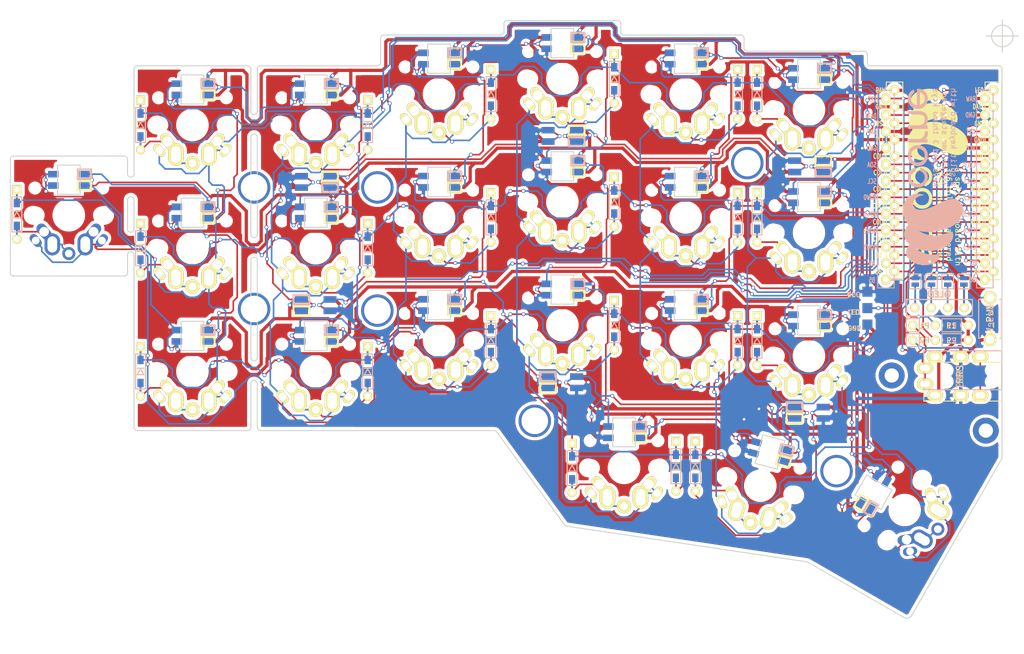
<source format=kicad_pcb>
(kicad_pcb (version 20171130) (host pcbnew "(5.1.8)-1")
  (title_block (title Crkbd) (date 2018/05/15) (rev 1.1) (company foostan))
  (layers (0 F.Cu signal) (31 B.Cu signal) (34 B.Paste user) (35 F.Paste user) (36 B.SilkS user) (37 F.SilkS user) (38 B.Mask user) (39 F.Mask user) (44 Edge.Cuts user))
  (net 0 "")
  (net 1 row0)
  (net 2 "Net-(D1-Pad2)")
  (net 3 row1)
  (net 4 "Net-(D2-Pad2)")
  (net 5 row2)
  (net 6 "Net-(D3-Pad2)")
  (net 7 row3)
  (net 8 "Net-(D4-Pad2)")
  (net 9 "Net-(D5-Pad2)")
  (net 10 "Net-(D6-Pad2)")
  (net 11 "Net-(D7-Pad2)")
  (net 12 "Net-(D8-Pad2)")
  (net 13 "Net-(D9-Pad2)")
  (net 14 "Net-(D10-Pad2)")
  (net 15 "Net-(D11-Pad2)")
  (net 16 "Net-(D12-Pad2)")
  (net 17 "Net-(D13-Pad2)")
  (net 18 "Net-(D14-Pad2)")
  (net 19 "Net-(D15-Pad2)")
  (net 20 "Net-(D16-Pad2)")
  (net 21 "Net-(D17-Pad2)")
  (net 22 "Net-(D18-Pad2)")
  (net 23 "Net-(D19-Pad2)")
  (net 24 "Net-(D20-Pad2)")
  (net 25 "Net-(D21-Pad2)")
  (net 26 GND)
  (net 27 VCC)
  (net 28 col0)
  (net 29 col1)
  (net 30 col2)
  (net 31 col3)
  (net 32 col4)
  (net 33 col5)
  (net 34 LED)
  (net 35 data)
  (net 36 "Net-(L1-Pad3)")
  (net 37 "Net-(L1-Pad1)")
  (net 38 "Net-(L10-Pad1)")
  (net 39 "Net-(L11-Pad1)")
  (net 40 "Net-(L13-Pad1)")
  (net 41 "Net-(L14-Pad3)")
  (net 42 "Net-(L10-Pad3)")
  (net 43 "Net-(L13-Pad3)")
  (net 44 "Net-(L15-Pad3)")
  (net 45 "Net-(L16-Pad3)")
  (net 46 reset)
  (net 47 SCL)
  (net 48 SDA)
  (net 49 "Net-(U1-Pad14)")
  (net 50 "Net-(U1-Pad13)")
  (net 51 "Net-(U1-Pad12)")
  (net 52 "Net-(U1-Pad11)")
  (net 53 "Net-(J2-Pad1)")
  (net 54 "Net-(J2-Pad2)")
  (net 55 "Net-(J2-Pad3)")
  (net 56 "Net-(J2-Pad4)")
  (net 57 "Net-(L2-Pad3)")
  (net 58 "Net-(L11-Pad3)")
  (net 59 "Net-(L14-Pad1)")
  (net 60 "Net-(L12-Pad3)")
  (net 61 "Net-(L17-Pad1)")
  (net 62 "Net-(L18-Pad3)")
  (net 63 "Net-(J1-PadA)")
  (net 64 "Net-(U1-Pad24)")
  (net 65 "Net-(L22-Pad3)")
  (net 66 "Net-(D22-Pad2)")
  (net 67 "Net-(L4-Pad1)")
  (net 68 "Net-(L5-Pad1)")
  (net 69 "Net-(L27-Pad3)")
  (net 70 "Net-(L7-Pad3)")
  (net 71 "Net-(L15-Pad1)")
  (net 72 "Net-(L19-Pad1)")
  (net 73 "Net-(L20-Pad3)")
  (net 74 "Net-(L23-Pad1)")
  (net 75 "Net-(L24-Pad3)")
  (net 76 "Net-(L25-Pad3)")
  (net 77 "Net-(L28-Pad1)")
  (module kbd:SK6812MINI_underglow (layer F.Cu) (at 165 121.5 180)
    (fp_text reference L6 hide)
    (fp_text value SK6812MINI hide)
    (pad 2 smd rect (at -2.2 -0.875 180) (size 2 1) (layers B.Cu B.Paste B.Mask) (net 26 GND))
    (pad 1 smd rect (at -2.2 0.875 180) (size 2 1) (layers B.Cu B.Paste B.Mask) (net 69 "Net-(L27-Pad3)"))
    (pad 4 smd rect (at 2.2 0.875 180) (size 2 1) (layers B.Cu B.Paste B.Mask) (net 27 VCC))
    (pad 3 smd rect (at 2.2 -0.875 180) (size 2 1) (layers B.Cu B.Paste B.Mask) (net 68 "Net-(L5-Pad1)"))
    (pad 2 smd rect (at -2.2 0.875 180) (size 2 1) (layers F.Cu F.Paste F.Mask) (net 26 GND))
    (pad 1 smd rect (at -2.2 -0.875 180) (size 2 1) (layers F.Cu F.Paste F.Mask) (net 69 "Net-(L27-Pad3)"))
    (pad 3 smd rect (at 2.2 0.875 180) (size 2 1) (layers F.Cu F.Paste F.Mask) (net 68 "Net-(L5-Pad1)"))
    (pad 4 smd rect (at 2.2 -0.875 180) (size 2 1) (layers F.Cu F.Paste F.Mask) (net 27 VCC))
  )
  (module kbd:SK6812MINI_underglow (layer F.Cu) (at 127 116.8 180)
    (fp_text reference L5 hide)
    (fp_text value SK6812MINI hide)
    (pad 2 smd rect (at -2.2 -0.875 180) (size 2 1) (layers B.Cu B.Paste B.Mask) (net 26 GND))
    (pad 1 smd rect (at -2.2 0.875 180) (size 2 1) (layers B.Cu B.Paste B.Mask) (net 68 "Net-(L5-Pad1)"))
    (pad 4 smd rect (at 2.2 0.875 180) (size 2 1) (layers B.Cu B.Paste B.Mask) (net 27 VCC))
    (pad 3 smd rect (at 2.2 -0.875 180) (size 2 1) (layers B.Cu B.Paste B.Mask) (net 67 "Net-(L4-Pad1)"))
    (pad 2 smd rect (at -2.2 0.875 180) (size 2 1) (layers F.Cu F.Paste F.Mask) (net 26 GND))
    (pad 1 smd rect (at -2.2 -0.875 180) (size 2 1) (layers F.Cu F.Paste F.Mask) (net 68 "Net-(L5-Pad1)"))
    (pad 3 smd rect (at 2.2 0.875 180) (size 2 1) (layers F.Cu F.Paste F.Mask) (net 67 "Net-(L4-Pad1)"))
    (pad 4 smd rect (at 2.2 -0.875 180) (size 2 1) (layers F.Cu F.Paste F.Mask) (net 27 VCC))
  )
  (module kbd:SK6812MINI_underglow (layer F.Cu) (at 89 104.9 180)
    (fp_text reference L4 hide)
    (fp_text value SK6812MINI hide)
    (pad 2 smd rect (at -2.2 -0.875 180) (size 2 1) (layers B.Cu B.Paste B.Mask) (net 26 GND))
    (pad 1 smd rect (at -2.2 0.875 180) (size 2 1) (layers B.Cu B.Paste B.Mask) (net 67 "Net-(L4-Pad1)"))
    (pad 4 smd rect (at 2.2 0.875 180) (size 2 1) (layers B.Cu B.Paste B.Mask) (net 27 VCC))
    (pad 3 smd rect (at 2.2 -0.875 180) (size 2 1) (layers B.Cu B.Paste B.Mask) (net 37 "Net-(L1-Pad1)"))
    (pad 2 smd rect (at -2.2 0.875 180) (size 2 1) (layers F.Cu F.Paste F.Mask) (net 26 GND))
    (pad 1 smd rect (at -2.2 -0.875 180) (size 2 1) (layers F.Cu F.Paste F.Mask) (net 67 "Net-(L4-Pad1)"))
    (pad 3 smd rect (at 2.2 0.875 180) (size 2 1) (layers F.Cu F.Paste F.Mask) (net 37 "Net-(L1-Pad1)"))
    (pad 4 smd rect (at 2.2 -0.875 180) (size 2 1) (layers F.Cu F.Paste F.Mask) (net 27 VCC))
  )
  (module kbd:SK6812MINI_underglow (layer F.Cu) (at 165 83.5)
    (fp_text reference L3 hide)
    (fp_text value SK6812MINI hide)
    (pad 2 smd rect (at -2.2 -0.875) (size 2 1) (layers B.Cu B.Paste B.Mask) (net 26 GND))
    (pad 1 smd rect (at -2.2 0.875) (size 2 1) (layers B.Cu B.Paste B.Mask) (net 57 "Net-(L2-Pad3)"))
    (pad 4 smd rect (at 2.2 0.875) (size 2 1) (layers B.Cu B.Paste B.Mask) (net 27 VCC))
    (pad 3 smd rect (at 2.2 -0.875) (size 2 1) (layers B.Cu B.Paste B.Mask) (net 34 LED))
    (pad 2 smd rect (at -2.2 0.875) (size 2 1) (layers F.Cu F.Paste F.Mask) (net 26 GND))
    (pad 1 smd rect (at -2.2 -0.875) (size 2 1) (layers F.Cu F.Paste F.Mask) (net 57 "Net-(L2-Pad3)"))
    (pad 3 smd rect (at 2.2 0.875) (size 2 1) (layers F.Cu F.Paste F.Mask) (net 34 LED))
    (pad 4 smd rect (at 2.2 -0.875) (size 2 1) (layers F.Cu F.Paste F.Mask) (net 27 VCC))
  )
  (module kbd:SK6812MINI_underglow (layer F.Cu) (at 127 78.8)
    (fp_text reference L2 hide)
    (fp_text value SK6812MINI hide)
    (pad 2 smd rect (at -2.2 -0.875) (size 2 1) (layers B.Cu B.Paste B.Mask) (net 26 GND))
    (pad 1 smd rect (at -2.2 0.875) (size 2 1) (layers B.Cu B.Paste B.Mask) (net 36 "Net-(L1-Pad3)"))
    (pad 4 smd rect (at 2.2 0.875) (size 2 1) (layers B.Cu B.Paste B.Mask) (net 27 VCC))
    (pad 3 smd rect (at 2.2 -0.875) (size 2 1) (layers B.Cu B.Paste B.Mask) (net 57 "Net-(L2-Pad3)"))
    (pad 2 smd rect (at -2.2 0.875) (size 2 1) (layers F.Cu F.Paste F.Mask) (net 26 GND))
    (pad 1 smd rect (at -2.2 -0.875) (size 2 1) (layers F.Cu F.Paste F.Mask) (net 36 "Net-(L1-Pad3)"))
    (pad 3 smd rect (at 2.2 0.875) (size 2 1) (layers F.Cu F.Paste F.Mask) (net 57 "Net-(L2-Pad3)"))
    (pad 4 smd rect (at 2.2 -0.875) (size 2 1) (layers F.Cu F.Paste F.Mask) (net 27 VCC))
  )
  (module kbd:SK6812MINI_underglow (layer F.Cu) (at 89 85.9)
    (fp_text reference L1 hide)
    (fp_text value SK6812MINI hide)
    (pad 2 smd rect (at -2.2 -0.875) (size 2 1) (layers B.Cu B.Paste B.Mask) (net 26 GND))
    (pad 1 smd rect (at -2.2 0.875) (size 2 1) (layers B.Cu B.Paste B.Mask) (net 37 "Net-(L1-Pad1)"))
    (pad 4 smd rect (at 2.2 0.875) (size 2 1) (layers B.Cu B.Paste B.Mask) (net 27 VCC))
    (pad 3 smd rect (at 2.2 -0.875) (size 2 1) (layers B.Cu B.Paste B.Mask) (net 36 "Net-(L1-Pad3)"))
    (pad 2 smd rect (at -2.2 0.875) (size 2 1) (layers F.Cu F.Paste F.Mask) (net 26 GND))
    (pad 1 smd rect (at -2.2 -0.875) (size 2 1) (layers F.Cu F.Paste F.Mask) (net 37 "Net-(L1-Pad1)"))
    (pad 3 smd rect (at 2.2 0.875) (size 2 1) (layers F.Cu F.Paste F.Mask) (net 36 "Net-(L1-Pad3)"))
    (pad 4 smd rect (at 2.2 -0.875) (size 2 1) (layers F.Cu F.Paste F.Mask) (net 27 VCC))
  )
  (module kbd:MX_ALPS_PG1350_noLed (layer F.Cu) (at 50.95 91.045 180)
    (fp_text reference SW22 hide)
    (fp_text value SW_PUSH hide)
    (pad 1 thru_hole oval (at 5.1 -3.9 130) (size 2.2 1.25) (drill 1.2) (layers *.Cu *.Mask) (net 28 col0))
    (pad "" np_thru_hole circle (at 0 0 270) (size 4 4) (drill 4) (layers *.Cu *.Mask))
    (pad "" np_thru_hole circle (at -5.5 0 270) (size 1.9 1.9) (drill 1.9) (layers *.Cu *.Mask))
    (pad "" np_thru_hole circle (at 5.5 0 270) (size 1.9 1.9) (drill 1.9) (layers *.Cu *.Mask))
    (pad 1 thru_hole oval (at -5.1 -3.9 230) (size 2.2 1.25) (drill 1.2) (layers *.Cu *.Mask) (net 28 col0))
    (pad 2 thru_hole circle (at 0 -5.9 270) (size 2 2) (drill 1.2) (layers *.Cu *.Mask) (net 66 "Net-(D22-Pad2)"))
    (pad 1 thru_hole oval (at -3.81 -2.54 230) (size 2.8 1.55) (drill 1.5) (layers *.Cu *.Mask) (net 28 col0))
    (pad 2 thru_hole oval (at 3.81 -2.54 130) (size 2.8 1.55) (drill 1.5) (layers *.Cu *.Mask) (net 66 "Net-(D22-Pad2)"))
    (pad 2 thru_hole oval (at 2.54 -4.5 180) (size 2.4 3.4) (drill oval 1.5 2.5) (layers *.Cu *.Mask) (net 66 "Net-(D22-Pad2)"))
    (pad 1 thru_hole oval (at -2.54 -4.5 180) (size 2.4 3.4) (drill oval 1.5 2.5) (layers *.Cu *.Mask) (net 28 col0))
    (pad "" np_thru_hole circle (at 5.08 0 180) (size 1.7 1.7) (drill 1.7) (layers *.Cu *.Mask))
    (pad "" np_thru_hole circle (at -5.08 0 180) (size 1.7 1.7) (drill 1.7) (layers *.Cu *.Mask))
    (pad "" np_thru_hole circle (at 5.22 4.2 180) (size 1 1) (drill 1) (layers *.Cu *.Mask))
    (pad "" np_thru_hole circle (at -5.22 4.2 180) (size 1 1) (drill 1) (layers *.Cu *.Mask))
  )
  (module kbd:MX_ALPS_PG1350_noLed_1.75u (layer F.Cu) (at 179.75 136.5 240)
    (fp_text reference SW21 hide)
    (fp_text value SW_PUSH hide)
    (pad 1 thru_hole oval (at 5.1 -3.9 190) (size 2.2 1.25) (drill 1.2) (layers *.Cu *.Mask) (net 33 col5))
    (pad "" np_thru_hole circle (at 0 0 330) (size 4 4) (drill 4) (layers *.Cu *.Mask F.SilkS))
    (pad "" np_thru_hole circle (at -5.5 0 330) (size 1.9 1.9) (drill 1.9) (layers *.Cu *.Mask F.SilkS))
    (pad "" np_thru_hole circle (at 5.5 0 330) (size 1.9 1.9) (drill 1.9) (layers *.Cu *.Mask F.SilkS))
    (pad 1 thru_hole oval (at -5.1 -3.9 290) (size 2.2 1.25) (drill 1.2) (layers *.Cu *.Mask F.SilkS) (net 33 col5))
    (pad 2 thru_hole circle (at 0 -5.9 330) (size 2 2) (drill 1.2) (layers *.Cu *.Mask) (net 25 "Net-(D21-Pad2)"))
    (pad "" thru_hole circle (at 2.54 -5.08 240) (size 2.4 2.4) (drill 1.5) (layers *.Cu *.Mask))
    (pad 1 thru_hole oval (at -3.81 -2.54 290) (size 2.8 1.55) (drill 1.5) (layers *.Cu *.Mask F.SilkS) (net 33 col5))
    (pad 1 thru_hole circle (at -2.54 -5.08 240) (size 2.4 2.4) (drill 1.5) (layers *.Cu *.Mask F.SilkS) (net 33 col5))
    (pad 2 thru_hole oval (at 3.81 -2.540001 190) (size 2.8 1.55) (drill 1.5) (layers *.Cu *.Mask) (net 25 "Net-(D21-Pad2)"))
    (pad "" thru_hole circle (at 2.540001 -4.5 240) (size 2.4 2.4) (drill 1.5) (layers *.Cu *.Mask))
    (pad "" thru_hole circle (at 2.54 -4.000001 240) (size 2.4 2.4) (drill 1.5) (layers *.Cu *.Mask))
    (pad 1 thru_hole circle (at -2.540001 -4 240) (size 2.4 2.4) (drill 1.5) (layers *.Cu *.Mask F.SilkS) (net 33 col5))
    (pad 1 thru_hole circle (at -2.54 -4.499999 240) (size 2.4 2.4) (drill 1.5) (layers *.Cu *.Mask F.SilkS) (net 33 col5))
    (pad "" np_thru_hole circle (at 5.08 0 240) (size 1.7 1.7) (drill 1.7) (layers *.Cu *.Mask F.SilkS))
    (pad "" np_thru_hole circle (at -5.08 0 240) (size 1.7 1.7) (drill 1.7) (layers *.Cu *.Mask F.SilkS))
    (pad "" np_thru_hole circle (at 5.22 4.2 240) (size 1 1) (drill 1) (layers *.Cu *.Mask F.SilkS))
    (pad "" np_thru_hole circle (at -5.22 4.2 240) (size 1 1) (drill 1) (layers *.Cu *.Mask F.SilkS))
  )
  (module kbd:SK6812MINI_rev (layer F.Cu) (at 50.95 85.584)
    (fp_text reference L28 hide)
    (fp_text value SK6812MINI hide)
    (pad 2 smd rect (at -2.4 0.875) (size 1.6 1) (layers B.Cu B.Paste B.Mask) (net 26 GND))
    (pad 1 smd rect (at -2.4 -0.875) (size 1.6 1) (layers B.Cu B.Paste B.Mask) (net 77 "Net-(L28-Pad1)"))
    (pad 4 smd rect (at 2.4 -0.875) (size 1.6 1) (layers B.Cu B.Paste B.Mask) (net 27 VCC))
    (pad 3 smd rect (at 2.4 0.875) (size 1.6 1) (layers B.Cu B.Paste B.Mask) (net 72 "Net-(L19-Pad1)"))
    (pad 2 smd rect (at -2.4 -0.875) (size 1.6 1) (layers F.Cu F.Paste F.Mask) (net 26 GND))
    (pad 1 smd rect (at -2.4 0.875) (size 1.6 1) (layers F.Cu F.Paste F.Mask) (net 77 "Net-(L28-Pad1)"))
    (pad 3 smd rect (at 2.4 -0.875) (size 1.6 1) (layers F.Cu F.Paste F.Mask) (net 72 "Net-(L19-Pad1)"))
    (pad 4 smd rect (at 2.4 0.875) (size 1.6 1) (layers F.Cu F.Paste F.Mask) (net 27 VCC))
  )
  (module kbd:D3_TH_SMD (layer F.Cu) (at 42.949 90.918 270)
    (fp_text reference D22 hide)
    (fp_text value D hide)
    (pad 2 smd rect (at 1.775 0 270) (size 1.3 0.95) (layers F.Cu F.Paste F.Mask) (net 66 "Net-(D22-Pad2)"))
    (pad 2 thru_hole circle (at 3.81 0 270) (size 1.397 1.397) (drill 0.8128) (layers *.Cu *.Mask F.SilkS) (net 66 "Net-(D22-Pad2)"))
    (pad 1 thru_hole rect (at -3.81 0 270) (size 1.397 1.397) (drill 0.8128) (layers *.Cu *.Mask F.SilkS) (net 7 row3))
    (pad 1 smd rect (at -1.775 0 270) (size 1.3 0.95) (layers B.Cu B.Paste B.Mask) (net 7 row3))
    (pad 2 smd rect (at 1.775 0 270) (size 1.3 0.95) (layers B.Cu B.Paste B.Mask) (net 66 "Net-(D22-Pad2)"))
    (pad 1 smd rect (at -1.775 0 270) (size 1.3 0.95) (layers F.Cu F.Paste F.Mask) (net 7 row3))
  )
  (module kbd:OLED (layer F.Cu) (at 181.3 105.3)
    (fp_text reference J2)
    (fp_text value OLED hide)
    (fp_text user OLED (at 3.75 -2.1) (layer B.SilkS) (effects (justify mirror)))
    (fp_text user OLED (at 3.8 -2.1) (layer F.SilkS))
    (pad 4 thru_hole circle (at 7.62 0) (size 1.397 1.397) (drill 0.8128) (layers *.Cu *.Mask F.SilkS) (net 56 "Net-(J2-Pad4)"))
    (pad 3 thru_hole circle (at 5.08 0) (size 1.397 1.397) (drill 0.8128) (layers *.Cu *.Mask F.SilkS) (net 55 "Net-(J2-Pad3)"))
    (pad 2 thru_hole circle (at 2.54 0) (size 1.397 1.397) (drill 0.8128) (layers *.Cu *.Mask F.SilkS) (net 54 "Net-(J2-Pad2)"))
    (pad 1 thru_hole circle (at 0 0) (size 1.397 1.397) (drill 0.8128) (layers *.Cu *.Mask F.SilkS) (net 53 "Net-(J2-Pad1)"))
  )
  (module kbd:MJ-4PP-9 (layer F.Cu) (at 194.7 116.7 270)
    (fp_text reference J1)
    (fp_text value MJ-4PP-9 hide)
    (fp_text user TRRS (at -0.75 6.45 270) (layer F.SilkS))
    (fp_text user TRRS (at -0.8255 6.4135 270) (layer B.SilkS) (effects (justify mirror)))
    (pad A thru_hole oval (at -2.1 11.8 270) (size 1.7 2.5) (drill oval 1 1.5) (layers *.Cu *.Mask F.SilkS) (net 63 "Net-(J1-PadA)") (clearance 0.15))
    (pad D thru_hole oval (at 2.1 10.3 270) (size 1.7 2.5) (drill oval 1 1.5) (layers *.Cu *.Mask F.SilkS) (net 27 VCC) (clearance 0.15))
    (pad C thru_hole oval (at 2.1 6.3 270) (size 1.7 2.5) (drill oval 1 1.5) (layers *.Cu *.Mask F.SilkS) (net 26 GND))
    (pad B thru_hole oval (at 2.1 3.3 270) (size 1.7 2.5) (drill oval 1 1.5) (layers *.Cu *.Mask F.SilkS) (net 35 data))
    (pad "" np_thru_hole circle (at 0 8.5 270) (size 1.2 1.2) (drill 1.2) (layers *.Cu *.Mask F.SilkS))
    (pad "" np_thru_hole circle (at 0 1.5 270) (size 1.2 1.2) (drill 1.2) (layers *.Cu *.Mask F.SilkS))
    (pad C thru_hole oval (at -3.85 6.3 270) (size 1.7 2.5) (drill oval 1 1.5) (layers *.Cu *.Mask F.SilkS) (net 26 GND))
    (pad B thru_hole oval (at -3.85 3.3 270) (size 1.7 2.5) (drill oval 1 1.5) (layers *.Cu *.Mask F.SilkS) (net 35 data))
    (pad A thru_hole oval (at 0.35 11.8 270) (size 1.7 2.5) (drill oval 1 1.5) (layers *.Cu *.Mask F.SilkS) (net 63 "Net-(J1-PadA)") (clearance 0.15))
    (pad D thru_hole oval (at -3.85 10.3 270) (size 1.7 2.5) (drill oval 1 1.5) (layers *.Cu *.Mask F.SilkS) (net 27 VCC) (clearance 0.15))
    (pad "" np_thru_hole circle (at -1.75 1.5 270) (size 1.2 1.2) (drill 1.2) (layers *.Cu *.Mask F.SilkS))
    (pad "" np_thru_hole circle (at -1.75 8.5 270) (size 1.2 1.2) (drill 1.2) (layers *.Cu *.Mask F.SilkS))
  )
  (module kbd:ProMicro_v2 (layer F.Cu) (at 185.75 86.25)
    (fp_text reference U1 hide)
    (fp_text value ProMicro hide)
    (fp_text user "" (at -0.5 -17.25) (layer F.SilkS))
    (fp_text user "" (at -1.2065 -16.256) (layer B.SilkS) (effects (justify mirror)))
    (fp_text user RAW (at -9.7155 -14.478) (layer F.SilkS) (effects (font (size 0.75 0.5) (thickness 0.125))))
    (fp_text user LED (at 5.5 -14.478) (layer F.SilkS) (effects (font (size 0.75 0.5) (thickness 0.125))))
    (fp_text user GND (at -9.7155 -11.938) (layer F.SilkS) (effects (font (size 0.75 0.5) (thickness 0.125))))
    (fp_text user DATA (at 5.35 -11.95) (layer F.SilkS) (effects (font (size 0.75 0.5) (thickness 0.125))))
    (fp_text user RST (at -9.7155 -9.3345) (layer F.SilkS) (effects (font (size 0.75 0.5) (thickness 0.125))))
    (fp_text user GND (at 5.5245 -9.3345) (layer F.SilkS) (effects (font (size 0.75 0.5) (thickness 0.125))))
    (fp_text user VCC (at -9.7155 -6.858) (layer F.SilkS) (effects (font (size 0.75 0.5) (thickness 0.125))))
    (fp_text user GND (at 5.461 -6.7945) (layer F.SilkS) (effects (font (size 0.75 0.5) (thickness 0.125))))
    (fp_text user COL3 (at -10 3.35) (layer F.SilkS) (effects (font (size 0.75 0.5) (thickness 0.125))))
    (fp_text user ROW0 (at 5.2 0.8) (layer F.SilkS) (effects (font (size 0.75 0.5) (thickness 0.125))))
    (fp_text user COL2 (at -9.9 0.762) (layer F.SilkS) (effects (font (size 0.75 0.5) (thickness 0.125))))
    (fp_text user SCL (at 5.461 -1.778) (layer F.SilkS) (effects (font (size 0.75 0.5) (thickness 0.125))))
    (fp_text user COL1 (at -9.85 -1.778) (layer F.SilkS) (effects (font (size 0.75 0.5) (thickness 0.125))))
    (fp_text user SDA (at 5.461 -4.318) (layer F.SilkS) (effects (font (size 0.75 0.5) (thickness 0.125))))
    (fp_text user COL0 (at -9.9 -4.3) (layer F.SilkS) (effects (font (size 0.75 0.5) (thickness 0.125))))
    (fp_text user B6 (at -10.05 13.5) (layer F.SilkS) (effects (font (size 0.75 0.5) (thickness 0.125))))
    (fp_text user B5 (at 5.2 13.5255) (layer F.SilkS) (effects (font (size 0.75 0.5) (thickness 0.125))))
    (fp_text user B4 (at 5.2 10.922) (layer F.SilkS) (effects (font (size 0.75 0.5) (thickness 0.125))))
    (fp_text user B2 (at -9.95 10.95) (layer F.SilkS) (effects (font (size 0.75 0.5) (thickness 0.125))))
    (fp_text user ROW3 (at 5.2 8.4455) (layer F.SilkS) (effects (font (size 0.75 0.5) (thickness 0.125))))
    (fp_text user COL5 (at -9.95 8.4455) (layer F.SilkS) (effects (font (size 0.75 0.5) (thickness 0.125))))
    (fp_text user ROW2 (at 5.2 5.85) (layer F.SilkS) (effects (font (size 0.75 0.5) (thickness 0.125))))
    (fp_text user COL4 (at -9.95 5.85) (layer F.SilkS) (effects (font (size 0.75 0.5) (thickness 0.125))))
    (fp_text user ROW1 (at 5.25 3.302) (layer F.SilkS) (effects (font (size 0.75 0.5) (thickness 0.125))))
    (fp_text user ROW1 (at -11.3 4.6355) (layer B.SilkS) (effects (font (size 0.75 0.5) (thickness 0.125)) (justify mirror)))
    (fp_text user COL4 (at 3.95 7.112) (layer B.SilkS) (effects (font (size 0.75 0.5) (thickness 0.125)) (justify mirror)))
    (fp_text user ROW2 (at -11.3 7.239) (layer B.SilkS) (effects (font (size 0.75 0.5) (thickness 0.125)) (justify mirror)))
    (fp_text user COL5 (at 4 9.75) (layer B.SilkS) (effects (font (size 0.75 0.5) (thickness 0.125)) (justify mirror)))
    (fp_text user ROW3 (at -11.3 9.75) (layer B.SilkS) (effects (font (size 0.75 0.5) (thickness 0.125)) (justify mirror)))
    (fp_text user B2 (at 4.5085 12.1285) (layer B.SilkS) (effects (font (size 0.75 0.5) (thickness 0.125)) (justify mirror)))
    (fp_text user B4 (at -11.049 12.2555) (layer B.SilkS) (effects (font (size 0.75 0.5) (thickness 0.125)) (justify mirror)))
    (fp_text user B5 (at -11.049 14.7955) (layer B.SilkS) (effects (font (size 0.75 0.5) (thickness 0.125)) (justify mirror)))
    (fp_text user B6 (at 4.445 14.732) (layer B.SilkS) (effects (font (size 0.75 0.5) (thickness 0.125)) (justify mirror)))
    (fp_text user COL0 (at 4 -2.95) (layer B.SilkS) (effects (font (size 0.75 0.5) (thickness 0.125)) (justify mirror)))
    (fp_text user SDA (at -11.049 -2.9845) (layer B.SilkS) (effects (font (size 0.75 0.5) (thickness 0.125)) (justify mirror)))
    (fp_text user COL1 (at 4 -0.4445) (layer B.SilkS) (effects (font (size 0.75 0.5) (thickness 0.125)) (justify mirror)))
    (fp_text user SCL (at -11.049 -0.4445) (layer B.SilkS) (effects (font (size 0.75 0.5) (thickness 0.125)) (justify mirror)))
    (fp_text user COL2 (at 4 2.1) (layer B.SilkS) (effects (font (size 0.75 0.5) (thickness 0.125)) (justify mirror)))
    (fp_text user ROW0 (at -11.3 2.032) (layer B.SilkS) (effects (font (size 0.75 0.5) (thickness 0.125)) (justify mirror)))
    (fp_text user COL3 (at 4 4.6) (layer B.SilkS) (effects (font (size 0.75 0.5) (thickness 0.125)) (justify mirror)))
    (fp_text user GND (at -11.049 -5.5245) (layer B.SilkS) (effects (font (size 0.75 0.5) (thickness 0.125)) (justify mirror)))
    (fp_text user VCC (at 4.1275 -5.5245) (layer B.SilkS) (effects (font (size 0.75 0.5) (thickness 0.125)) (justify mirror)))
    (fp_text user GND (at -11.049 -8.0645) (layer B.SilkS) (effects (font (size 0.75 0.5) (thickness 0.125)) (justify mirror)))
    (fp_text user RST (at 4.191 -8.0645) (layer B.SilkS) (effects (font (size 0.75 0.5) (thickness 0.125)) (justify mirror)))
    (fp_text user DATA (at -11.2 -10.5) (layer B.SilkS) (effects (font (size 0.75 0.5) (thickness 0.125)) (justify mirror)))
    (fp_text user GND (at 4.1275 -10.668) (layer B.SilkS) (effects (font (size 0.75 0.5) (thickness 0.125)) (justify mirror)))
    (fp_text user LED (at -11.049 -13.1445) (layer B.SilkS) (effects (font (size 0.75 0.5) (thickness 0.125)) (justify mirror)))
    (fp_text user RAW (at 4.191 -13.1445) (layer B.SilkS) (effects (font (size 0.75 0.5) (thickness 0.125)) (justify mirror)))
    (pad 24 thru_hole circle (at 6.35 -13.208) (size 1.524 1.524) (drill 0.8128) (layers *.Cu *.Mask F.SilkS) (net 64 "Net-(U1-Pad24)"))
    (pad 23 thru_hole circle (at 6.35 -10.668) (size 1.524 1.524) (drill 0.8128) (layers *.Cu *.Mask F.SilkS) (net 26 GND))
    (pad 22 thru_hole circle (at 6.35 -8.128) (size 1.524 1.524) (drill 0.8128) (layers *.Cu *.Mask F.SilkS) (net 46 reset))
    (pad 21 thru_hole circle (at 6.35 -5.588) (size 1.524 1.524) (drill 0.8128) (layers *.Cu *.Mask F.SilkS) (net 27 VCC))
    (pad 20 thru_hole circle (at 6.35 -3.048) (size 1.524 1.524) (drill 0.8128) (layers *.Cu *.Mask F.SilkS) (net 28 col0))
    (pad 19 thru_hole circle (at 6.35 -0.508) (size 1.524 1.524) (drill 0.8128) (layers *.Cu *.Mask F.SilkS) (net 29 col1))
    (pad 18 thru_hole circle (at 6.35 2.032) (size 1.524 1.524) (drill 0.8128) (layers *.Cu *.Mask F.SilkS) (net 30 col2))
    (pad 17 thru_hole circle (at 6.35 4.572) (size 1.524 1.524) (drill 0.8128) (layers *.Cu *.Mask F.SilkS) (net 31 col3))
    (pad 16 thru_hole circle (at 6.35 7.112) (size 1.524 1.524) (drill 0.8128) (layers *.Cu *.Mask F.SilkS) (net 32 col4))
    (pad 15 thru_hole circle (at 6.35 9.652) (size 1.524 1.524) (drill 0.8128) (layers *.Cu *.Mask F.SilkS) (net 33 col5))
    (pad 14 thru_hole circle (at 6.35 12.192) (size 1.524 1.524) (drill 0.8128) (layers *.Cu *.Mask F.SilkS) (net 49 "Net-(U1-Pad14)"))
    (pad 13 thru_hole circle (at 6.35 14.732) (size 1.524 1.524) (drill 0.8128) (layers *.Cu *.Mask F.SilkS) (net 50 "Net-(U1-Pad13)"))
    (pad 12 thru_hole circle (at -8.89 14.732) (size 1.524 1.524) (drill 0.8128) (layers *.Cu *.Mask F.SilkS) (net 51 "Net-(U1-Pad12)"))
    (pad 11 thru_hole circle (at -8.89 12.192) (size 1.524 1.524) (drill 0.8128) (layers *.Cu *.Mask F.SilkS) (net 52 "Net-(U1-Pad11)"))
    (pad 10 thru_hole circle (at -8.89 9.652) (size 1.524 1.524) (drill 0.8128) (layers *.Cu *.Mask F.SilkS) (net 7 row3))
    (pad 9 thru_hole circle (at -8.89 7.112) (size 1.524 1.524) (drill 0.8128) (layers *.Cu *.Mask F.SilkS) (net 5 row2))
    (pad 8 thru_hole circle (at -8.89 4.572) (size 1.524 1.524) (drill 0.8128) (layers *.Cu *.Mask F.SilkS) (net 3 row1))
    (pad 7 thru_hole circle (at -8.89 2.032) (size 1.524 1.524) (drill 0.8128) (layers *.Cu *.Mask F.SilkS) (net 1 row0))
    (pad 6 thru_hole circle (at -8.89 -0.508) (size 1.524 1.524) (drill 0.8128) (layers *.Cu *.Mask F.SilkS) (net 47 SCL))
    (pad 5 thru_hole circle (at -8.89 -3.048) (size 1.524 1.524) (drill 0.8128) (layers *.Cu *.Mask F.SilkS) (net 48 SDA))
    (pad 4 thru_hole circle (at -8.89 -5.588) (size 1.524 1.524) (drill 0.8128) (layers *.Cu *.Mask F.SilkS) (net 26 GND))
    (pad 3 thru_hole circle (at -8.89 -8.128) (size 1.524 1.524) (drill 0.8128) (layers *.Cu *.Mask F.SilkS) (net 26 GND))
    (pad 2 thru_hole circle (at -8.89 -10.668) (size 1.524 1.524) (drill 0.8128) (layers *.Cu *.Mask F.SilkS) (net 35 data))
    (pad 1 thru_hole circle (at -8.89 -13.208) (size 1.524 1.524) (drill 0.8128) (layers *.Cu *.Mask F.SilkS) (net 34 LED))
    (pad 1 thru_hole circle (at 7.6564 -14.478) (size 1.524 1.524) (drill 0.8128) (layers *.Cu *.Mask F.SilkS) (net 34 LED))
    (pad 2 thru_hole circle (at 7.6564 -11.938) (size 1.524 1.524) (drill 0.8128) (layers *.Cu *.Mask F.SilkS) (net 35 data))
    (pad 3 thru_hole circle (at 7.6564 -9.398) (size 1.524 1.524) (drill 0.8128) (layers *.Cu *.Mask F.SilkS) (net 26 GND))
    (pad 4 thru_hole circle (at 7.6564 -6.858) (size 1.524 1.524) (drill 0.8128) (layers *.Cu *.Mask F.SilkS) (net 26 GND))
    (pad 5 thru_hole circle (at 7.6564 -4.318) (size 1.524 1.524) (drill 0.8128) (layers *.Cu *.Mask F.SilkS) (net 48 SDA))
    (pad 6 thru_hole circle (at 7.6564 -1.778) (size 1.524 1.524) (drill 0.8128) (layers *.Cu *.Mask F.SilkS) (net 47 SCL))
    (pad 7 thru_hole circle (at 7.6564 0.762) (size 1.524 1.524) (drill 0.8128) (layers *.Cu *.Mask F.SilkS) (net 1 row0))
    (pad 8 thru_hole circle (at 7.6564 3.302) (size 1.524 1.524) (drill 0.8128) (layers *.Cu *.Mask F.SilkS) (net 3 row1))
    (pad 9 thru_hole circle (at 7.6564 5.842) (size 1.524 1.524) (drill 0.8128) (layers *.Cu *.Mask F.SilkS) (net 5 row2))
    (pad 10 thru_hole circle (at 7.6564 8.382) (size 1.524 1.524) (drill 0.8128) (layers *.Cu *.Mask F.SilkS) (net 7 row3))
    (pad 11 thru_hole circle (at 7.6564 10.922) (size 1.524 1.524) (drill 0.8128) (layers *.Cu *.Mask F.SilkS) (net 52 "Net-(U1-Pad11)"))
    (pad 12 thru_hole circle (at 7.6564 13.462) (size 1.524 1.524) (drill 0.8128) (layers *.Cu *.Mask F.SilkS) (net 51 "Net-(U1-Pad12)"))
    (pad 13 thru_hole circle (at -7.5636 13.462) (size 1.524 1.524) (drill 0.8128) (layers *.Cu *.Mask F.SilkS) (net 50 "Net-(U1-Pad13)"))
    (pad 14 thru_hole circle (at -7.5636 10.922) (size 1.524 1.524) (drill 0.8128) (layers *.Cu *.Mask F.SilkS) (net 49 "Net-(U1-Pad14)"))
    (pad 15 thru_hole circle (at -7.5636 8.382) (size 1.524 1.524) (drill 0.8128) (layers *.Cu *.Mask F.SilkS) (net 33 col5))
    (pad 16 thru_hole circle (at -7.5636 5.842) (size 1.524 1.524) (drill 0.8128) (layers *.Cu *.Mask F.SilkS) (net 32 col4))
    (pad 17 thru_hole circle (at -7.5636 3.302) (size 1.524 1.524) (drill 0.8128) (layers *.Cu *.Mask F.SilkS) (net 31 col3))
    (pad 18 thru_hole circle (at -7.5636 0.762) (size 1.524 1.524) (drill 0.8128) (layers *.Cu *.Mask F.SilkS) (net 30 col2))
    (pad 19 thru_hole circle (at -7.5636 -1.778) (size 1.524 1.524) (drill 0.8128) (layers *.Cu *.Mask F.SilkS) (net 29 col1))
    (pad 20 thru_hole circle (at -7.5636 -4.318) (size 1.524 1.524) (drill 0.8128) (layers *.Cu *.Mask F.SilkS) (net 28 col0))
    (pad 21 thru_hole circle (at -7.5636 -6.858) (size 1.524 1.524) (drill 0.8128) (layers *.Cu *.Mask F.SilkS) (net 27 VCC))
    (pad 22 thru_hole circle (at -7.5636 -9.398) (size 1.524 1.524) (drill 0.8128) (layers *.Cu *.Mask F.SilkS) (net 46 reset))
    (pad 23 thru_hole circle (at -7.5636 -11.938) (size 1.524 1.524) (drill 0.8128) (layers *.Cu *.Mask F.SilkS) (net 26 GND))
    (pad 24 thru_hole circle (at -7.5636 -14.478) (size 1.524 1.524) (drill 0.8128) (layers *.Cu *.Mask F.SilkS) (net 64 "Net-(U1-Pad24)"))
  )
  (module kbd:SK6812MINI_rev (layer F.Cu) (at 70 71.625)
    (fp_text reference L7 hide)
    (fp_text value SK6812MINI hide)
    (pad 2 smd rect (at -2.4 0.875) (size 1.6 1) (layers B.Cu B.Paste B.Mask) (net 26 GND))
    (pad 1 smd rect (at -2.4 -0.875) (size 1.6 1) (layers B.Cu B.Paste B.Mask) (net 43 "Net-(L13-Pad3)"))
    (pad 4 smd rect (at 2.4 -0.875) (size 1.6 1) (layers B.Cu B.Paste B.Mask) (net 27 VCC))
    (pad 3 smd rect (at 2.4 0.875) (size 1.6 1) (layers B.Cu B.Paste B.Mask) (net 70 "Net-(L7-Pad3)"))
    (pad 2 smd rect (at -2.4 -0.875) (size 1.6 1) (layers F.Cu F.Paste F.Mask) (net 26 GND))
    (pad 1 smd rect (at -2.4 0.875) (size 1.6 1) (layers F.Cu F.Paste F.Mask) (net 43 "Net-(L13-Pad3)"))
    (pad 3 smd rect (at 2.4 -0.875) (size 1.6 1) (layers F.Cu F.Paste F.Mask) (net 70 "Net-(L7-Pad3)"))
    (pad 4 smd rect (at 2.4 0.875) (size 1.6 1) (layers F.Cu F.Paste F.Mask) (net 27 VCC))
  )
  (module kbd:SK6812MINI_rev (layer F.Cu) (at 89 71.625)
    (fp_text reference L8 hide)
    (fp_text value SK6812MINI hide)
    (pad 2 smd rect (at -2.4 0.875) (size 1.6 1) (layers B.Cu B.Paste B.Mask) (net 26 GND))
    (pad 1 smd rect (at -2.4 -0.875) (size 1.6 1) (layers B.Cu B.Paste B.Mask) (net 70 "Net-(L7-Pad3)"))
    (pad 4 smd rect (at 2.4 -0.875) (size 1.6 1) (layers B.Cu B.Paste B.Mask) (net 27 VCC))
    (pad 3 smd rect (at 2.4 0.875) (size 1.6 1) (layers B.Cu B.Paste B.Mask) (net 59 "Net-(L14-Pad1)"))
    (pad 2 smd rect (at -2.4 -0.875) (size 1.6 1) (layers F.Cu F.Paste F.Mask) (net 26 GND))
    (pad 1 smd rect (at -2.4 0.875) (size 1.6 1) (layers F.Cu F.Paste F.Mask) (net 70 "Net-(L7-Pad3)"))
    (pad 3 smd rect (at 2.4 -0.875) (size 1.6 1) (layers F.Cu F.Paste F.Mask) (net 59 "Net-(L14-Pad1)"))
    (pad 4 smd rect (at 2.4 0.875) (size 1.6 1) (layers F.Cu F.Paste F.Mask) (net 27 VCC))
  )
  (module kbd:SK6812MINI_rev (layer F.Cu) (at 108 66.875)
    (fp_text reference L9 hide)
    (fp_text value SK6812MINI hide)
    (pad 2 smd rect (at -2.4 0.875) (size 1.6 1) (layers B.Cu B.Paste B.Mask) (net 26 GND))
    (pad 1 smd rect (at -2.4 -0.875) (size 1.6 1) (layers B.Cu B.Paste B.Mask) (net 44 "Net-(L15-Pad3)"))
    (pad 4 smd rect (at 2.4 -0.875) (size 1.6 1) (layers B.Cu B.Paste B.Mask) (net 27 VCC))
    (pad 3 smd rect (at 2.4 0.875) (size 1.6 1) (layers B.Cu B.Paste B.Mask) (net 38 "Net-(L10-Pad1)"))
    (pad 2 smd rect (at -2.4 -0.875) (size 1.6 1) (layers F.Cu F.Paste F.Mask) (net 26 GND))
    (pad 1 smd rect (at -2.4 0.875) (size 1.6 1) (layers F.Cu F.Paste F.Mask) (net 44 "Net-(L15-Pad3)"))
    (pad 3 smd rect (at 2.4 -0.875) (size 1.6 1) (layers F.Cu F.Paste F.Mask) (net 38 "Net-(L10-Pad1)"))
    (pad 4 smd rect (at 2.4 0.875) (size 1.6 1) (layers F.Cu F.Paste F.Mask) (net 27 VCC))
  )
  (module kbd:SK6812MINI_rev (layer F.Cu) (at 127 64.5)
    (fp_text reference L10 hide)
    (fp_text value SK6812MINI hide)
    (pad 2 smd rect (at -2.4 0.875) (size 1.6 1) (layers B.Cu B.Paste B.Mask) (net 26 GND))
    (pad 1 smd rect (at -2.4 -0.875) (size 1.6 1) (layers B.Cu B.Paste B.Mask) (net 38 "Net-(L10-Pad1)"))
    (pad 4 smd rect (at 2.4 -0.875) (size 1.6 1) (layers B.Cu B.Paste B.Mask) (net 27 VCC))
    (pad 3 smd rect (at 2.4 0.875) (size 1.6 1) (layers B.Cu B.Paste B.Mask) (net 42 "Net-(L10-Pad3)"))
    (pad 2 smd rect (at -2.4 -0.875) (size 1.6 1) (layers F.Cu F.Paste F.Mask) (net 26 GND))
    (pad 1 smd rect (at -2.4 0.875) (size 1.6 1) (layers F.Cu F.Paste F.Mask) (net 38 "Net-(L10-Pad1)"))
    (pad 3 smd rect (at 2.4 -0.875) (size 1.6 1) (layers F.Cu F.Paste F.Mask) (net 42 "Net-(L10-Pad3)"))
    (pad 4 smd rect (at 2.4 0.875) (size 1.6 1) (layers F.Cu F.Paste F.Mask) (net 27 VCC))
  )
  (module kbd:SK6812MINI_rev (layer F.Cu) (at 146 66.875)
    (fp_text reference L11 hide)
    (fp_text value SK6812MINI hide)
    (pad 2 smd rect (at -2.4 0.875) (size 1.6 1) (layers B.Cu B.Paste B.Mask) (net 26 GND))
    (pad 1 smd rect (at -2.4 -0.875) (size 1.6 1) (layers B.Cu B.Paste B.Mask) (net 39 "Net-(L11-Pad1)"))
    (pad 4 smd rect (at 2.4 -0.875) (size 1.6 1) (layers B.Cu B.Paste B.Mask) (net 27 VCC))
    (pad 3 smd rect (at 2.4 0.875) (size 1.6 1) (layers B.Cu B.Paste B.Mask) (net 58 "Net-(L11-Pad3)"))
    (pad 2 smd rect (at -2.4 -0.875) (size 1.6 1) (layers F.Cu F.Paste F.Mask) (net 26 GND))
    (pad 1 smd rect (at -2.4 0.875) (size 1.6 1) (layers F.Cu F.Paste F.Mask) (net 39 "Net-(L11-Pad1)"))
    (pad 3 smd rect (at 2.4 -0.875) (size 1.6 1) (layers F.Cu F.Paste F.Mask) (net 58 "Net-(L11-Pad3)"))
    (pad 4 smd rect (at 2.4 0.875) (size 1.6 1) (layers F.Cu F.Paste F.Mask) (net 27 VCC))
  )
  (module kbd:SK6812MINI_rev (layer F.Cu) (at 165 69.25)
    (fp_text reference L12 hide)
    (fp_text value SK6812MINI hide)
    (pad 2 smd rect (at -2.4 0.875) (size 1.6 1) (layers B.Cu B.Paste B.Mask) (net 26 GND))
    (pad 1 smd rect (at -2.4 -0.875) (size 1.6 1) (layers B.Cu B.Paste B.Mask) (net 58 "Net-(L11-Pad3)"))
    (pad 4 smd rect (at 2.4 -0.875) (size 1.6 1) (layers B.Cu B.Paste B.Mask) (net 27 VCC))
    (pad 3 smd rect (at 2.4 0.875) (size 1.6 1) (layers B.Cu B.Paste B.Mask) (net 60 "Net-(L12-Pad3)"))
    (pad 2 smd rect (at -2.4 -0.875) (size 1.6 1) (layers F.Cu F.Paste F.Mask) (net 26 GND))
    (pad 1 smd rect (at -2.4 0.875) (size 1.6 1) (layers F.Cu F.Paste F.Mask) (net 58 "Net-(L11-Pad3)"))
    (pad 3 smd rect (at 2.4 -0.875) (size 1.6 1) (layers F.Cu F.Paste F.Mask) (net 60 "Net-(L12-Pad3)"))
    (pad 4 smd rect (at 2.4 0.875) (size 1.6 1) (layers F.Cu F.Paste F.Mask) (net 27 VCC))
  )
  (module kbd:SK6812MINI_rev (layer F.Cu) (at 70 90.625)
    (fp_text reference L13 hide)
    (fp_text value SK6812MINI hide)
    (pad 2 smd rect (at -2.4 0.875) (size 1.6 1) (layers B.Cu B.Paste B.Mask) (net 26 GND))
    (pad 1 smd rect (at -2.4 -0.875) (size 1.6 1) (layers B.Cu B.Paste B.Mask) (net 40 "Net-(L13-Pad1)"))
    (pad 4 smd rect (at 2.4 -0.875) (size 1.6 1) (layers B.Cu B.Paste B.Mask) (net 27 VCC))
    (pad 3 smd rect (at 2.4 0.875) (size 1.6 1) (layers B.Cu B.Paste B.Mask) (net 43 "Net-(L13-Pad3)"))
    (pad 2 smd rect (at -2.4 -0.875) (size 1.6 1) (layers F.Cu F.Paste F.Mask) (net 26 GND))
    (pad 1 smd rect (at -2.4 0.875) (size 1.6 1) (layers F.Cu F.Paste F.Mask) (net 40 "Net-(L13-Pad1)"))
    (pad 3 smd rect (at 2.4 -0.875) (size 1.6 1) (layers F.Cu F.Paste F.Mask) (net 43 "Net-(L13-Pad3)"))
    (pad 4 smd rect (at 2.4 0.875) (size 1.6 1) (layers F.Cu F.Paste F.Mask) (net 27 VCC))
  )
  (module kbd:SK6812MINI_rev (layer F.Cu) (at 89 90.625)
    (fp_text reference L14 hide)
    (fp_text value SK6812MINI hide)
    (pad 2 smd rect (at -2.4 0.875) (size 1.6 1) (layers B.Cu B.Paste B.Mask) (net 26 GND))
    (pad 1 smd rect (at -2.4 -0.875) (size 1.6 1) (layers B.Cu B.Paste B.Mask) (net 59 "Net-(L14-Pad1)"))
    (pad 4 smd rect (at 2.4 -0.875) (size 1.6 1) (layers B.Cu B.Paste B.Mask) (net 27 VCC))
    (pad 3 smd rect (at 2.4 0.875) (size 1.6 1) (layers B.Cu B.Paste B.Mask) (net 41 "Net-(L14-Pad3)"))
    (pad 2 smd rect (at -2.4 -0.875) (size 1.6 1) (layers F.Cu F.Paste F.Mask) (net 26 GND))
    (pad 1 smd rect (at -2.4 0.875) (size 1.6 1) (layers F.Cu F.Paste F.Mask) (net 59 "Net-(L14-Pad1)"))
    (pad 3 smd rect (at 2.4 -0.875) (size 1.6 1) (layers F.Cu F.Paste F.Mask) (net 41 "Net-(L14-Pad3)"))
    (pad 4 smd rect (at 2.4 0.875) (size 1.6 1) (layers F.Cu F.Paste F.Mask) (net 27 VCC))
  )
  (module kbd:SK6812MINI_rev (layer F.Cu) (at 108 85.875)
    (fp_text reference L15 hide)
    (fp_text value SK6812MINI hide)
    (pad 2 smd rect (at -2.4 0.875) (size 1.6 1) (layers B.Cu B.Paste B.Mask) (net 26 GND))
    (pad 1 smd rect (at -2.4 -0.875) (size 1.6 1) (layers B.Cu B.Paste B.Mask) (net 71 "Net-(L15-Pad1)"))
    (pad 4 smd rect (at 2.4 -0.875) (size 1.6 1) (layers B.Cu B.Paste B.Mask) (net 27 VCC))
    (pad 3 smd rect (at 2.4 0.875) (size 1.6 1) (layers B.Cu B.Paste B.Mask) (net 44 "Net-(L15-Pad3)"))
    (pad 2 smd rect (at -2.4 -0.875) (size 1.6 1) (layers F.Cu F.Paste F.Mask) (net 26 GND))
    (pad 1 smd rect (at -2.4 0.875) (size 1.6 1) (layers F.Cu F.Paste F.Mask) (net 71 "Net-(L15-Pad1)"))
    (pad 3 smd rect (at 2.4 -0.875) (size 1.6 1) (layers F.Cu F.Paste F.Mask) (net 44 "Net-(L15-Pad3)"))
    (pad 4 smd rect (at 2.4 0.875) (size 1.6 1) (layers F.Cu F.Paste F.Mask) (net 27 VCC))
  )
  (module kbd:SK6812MINI_rev (layer F.Cu) (at 127 83.5)
    (fp_text reference L16 hide)
    (fp_text value SK6812MINI hide)
    (pad 2 smd rect (at -2.4 0.875) (size 1.6 1) (layers B.Cu B.Paste B.Mask) (net 26 GND))
    (pad 1 smd rect (at -2.4 -0.875) (size 1.6 1) (layers B.Cu B.Paste B.Mask) (net 42 "Net-(L10-Pad3)"))
    (pad 4 smd rect (at 2.4 -0.875) (size 1.6 1) (layers B.Cu B.Paste B.Mask) (net 27 VCC))
    (pad 3 smd rect (at 2.4 0.875) (size 1.6 1) (layers B.Cu B.Paste B.Mask) (net 45 "Net-(L16-Pad3)"))
    (pad 2 smd rect (at -2.4 -0.875) (size 1.6 1) (layers F.Cu F.Paste F.Mask) (net 26 GND))
    (pad 1 smd rect (at -2.4 0.875) (size 1.6 1) (layers F.Cu F.Paste F.Mask) (net 42 "Net-(L10-Pad3)"))
    (pad 3 smd rect (at 2.4 -0.875) (size 1.6 1) (layers F.Cu F.Paste F.Mask) (net 45 "Net-(L16-Pad3)"))
    (pad 4 smd rect (at 2.4 0.875) (size 1.6 1) (layers F.Cu F.Paste F.Mask) (net 27 VCC))
  )
  (module kbd:SK6812MINI_rev (layer F.Cu) (at 146 85.875)
    (fp_text reference L17 hide)
    (fp_text value SK6812MINI hide)
    (pad 2 smd rect (at -2.4 0.875) (size 1.6 1) (layers B.Cu B.Paste B.Mask) (net 26 GND))
    (pad 1 smd rect (at -2.4 -0.875) (size 1.6 1) (layers B.Cu B.Paste B.Mask) (net 61 "Net-(L17-Pad1)"))
    (pad 4 smd rect (at 2.4 -0.875) (size 1.6 1) (layers B.Cu B.Paste B.Mask) (net 27 VCC))
    (pad 3 smd rect (at 2.4 0.875) (size 1.6 1) (layers B.Cu B.Paste B.Mask) (net 39 "Net-(L11-Pad1)"))
    (pad 2 smd rect (at -2.4 -0.875) (size 1.6 1) (layers F.Cu F.Paste F.Mask) (net 26 GND))
    (pad 1 smd rect (at -2.4 0.875) (size 1.6 1) (layers F.Cu F.Paste F.Mask) (net 61 "Net-(L17-Pad1)"))
    (pad 3 smd rect (at 2.4 -0.875) (size 1.6 1) (layers F.Cu F.Paste F.Mask) (net 39 "Net-(L11-Pad1)"))
    (pad 4 smd rect (at 2.4 0.875) (size 1.6 1) (layers F.Cu F.Paste F.Mask) (net 27 VCC))
  )
  (module kbd:SK6812MINI_rev (layer F.Cu) (at 165 88.25)
    (fp_text reference L18 hide)
    (fp_text value SK6812MINI hide)
    (pad 2 smd rect (at -2.4 0.875) (size 1.6 1) (layers B.Cu B.Paste B.Mask) (net 26 GND))
    (pad 1 smd rect (at -2.4 -0.875) (size 1.6 1) (layers B.Cu B.Paste B.Mask) (net 60 "Net-(L12-Pad3)"))
    (pad 4 smd rect (at 2.4 -0.875) (size 1.6 1) (layers B.Cu B.Paste B.Mask) (net 27 VCC))
    (pad 3 smd rect (at 2.4 0.875) (size 1.6 1) (layers B.Cu B.Paste B.Mask) (net 62 "Net-(L18-Pad3)"))
    (pad 2 smd rect (at -2.4 -0.875) (size 1.6 1) (layers F.Cu F.Paste F.Mask) (net 26 GND))
    (pad 1 smd rect (at -2.4 0.875) (size 1.6 1) (layers F.Cu F.Paste F.Mask) (net 60 "Net-(L12-Pad3)"))
    (pad 3 smd rect (at 2.4 -0.875) (size 1.6 1) (layers F.Cu F.Paste F.Mask) (net 62 "Net-(L18-Pad3)"))
    (pad 4 smd rect (at 2.4 0.875) (size 1.6 1) (layers F.Cu F.Paste F.Mask) (net 27 VCC))
  )
  (module kbd:SK6812MINI_rev (layer F.Cu) (at 70 109.625)
    (fp_text reference L19 hide)
    (fp_text value SK6812MINI hide)
    (pad 2 smd rect (at -2.4 0.875) (size 1.6 1) (layers B.Cu B.Paste B.Mask) (net 26 GND))
    (pad 1 smd rect (at -2.4 -0.875) (size 1.6 1) (layers B.Cu B.Paste B.Mask) (net 72 "Net-(L19-Pad1)"))
    (pad 4 smd rect (at 2.4 -0.875) (size 1.6 1) (layers B.Cu B.Paste B.Mask) (net 27 VCC))
    (pad 3 smd rect (at 2.4 0.875) (size 1.6 1) (layers B.Cu B.Paste B.Mask) (net 40 "Net-(L13-Pad1)"))
    (pad 2 smd rect (at -2.4 -0.875) (size 1.6 1) (layers F.Cu F.Paste F.Mask) (net 26 GND))
    (pad 1 smd rect (at -2.4 0.875) (size 1.6 1) (layers F.Cu F.Paste F.Mask) (net 72 "Net-(L19-Pad1)"))
    (pad 3 smd rect (at 2.4 -0.875) (size 1.6 1) (layers F.Cu F.Paste F.Mask) (net 40 "Net-(L13-Pad1)"))
    (pad 4 smd rect (at 2.4 0.875) (size 1.6 1) (layers F.Cu F.Paste F.Mask) (net 27 VCC))
  )
  (module kbd:SK6812MINI_rev (layer F.Cu) (at 89 109.625)
    (fp_text reference L20 hide)
    (fp_text value SK6812MINI hide)
    (pad 2 smd rect (at -2.4 0.875) (size 1.6 1) (layers B.Cu B.Paste B.Mask) (net 26 GND))
    (pad 1 smd rect (at -2.4 -0.875) (size 1.6 1) (layers B.Cu B.Paste B.Mask) (net 41 "Net-(L14-Pad3)"))
    (pad 4 smd rect (at 2.4 -0.875) (size 1.6 1) (layers B.Cu B.Paste B.Mask) (net 27 VCC))
    (pad 3 smd rect (at 2.4 0.875) (size 1.6 1) (layers B.Cu B.Paste B.Mask) (net 73 "Net-(L20-Pad3)"))
    (pad 2 smd rect (at -2.4 -0.875) (size 1.6 1) (layers F.Cu F.Paste F.Mask) (net 26 GND))
    (pad 1 smd rect (at -2.4 0.875) (size 1.6 1) (layers F.Cu F.Paste F.Mask) (net 41 "Net-(L14-Pad3)"))
    (pad 3 smd rect (at 2.4 -0.875) (size 1.6 1) (layers F.Cu F.Paste F.Mask) (net 73 "Net-(L20-Pad3)"))
    (pad 4 smd rect (at 2.4 0.875) (size 1.6 1) (layers F.Cu F.Paste F.Mask) (net 27 VCC))
  )
  (module kbd:SK6812MINI_rev (layer F.Cu) (at 108 104.875)
    (fp_text reference L21 hide)
    (fp_text value SK6812MINI hide)
    (pad 2 smd rect (at -2.4 0.875) (size 1.6 1) (layers B.Cu B.Paste B.Mask) (net 26 GND))
    (pad 1 smd rect (at -2.4 -0.875) (size 1.6 1) (layers B.Cu B.Paste B.Mask) (net 73 "Net-(L20-Pad3)"))
    (pad 4 smd rect (at 2.4 -0.875) (size 1.6 1) (layers B.Cu B.Paste B.Mask) (net 27 VCC))
    (pad 3 smd rect (at 2.4 0.875) (size 1.6 1) (layers B.Cu B.Paste B.Mask) (net 71 "Net-(L15-Pad1)"))
    (pad 2 smd rect (at -2.4 -0.875) (size 1.6 1) (layers F.Cu F.Paste F.Mask) (net 26 GND))
    (pad 1 smd rect (at -2.4 0.875) (size 1.6 1) (layers F.Cu F.Paste F.Mask) (net 73 "Net-(L20-Pad3)"))
    (pad 3 smd rect (at 2.4 -0.875) (size 1.6 1) (layers F.Cu F.Paste F.Mask) (net 71 "Net-(L15-Pad1)"))
    (pad 4 smd rect (at 2.4 0.875) (size 1.6 1) (layers F.Cu F.Paste F.Mask) (net 27 VCC))
  )
  (module kbd:SK6812MINI_rev (layer F.Cu) (at 127 102.5)
    (fp_text reference L22 hide)
    (fp_text value SK6812MINI hide)
    (pad 2 smd rect (at -2.4 0.875) (size 1.6 1) (layers B.Cu B.Paste B.Mask) (net 26 GND))
    (pad 1 smd rect (at -2.4 -0.875) (size 1.6 1) (layers B.Cu B.Paste B.Mask) (net 45 "Net-(L16-Pad3)"))
    (pad 4 smd rect (at 2.4 -0.875) (size 1.6 1) (layers B.Cu B.Paste B.Mask) (net 27 VCC))
    (pad 3 smd rect (at 2.4 0.875) (size 1.6 1) (layers B.Cu B.Paste B.Mask) (net 65 "Net-(L22-Pad3)"))
    (pad 2 smd rect (at -2.4 -0.875) (size 1.6 1) (layers F.Cu F.Paste F.Mask) (net 26 GND))
    (pad 1 smd rect (at -2.4 0.875) (size 1.6 1) (layers F.Cu F.Paste F.Mask) (net 45 "Net-(L16-Pad3)"))
    (pad 3 smd rect (at 2.4 -0.875) (size 1.6 1) (layers F.Cu F.Paste F.Mask) (net 65 "Net-(L22-Pad3)"))
    (pad 4 smd rect (at 2.4 0.875) (size 1.6 1) (layers F.Cu F.Paste F.Mask) (net 27 VCC))
  )
  (module kbd:SK6812MINI_rev (layer F.Cu) (at 146 104.875)
    (fp_text reference L23 hide)
    (fp_text value SK6812MINI hide)
    (pad 2 smd rect (at -2.4 0.875) (size 1.6 1) (layers B.Cu B.Paste B.Mask) (net 26 GND))
    (pad 1 smd rect (at -2.4 -0.875) (size 1.6 1) (layers B.Cu B.Paste B.Mask) (net 74 "Net-(L23-Pad1)"))
    (pad 4 smd rect (at 2.4 -0.875) (size 1.6 1) (layers B.Cu B.Paste B.Mask) (net 27 VCC))
    (pad 3 smd rect (at 2.4 0.875) (size 1.6 1) (layers B.Cu B.Paste B.Mask) (net 61 "Net-(L17-Pad1)"))
    (pad 2 smd rect (at -2.4 -0.875) (size 1.6 1) (layers F.Cu F.Paste F.Mask) (net 26 GND))
    (pad 1 smd rect (at -2.4 0.875) (size 1.6 1) (layers F.Cu F.Paste F.Mask) (net 74 "Net-(L23-Pad1)"))
    (pad 3 smd rect (at 2.4 -0.875) (size 1.6 1) (layers F.Cu F.Paste F.Mask) (net 61 "Net-(L17-Pad1)"))
    (pad 4 smd rect (at 2.4 0.875) (size 1.6 1) (layers F.Cu F.Paste F.Mask) (net 27 VCC))
  )
  (module kbd:SK6812MINI_rev (layer F.Cu) (at 165 107.25)
    (fp_text reference L24 hide)
    (fp_text value SK6812MINI hide)
    (pad 2 smd rect (at -2.4 0.875) (size 1.6 1) (layers B.Cu B.Paste B.Mask) (net 26 GND))
    (pad 1 smd rect (at -2.4 -0.875) (size 1.6 1) (layers B.Cu B.Paste B.Mask) (net 62 "Net-(L18-Pad3)"))
    (pad 4 smd rect (at 2.4 -0.875) (size 1.6 1) (layers B.Cu B.Paste B.Mask) (net 27 VCC))
    (pad 3 smd rect (at 2.4 0.875) (size 1.6 1) (layers B.Cu B.Paste B.Mask) (net 75 "Net-(L24-Pad3)"))
    (pad 2 smd rect (at -2.4 -0.875) (size 1.6 1) (layers F.Cu F.Paste F.Mask) (net 26 GND))
    (pad 1 smd rect (at -2.4 0.875) (size 1.6 1) (layers F.Cu F.Paste F.Mask) (net 62 "Net-(L18-Pad3)"))
    (pad 3 smd rect (at 2.4 -0.875) (size 1.6 1) (layers F.Cu F.Paste F.Mask) (net 75 "Net-(L24-Pad3)"))
    (pad 4 smd rect (at 2.4 0.875) (size 1.6 1) (layers F.Cu F.Paste F.Mask) (net 27 VCC))
  )
  (module kbd:SK6812MINI_rev (layer F.Cu) (at 136.5 124.5)
    (fp_text reference L25 hide)
    (fp_text value SK6812MINI hide)
    (pad 2 smd rect (at -2.4 0.875) (size 1.6 1) (layers B.Cu B.Paste B.Mask) (net 26 GND))
    (pad 1 smd rect (at -2.4 -0.875) (size 1.6 1) (layers B.Cu B.Paste B.Mask) (net 65 "Net-(L22-Pad3)"))
    (pad 4 smd rect (at 2.4 -0.875) (size 1.6 1) (layers B.Cu B.Paste B.Mask) (net 27 VCC))
    (pad 3 smd rect (at 2.4 0.875) (size 1.6 1) (layers B.Cu B.Paste B.Mask) (net 76 "Net-(L25-Pad3)"))
    (pad 2 smd rect (at -2.4 -0.875) (size 1.6 1) (layers F.Cu F.Paste F.Mask) (net 26 GND))
    (pad 1 smd rect (at -2.4 0.875) (size 1.6 1) (layers F.Cu F.Paste F.Mask) (net 65 "Net-(L22-Pad3)"))
    (pad 3 smd rect (at 2.4 -0.875) (size 1.6 1) (layers F.Cu F.Paste F.Mask) (net 76 "Net-(L25-Pad3)"))
    (pad 4 smd rect (at 2.4 0.875) (size 1.6 1) (layers F.Cu F.Paste F.Mask) (net 27 VCC))
  )
  (module kbd:SK6812MINI_rev (layer F.Cu) (at 159 127.5 345)
    (fp_text reference L26 hide)
    (fp_text value SK6812MINI hide)
    (pad 2 smd rect (at -2.4 0.875 345) (size 1.6 1) (layers B.Cu B.Paste B.Mask) (net 26 GND))
    (pad 1 smd rect (at -2.4 -0.875 345) (size 1.6 1) (layers B.Cu B.Paste B.Mask) (net 76 "Net-(L25-Pad3)"))
    (pad 4 smd rect (at 2.4 -0.875 345) (size 1.6 1) (layers B.Cu B.Paste B.Mask) (net 27 VCC))
    (pad 3 smd rect (at 2.4 0.875 345) (size 1.6 1) (layers B.Cu B.Paste B.Mask) (net 74 "Net-(L23-Pad1)"))
    (pad 2 smd rect (at -2.4 -0.875 345) (size 1.6 1) (layers F.Cu F.Paste F.Mask) (net 26 GND))
    (pad 1 smd rect (at -2.4 0.875 345) (size 1.6 1) (layers F.Cu F.Paste F.Mask) (net 76 "Net-(L25-Pad3)"))
    (pad 3 smd rect (at 2.4 -0.875 345) (size 1.6 1) (layers F.Cu F.Paste F.Mask) (net 74 "Net-(L23-Pad1)"))
    (pad 4 smd rect (at 2.4 0.875 345) (size 1.6 1) (layers F.Cu F.Paste F.Mask) (net 27 VCC))
  )
  (module kbd:SK6812MINI_rev (layer F.Cu) (at 175 133.75 240)
    (fp_text reference L27 hide)
    (fp_text value SK6812MINI hide)
    (pad 2 smd rect (at -2.4 0.875 240) (size 1.6 1) (layers B.Cu B.Paste B.Mask) (net 26 GND))
    (pad 1 smd rect (at -2.4 -0.875 240) (size 1.6 1) (layers B.Cu B.Paste B.Mask) (net 75 "Net-(L24-Pad3)"))
    (pad 4 smd rect (at 2.4 -0.875 240) (size 1.6 1) (layers B.Cu B.Paste B.Mask) (net 27 VCC))
    (pad 3 smd rect (at 2.4 0.875 240) (size 1.6 1) (layers B.Cu B.Paste B.Mask) (net 69 "Net-(L27-Pad3)"))
    (pad 2 smd rect (at -2.4 -0.875 240) (size 1.6 1) (layers F.Cu F.Paste F.Mask) (net 26 GND))
    (pad 1 smd rect (at -2.4 0.875 240) (size 1.6 1) (layers F.Cu F.Paste F.Mask) (net 75 "Net-(L24-Pad3)"))
    (pad 3 smd rect (at 2.4 -0.875 240) (size 1.6 1) (layers F.Cu F.Paste F.Mask) (net 69 "Net-(L27-Pad3)"))
    (pad 4 smd rect (at 2.4 0.875 240) (size 1.6 1) (layers F.Cu F.Paste F.Mask) (net 27 VCC))
  )
  (module kbd:D3_TH_SMD (layer F.Cu) (at 62 77.125 270)
    (fp_text reference D1 hide)
    (fp_text value D hide)
    (pad 2 smd rect (at 1.775 0 270) (size 1.3 0.95) (layers F.Cu F.Paste F.Mask) (net 2 "Net-(D1-Pad2)"))
    (pad 2 thru_hole circle (at 3.81 0 270) (size 1.397 1.397) (drill 0.8128) (layers *.Cu *.Mask F.SilkS) (net 2 "Net-(D1-Pad2)"))
    (pad 1 thru_hole rect (at -3.81 0 270) (size 1.397 1.397) (drill 0.8128) (layers *.Cu *.Mask F.SilkS) (net 1 row0))
    (pad 1 smd rect (at -1.775 0 270) (size 1.3 0.95) (layers B.Cu B.Paste B.Mask) (net 1 row0))
    (pad 2 smd rect (at 1.775 0 270) (size 1.3 0.95) (layers B.Cu B.Paste B.Mask) (net 2 "Net-(D1-Pad2)"))
    (pad 1 smd rect (at -1.775 0 270) (size 1.3 0.95) (layers F.Cu F.Paste F.Mask) (net 1 row0))
  )
  (module kbd:D3_TH_SMD (layer F.Cu) (at 97 77.125 270)
    (fp_text reference D2 hide)
    (fp_text value D hide)
    (pad 2 smd rect (at 1.775 0 270) (size 1.3 0.95) (layers F.Cu F.Paste F.Mask) (net 4 "Net-(D2-Pad2)"))
    (pad 2 thru_hole circle (at 3.81 0 270) (size 1.397 1.397) (drill 0.8128) (layers *.Cu *.Mask F.SilkS) (net 4 "Net-(D2-Pad2)"))
    (pad 1 thru_hole rect (at -3.81 0 270) (size 1.397 1.397) (drill 0.8128) (layers *.Cu *.Mask F.SilkS) (net 1 row0))
    (pad 1 smd rect (at -1.775 0 270) (size 1.3 0.95) (layers B.Cu B.Paste B.Mask) (net 1 row0))
    (pad 2 smd rect (at 1.775 0 270) (size 1.3 0.95) (layers B.Cu B.Paste B.Mask) (net 4 "Net-(D2-Pad2)"))
    (pad 1 smd rect (at -1.775 0 270) (size 1.3 0.95) (layers F.Cu F.Paste F.Mask) (net 1 row0))
  )
  (module kbd:D3_TH_SMD (layer F.Cu) (at 116 72.375 270)
    (fp_text reference D3 hide)
    (fp_text value D hide)
    (pad 2 smd rect (at 1.775 0 270) (size 1.3 0.95) (layers F.Cu F.Paste F.Mask) (net 6 "Net-(D3-Pad2)"))
    (pad 2 thru_hole circle (at 3.81 0 270) (size 1.397 1.397) (drill 0.8128) (layers *.Cu *.Mask F.SilkS) (net 6 "Net-(D3-Pad2)"))
    (pad 1 thru_hole rect (at -3.81 0 270) (size 1.397 1.397) (drill 0.8128) (layers *.Cu *.Mask F.SilkS) (net 1 row0))
    (pad 1 smd rect (at -1.775 0 270) (size 1.3 0.95) (layers B.Cu B.Paste B.Mask) (net 1 row0))
    (pad 2 smd rect (at 1.775 0 270) (size 1.3 0.95) (layers B.Cu B.Paste B.Mask) (net 6 "Net-(D3-Pad2)"))
    (pad 1 smd rect (at -1.775 0 270) (size 1.3 0.95) (layers F.Cu F.Paste F.Mask) (net 1 row0))
  )
  (module kbd:D3_TH_SMD (layer F.Cu) (at 135 70 270)
    (fp_text reference D4 hide)
    (fp_text value D hide)
    (pad 2 smd rect (at 1.775 0 270) (size 1.3 0.95) (layers F.Cu F.Paste F.Mask) (net 8 "Net-(D4-Pad2)"))
    (pad 2 thru_hole circle (at 3.81 0 270) (size 1.397 1.397) (drill 0.8128) (layers *.Cu *.Mask F.SilkS) (net 8 "Net-(D4-Pad2)"))
    (pad 1 thru_hole rect (at -3.81 0 270) (size 1.397 1.397) (drill 0.8128) (layers *.Cu *.Mask F.SilkS) (net 1 row0))
    (pad 1 smd rect (at -1.775 0 270) (size 1.3 0.95) (layers B.Cu B.Paste B.Mask) (net 1 row0))
    (pad 2 smd rect (at 1.775 0 270) (size 1.3 0.95) (layers B.Cu B.Paste B.Mask) (net 8 "Net-(D4-Pad2)"))
    (pad 1 smd rect (at -1.775 0 270) (size 1.3 0.95) (layers F.Cu F.Paste F.Mask) (net 1 row0))
  )
  (module kbd:D3_TH_SMD (layer F.Cu) (at 154 72.375 270)
    (fp_text reference D5 hide)
    (fp_text value D hide)
    (pad 2 smd rect (at 1.775 0 270) (size 1.3 0.95) (layers F.Cu F.Paste F.Mask) (net 9 "Net-(D5-Pad2)"))
    (pad 2 thru_hole circle (at 3.81 0 270) (size 1.397 1.397) (drill 0.8128) (layers *.Cu *.Mask F.SilkS) (net 9 "Net-(D5-Pad2)"))
    (pad 1 thru_hole rect (at -3.81 0 270) (size 1.397 1.397) (drill 0.8128) (layers *.Cu *.Mask F.SilkS) (net 1 row0))
    (pad 1 smd rect (at -1.775 0 270) (size 1.3 0.95) (layers B.Cu B.Paste B.Mask) (net 1 row0))
    (pad 2 smd rect (at 1.775 0 270) (size 1.3 0.95) (layers B.Cu B.Paste B.Mask) (net 9 "Net-(D5-Pad2)"))
    (pad 1 smd rect (at -1.775 0 270) (size 1.3 0.95) (layers F.Cu F.Paste F.Mask) (net 1 row0))
  )
  (module kbd:D3_TH_SMD (layer F.Cu) (at 157 72.375 270)
    (fp_text reference D6 hide)
    (fp_text value D hide)
    (pad 2 smd rect (at 1.775 0 270) (size 1.3 0.95) (layers F.Cu F.Paste F.Mask) (net 10 "Net-(D6-Pad2)"))
    (pad 2 thru_hole circle (at 3.81 0 270) (size 1.397 1.397) (drill 0.8128) (layers *.Cu *.Mask F.SilkS) (net 10 "Net-(D6-Pad2)"))
    (pad 1 thru_hole rect (at -3.81 0 270) (size 1.397 1.397) (drill 0.8128) (layers *.Cu *.Mask F.SilkS) (net 1 row0))
    (pad 1 smd rect (at -1.775 0 270) (size 1.3 0.95) (layers B.Cu B.Paste B.Mask) (net 1 row0))
    (pad 2 smd rect (at 1.775 0 270) (size 1.3 0.95) (layers B.Cu B.Paste B.Mask) (net 10 "Net-(D6-Pad2)"))
    (pad 1 smd rect (at -1.775 0 270) (size 1.3 0.95) (layers F.Cu F.Paste F.Mask) (net 1 row0))
  )
  (module kbd:D3_TH_SMD (layer F.Cu) (at 62 96.125 270)
    (fp_text reference D7 hide)
    (fp_text value D hide)
    (pad 2 smd rect (at 1.775 0 270) (size 1.3 0.95) (layers F.Cu F.Paste F.Mask) (net 11 "Net-(D7-Pad2)"))
    (pad 2 thru_hole circle (at 3.81 0 270) (size 1.397 1.397) (drill 0.8128) (layers *.Cu *.Mask F.SilkS) (net 11 "Net-(D7-Pad2)"))
    (pad 1 thru_hole rect (at -3.81 0 270) (size 1.397 1.397) (drill 0.8128) (layers *.Cu *.Mask F.SilkS) (net 3 row1))
    (pad 1 smd rect (at -1.775 0 270) (size 1.3 0.95) (layers B.Cu B.Paste B.Mask) (net 3 row1))
    (pad 2 smd rect (at 1.775 0 270) (size 1.3 0.95) (layers B.Cu B.Paste B.Mask) (net 11 "Net-(D7-Pad2)"))
    (pad 1 smd rect (at -1.775 0 270) (size 1.3 0.95) (layers F.Cu F.Paste F.Mask) (net 3 row1))
  )
  (module kbd:D3_TH_SMD (layer F.Cu) (at 97 96.125 270)
    (fp_text reference D8 hide)
    (fp_text value D hide)
    (pad 2 smd rect (at 1.775 0 270) (size 1.3 0.95) (layers F.Cu F.Paste F.Mask) (net 12 "Net-(D8-Pad2)"))
    (pad 2 thru_hole circle (at 3.81 0 270) (size 1.397 1.397) (drill 0.8128) (layers *.Cu *.Mask F.SilkS) (net 12 "Net-(D8-Pad2)"))
    (pad 1 thru_hole rect (at -3.81 0 270) (size 1.397 1.397) (drill 0.8128) (layers *.Cu *.Mask F.SilkS) (net 3 row1))
    (pad 1 smd rect (at -1.775 0 270) (size 1.3 0.95) (layers B.Cu B.Paste B.Mask) (net 3 row1))
    (pad 2 smd rect (at 1.775 0 270) (size 1.3 0.95) (layers B.Cu B.Paste B.Mask) (net 12 "Net-(D8-Pad2)"))
    (pad 1 smd rect (at -1.775 0 270) (size 1.3 0.95) (layers F.Cu F.Paste F.Mask) (net 3 row1))
  )
  (module kbd:D3_TH_SMD (layer F.Cu) (at 116 91.375 270)
    (fp_text reference D9 hide)
    (fp_text value D hide)
    (pad 2 smd rect (at 1.775 0 270) (size 1.3 0.95) (layers F.Cu F.Paste F.Mask) (net 13 "Net-(D9-Pad2)"))
    (pad 2 thru_hole circle (at 3.81 0 270) (size 1.397 1.397) (drill 0.8128) (layers *.Cu *.Mask F.SilkS) (net 13 "Net-(D9-Pad2)"))
    (pad 1 thru_hole rect (at -3.81 0 270) (size 1.397 1.397) (drill 0.8128) (layers *.Cu *.Mask F.SilkS) (net 3 row1))
    (pad 1 smd rect (at -1.775 0 270) (size 1.3 0.95) (layers B.Cu B.Paste B.Mask) (net 3 row1))
    (pad 2 smd rect (at 1.775 0 270) (size 1.3 0.95) (layers B.Cu B.Paste B.Mask) (net 13 "Net-(D9-Pad2)"))
    (pad 1 smd rect (at -1.775 0 270) (size 1.3 0.95) (layers F.Cu F.Paste F.Mask) (net 3 row1))
  )
  (module kbd:D3_TH_SMD (layer F.Cu) (at 135 89 270)
    (fp_text reference D10 hide)
    (fp_text value D hide)
    (pad 2 smd rect (at 1.775 0 270) (size 1.3 0.95) (layers F.Cu F.Paste F.Mask) (net 14 "Net-(D10-Pad2)"))
    (pad 2 thru_hole circle (at 3.81 0 270) (size 1.397 1.397) (drill 0.8128) (layers *.Cu *.Mask F.SilkS) (net 14 "Net-(D10-Pad2)"))
    (pad 1 thru_hole rect (at -3.81 0 270) (size 1.397 1.397) (drill 0.8128) (layers *.Cu *.Mask F.SilkS) (net 3 row1))
    (pad 1 smd rect (at -1.775 0 270) (size 1.3 0.95) (layers B.Cu B.Paste B.Mask) (net 3 row1))
    (pad 2 smd rect (at 1.775 0 270) (size 1.3 0.95) (layers B.Cu B.Paste B.Mask) (net 14 "Net-(D10-Pad2)"))
    (pad 1 smd rect (at -1.775 0 270) (size 1.3 0.95) (layers F.Cu F.Paste F.Mask) (net 3 row1))
  )
  (module kbd:D3_TH_SMD (layer F.Cu) (at 154 91.375 270)
    (fp_text reference D11 hide)
    (fp_text value D hide)
    (pad 2 smd rect (at 1.775 0 270) (size 1.3 0.95) (layers F.Cu F.Paste F.Mask) (net 15 "Net-(D11-Pad2)"))
    (pad 2 thru_hole circle (at 3.81 0 270) (size 1.397 1.397) (drill 0.8128) (layers *.Cu *.Mask F.SilkS) (net 15 "Net-(D11-Pad2)"))
    (pad 1 thru_hole rect (at -3.81 0 270) (size 1.397 1.397) (drill 0.8128) (layers *.Cu *.Mask F.SilkS) (net 3 row1))
    (pad 1 smd rect (at -1.775 0 270) (size 1.3 0.95) (layers B.Cu B.Paste B.Mask) (net 3 row1))
    (pad 2 smd rect (at 1.775 0 270) (size 1.3 0.95) (layers B.Cu B.Paste B.Mask) (net 15 "Net-(D11-Pad2)"))
    (pad 1 smd rect (at -1.775 0 270) (size 1.3 0.95) (layers F.Cu F.Paste F.Mask) (net 3 row1))
  )
  (module kbd:D3_TH_SMD (layer F.Cu) (at 157 91.375 270)
    (fp_text reference D12 hide)
    (fp_text value D hide)
    (pad 2 smd rect (at 1.775 0 270) (size 1.3 0.95) (layers F.Cu F.Paste F.Mask) (net 16 "Net-(D12-Pad2)"))
    (pad 2 thru_hole circle (at 3.81 0 270) (size 1.397 1.397) (drill 0.8128) (layers *.Cu *.Mask F.SilkS) (net 16 "Net-(D12-Pad2)"))
    (pad 1 thru_hole rect (at -3.81 0 270) (size 1.397 1.397) (drill 0.8128) (layers *.Cu *.Mask F.SilkS) (net 3 row1))
    (pad 1 smd rect (at -1.775 0 270) (size 1.3 0.95) (layers B.Cu B.Paste B.Mask) (net 3 row1))
    (pad 2 smd rect (at 1.775 0 270) (size 1.3 0.95) (layers B.Cu B.Paste B.Mask) (net 16 "Net-(D12-Pad2)"))
    (pad 1 smd rect (at -1.775 0 270) (size 1.3 0.95) (layers F.Cu F.Paste F.Mask) (net 3 row1))
  )
  (module kbd:D3_TH_SMD (layer F.Cu) (at 62 115.125 270)
    (fp_text reference D13 hide)
    (fp_text value D hide)
    (pad 2 smd rect (at 1.775 0 270) (size 1.3 0.95) (layers F.Cu F.Paste F.Mask) (net 17 "Net-(D13-Pad2)"))
    (pad 2 thru_hole circle (at 3.81 0 270) (size 1.397 1.397) (drill 0.8128) (layers *.Cu *.Mask F.SilkS) (net 17 "Net-(D13-Pad2)"))
    (pad 1 thru_hole rect (at -3.81 0 270) (size 1.397 1.397) (drill 0.8128) (layers *.Cu *.Mask F.SilkS) (net 5 row2))
    (pad 1 smd rect (at -1.775 0 270) (size 1.3 0.95) (layers B.Cu B.Paste B.Mask) (net 5 row2))
    (pad 2 smd rect (at 1.775 0 270) (size 1.3 0.95) (layers B.Cu B.Paste B.Mask) (net 17 "Net-(D13-Pad2)"))
    (pad 1 smd rect (at -1.775 0 270) (size 1.3 0.95) (layers F.Cu F.Paste F.Mask) (net 5 row2))
  )
  (module kbd:D3_TH_SMD (layer F.Cu) (at 97 115.125 270)
    (fp_text reference D14 hide)
    (fp_text value D hide)
    (pad 2 smd rect (at 1.775 0 270) (size 1.3 0.95) (layers F.Cu F.Paste F.Mask) (net 18 "Net-(D14-Pad2)"))
    (pad 2 thru_hole circle (at 3.81 0 270) (size 1.397 1.397) (drill 0.8128) (layers *.Cu *.Mask F.SilkS) (net 18 "Net-(D14-Pad2)"))
    (pad 1 thru_hole rect (at -3.81 0 270) (size 1.397 1.397) (drill 0.8128) (layers *.Cu *.Mask F.SilkS) (net 5 row2))
    (pad 1 smd rect (at -1.775 0 270) (size 1.3 0.95) (layers B.Cu B.Paste B.Mask) (net 5 row2))
    (pad 2 smd rect (at 1.775 0 270) (size 1.3 0.95) (layers B.Cu B.Paste B.Mask) (net 18 "Net-(D14-Pad2)"))
    (pad 1 smd rect (at -1.775 0 270) (size 1.3 0.95) (layers F.Cu F.Paste F.Mask) (net 5 row2))
  )
  (module kbd:D3_TH_SMD (layer F.Cu) (at 116 110.375 270)
    (fp_text reference D15 hide)
    (fp_text value D hide)
    (pad 2 smd rect (at 1.775 0 270) (size 1.3 0.95) (layers F.Cu F.Paste F.Mask) (net 19 "Net-(D15-Pad2)"))
    (pad 2 thru_hole circle (at 3.81 0 270) (size 1.397 1.397) (drill 0.8128) (layers *.Cu *.Mask F.SilkS) (net 19 "Net-(D15-Pad2)"))
    (pad 1 thru_hole rect (at -3.81 0 270) (size 1.397 1.397) (drill 0.8128) (layers *.Cu *.Mask F.SilkS) (net 5 row2))
    (pad 1 smd rect (at -1.775 0 270) (size 1.3 0.95) (layers B.Cu B.Paste B.Mask) (net 5 row2))
    (pad 2 smd rect (at 1.775 0 270) (size 1.3 0.95) (layers B.Cu B.Paste B.Mask) (net 19 "Net-(D15-Pad2)"))
    (pad 1 smd rect (at -1.775 0 270) (size 1.3 0.95) (layers F.Cu F.Paste F.Mask) (net 5 row2))
  )
  (module kbd:D3_TH_SMD (layer F.Cu) (at 135 108 270)
    (fp_text reference D16 hide)
    (fp_text value D hide)
    (pad 2 smd rect (at 1.775 0 270) (size 1.3 0.95) (layers F.Cu F.Paste F.Mask) (net 20 "Net-(D16-Pad2)"))
    (pad 2 thru_hole circle (at 3.81 0 270) (size 1.397 1.397) (drill 0.8128) (layers *.Cu *.Mask F.SilkS) (net 20 "Net-(D16-Pad2)"))
    (pad 1 thru_hole rect (at -3.81 0 270) (size 1.397 1.397) (drill 0.8128) (layers *.Cu *.Mask F.SilkS) (net 5 row2))
    (pad 1 smd rect (at -1.775 0 270) (size 1.3 0.95) (layers B.Cu B.Paste B.Mask) (net 5 row2))
    (pad 2 smd rect (at 1.775 0 270) (size 1.3 0.95) (layers B.Cu B.Paste B.Mask) (net 20 "Net-(D16-Pad2)"))
    (pad 1 smd rect (at -1.775 0 270) (size 1.3 0.95) (layers F.Cu F.Paste F.Mask) (net 5 row2))
  )
  (module kbd:D3_TH_SMD (layer F.Cu) (at 157 110.375 270)
    (fp_text reference D18 hide)
    (fp_text value D hide)
    (pad 2 smd rect (at 1.775 0 270) (size 1.3 0.95) (layers F.Cu F.Paste F.Mask) (net 22 "Net-(D18-Pad2)"))
    (pad 2 thru_hole circle (at 3.81 0 270) (size 1.397 1.397) (drill 0.8128) (layers *.Cu *.Mask F.SilkS) (net 22 "Net-(D18-Pad2)"))
    (pad 1 thru_hole rect (at -3.81 0 270) (size 1.397 1.397) (drill 0.8128) (layers *.Cu *.Mask F.SilkS) (net 5 row2))
    (pad 1 smd rect (at -1.775 0 270) (size 1.3 0.95) (layers B.Cu B.Paste B.Mask) (net 5 row2))
    (pad 2 smd rect (at 1.775 0 270) (size 1.3 0.95) (layers B.Cu B.Paste B.Mask) (net 22 "Net-(D18-Pad2)"))
    (pad 1 smd rect (at -1.775 0 270) (size 1.3 0.95) (layers F.Cu F.Paste F.Mask) (net 5 row2))
  )
  (module kbd:D3_TH_SMD (layer F.Cu) (at 128.5 130 270)
    (fp_text reference D19 hide)
    (fp_text value D hide)
    (pad 2 smd rect (at 1.775 0 270) (size 1.3 0.95) (layers F.Cu F.Paste F.Mask) (net 23 "Net-(D19-Pad2)"))
    (pad 2 thru_hole circle (at 3.81 0 270) (size 1.397 1.397) (drill 0.8128) (layers *.Cu *.Mask F.SilkS) (net 23 "Net-(D19-Pad2)"))
    (pad 1 thru_hole rect (at -3.81 0 270) (size 1.397 1.397) (drill 0.8128) (layers *.Cu *.Mask F.SilkS) (net 7 row3))
    (pad 1 smd rect (at -1.775 0 270) (size 1.3 0.95) (layers B.Cu B.Paste B.Mask) (net 7 row3))
    (pad 2 smd rect (at 1.775 0 270) (size 1.3 0.95) (layers B.Cu B.Paste B.Mask) (net 23 "Net-(D19-Pad2)"))
    (pad 1 smd rect (at -1.775 0 270) (size 1.3 0.95) (layers F.Cu F.Paste F.Mask) (net 7 row3))
  )
  (module kbd:D3_TH_SMD (layer F.Cu) (at 144.5 129.75 270)
    (fp_text reference D20 hide)
    (fp_text value D hide)
    (pad 2 smd rect (at 1.775 0 270) (size 1.3 0.95) (layers F.Cu F.Paste F.Mask) (net 24 "Net-(D20-Pad2)"))
    (pad 2 thru_hole circle (at 3.81 0 270) (size 1.397 1.397) (drill 0.8128) (layers *.Cu *.Mask F.SilkS) (net 24 "Net-(D20-Pad2)"))
    (pad 1 thru_hole rect (at -3.81 0 270) (size 1.397 1.397) (drill 0.8128) (layers *.Cu *.Mask F.SilkS) (net 7 row3))
    (pad 1 smd rect (at -1.775 0 270) (size 1.3 0.95) (layers B.Cu B.Paste B.Mask) (net 7 row3))
    (pad 2 smd rect (at 1.775 0 270) (size 1.3 0.95) (layers B.Cu B.Paste B.Mask) (net 24 "Net-(D20-Pad2)"))
    (pad 1 smd rect (at -1.775 0 270) (size 1.3 0.95) (layers F.Cu F.Paste F.Mask) (net 7 row3))
  )
  (module kbd:D3_TH_SMD (layer F.Cu) (at 147.5 129.75 270)
    (fp_text reference D21 hide)
    (fp_text value D hide)
    (pad 2 smd rect (at 1.775 0 270) (size 1.3 0.95) (layers F.Cu F.Paste F.Mask) (net 25 "Net-(D21-Pad2)"))
    (pad 2 thru_hole circle (at 3.81 0 270) (size 1.397 1.397) (drill 0.8128) (layers *.Cu *.Mask F.SilkS) (net 25 "Net-(D21-Pad2)"))
    (pad 1 thru_hole rect (at -3.81 0 270) (size 1.397 1.397) (drill 0.8128) (layers *.Cu *.Mask F.SilkS) (net 7 row3))
    (pad 1 smd rect (at -1.775 0 270) (size 1.3 0.95) (layers B.Cu B.Paste B.Mask) (net 7 row3))
    (pad 2 smd rect (at 1.775 0 270) (size 1.3 0.95) (layers B.Cu B.Paste B.Mask) (net 25 "Net-(D21-Pad2)"))
    (pad 1 smd rect (at -1.775 0 270) (size 1.3 0.95) (layers F.Cu F.Paste F.Mask) (net 7 row3))
  )
  (module kbd:D3_TH_SMD (layer F.Cu) (at 154 110.375 270)
    (fp_text reference D17 hide)
    (fp_text value D hide)
    (pad 2 smd rect (at 1.775 0 270) (size 1.3 0.95) (layers F.Cu F.Paste F.Mask) (net 21 "Net-(D17-Pad2)"))
    (pad 2 thru_hole circle (at 3.81 0 270) (size 1.397 1.397) (drill 0.8128) (layers *.Cu *.Mask F.SilkS) (net 21 "Net-(D17-Pad2)"))
    (pad 1 thru_hole rect (at -3.81 0 270) (size 1.397 1.397) (drill 0.8128) (layers *.Cu *.Mask F.SilkS) (net 5 row2))
    (pad 1 smd rect (at -1.775 0 270) (size 1.3 0.95) (layers B.Cu B.Paste B.Mask) (net 5 row2))
    (pad 2 smd rect (at 1.775 0 270) (size 1.3 0.95) (layers B.Cu B.Paste B.Mask) (net 21 "Net-(D17-Pad2)"))
    (pad 1 smd rect (at -1.775 0 270) (size 1.3 0.95) (layers F.Cu F.Paste F.Mask) (net 5 row2))
  )
  (module kbd:MX_ALPS_PG1350_noLed (layer F.Cu) (at 70 77.125 180)
    (fp_text reference SW1 hide)
    (fp_text value SW_PUSH hide)
    (pad "" np_thru_hole circle (at -5.22 4.2 180) (size 1 1) (drill 1) (layers *.Cu *.Mask F.SilkS))
    (pad "" np_thru_hole circle (at 5.22 4.2 180) (size 1 1) (drill 1) (layers *.Cu *.Mask F.SilkS))
    (pad "" np_thru_hole circle (at -5.08 0 180) (size 1.7 1.7) (drill 1.7) (layers *.Cu *.Mask F.SilkS))
    (pad "" np_thru_hole circle (at 5.08 0 180) (size 1.7 1.7) (drill 1.7) (layers *.Cu *.Mask F.SilkS))
    (pad 1 thru_hole circle (at -2.54 -4.5 180) (size 2.4 2.4) (drill 1.5) (layers *.Cu *.Mask F.SilkS) (net 28 col0))
    (pad 1 thru_hole circle (at -2.54 -4 180) (size 2.4 2.4) (drill 1.5) (layers *.Cu *.Mask F.SilkS) (net 28 col0))
    (pad 2 thru_hole circle (at 2.54 -4 180) (size 2.4 2.4) (drill 1.5) (layers *.Cu *.Mask F.SilkS) (net 2 "Net-(D1-Pad2)"))
    (pad 2 thru_hole circle (at 2.54 -4.5 180) (size 2.4 2.4) (drill 1.5) (layers *.Cu *.Mask F.SilkS) (net 2 "Net-(D1-Pad2)"))
    (pad 2 thru_hole oval (at 3.81 -2.54 130) (size 2.8 1.55) (drill 1.5) (layers *.Cu *.Mask F.SilkS) (net 2 "Net-(D1-Pad2)"))
    (pad 1 thru_hole circle (at -2.54 -5.08 180) (size 2.4 2.4) (drill 1.5) (layers *.Cu *.Mask F.SilkS) (net 28 col0))
    (pad 1 thru_hole oval (at -3.81 -2.54 230) (size 2.8 1.55) (drill 1.5) (layers *.Cu *.Mask F.SilkS) (net 28 col0))
    (pad 2 thru_hole circle (at 2.54 -5.08 180) (size 2.4 2.4) (drill 1.5) (layers *.Cu *.Mask F.SilkS) (net 2 "Net-(D1-Pad2)"))
    (pad 2 thru_hole circle (at 0 -5.9 270) (size 2.2 2.2) (drill 1.2) (layers *.Cu *.Mask F.SilkS) (net 2 "Net-(D1-Pad2)"))
    (pad 1 thru_hole oval (at -5.1 -3.9 230) (size 2.2 1.25) (drill 1.2) (layers *.Cu *.Mask F.SilkS) (net 28 col0))
    (pad "" np_thru_hole circle (at 5.5 0 270) (size 1.9 1.9) (drill 1.9) (layers *.Cu *.Mask F.SilkS))
    (pad "" np_thru_hole circle (at -5.5 0 270) (size 1.9 1.9) (drill 1.9) (layers *.Cu *.Mask F.SilkS))
    (pad "" np_thru_hole circle (at 0 0 270) (size 4 4) (drill 4) (layers *.Cu *.Mask F.SilkS))
    (pad 1 thru_hole oval (at 5.1 -3.9 130) (size 2.2 1.25) (drill 1.2) (layers *.Cu *.Mask F.SilkS) (net 28 col0))
  )
  (module kbd:MX_ALPS_PG1350_noLed (layer F.Cu) (at 89 77.125 180)
    (fp_text reference SW2 hide)
    (fp_text value SW_PUSH hide)
    (pad "" np_thru_hole circle (at -5.22 4.2 180) (size 1 1) (drill 1) (layers *.Cu *.Mask F.SilkS))
    (pad "" np_thru_hole circle (at 5.22 4.2 180) (size 1 1) (drill 1) (layers *.Cu *.Mask F.SilkS))
    (pad "" np_thru_hole circle (at -5.08 0 180) (size 1.7 1.7) (drill 1.7) (layers *.Cu *.Mask F.SilkS))
    (pad "" np_thru_hole circle (at 5.08 0 180) (size 1.7 1.7) (drill 1.7) (layers *.Cu *.Mask F.SilkS))
    (pad 1 thru_hole circle (at -2.54 -4.5 180) (size 2.4 2.4) (drill 1.5) (layers *.Cu *.Mask F.SilkS) (net 29 col1))
    (pad 1 thru_hole circle (at -2.54 -4 180) (size 2.4 2.4) (drill 1.5) (layers *.Cu *.Mask F.SilkS) (net 29 col1))
    (pad 2 thru_hole circle (at 2.54 -4 180) (size 2.4 2.4) (drill 1.5) (layers *.Cu *.Mask F.SilkS) (net 4 "Net-(D2-Pad2)"))
    (pad 2 thru_hole circle (at 2.54 -4.5 180) (size 2.4 2.4) (drill 1.5) (layers *.Cu *.Mask F.SilkS) (net 4 "Net-(D2-Pad2)"))
    (pad 2 thru_hole oval (at 3.81 -2.54 130) (size 2.8 1.55) (drill 1.5) (layers *.Cu *.Mask F.SilkS) (net 4 "Net-(D2-Pad2)"))
    (pad 1 thru_hole circle (at -2.54 -5.08 180) (size 2.4 2.4) (drill 1.5) (layers *.Cu *.Mask F.SilkS) (net 29 col1))
    (pad 1 thru_hole oval (at -3.81 -2.54 230) (size 2.8 1.55) (drill 1.5) (layers *.Cu *.Mask F.SilkS) (net 29 col1))
    (pad 2 thru_hole circle (at 2.54 -5.08 180) (size 2.4 2.4) (drill 1.5) (layers *.Cu *.Mask F.SilkS) (net 4 "Net-(D2-Pad2)"))
    (pad 2 thru_hole circle (at 0 -5.9 270) (size 2.2 2.2) (drill 1.2) (layers *.Cu *.Mask F.SilkS) (net 4 "Net-(D2-Pad2)"))
    (pad 1 thru_hole oval (at -5.1 -3.9 230) (size 2.2 1.25) (drill 1.2) (layers *.Cu *.Mask F.SilkS) (net 29 col1))
    (pad "" np_thru_hole circle (at 5.5 0 270) (size 1.9 1.9) (drill 1.9) (layers *.Cu *.Mask F.SilkS))
    (pad "" np_thru_hole circle (at -5.5 0 270) (size 1.9 1.9) (drill 1.9) (layers *.Cu *.Mask F.SilkS))
    (pad "" np_thru_hole circle (at 0 0 270) (size 4 4) (drill 4) (layers *.Cu *.Mask F.SilkS))
    (pad 1 thru_hole oval (at 5.1 -3.9 130) (size 2.2 1.25) (drill 1.2) (layers *.Cu *.Mask F.SilkS) (net 29 col1))
  )
  (module kbd:MX_ALPS_PG1350_noLed (layer F.Cu) (at 108 72.375 180)
    (fp_text reference SW3 hide)
    (fp_text value SW_PUSH hide)
    (pad "" np_thru_hole circle (at -5.22 4.2 180) (size 1 1) (drill 1) (layers *.Cu *.Mask F.SilkS))
    (pad "" np_thru_hole circle (at 5.22 4.2 180) (size 1 1) (drill 1) (layers *.Cu *.Mask F.SilkS))
    (pad "" np_thru_hole circle (at -5.08 0 180) (size 1.7 1.7) (drill 1.7) (layers *.Cu *.Mask F.SilkS))
    (pad "" np_thru_hole circle (at 5.08 0 180) (size 1.7 1.7) (drill 1.7) (layers *.Cu *.Mask F.SilkS))
    (pad 1 thru_hole circle (at -2.54 -4.5 180) (size 2.4 2.4) (drill 1.5) (layers *.Cu *.Mask F.SilkS) (net 30 col2))
    (pad 1 thru_hole circle (at -2.54 -4 180) (size 2.4 2.4) (drill 1.5) (layers *.Cu *.Mask F.SilkS) (net 30 col2))
    (pad 2 thru_hole circle (at 2.54 -4 180) (size 2.4 2.4) (drill 1.5) (layers *.Cu *.Mask F.SilkS) (net 6 "Net-(D3-Pad2)"))
    (pad 2 thru_hole circle (at 2.54 -4.5 180) (size 2.4 2.4) (drill 1.5) (layers *.Cu *.Mask F.SilkS) (net 6 "Net-(D3-Pad2)"))
    (pad 2 thru_hole oval (at 3.81 -2.54 130) (size 2.8 1.55) (drill 1.5) (layers *.Cu *.Mask F.SilkS) (net 6 "Net-(D3-Pad2)"))
    (pad 1 thru_hole circle (at -2.54 -5.08 180) (size 2.4 2.4) (drill 1.5) (layers *.Cu *.Mask F.SilkS) (net 30 col2))
    (pad 1 thru_hole oval (at -3.81 -2.54 230) (size 2.8 1.55) (drill 1.5) (layers *.Cu *.Mask F.SilkS) (net 30 col2))
    (pad 2 thru_hole circle (at 2.54 -5.08 180) (size 2.4 2.4) (drill 1.5) (layers *.Cu *.Mask F.SilkS) (net 6 "Net-(D3-Pad2)"))
    (pad 2 thru_hole circle (at 0 -5.9 270) (size 2.2 2.2) (drill 1.2) (layers *.Cu *.Mask F.SilkS) (net 6 "Net-(D3-Pad2)"))
    (pad 1 thru_hole oval (at -5.1 -3.9 230) (size 2.2 1.25) (drill 1.2) (layers *.Cu *.Mask F.SilkS) (net 30 col2))
    (pad "" np_thru_hole circle (at 5.5 0 270) (size 1.9 1.9) (drill 1.9) (layers *.Cu *.Mask F.SilkS))
    (pad "" np_thru_hole circle (at -5.5 0 270) (size 1.9 1.9) (drill 1.9) (layers *.Cu *.Mask F.SilkS))
    (pad "" np_thru_hole circle (at 0 0 270) (size 4 4) (drill 4) (layers *.Cu *.Mask F.SilkS))
    (pad 1 thru_hole oval (at 5.1 -3.9 130) (size 2.2 1.25) (drill 1.2) (layers *.Cu *.Mask F.SilkS) (net 30 col2))
  )
  (module kbd:MX_ALPS_PG1350_noLed (layer F.Cu) (at 127 70 180)
    (fp_text reference SW4 hide)
    (fp_text value SW_PUSH hide)
    (pad "" np_thru_hole circle (at -5.22 4.2 180) (size 1 1) (drill 1) (layers *.Cu *.Mask F.SilkS))
    (pad "" np_thru_hole circle (at 5.22 4.2 180) (size 1 1) (drill 1) (layers *.Cu *.Mask F.SilkS))
    (pad "" np_thru_hole circle (at -5.08 0 180) (size 1.7 1.7) (drill 1.7) (layers *.Cu *.Mask F.SilkS))
    (pad "" np_thru_hole circle (at 5.08 0 180) (size 1.7 1.7) (drill 1.7) (layers *.Cu *.Mask F.SilkS))
    (pad 1 thru_hole circle (at -2.54 -4.5 180) (size 2.4 2.4) (drill 1.5) (layers *.Cu *.Mask F.SilkS) (net 31 col3))
    (pad 1 thru_hole circle (at -2.54 -4 180) (size 2.4 2.4) (drill 1.5) (layers *.Cu *.Mask F.SilkS) (net 31 col3))
    (pad 2 thru_hole circle (at 2.54 -4 180) (size 2.4 2.4) (drill 1.5) (layers *.Cu *.Mask F.SilkS) (net 8 "Net-(D4-Pad2)"))
    (pad 2 thru_hole circle (at 2.54 -4.5 180) (size 2.4 2.4) (drill 1.5) (layers *.Cu *.Mask F.SilkS) (net 8 "Net-(D4-Pad2)"))
    (pad 2 thru_hole oval (at 3.81 -2.54 130) (size 2.8 1.55) (drill 1.5) (layers *.Cu *.Mask F.SilkS) (net 8 "Net-(D4-Pad2)"))
    (pad 1 thru_hole circle (at -2.54 -5.08 180) (size 2.4 2.4) (drill 1.5) (layers *.Cu *.Mask F.SilkS) (net 31 col3))
    (pad 1 thru_hole oval (at -3.81 -2.54 230) (size 2.8 1.55) (drill 1.5) (layers *.Cu *.Mask F.SilkS) (net 31 col3))
    (pad 2 thru_hole circle (at 2.54 -5.08 180) (size 2.4 2.4) (drill 1.5) (layers *.Cu *.Mask F.SilkS) (net 8 "Net-(D4-Pad2)"))
    (pad 2 thru_hole circle (at 0 -5.9 270) (size 2.2 2.2) (drill 1.2) (layers *.Cu *.Mask F.SilkS) (net 8 "Net-(D4-Pad2)"))
    (pad 1 thru_hole oval (at -5.1 -3.9 230) (size 2.2 1.25) (drill 1.2) (layers *.Cu *.Mask F.SilkS) (net 31 col3))
    (pad "" np_thru_hole circle (at 5.5 0 270) (size 1.9 1.9) (drill 1.9) (layers *.Cu *.Mask F.SilkS))
    (pad "" np_thru_hole circle (at -5.5 0 270) (size 1.9 1.9) (drill 1.9) (layers *.Cu *.Mask F.SilkS))
    (pad "" np_thru_hole circle (at 0 0 270) (size 4 4) (drill 4) (layers *.Cu *.Mask F.SilkS))
    (pad 1 thru_hole oval (at 5.1 -3.9 130) (size 2.2 1.25) (drill 1.2) (layers *.Cu *.Mask F.SilkS) (net 31 col3))
  )
  (module kbd:MX_ALPS_PG1350_noLed (layer F.Cu) (at 146 72.375 180)
    (fp_text reference SW5 hide)
    (fp_text value SW_PUSH hide)
    (pad "" np_thru_hole circle (at -5.22 4.2 180) (size 1 1) (drill 1) (layers *.Cu *.Mask F.SilkS))
    (pad "" np_thru_hole circle (at 5.22 4.2 180) (size 1 1) (drill 1) (layers *.Cu *.Mask F.SilkS))
    (pad "" np_thru_hole circle (at -5.08 0 180) (size 1.7 1.7) (drill 1.7) (layers *.Cu *.Mask F.SilkS))
    (pad "" np_thru_hole circle (at 5.08 0 180) (size 1.7 1.7) (drill 1.7) (layers *.Cu *.Mask F.SilkS))
    (pad 1 thru_hole circle (at -2.54 -4.5 180) (size 2.4 2.4) (drill 1.5) (layers *.Cu *.Mask F.SilkS) (net 32 col4))
    (pad 1 thru_hole circle (at -2.54 -4 180) (size 2.4 2.4) (drill 1.5) (layers *.Cu *.Mask F.SilkS) (net 32 col4))
    (pad 2 thru_hole circle (at 2.54 -4 180) (size 2.4 2.4) (drill 1.5) (layers *.Cu *.Mask F.SilkS) (net 9 "Net-(D5-Pad2)"))
    (pad 2 thru_hole circle (at 2.54 -4.5 180) (size 2.4 2.4) (drill 1.5) (layers *.Cu *.Mask F.SilkS) (net 9 "Net-(D5-Pad2)"))
    (pad 2 thru_hole oval (at 3.81 -2.54 130) (size 2.8 1.55) (drill 1.5) (layers *.Cu *.Mask F.SilkS) (net 9 "Net-(D5-Pad2)"))
    (pad 1 thru_hole circle (at -2.54 -5.08 180) (size 2.4 2.4) (drill 1.5) (layers *.Cu *.Mask F.SilkS) (net 32 col4))
    (pad 1 thru_hole oval (at -3.81 -2.54 230) (size 2.8 1.55) (drill 1.5) (layers *.Cu *.Mask F.SilkS) (net 32 col4))
    (pad 2 thru_hole circle (at 2.54 -5.08 180) (size 2.4 2.4) (drill 1.5) (layers *.Cu *.Mask F.SilkS) (net 9 "Net-(D5-Pad2)"))
    (pad 2 thru_hole circle (at 0 -5.9 270) (size 2.2 2.2) (drill 1.2) (layers *.Cu *.Mask F.SilkS) (net 9 "Net-(D5-Pad2)"))
    (pad 1 thru_hole oval (at -5.1 -3.9 230) (size 2.2 1.25) (drill 1.2) (layers *.Cu *.Mask F.SilkS) (net 32 col4))
    (pad "" np_thru_hole circle (at 5.5 0 270) (size 1.9 1.9) (drill 1.9) (layers *.Cu *.Mask F.SilkS))
    (pad "" np_thru_hole circle (at -5.5 0 270) (size 1.9 1.9) (drill 1.9) (layers *.Cu *.Mask F.SilkS))
    (pad "" np_thru_hole circle (at 0 0 270) (size 4 4) (drill 4) (layers *.Cu *.Mask F.SilkS))
    (pad 1 thru_hole oval (at 5.1 -3.9 130) (size 2.2 1.25) (drill 1.2) (layers *.Cu *.Mask F.SilkS) (net 32 col4))
  )
  (module kbd:MX_ALPS_PG1350_noLed (layer F.Cu) (at 165 74.75 180)
    (fp_text reference SW6 hide)
    (fp_text value SW_PUSH hide)
    (pad "" np_thru_hole circle (at -5.22 4.2 180) (size 1 1) (drill 1) (layers *.Cu *.Mask F.SilkS))
    (pad "" np_thru_hole circle (at 5.22 4.2 180) (size 1 1) (drill 1) (layers *.Cu *.Mask F.SilkS))
    (pad "" np_thru_hole circle (at -5.08 0 180) (size 1.7 1.7) (drill 1.7) (layers *.Cu *.Mask F.SilkS))
    (pad "" np_thru_hole circle (at 5.08 0 180) (size 1.7 1.7) (drill 1.7) (layers *.Cu *.Mask F.SilkS))
    (pad 1 thru_hole circle (at -2.54 -4.5 180) (size 2.4 2.4) (drill 1.5) (layers *.Cu *.Mask F.SilkS) (net 33 col5))
    (pad 1 thru_hole circle (at -2.54 -4 180) (size 2.4 2.4) (drill 1.5) (layers *.Cu *.Mask F.SilkS) (net 33 col5))
    (pad 2 thru_hole circle (at 2.54 -4 180) (size 2.4 2.4) (drill 1.5) (layers *.Cu *.Mask F.SilkS) (net 10 "Net-(D6-Pad2)"))
    (pad 2 thru_hole circle (at 2.54 -4.5 180) (size 2.4 2.4) (drill 1.5) (layers *.Cu *.Mask F.SilkS) (net 10 "Net-(D6-Pad2)"))
    (pad 2 thru_hole oval (at 3.81 -2.54 130) (size 2.8 1.55) (drill 1.5) (layers *.Cu *.Mask F.SilkS) (net 10 "Net-(D6-Pad2)"))
    (pad 1 thru_hole circle (at -2.54 -5.08 180) (size 2.4 2.4) (drill 1.5) (layers *.Cu *.Mask F.SilkS) (net 33 col5))
    (pad 1 thru_hole oval (at -3.81 -2.54 230) (size 2.8 1.55) (drill 1.5) (layers *.Cu *.Mask F.SilkS) (net 33 col5))
    (pad 2 thru_hole circle (at 2.54 -5.08 180) (size 2.4 2.4) (drill 1.5) (layers *.Cu *.Mask F.SilkS) (net 10 "Net-(D6-Pad2)"))
    (pad 2 thru_hole circle (at 0 -5.9 270) (size 2.2 2.2) (drill 1.2) (layers *.Cu *.Mask F.SilkS) (net 10 "Net-(D6-Pad2)"))
    (pad 1 thru_hole oval (at -5.1 -3.9 230) (size 2.2 1.25) (drill 1.2) (layers *.Cu *.Mask F.SilkS) (net 33 col5))
    (pad "" np_thru_hole circle (at 5.5 0 270) (size 1.9 1.9) (drill 1.9) (layers *.Cu *.Mask F.SilkS))
    (pad "" np_thru_hole circle (at -5.5 0 270) (size 1.9 1.9) (drill 1.9) (layers *.Cu *.Mask F.SilkS))
    (pad "" np_thru_hole circle (at 0 0 270) (size 4 4) (drill 4) (layers *.Cu *.Mask F.SilkS))
    (pad 1 thru_hole oval (at 5.1 -3.9 130) (size 2.2 1.25) (drill 1.2) (layers *.Cu *.Mask F.SilkS) (net 33 col5))
  )
  (module kbd:MX_ALPS_PG1350_noLed (layer F.Cu) (at 70 96.125 180)
    (fp_text reference SW7 hide)
    (fp_text value SW_PUSH hide)
    (pad "" np_thru_hole circle (at -5.22 4.2 180) (size 1 1) (drill 1) (layers *.Cu *.Mask F.SilkS))
    (pad "" np_thru_hole circle (at 5.22 4.2 180) (size 1 1) (drill 1) (layers *.Cu *.Mask F.SilkS))
    (pad "" np_thru_hole circle (at -5.08 0 180) (size 1.7 1.7) (drill 1.7) (layers *.Cu *.Mask F.SilkS))
    (pad "" np_thru_hole circle (at 5.08 0 180) (size 1.7 1.7) (drill 1.7) (layers *.Cu *.Mask F.SilkS))
    (pad 1 thru_hole circle (at -2.54 -4.5 180) (size 2.4 2.4) (drill 1.5) (layers *.Cu *.Mask F.SilkS) (net 28 col0))
    (pad 1 thru_hole circle (at -2.54 -4 180) (size 2.4 2.4) (drill 1.5) (layers *.Cu *.Mask F.SilkS) (net 28 col0))
    (pad 2 thru_hole circle (at 2.54 -4 180) (size 2.4 2.4) (drill 1.5) (layers *.Cu *.Mask F.SilkS) (net 11 "Net-(D7-Pad2)"))
    (pad 2 thru_hole circle (at 2.54 -4.5 180) (size 2.4 2.4) (drill 1.5) (layers *.Cu *.Mask F.SilkS) (net 11 "Net-(D7-Pad2)"))
    (pad 2 thru_hole oval (at 3.81 -2.54 130) (size 2.8 1.55) (drill 1.5) (layers *.Cu *.Mask F.SilkS) (net 11 "Net-(D7-Pad2)"))
    (pad 1 thru_hole circle (at -2.54 -5.08 180) (size 2.4 2.4) (drill 1.5) (layers *.Cu *.Mask F.SilkS) (net 28 col0))
    (pad 1 thru_hole oval (at -3.81 -2.54 230) (size 2.8 1.55) (drill 1.5) (layers *.Cu *.Mask F.SilkS) (net 28 col0))
    (pad 2 thru_hole circle (at 2.54 -5.08 180) (size 2.4 2.4) (drill 1.5) (layers *.Cu *.Mask F.SilkS) (net 11 "Net-(D7-Pad2)"))
    (pad 2 thru_hole circle (at 0 -5.9 270) (size 2.2 2.2) (drill 1.2) (layers *.Cu *.Mask F.SilkS) (net 11 "Net-(D7-Pad2)"))
    (pad 1 thru_hole oval (at -5.1 -3.9 230) (size 2.2 1.25) (drill 1.2) (layers *.Cu *.Mask F.SilkS) (net 28 col0))
    (pad "" np_thru_hole circle (at 5.5 0 270) (size 1.9 1.9) (drill 1.9) (layers *.Cu *.Mask F.SilkS))
    (pad "" np_thru_hole circle (at -5.5 0 270) (size 1.9 1.9) (drill 1.9) (layers *.Cu *.Mask F.SilkS))
    (pad "" np_thru_hole circle (at 0 0 270) (size 4 4) (drill 4) (layers *.Cu *.Mask F.SilkS))
    (pad 1 thru_hole oval (at 5.1 -3.9 130) (size 2.2 1.25) (drill 1.2) (layers *.Cu *.Mask F.SilkS) (net 28 col0))
  )
  (module kbd:MX_ALPS_PG1350_noLed (layer F.Cu) (at 89 96.125 180)
    (fp_text reference SW8 hide)
    (fp_text value SW_PUSH hide)
    (pad "" np_thru_hole circle (at -5.22 4.2 180) (size 1 1) (drill 1) (layers *.Cu *.Mask F.SilkS))
    (pad "" np_thru_hole circle (at 5.22 4.2 180) (size 1 1) (drill 1) (layers *.Cu *.Mask F.SilkS))
    (pad "" np_thru_hole circle (at -5.08 0 180) (size 1.7 1.7) (drill 1.7) (layers *.Cu *.Mask F.SilkS))
    (pad "" np_thru_hole circle (at 5.08 0 180) (size 1.7 1.7) (drill 1.7) (layers *.Cu *.Mask F.SilkS))
    (pad 1 thru_hole circle (at -2.54 -4.5 180) (size 2.4 2.4) (drill 1.5) (layers *.Cu *.Mask F.SilkS) (net 29 col1))
    (pad 1 thru_hole circle (at -2.54 -4 180) (size 2.4 2.4) (drill 1.5) (layers *.Cu *.Mask F.SilkS) (net 29 col1))
    (pad 2 thru_hole circle (at 2.54 -4 180) (size 2.4 2.4) (drill 1.5) (layers *.Cu *.Mask F.SilkS) (net 12 "Net-(D8-Pad2)"))
    (pad 2 thru_hole circle (at 2.54 -4.5 180) (size 2.4 2.4) (drill 1.5) (layers *.Cu *.Mask F.SilkS) (net 12 "Net-(D8-Pad2)"))
    (pad 2 thru_hole oval (at 3.81 -2.54 130) (size 2.8 1.55) (drill 1.5) (layers *.Cu *.Mask F.SilkS) (net 12 "Net-(D8-Pad2)"))
    (pad 1 thru_hole circle (at -2.54 -5.08 180) (size 2.4 2.4) (drill 1.5) (layers *.Cu *.Mask F.SilkS) (net 29 col1))
    (pad 1 thru_hole oval (at -3.81 -2.54 230) (size 2.8 1.55) (drill 1.5) (layers *.Cu *.Mask F.SilkS) (net 29 col1))
    (pad 2 thru_hole circle (at 2.54 -5.08 180) (size 2.4 2.4) (drill 1.5) (layers *.Cu *.Mask F.SilkS) (net 12 "Net-(D8-Pad2)"))
    (pad 2 thru_hole circle (at 0 -5.9 270) (size 2.2 2.2) (drill 1.2) (layers *.Cu *.Mask F.SilkS) (net 12 "Net-(D8-Pad2)"))
    (pad 1 thru_hole oval (at -5.1 -3.9 230) (size 2.2 1.25) (drill 1.2) (layers *.Cu *.Mask F.SilkS) (net 29 col1))
    (pad "" np_thru_hole circle (at 5.5 0 270) (size 1.9 1.9) (drill 1.9) (layers *.Cu *.Mask F.SilkS))
    (pad "" np_thru_hole circle (at -5.5 0 270) (size 1.9 1.9) (drill 1.9) (layers *.Cu *.Mask F.SilkS))
    (pad "" np_thru_hole circle (at 0 0 270) (size 4 4) (drill 4) (layers *.Cu *.Mask F.SilkS))
    (pad 1 thru_hole oval (at 5.1 -3.9 130) (size 2.2 1.25) (drill 1.2) (layers *.Cu *.Mask F.SilkS) (net 29 col1))
  )
  (module kbd:MX_ALPS_PG1350_noLed (layer F.Cu) (at 108 91.375 180)
    (fp_text reference SW9 hide)
    (fp_text value SW_PUSH hide)
    (pad "" np_thru_hole circle (at -5.22 4.2 180) (size 1 1) (drill 1) (layers *.Cu *.Mask F.SilkS))
    (pad "" np_thru_hole circle (at 5.22 4.2 180) (size 1 1) (drill 1) (layers *.Cu *.Mask F.SilkS))
    (pad "" np_thru_hole circle (at -5.08 0 180) (size 1.7 1.7) (drill 1.7) (layers *.Cu *.Mask F.SilkS))
    (pad "" np_thru_hole circle (at 5.08 0 180) (size 1.7 1.7) (drill 1.7) (layers *.Cu *.Mask F.SilkS))
    (pad 1 thru_hole circle (at -2.54 -4.5 180) (size 2.4 2.4) (drill 1.5) (layers *.Cu *.Mask F.SilkS) (net 30 col2))
    (pad 1 thru_hole circle (at -2.54 -4 180) (size 2.4 2.4) (drill 1.5) (layers *.Cu *.Mask F.SilkS) (net 30 col2))
    (pad 2 thru_hole circle (at 2.54 -4 180) (size 2.4 2.4) (drill 1.5) (layers *.Cu *.Mask F.SilkS) (net 13 "Net-(D9-Pad2)"))
    (pad 2 thru_hole circle (at 2.54 -4.5 180) (size 2.4 2.4) (drill 1.5) (layers *.Cu *.Mask F.SilkS) (net 13 "Net-(D9-Pad2)"))
    (pad 2 thru_hole oval (at 3.81 -2.54 130) (size 2.8 1.55) (drill 1.5) (layers *.Cu *.Mask F.SilkS) (net 13 "Net-(D9-Pad2)"))
    (pad 1 thru_hole circle (at -2.54 -5.08 180) (size 2.4 2.4) (drill 1.5) (layers *.Cu *.Mask F.SilkS) (net 30 col2))
    (pad 1 thru_hole oval (at -3.81 -2.54 230) (size 2.8 1.55) (drill 1.5) (layers *.Cu *.Mask F.SilkS) (net 30 col2))
    (pad 2 thru_hole circle (at 2.54 -5.08 180) (size 2.4 2.4) (drill 1.5) (layers *.Cu *.Mask F.SilkS) (net 13 "Net-(D9-Pad2)"))
    (pad 2 thru_hole circle (at 0 -5.9 270) (size 2.2 2.2) (drill 1.2) (layers *.Cu *.Mask F.SilkS) (net 13 "Net-(D9-Pad2)"))
    (pad 1 thru_hole oval (at -5.1 -3.9 230) (size 2.2 1.25) (drill 1.2) (layers *.Cu *.Mask F.SilkS) (net 30 col2))
    (pad "" np_thru_hole circle (at 5.5 0 270) (size 1.9 1.9) (drill 1.9) (layers *.Cu *.Mask F.SilkS))
    (pad "" np_thru_hole circle (at -5.5 0 270) (size 1.9 1.9) (drill 1.9) (layers *.Cu *.Mask F.SilkS))
    (pad "" np_thru_hole circle (at 0 0 270) (size 4 4) (drill 4) (layers *.Cu *.Mask F.SilkS))
    (pad 1 thru_hole oval (at 5.1 -3.9 130) (size 2.2 1.25) (drill 1.2) (layers *.Cu *.Mask F.SilkS) (net 30 col2))
  )
  (module kbd:MX_ALPS_PG1350_noLed (layer F.Cu) (at 127 89 180)
    (fp_text reference SW10 hide)
    (fp_text value SW_PUSH hide)
    (pad "" np_thru_hole circle (at -5.22 4.2 180) (size 1 1) (drill 1) (layers *.Cu *.Mask F.SilkS))
    (pad "" np_thru_hole circle (at 5.22 4.2 180) (size 1 1) (drill 1) (layers *.Cu *.Mask F.SilkS))
    (pad "" np_thru_hole circle (at -5.08 0 180) (size 1.7 1.7) (drill 1.7) (layers *.Cu *.Mask F.SilkS))
    (pad "" np_thru_hole circle (at 5.08 0 180) (size 1.7 1.7) (drill 1.7) (layers *.Cu *.Mask F.SilkS))
    (pad 1 thru_hole circle (at -2.54 -4.5 180) (size 2.4 2.4) (drill 1.5) (layers *.Cu *.Mask F.SilkS) (net 31 col3))
    (pad 1 thru_hole circle (at -2.54 -4 180) (size 2.4 2.4) (drill 1.5) (layers *.Cu *.Mask F.SilkS) (net 31 col3))
    (pad 2 thru_hole circle (at 2.54 -4 180) (size 2.4 2.4) (drill 1.5) (layers *.Cu *.Mask F.SilkS) (net 14 "Net-(D10-Pad2)"))
    (pad 2 thru_hole circle (at 2.54 -4.5 180) (size 2.4 2.4) (drill 1.5) (layers *.Cu *.Mask F.SilkS) (net 14 "Net-(D10-Pad2)"))
    (pad 2 thru_hole oval (at 3.81 -2.54 130) (size 2.8 1.55) (drill 1.5) (layers *.Cu *.Mask F.SilkS) (net 14 "Net-(D10-Pad2)"))
    (pad 1 thru_hole circle (at -2.54 -5.08 180) (size 2.4 2.4) (drill 1.5) (layers *.Cu *.Mask F.SilkS) (net 31 col3))
    (pad 1 thru_hole oval (at -3.81 -2.54 230) (size 2.8 1.55) (drill 1.5) (layers *.Cu *.Mask F.SilkS) (net 31 col3))
    (pad 2 thru_hole circle (at 2.54 -5.08 180) (size 2.4 2.4) (drill 1.5) (layers *.Cu *.Mask F.SilkS) (net 14 "Net-(D10-Pad2)"))
    (pad 2 thru_hole circle (at 0 -5.9 270) (size 2.2 2.2) (drill 1.2) (layers *.Cu *.Mask F.SilkS) (net 14 "Net-(D10-Pad2)"))
    (pad 1 thru_hole oval (at -5.1 -3.9 230) (size 2.2 1.25) (drill 1.2) (layers *.Cu *.Mask F.SilkS) (net 31 col3))
    (pad "" np_thru_hole circle (at 5.5 0 270) (size 1.9 1.9) (drill 1.9) (layers *.Cu *.Mask F.SilkS))
    (pad "" np_thru_hole circle (at -5.5 0 270) (size 1.9 1.9) (drill 1.9) (layers *.Cu *.Mask F.SilkS))
    (pad "" np_thru_hole circle (at 0 0 270) (size 4 4) (drill 4) (layers *.Cu *.Mask F.SilkS))
    (pad 1 thru_hole oval (at 5.1 -3.9 130) (size 2.2 1.25) (drill 1.2) (layers *.Cu *.Mask F.SilkS) (net 31 col3))
  )
  (module kbd:MX_ALPS_PG1350_noLed (layer F.Cu) (at 146 91.375 180)
    (fp_text reference SW11 hide)
    (fp_text value SW_PUSH hide)
    (pad "" np_thru_hole circle (at -5.22 4.2 180) (size 1 1) (drill 1) (layers *.Cu *.Mask F.SilkS))
    (pad "" np_thru_hole circle (at 5.22 4.2 180) (size 1 1) (drill 1) (layers *.Cu *.Mask F.SilkS))
    (pad "" np_thru_hole circle (at -5.08 0 180) (size 1.7 1.7) (drill 1.7) (layers *.Cu *.Mask F.SilkS))
    (pad "" np_thru_hole circle (at 5.08 0 180) (size 1.7 1.7) (drill 1.7) (layers *.Cu *.Mask F.SilkS))
    (pad 1 thru_hole circle (at -2.54 -4.5 180) (size 2.4 2.4) (drill 1.5) (layers *.Cu *.Mask F.SilkS) (net 32 col4))
    (pad 1 thru_hole circle (at -2.54 -4 180) (size 2.4 2.4) (drill 1.5) (layers *.Cu *.Mask F.SilkS) (net 32 col4))
    (pad 2 thru_hole circle (at 2.54 -4 180) (size 2.4 2.4) (drill 1.5) (layers *.Cu *.Mask F.SilkS) (net 15 "Net-(D11-Pad2)"))
    (pad 2 thru_hole circle (at 2.54 -4.5 180) (size 2.4 2.4) (drill 1.5) (layers *.Cu *.Mask F.SilkS) (net 15 "Net-(D11-Pad2)"))
    (pad 2 thru_hole oval (at 3.81 -2.54 130) (size 2.8 1.55) (drill 1.5) (layers *.Cu *.Mask F.SilkS) (net 15 "Net-(D11-Pad2)"))
    (pad 1 thru_hole circle (at -2.54 -5.08 180) (size 2.4 2.4) (drill 1.5) (layers *.Cu *.Mask F.SilkS) (net 32 col4))
    (pad 1 thru_hole oval (at -3.81 -2.54 230) (size 2.8 1.55) (drill 1.5) (layers *.Cu *.Mask F.SilkS) (net 32 col4))
    (pad 2 thru_hole circle (at 2.54 -5.08 180) (size 2.4 2.4) (drill 1.5) (layers *.Cu *.Mask F.SilkS) (net 15 "Net-(D11-Pad2)"))
    (pad 2 thru_hole circle (at 0 -5.9 270) (size 2.2 2.2) (drill 1.2) (layers *.Cu *.Mask F.SilkS) (net 15 "Net-(D11-Pad2)"))
    (pad 1 thru_hole oval (at -5.1 -3.9 230) (size 2.2 1.25) (drill 1.2) (layers *.Cu *.Mask F.SilkS) (net 32 col4))
    (pad "" np_thru_hole circle (at 5.5 0 270) (size 1.9 1.9) (drill 1.9) (layers *.Cu *.Mask F.SilkS))
    (pad "" np_thru_hole circle (at -5.5 0 270) (size 1.9 1.9) (drill 1.9) (layers *.Cu *.Mask F.SilkS))
    (pad "" np_thru_hole circle (at 0 0 270) (size 4 4) (drill 4) (layers *.Cu *.Mask F.SilkS))
    (pad 1 thru_hole oval (at 5.1 -3.9 130) (size 2.2 1.25) (drill 1.2) (layers *.Cu *.Mask F.SilkS) (net 32 col4))
  )
  (module kbd:MX_ALPS_PG1350_noLed (layer F.Cu) (at 165 93.75 180)
    (fp_text reference SW12 hide)
    (fp_text value SW_PUSH hide)
    (pad "" np_thru_hole circle (at -5.22 4.2 180) (size 1 1) (drill 1) (layers *.Cu *.Mask F.SilkS))
    (pad "" np_thru_hole circle (at 5.22 4.2 180) (size 1 1) (drill 1) (layers *.Cu *.Mask F.SilkS))
    (pad "" np_thru_hole circle (at -5.08 0 180) (size 1.7 1.7) (drill 1.7) (layers *.Cu *.Mask F.SilkS))
    (pad "" np_thru_hole circle (at 5.08 0 180) (size 1.7 1.7) (drill 1.7) (layers *.Cu *.Mask F.SilkS))
    (pad 1 thru_hole circle (at -2.54 -4.5 180) (size 2.4 2.4) (drill 1.5) (layers *.Cu *.Mask F.SilkS) (net 33 col5))
    (pad 1 thru_hole circle (at -2.54 -4 180) (size 2.4 2.4) (drill 1.5) (layers *.Cu *.Mask F.SilkS) (net 33 col5))
    (pad 2 thru_hole circle (at 2.54 -4 180) (size 2.4 2.4) (drill 1.5) (layers *.Cu *.Mask F.SilkS) (net 16 "Net-(D12-Pad2)"))
    (pad 2 thru_hole circle (at 2.54 -4.5 180) (size 2.4 2.4) (drill 1.5) (layers *.Cu *.Mask F.SilkS) (net 16 "Net-(D12-Pad2)"))
    (pad 2 thru_hole oval (at 3.81 -2.54 130) (size 2.8 1.55) (drill 1.5) (layers *.Cu *.Mask F.SilkS) (net 16 "Net-(D12-Pad2)"))
    (pad 1 thru_hole circle (at -2.54 -5.08 180) (size 2.4 2.4) (drill 1.5) (layers *.Cu *.Mask F.SilkS) (net 33 col5))
    (pad 1 thru_hole oval (at -3.81 -2.54 230) (size 2.8 1.55) (drill 1.5) (layers *.Cu *.Mask F.SilkS) (net 33 col5))
    (pad 2 thru_hole circle (at 2.54 -5.08 180) (size 2.4 2.4) (drill 1.5) (layers *.Cu *.Mask F.SilkS) (net 16 "Net-(D12-Pad2)"))
    (pad 2 thru_hole circle (at 0 -5.9 270) (size 2.2 2.2) (drill 1.2) (layers *.Cu *.Mask F.SilkS) (net 16 "Net-(D12-Pad2)"))
    (pad 1 thru_hole oval (at -5.1 -3.9 230) (size 2.2 1.25) (drill 1.2) (layers *.Cu *.Mask F.SilkS) (net 33 col5))
    (pad "" np_thru_hole circle (at 5.5 0 270) (size 1.9 1.9) (drill 1.9) (layers *.Cu *.Mask F.SilkS))
    (pad "" np_thru_hole circle (at -5.5 0 270) (size 1.9 1.9) (drill 1.9) (layers *.Cu *.Mask F.SilkS))
    (pad "" np_thru_hole circle (at 0 0 270) (size 4 4) (drill 4) (layers *.Cu *.Mask F.SilkS))
    (pad 1 thru_hole oval (at 5.1 -3.9 130) (size 2.2 1.25) (drill 1.2) (layers *.Cu *.Mask F.SilkS) (net 33 col5))
  )
  (module kbd:MX_ALPS_PG1350_noLed (layer F.Cu) (at 70 115.125 180)
    (fp_text reference SW13 hide)
    (fp_text value SW_PUSH hide)
    (pad "" np_thru_hole circle (at -5.22 4.2 180) (size 1 1) (drill 1) (layers *.Cu *.Mask F.SilkS))
    (pad "" np_thru_hole circle (at 5.22 4.2 180) (size 1 1) (drill 1) (layers *.Cu *.Mask F.SilkS))
    (pad "" np_thru_hole circle (at -5.08 0 180) (size 1.7 1.7) (drill 1.7) (layers *.Cu *.Mask F.SilkS))
    (pad "" np_thru_hole circle (at 5.08 0 180) (size 1.7 1.7) (drill 1.7) (layers *.Cu *.Mask F.SilkS))
    (pad 1 thru_hole circle (at -2.54 -4.5 180) (size 2.4 2.4) (drill 1.5) (layers *.Cu *.Mask F.SilkS) (net 28 col0))
    (pad 1 thru_hole circle (at -2.54 -4 180) (size 2.4 2.4) (drill 1.5) (layers *.Cu *.Mask F.SilkS) (net 28 col0))
    (pad 2 thru_hole circle (at 2.54 -4 180) (size 2.4 2.4) (drill 1.5) (layers *.Cu *.Mask F.SilkS) (net 17 "Net-(D13-Pad2)"))
    (pad 2 thru_hole circle (at 2.54 -4.5 180) (size 2.4 2.4) (drill 1.5) (layers *.Cu *.Mask F.SilkS) (net 17 "Net-(D13-Pad2)"))
    (pad 2 thru_hole oval (at 3.81 -2.54 130) (size 2.8 1.55) (drill 1.5) (layers *.Cu *.Mask F.SilkS) (net 17 "Net-(D13-Pad2)"))
    (pad 1 thru_hole circle (at -2.54 -5.08 180) (size 2.4 2.4) (drill 1.5) (layers *.Cu *.Mask F.SilkS) (net 28 col0))
    (pad 1 thru_hole oval (at -3.81 -2.54 230) (size 2.8 1.55) (drill 1.5) (layers *.Cu *.Mask F.SilkS) (net 28 col0))
    (pad 2 thru_hole circle (at 2.54 -5.08 180) (size 2.4 2.4) (drill 1.5) (layers *.Cu *.Mask F.SilkS) (net 17 "Net-(D13-Pad2)"))
    (pad 2 thru_hole circle (at 0 -5.9 270) (size 2.2 2.2) (drill 1.2) (layers *.Cu *.Mask F.SilkS) (net 17 "Net-(D13-Pad2)"))
    (pad 1 thru_hole oval (at -5.1 -3.9 230) (size 2.2 1.25) (drill 1.2) (layers *.Cu *.Mask F.SilkS) (net 28 col0))
    (pad "" np_thru_hole circle (at 5.5 0 270) (size 1.9 1.9) (drill 1.9) (layers *.Cu *.Mask F.SilkS))
    (pad "" np_thru_hole circle (at -5.5 0 270) (size 1.9 1.9) (drill 1.9) (layers *.Cu *.Mask F.SilkS))
    (pad "" np_thru_hole circle (at 0 0 270) (size 4 4) (drill 4) (layers *.Cu *.Mask F.SilkS))
    (pad 1 thru_hole oval (at 5.1 -3.9 130) (size 2.2 1.25) (drill 1.2) (layers *.Cu *.Mask F.SilkS) (net 28 col0))
  )
  (module kbd:MX_ALPS_PG1350_noLed (layer F.Cu) (at 89 115.125 180)
    (fp_text reference SW14 hide)
    (fp_text value SW_PUSH hide)
    (pad "" np_thru_hole circle (at -5.22 4.2 180) (size 1 1) (drill 1) (layers *.Cu *.Mask F.SilkS))
    (pad "" np_thru_hole circle (at 5.22 4.2 180) (size 1 1) (drill 1) (layers *.Cu *.Mask F.SilkS))
    (pad "" np_thru_hole circle (at -5.08 0 180) (size 1.7 1.7) (drill 1.7) (layers *.Cu *.Mask F.SilkS))
    (pad "" np_thru_hole circle (at 5.08 0 180) (size 1.7 1.7) (drill 1.7) (layers *.Cu *.Mask F.SilkS))
    (pad 1 thru_hole circle (at -2.54 -4.5 180) (size 2.4 2.4) (drill 1.5) (layers *.Cu *.Mask F.SilkS) (net 29 col1))
    (pad 1 thru_hole circle (at -2.54 -4 180) (size 2.4 2.4) (drill 1.5) (layers *.Cu *.Mask F.SilkS) (net 29 col1))
    (pad 2 thru_hole circle (at 2.54 -4 180) (size 2.4 2.4) (drill 1.5) (layers *.Cu *.Mask F.SilkS) (net 18 "Net-(D14-Pad2)"))
    (pad 2 thru_hole circle (at 2.54 -4.5 180) (size 2.4 2.4) (drill 1.5) (layers *.Cu *.Mask F.SilkS) (net 18 "Net-(D14-Pad2)"))
    (pad 2 thru_hole oval (at 3.81 -2.54 130) (size 2.8 1.55) (drill 1.5) (layers *.Cu *.Mask F.SilkS) (net 18 "Net-(D14-Pad2)"))
    (pad 1 thru_hole circle (at -2.54 -5.08 180) (size 2.4 2.4) (drill 1.5) (layers *.Cu *.Mask F.SilkS) (net 29 col1))
    (pad 1 thru_hole oval (at -3.81 -2.54 230) (size 2.8 1.55) (drill 1.5) (layers *.Cu *.Mask F.SilkS) (net 29 col1))
    (pad 2 thru_hole circle (at 2.54 -5.08 180) (size 2.4 2.4) (drill 1.5) (layers *.Cu *.Mask F.SilkS) (net 18 "Net-(D14-Pad2)"))
    (pad 2 thru_hole circle (at 0 -5.9 270) (size 2.2 2.2) (drill 1.2) (layers *.Cu *.Mask F.SilkS) (net 18 "Net-(D14-Pad2)"))
    (pad 1 thru_hole oval (at -5.1 -3.9 230) (size 2.2 1.25) (drill 1.2) (layers *.Cu *.Mask F.SilkS) (net 29 col1))
    (pad "" np_thru_hole circle (at 5.5 0 270) (size 1.9 1.9) (drill 1.9) (layers *.Cu *.Mask F.SilkS))
    (pad "" np_thru_hole circle (at -5.5 0 270) (size 1.9 1.9) (drill 1.9) (layers *.Cu *.Mask F.SilkS))
    (pad "" np_thru_hole circle (at 0 0 270) (size 4 4) (drill 4) (layers *.Cu *.Mask F.SilkS))
    (pad 1 thru_hole oval (at 5.1 -3.9 130) (size 2.2 1.25) (drill 1.2) (layers *.Cu *.Mask F.SilkS) (net 29 col1))
  )
  (module kbd:MX_ALPS_PG1350_noLed (layer F.Cu) (at 108 110.375 180)
    (fp_text reference SW15 hide)
    (fp_text value SW_PUSH hide)
    (pad "" np_thru_hole circle (at -5.22 4.2 180) (size 1 1) (drill 1) (layers *.Cu *.Mask F.SilkS))
    (pad "" np_thru_hole circle (at 5.22 4.2 180) (size 1 1) (drill 1) (layers *.Cu *.Mask F.SilkS))
    (pad "" np_thru_hole circle (at -5.08 0 180) (size 1.7 1.7) (drill 1.7) (layers *.Cu *.Mask F.SilkS))
    (pad "" np_thru_hole circle (at 5.08 0 180) (size 1.7 1.7) (drill 1.7) (layers *.Cu *.Mask F.SilkS))
    (pad 1 thru_hole circle (at -2.54 -4.5 180) (size 2.4 2.4) (drill 1.5) (layers *.Cu *.Mask F.SilkS) (net 30 col2))
    (pad 1 thru_hole circle (at -2.54 -4 180) (size 2.4 2.4) (drill 1.5) (layers *.Cu *.Mask F.SilkS) (net 30 col2))
    (pad 2 thru_hole circle (at 2.54 -4 180) (size 2.4 2.4) (drill 1.5) (layers *.Cu *.Mask F.SilkS) (net 19 "Net-(D15-Pad2)"))
    (pad 2 thru_hole circle (at 2.54 -4.5 180) (size 2.4 2.4) (drill 1.5) (layers *.Cu *.Mask F.SilkS) (net 19 "Net-(D15-Pad2)"))
    (pad 2 thru_hole oval (at 3.81 -2.54 130) (size 2.8 1.55) (drill 1.5) (layers *.Cu *.Mask F.SilkS) (net 19 "Net-(D15-Pad2)"))
    (pad 1 thru_hole circle (at -2.54 -5.08 180) (size 2.4 2.4) (drill 1.5) (layers *.Cu *.Mask F.SilkS) (net 30 col2))
    (pad 1 thru_hole oval (at -3.81 -2.54 230) (size 2.8 1.55) (drill 1.5) (layers *.Cu *.Mask F.SilkS) (net 30 col2))
    (pad 2 thru_hole circle (at 2.54 -5.08 180) (size 2.4 2.4) (drill 1.5) (layers *.Cu *.Mask F.SilkS) (net 19 "Net-(D15-Pad2)"))
    (pad 2 thru_hole circle (at 0 -5.9 270) (size 2.2 2.2) (drill 1.2) (layers *.Cu *.Mask F.SilkS) (net 19 "Net-(D15-Pad2)"))
    (pad 1 thru_hole oval (at -5.1 -3.9 230) (size 2.2 1.25) (drill 1.2) (layers *.Cu *.Mask F.SilkS) (net 30 col2))
    (pad "" np_thru_hole circle (at 5.5 0 270) (size 1.9 1.9) (drill 1.9) (layers *.Cu *.Mask F.SilkS))
    (pad "" np_thru_hole circle (at -5.5 0 270) (size 1.9 1.9) (drill 1.9) (layers *.Cu *.Mask F.SilkS))
    (pad "" np_thru_hole circle (at 0 0 270) (size 4 4) (drill 4) (layers *.Cu *.Mask F.SilkS))
    (pad 1 thru_hole oval (at 5.1 -3.9 130) (size 2.2 1.25) (drill 1.2) (layers *.Cu *.Mask F.SilkS) (net 30 col2))
  )
  (module kbd:MX_ALPS_PG1350_noLed (layer F.Cu) (at 146 110.375 180)
    (fp_text reference SW17 hide)
    (fp_text value SW_PUSH hide)
    (pad "" np_thru_hole circle (at -5.22 4.2 180) (size 1 1) (drill 1) (layers *.Cu *.Mask F.SilkS))
    (pad "" np_thru_hole circle (at 5.22 4.2 180) (size 1 1) (drill 1) (layers *.Cu *.Mask F.SilkS))
    (pad "" np_thru_hole circle (at -5.08 0 180) (size 1.7 1.7) (drill 1.7) (layers *.Cu *.Mask F.SilkS))
    (pad "" np_thru_hole circle (at 5.08 0 180) (size 1.7 1.7) (drill 1.7) (layers *.Cu *.Mask F.SilkS))
    (pad 1 thru_hole circle (at -2.54 -4.5 180) (size 2.4 2.4) (drill 1.5) (layers *.Cu *.Mask F.SilkS) (net 32 col4))
    (pad 1 thru_hole circle (at -2.54 -4 180) (size 2.4 2.4) (drill 1.5) (layers *.Cu *.Mask F.SilkS) (net 32 col4))
    (pad 2 thru_hole circle (at 2.54 -4 180) (size 2.4 2.4) (drill 1.5) (layers *.Cu *.Mask F.SilkS) (net 21 "Net-(D17-Pad2)"))
    (pad 2 thru_hole circle (at 2.54 -4.5 180) (size 2.4 2.4) (drill 1.5) (layers *.Cu *.Mask F.SilkS) (net 21 "Net-(D17-Pad2)"))
    (pad 2 thru_hole oval (at 3.81 -2.54 130) (size 2.8 1.55) (drill 1.5) (layers *.Cu *.Mask F.SilkS) (net 21 "Net-(D17-Pad2)"))
    (pad 1 thru_hole circle (at -2.54 -5.08 180) (size 2.4 2.4) (drill 1.5) (layers *.Cu *.Mask F.SilkS) (net 32 col4))
    (pad 1 thru_hole oval (at -3.81 -2.54 230) (size 2.8 1.55) (drill 1.5) (layers *.Cu *.Mask F.SilkS) (net 32 col4))
    (pad 2 thru_hole circle (at 2.54 -5.08 180) (size 2.4 2.4) (drill 1.5) (layers *.Cu *.Mask F.SilkS) (net 21 "Net-(D17-Pad2)"))
    (pad 2 thru_hole circle (at 0 -5.9 270) (size 2.2 2.2) (drill 1.2) (layers *.Cu *.Mask F.SilkS) (net 21 "Net-(D17-Pad2)"))
    (pad 1 thru_hole oval (at -5.1 -3.9 230) (size 2.2 1.25) (drill 1.2) (layers *.Cu *.Mask F.SilkS) (net 32 col4))
    (pad "" np_thru_hole circle (at 5.5 0 270) (size 1.9 1.9) (drill 1.9) (layers *.Cu *.Mask F.SilkS))
    (pad "" np_thru_hole circle (at -5.5 0 270) (size 1.9 1.9) (drill 1.9) (layers *.Cu *.Mask F.SilkS))
    (pad "" np_thru_hole circle (at 0 0 270) (size 4 4) (drill 4) (layers *.Cu *.Mask F.SilkS))
    (pad 1 thru_hole oval (at 5.1 -3.9 130) (size 2.2 1.25) (drill 1.2) (layers *.Cu *.Mask F.SilkS) (net 32 col4))
  )
  (module kbd:MX_ALPS_PG1350_noLed (layer F.Cu) (at 165 112.75 180)
    (fp_text reference SW18 hide)
    (fp_text value SW_PUSH hide)
    (pad "" np_thru_hole circle (at -5.22 4.2 180) (size 1 1) (drill 1) (layers *.Cu *.Mask F.SilkS))
    (pad "" np_thru_hole circle (at 5.22 4.2 180) (size 1 1) (drill 1) (layers *.Cu *.Mask F.SilkS))
    (pad "" np_thru_hole circle (at -5.08 0 180) (size 1.7 1.7) (drill 1.7) (layers *.Cu *.Mask F.SilkS))
    (pad "" np_thru_hole circle (at 5.08 0 180) (size 1.7 1.7) (drill 1.7) (layers *.Cu *.Mask F.SilkS))
    (pad 1 thru_hole circle (at -2.54 -4.5 180) (size 2.4 2.4) (drill 1.5) (layers *.Cu *.Mask F.SilkS) (net 33 col5))
    (pad 1 thru_hole circle (at -2.54 -4 180) (size 2.4 2.4) (drill 1.5) (layers *.Cu *.Mask F.SilkS) (net 33 col5))
    (pad 2 thru_hole circle (at 2.54 -4 180) (size 2.4 2.4) (drill 1.5) (layers *.Cu *.Mask F.SilkS) (net 22 "Net-(D18-Pad2)"))
    (pad 2 thru_hole circle (at 2.54 -4.5 180) (size 2.4 2.4) (drill 1.5) (layers *.Cu *.Mask F.SilkS) (net 22 "Net-(D18-Pad2)"))
    (pad 2 thru_hole oval (at 3.81 -2.54 130) (size 2.8 1.55) (drill 1.5) (layers *.Cu *.Mask F.SilkS) (net 22 "Net-(D18-Pad2)"))
    (pad 1 thru_hole circle (at -2.54 -5.08 180) (size 2.4 2.4) (drill 1.5) (layers *.Cu *.Mask F.SilkS) (net 33 col5))
    (pad 1 thru_hole oval (at -3.81 -2.54 230) (size 2.8 1.55) (drill 1.5) (layers *.Cu *.Mask F.SilkS) (net 33 col5))
    (pad 2 thru_hole circle (at 2.54 -5.08 180) (size 2.4 2.4) (drill 1.5) (layers *.Cu *.Mask F.SilkS) (net 22 "Net-(D18-Pad2)"))
    (pad 2 thru_hole circle (at 0 -5.9 270) (size 2.2 2.2) (drill 1.2) (layers *.Cu *.Mask F.SilkS) (net 22 "Net-(D18-Pad2)"))
    (pad 1 thru_hole oval (at -5.1 -3.9 230) (size 2.2 1.25) (drill 1.2) (layers *.Cu *.Mask F.SilkS) (net 33 col5))
    (pad "" np_thru_hole circle (at 5.5 0 270) (size 1.9 1.9) (drill 1.9) (layers *.Cu *.Mask F.SilkS))
    (pad "" np_thru_hole circle (at -5.5 0 270) (size 1.9 1.9) (drill 1.9) (layers *.Cu *.Mask F.SilkS))
    (pad "" np_thru_hole circle (at 0 0 270) (size 4 4) (drill 4) (layers *.Cu *.Mask F.SilkS))
    (pad 1 thru_hole oval (at 5.1 -3.9 130) (size 2.2 1.25) (drill 1.2) (layers *.Cu *.Mask F.SilkS) (net 33 col5))
  )
  (module kbd:MX_ALPS_PG1350_noLed (layer F.Cu) (at 136.5 130 180)
    (fp_text reference SW19 hide)
    (fp_text value SW_PUSH hide)
    (pad "" np_thru_hole circle (at -5.22 4.2 180) (size 1 1) (drill 1) (layers *.Cu *.Mask F.SilkS))
    (pad "" np_thru_hole circle (at 5.22 4.2 180) (size 1 1) (drill 1) (layers *.Cu *.Mask F.SilkS))
    (pad "" np_thru_hole circle (at -5.08 0 180) (size 1.7 1.7) (drill 1.7) (layers *.Cu *.Mask F.SilkS))
    (pad "" np_thru_hole circle (at 5.08 0 180) (size 1.7 1.7) (drill 1.7) (layers *.Cu *.Mask F.SilkS))
    (pad 1 thru_hole circle (at -2.54 -4.5 180) (size 2.4 2.4) (drill 1.5) (layers *.Cu *.Mask F.SilkS) (net 31 col3))
    (pad 1 thru_hole circle (at -2.54 -4 180) (size 2.4 2.4) (drill 1.5) (layers *.Cu *.Mask F.SilkS) (net 31 col3))
    (pad 2 thru_hole circle (at 2.54 -4 180) (size 2.4 2.4) (drill 1.5) (layers *.Cu *.Mask F.SilkS) (net 23 "Net-(D19-Pad2)"))
    (pad 2 thru_hole circle (at 2.54 -4.5 180) (size 2.4 2.4) (drill 1.5) (layers *.Cu *.Mask F.SilkS) (net 23 "Net-(D19-Pad2)"))
    (pad 2 thru_hole oval (at 3.81 -2.54 130) (size 2.8 1.55) (drill 1.5) (layers *.Cu *.Mask F.SilkS) (net 23 "Net-(D19-Pad2)"))
    (pad 1 thru_hole circle (at -2.54 -5.08 180) (size 2.4 2.4) (drill 1.5) (layers *.Cu *.Mask F.SilkS) (net 31 col3))
    (pad 1 thru_hole oval (at -3.81 -2.54 230) (size 2.8 1.55) (drill 1.5) (layers *.Cu *.Mask F.SilkS) (net 31 col3))
    (pad 2 thru_hole circle (at 2.54 -5.08 180) (size 2.4 2.4) (drill 1.5) (layers *.Cu *.Mask F.SilkS) (net 23 "Net-(D19-Pad2)"))
    (pad 2 thru_hole circle (at 0 -5.9 270) (size 2.2 2.2) (drill 1.2) (layers *.Cu *.Mask F.SilkS) (net 23 "Net-(D19-Pad2)"))
    (pad 1 thru_hole oval (at -5.1 -3.9 230) (size 2.2 1.25) (drill 1.2) (layers *.Cu *.Mask F.SilkS) (net 31 col3))
    (pad "" np_thru_hole circle (at 5.5 0 270) (size 1.9 1.9) (drill 1.9) (layers *.Cu *.Mask F.SilkS))
    (pad "" np_thru_hole circle (at -5.5 0 270) (size 1.9 1.9) (drill 1.9) (layers *.Cu *.Mask F.SilkS))
    (pad "" np_thru_hole circle (at 0 0 270) (size 4 4) (drill 4) (layers *.Cu *.Mask F.SilkS))
    (pad 1 thru_hole oval (at 5.1 -3.9 130) (size 2.2 1.25) (drill 1.2) (layers *.Cu *.Mask F.SilkS) (net 31 col3))
  )
  (module kbd:MX_ALPS_PG1350_noLed (layer F.Cu) (at 157.5 132.75 165)
    (fp_text reference SW20 hide)
    (fp_text value SW_PUSH hide)
    (pad "" np_thru_hole circle (at -5.22 4.2 165) (size 1 1) (drill 1) (layers *.Cu *.Mask F.SilkS))
    (pad "" np_thru_hole circle (at 5.22 4.2 165) (size 1 1) (drill 1) (layers *.Cu *.Mask F.SilkS))
    (pad "" np_thru_hole circle (at -5.08 0 165) (size 1.7 1.7) (drill 1.7) (layers *.Cu *.Mask F.SilkS))
    (pad "" np_thru_hole circle (at 5.08 0 165) (size 1.7 1.7) (drill 1.7) (layers *.Cu *.Mask F.SilkS))
    (pad 1 thru_hole circle (at -2.54 -4.5 165) (size 2.4 2.4) (drill 1.5) (layers *.Cu *.Mask F.SilkS) (net 32 col4))
    (pad 1 thru_hole circle (at -2.54 -4 165) (size 2.4 2.4) (drill 1.5) (layers *.Cu *.Mask F.SilkS) (net 32 col4))
    (pad 2 thru_hole circle (at 2.54 -4 165) (size 2.4 2.4) (drill 1.5) (layers *.Cu *.Mask F.SilkS) (net 24 "Net-(D20-Pad2)"))
    (pad 2 thru_hole circle (at 2.54 -4.5 165) (size 2.4 2.4) (drill 1.5) (layers *.Cu *.Mask F.SilkS) (net 24 "Net-(D20-Pad2)"))
    (pad 2 thru_hole oval (at 3.81 -2.54 115) (size 2.8 1.55) (drill 1.5) (layers *.Cu *.Mask F.SilkS) (net 24 "Net-(D20-Pad2)"))
    (pad 1 thru_hole circle (at -2.54 -5.08 165) (size 2.4 2.4) (drill 1.5) (layers *.Cu *.Mask F.SilkS) (net 32 col4))
    (pad 1 thru_hole oval (at -3.81 -2.54 215) (size 2.8 1.55) (drill 1.5) (layers *.Cu *.Mask F.SilkS) (net 32 col4))
    (pad 2 thru_hole circle (at 2.54 -5.08 165) (size 2.4 2.4) (drill 1.5) (layers *.Cu *.Mask F.SilkS) (net 24 "Net-(D20-Pad2)"))
    (pad 2 thru_hole circle (at 0 -5.9 255) (size 2.2 2.2) (drill 1.2) (layers *.Cu *.Mask F.SilkS) (net 24 "Net-(D20-Pad2)"))
    (pad 1 thru_hole oval (at -5.1 -3.9 215) (size 2.2 1.25) (drill 1.2) (layers *.Cu *.Mask F.SilkS) (net 32 col4))
    (pad "" np_thru_hole circle (at 5.5 0 255) (size 1.9 1.9) (drill 1.9) (layers *.Cu *.Mask F.SilkS))
    (pad "" np_thru_hole circle (at -5.5 0 255) (size 1.9 1.9) (drill 1.9) (layers *.Cu *.Mask F.SilkS))
    (pad "" np_thru_hole circle (at 0 0 255) (size 4 4) (drill 4) (layers *.Cu *.Mask F.SilkS))
    (pad 1 thru_hole oval (at 5.1 -3.9 115) (size 2.2 1.25) (drill 1.2) (layers *.Cu *.Mask F.SilkS) (net 32 col4))
  )
  (module kbd:MX_ALPS_PG1350_noLed (layer F.Cu) (at 127 108 180)
    (fp_text reference SW16 hide)
    (fp_text value SW_PUSH hide)
    (pad "" np_thru_hole circle (at -5.22 4.2 180) (size 1 1) (drill 1) (layers *.Cu *.Mask F.SilkS))
    (pad "" np_thru_hole circle (at 5.22 4.2 180) (size 1 1) (drill 1) (layers *.Cu *.Mask F.SilkS))
    (pad "" np_thru_hole circle (at -5.08 0 180) (size 1.7 1.7) (drill 1.7) (layers *.Cu *.Mask F.SilkS))
    (pad "" np_thru_hole circle (at 5.08 0 180) (size 1.7 1.7) (drill 1.7) (layers *.Cu *.Mask F.SilkS))
    (pad 1 thru_hole circle (at -2.54 -4.5 180) (size 2.4 2.4) (drill 1.5) (layers *.Cu *.Mask F.SilkS) (net 31 col3))
    (pad 1 thru_hole circle (at -2.54 -4 180) (size 2.4 2.4) (drill 1.5) (layers *.Cu *.Mask F.SilkS) (net 31 col3))
    (pad 2 thru_hole circle (at 2.54 -4 180) (size 2.4 2.4) (drill 1.5) (layers *.Cu *.Mask F.SilkS) (net 20 "Net-(D16-Pad2)"))
    (pad 2 thru_hole circle (at 2.54 -4.5 180) (size 2.4 2.4) (drill 1.5) (layers *.Cu *.Mask F.SilkS) (net 20 "Net-(D16-Pad2)"))
    (pad 2 thru_hole oval (at 3.81 -2.54 130) (size 2.8 1.55) (drill 1.5) (layers *.Cu *.Mask F.SilkS) (net 20 "Net-(D16-Pad2)"))
    (pad 1 thru_hole circle (at -2.54 -5.08 180) (size 2.4 2.4) (drill 1.5) (layers *.Cu *.Mask F.SilkS) (net 31 col3))
    (pad 1 thru_hole oval (at -3.81 -2.54 230) (size 2.8 1.55) (drill 1.5) (layers *.Cu *.Mask F.SilkS) (net 31 col3))
    (pad 2 thru_hole circle (at 2.54 -5.08 180) (size 2.4 2.4) (drill 1.5) (layers *.Cu *.Mask F.SilkS) (net 20 "Net-(D16-Pad2)"))
    (pad 2 thru_hole circle (at 0 -5.9 270) (size 2.2 2.2) (drill 1.2) (layers *.Cu *.Mask F.SilkS) (net 20 "Net-(D16-Pad2)"))
    (pad 1 thru_hole oval (at -5.1 -3.9 230) (size 2.2 1.25) (drill 1.2) (layers *.Cu *.Mask F.SilkS) (net 31 col3))
    (pad "" np_thru_hole circle (at 5.5 0 270) (size 1.9 1.9) (drill 1.9) (layers *.Cu *.Mask F.SilkS))
    (pad "" np_thru_hole circle (at -5.5 0 270) (size 1.9 1.9) (drill 1.9) (layers *.Cu *.Mask F.SilkS))
    (pad "" np_thru_hole circle (at 0 0 270) (size 4 4) (drill 4) (layers *.Cu *.Mask F.SilkS))
    (pad 1 thru_hole oval (at 5.1 -3.9 130) (size 2.2 1.25) (drill 1.2) (layers *.Cu *.Mask F.SilkS) (net 31 col3))
  )
  (module kbd:R (layer F.Cu) (at 187 108 180)
    (fp_text reference R1 (at 0.05 -0.08 180) (layer F.SilkS) (effects (font (size 0.8128 0.8128))))
    (fp_text value R hide)
    (fp_text user R1 (at 0 -0.0635 180) (layer B.SilkS) (effects (font (size 0.8128 0.8128)) (justify mirror)))
    (pad 1 thru_hole circle (at -2.54 0 180) (size 1.397 1.397) (drill 0.8128) (layers *.Cu *.Mask F.SilkS) (net 27 VCC))
    (pad 2 thru_hole circle (at 2.54 0 180) (size 1.397 1.397) (drill 0.8128) (layers *.Cu *.Mask F.SilkS) (net 48 SDA))
  )
  (module kbd:R (layer F.Cu) (at 187 110.3 180)
    (fp_text reference R2 (at 0.05 -0.08 180) (layer F.SilkS) (effects (font (size 0.8128 0.8128))))
    (fp_text value R hide)
    (fp_text user R2 (at 0 -0.0635 180) (layer B.SilkS) (effects (font (size 0.8128 0.8128)) (justify mirror)))
    (pad 1 thru_hole circle (at -2.54 0 180) (size 1.397 1.397) (drill 0.8128) (layers *.Cu *.Mask F.SilkS) (net 27 VCC))
    (pad 2 thru_hole circle (at 2.54 0 180) (size 1.397 1.397) (drill 0.8128) (layers *.Cu *.Mask F.SilkS) (net 47 SCL))
  )
  (module kbd:Jumper (layer F.Cu) (at 188.875 101.25 270)
    (fp_text reference JP2 hide)
    (fp_text value " " (at -2.25 -0.125 270) (layer F.SilkS) (effects (font (size 0.8128 0.8128))))
    (pad 1 smd rect (at -0.50038 0 270) (size 0.635 1.143) (layers F.Cu F.Paste F.Mask) (net 26 GND) (clearance 0.1905))
    (pad 2 smd rect (at 0.50038 0 270) (size 0.635 1.143) (layers F.Cu F.Paste F.Mask) (net 56 "Net-(J2-Pad4)") (clearance 0.1905))
  )
  (module kbd:Jumper (layer F.Cu) (at 186.375 101.25 270)
    (fp_text reference JP3 hide)
    (fp_text value " " (at -2.25 0.125 270) (layer F.SilkS) (effects (font (size 0.8128 0.8128))))
    (pad 1 smd rect (at -0.50038 0 270) (size 0.635 1.143) (layers F.Cu F.Paste F.Mask) (net 27 VCC) (clearance 0.1905))
    (pad 2 smd rect (at 0.50038 0 270) (size 0.635 1.143) (layers F.Cu F.Paste F.Mask) (net 55 "Net-(J2-Pad3)") (clearance 0.1905))
  )
  (module kbd:Jumper (layer F.Cu) (at 183.875 101.25 270)
    (fp_text reference JP4 hide)
    (fp_text value " " (at -2.5 -0.125 270) (layer F.SilkS) (effects (font (size 0.8128 0.8128))))
    (pad 1 smd rect (at -0.50038 0 270) (size 0.635 1.143) (layers F.Cu F.Paste F.Mask) (net 47 SCL) (clearance 0.1905))
    (pad 2 smd rect (at 0.50038 0 270) (size 0.635 1.143) (layers F.Cu F.Paste F.Mask) (net 54 "Net-(J2-Pad2)") (clearance 0.1905))
  )
  (module kbd:Jumper (layer F.Cu) (at 181.375 101.25 270)
    (fp_text reference JP5 hide)
    (fp_text value " " (at -2.25 -0.125 270) (layer F.SilkS) (effects (font (size 0.8128 0.8128))))
    (pad 1 smd rect (at -0.50038 0 270) (size 0.635 1.143) (layers F.Cu F.Paste F.Mask) (net 48 SDA) (clearance 0.1905))
    (pad 2 smd rect (at 0.50038 0 270) (size 0.635 1.143) (layers F.Cu F.Paste F.Mask) (net 53 "Net-(J2-Pad1)") (clearance 0.1905))
  )
  (module kbd:Jumper (layer B.Cu) (at 188.875 101.25 270)
    (fp_text reference JP6 hide)
    (fp_text value " " (at -2.794 0 270) (layer B.SilkS) (effects (font (size 0.8128 0.8128)) (justify mirror)))
    (pad 1 smd rect (at -0.50038 0 270) (size 0.635 1.143) (layers B.Cu B.Paste B.Mask) (net 48 SDA) (clearance 0.1905))
    (pad 2 smd rect (at 0.50038 0 270) (size 0.635 1.143) (layers B.Cu B.Paste B.Mask) (net 56 "Net-(J2-Pad4)") (clearance 0.1905))
  )
  (module kbd:Jumper (layer B.Cu) (at 186.375 101.25 270)
    (fp_text reference JP7 hide)
    (fp_text value " " (at -2.794 0 270) (layer B.SilkS) (effects (font (size 0.8128 0.8128)) (justify mirror)))
    (pad 1 smd rect (at -0.50038 0 270) (size 0.635 1.143) (layers B.Cu B.Paste B.Mask) (net 47 SCL) (clearance 0.1905))
    (pad 2 smd rect (at 0.50038 0 270) (size 0.635 1.143) (layers B.Cu B.Paste B.Mask) (net 55 "Net-(J2-Pad3)") (clearance 0.1905))
  )
  (module kbd:Jumper (layer B.Cu) (at 183.875 101.25 270)
    (fp_text reference JP8 hide)
    (fp_text value " " (at -2.794 0 270) (layer B.SilkS) (effects (font (size 0.8128 0.8128)) (justify mirror)))
    (pad 1 smd rect (at -0.50038 0 270) (size 0.635 1.143) (layers B.Cu B.Paste B.Mask) (net 27 VCC) (clearance 0.1905))
    (pad 2 smd rect (at 0.50038 0 270) (size 0.635 1.143) (layers B.Cu B.Paste B.Mask) (net 54 "Net-(J2-Pad2)") (clearance 0.1905))
  )
  (module kbd:Jumper (layer B.Cu) (at 181.375 101.25 270)
    (fp_text reference JP9 hide)
    (fp_text value " " (at -2.794 0 270) (layer B.SilkS) (effects (font (size 0.8128 0.8128)) (justify mirror)))
    (pad 1 smd rect (at -0.50038 0 270) (size 0.635 1.143) (layers B.Cu B.Paste B.Mask) (net 26 GND) (clearance 0.1905))
    (pad 2 smd rect (at 0.50038 0 270) (size 0.635 1.143) (layers B.Cu B.Paste B.Mask) (net 53 "Net-(J2-Pad1)") (clearance 0.1905))
  )
  (module kbd:StripLED_rev (layer F.Cu) (at 174 107.9 180)
    (fp_text reference J3 hide)
    (fp_text value LED hide)
    (pad 3 smd rect (at 0 5.08 180) (size 1.524 1.524) (layers F.Cu F.Paste F.Mask) (net 27 VCC))
    (pad 2 smd rect (at 0 2.54 180) (size 1.524 1.524) (layers F.Cu F.Paste F.Mask) (net 34 LED))
    (pad 1 smd rect (at 0 0 180) (size 1.524 1.524) (layers F.Cu F.Paste F.Mask) (net 26 GND))
    (pad 1 smd rect (at 0 5.08 180) (size 1.524 1.524) (layers B.Cu B.Paste B.Mask) (net 26 GND))
    (pad 2 smd rect (at 0 2.54 180) (size 1.524 1.524) (layers B.Cu B.Paste B.Mask) (net 34 LED))
    (pad 3 smd rect (at 0 0 180) (size 1.524 1.524) (layers B.Cu B.Paste B.Mask) (net 27 VCC))
  )
  (module kbd:1pin_conn (layer F.Cu) (at 181 108)
    (fp_text reference P1 (at 1.9 0.1) (layer F.SilkS) (effects (font (size 0.8128 0.8128))))
    (fp_text value i2c-pin hide)
    (fp_text user P1 (at 1.8 0.1) (layer B.SilkS) (effects (font (size 0.8128 0.8128)) (justify mirror)))
    (pad 1 thru_hole circle (at 0 0) (size 1.397 1.397) (drill 0.8128) (layers *.Cu *.Mask F.SilkS) (net 63 "Net-(J1-PadA)"))
  )
  (module kbd:1pin_conn (layer F.Cu) (at 181 110.3)
    (fp_text reference P2 (at 1.8 0) (layer F.SilkS) (effects (font (size 0.8128 0.8128))))
    (fp_text value i2c-pin hide)
    (fp_text user P2 (at 1.8 0) (layer B.SilkS) (effects (font (size 0.8128 0.8128)) (justify mirror)))
    (pad 1 thru_hole circle (at 0 0) (size 1.397 1.397) (drill 0.8128) (layers *.Cu *.Mask F.SilkS) (net 35 data))
  )
  (module kbd:ResetSW (layer F.Cu) (at 192.9 107 90)
    (fp_text reference RSW1 hide)
    (fp_text value SW_PUSH (at 0 0 270) (layer F.SilkS))
    (fp_text user Reset (at 0.127 0 90) (layer B.SilkS) (effects (justify mirror)))
    (pad 1 thru_hole circle (at 3.25 0 90) (size 2 2) (drill 1.3) (layers *.Cu *.Mask F.SilkS) (net 46 reset))
    (pad 2 thru_hole circle (at -3.25 0 90) (size 2 2) (drill 1.3) (layers *.Cu *.Mask F.SilkS) (net 26 GND))
  )
  (module kbd:LEGO_HOLE (layer F.Cu) (at 79.5 105.5)
    (fp_text reference H2 hide)
    (fp_text value MountingHole)
    (pad "" thru_hole circle (at 0 0) (size 5 5) (drill 4.1) (layers *.Cu *.Mask))
  )
  (module kbd:LEGO_HOLE (layer F.Cu) (at 177.75 115.75)
    (fp_text reference H8 hide)
    (fp_text value MountingHole)
    (pad "" thru_hole circle (at 0 0) (size 4 4) (drill 2.2) (layers *.Cu *.Mask))
  )
  (module kbd:LEGO_HOLE (layer F.Cu) (at 192.25 124.25)
    (fp_text reference H9 hide)
    (fp_text value MountingHole)
    (pad "" thru_hole circle (at 0 0) (size 4 4) (drill 2.2) (layers *.Cu *.Mask))
  )
  (module kbd:LEGO_HOLE (layer F.Cu) (at 79.5 86.75)
    (fp_text reference H1 hide)
    (fp_text value MountingHole)
    (pad "" thru_hole circle (at 0 0) (size 5 5) (drill 4.1) (layers *.Cu *.Mask))
  )
  (module kbd:LEGO_HOLE (layer F.Cu) (at 98.5 86.75)
    (fp_text reference H3 hide)
    (fp_text value MountingHole)
    (pad "" thru_hole circle (at 0 0) (size 5 5) (drill 4.1) (layers *.Cu *.Mask))
  )
  (module kbd:LEGO_HOLE (layer F.Cu) (at 98.5 105.75)
    (fp_text reference H4 hide)
    (fp_text value MountingHole)
    (pad "" thru_hole circle (at 0 0) (size 5 5) (drill 4.1) (layers *.Cu *.Mask))
  )
  (module kbd:LEGO_HOLE (layer F.Cu) (at 155.5 83)
    (fp_text reference H6 hide)
    (fp_text value MountingHole)
    (pad "" thru_hole circle (at 0 0) (size 5 5) (drill 4.1) (layers *.Cu *.Mask))
  )
  (module kbd:LEGO_HOLE (layer F.Cu) (at 122.75 122.75)
    (fp_text reference H5 hide)
    (fp_text value MountingHole)
    (pad "" thru_hole circle (at 0 0) (size 5 5) (drill 4.1) (layers *.Cu *.Mask))
  )
  (module kbd:LEGO_HOLE (layer F.Cu) (at 169.25 130.5)
    (fp_text reference H7 hide)
    (fp_text value MountingHole)
    (pad "" thru_hole circle (at 0 0) (size 5 5) (drill 4.1) (layers *.Cu *.Mask))
  )
  (module kbd:corne (layer B.Cu) (at 184.025 85.05 90)
    (fp_text reference G2 hide)
    (fp_text value Logo_Open_Hardware_Small hide)
  )
  (module kbd:corne (layer F.Cu) (at 184.7 85.225 270)
    (fp_text reference G1 hide)
    (fp_text value Logo_Open_Hardware_Small hide)
  )
  (gr_arc (start 60.5 88.667) (end 60 88.667) (angle 90) (layer Edge.Cuts) (width 0.15))
  (gr_arc (start 60.5 93.167) (end 61 93.167) (angle 90) (layer Edge.Cuts) (width 0.15))
  (gr_arc (start 60.5 93.167) (end 60.5 93.667) (angle 90) (layer Edge.Cuts) (width 0.15))
  (gr_line (start 61 88.667) (end 61 93.167) (angle 90) (layer Edge.Cuts) (width 0.15))
  (gr_line (start 60 93.167) (end 60 88.667) (angle 90) (layer Edge.Cuts) (width 0.15))
  (gr_arc (start 60.5 88.667) (end 60.5 88.167) (angle 90) (layer Edge.Cuts) (width 0.15))
  (gr_arc (start 42.4533 82.41622) (end 41.9533 82.41622) (angle 90) (layer Edge.Cuts) (width 0.15))
  (gr_arc (start 42.4486 99.91622) (end 42.4486 100.41622) (angle 90) (layer Edge.Cuts) (width 0.15))
  (gr_line (start 60.0047 99.91622) (end 60.0008 97.167) (layer Edge.Cuts) (width 0.15))
  (gr_arc (start 59.5047 99.91622) (end 60.0047 99.91622) (angle 90) (layer Edge.Cuts) (width 0.15))
  (gr_line (start 60 84.667) (end 60 82.4077) (layer Edge.Cuts) (width 0.15))
  (gr_arc (start 59.5 82.4077) (end 59.5 81.9077) (angle 90) (layer Edge.Cuts) (width 0.15))
  (gr_arc (start 60.5 97.167) (end 60 97.167) (angle 90) (layer Edge.Cuts) (width 0.15))
  (gr_arc (start 60.5008 97.167) (end 60.5008 96.667) (angle 90) (layer Edge.Cuts) (width 0.15))
  (gr_arc (start 60.5 84.667) (end 61 84.667) (angle 90) (layer Edge.Cuts) (width 0.15))
  (gr_arc (start 60.5 84.667) (end 60.5 85.167) (angle 90) (layer Edge.Cuts) (width 0.15))
  (gr_line (start 52.7 87.82) (end 52.7 83.32) (angle 90) (layer Edge.Cuts) (width 0.15))
  (gr_line (start 49.2 87.82) (end 52.7 87.82) (angle 90) (layer Edge.Cuts) (width 0.15))
  (gr_line (start 49.2 83.32) (end 49.2 87.82) (angle 90) (layer Edge.Cuts) (width 0.15))
  (gr_line (start 52.7 83.32) (end 49.2 83.32) (angle 90) (layer Edge.Cuts) (width 0.15))
  (gr_line (start 61 123.75) (end 61.0008 97.167) (layer Edge.Cuts) (width 0.15))
  (gr_line (start 61 68.5) (end 61 84.667) (layer Edge.Cuts) (width 0.15))
  (gr_line (start 42.4486 100.41622) (end 59.5047 100.41622) (layer Edge.Cuts) (width 0.15))
  (gr_line (start 41.9533 82.41622) (end 41.9486 99.91622) (layer Edge.Cuts) (width 0.15))
  (gr_line (start 59.5 81.9077) (end 42.4533 81.91622) (layer Edge.Cuts) (width 0.15))
  (gr_text OLED (at 185.1 103.3) (layer B.SilkS) (effects (font (size 0.8128 0.8128)) (justify mirror)))
  (gr_text LED (at 171.9 106) (layer F.SilkS) (effects (font (size 0.7 0.7) (thickness 0.125))))
  (gr_text LED (at 172 106) (layer B.SilkS) (effects (font (size 0.7 0.7) (thickness 0.125)) (justify mirror)))
  (gr_text GND (at 172 108.5) (layer F.SilkS) (effects (font (size 0.7 0.7) (thickness 0.125))))
  (gr_text VCC (at 172 108.5) (layer B.SilkS) (effects (font (size 0.7 0.7) (thickness 0.125)) (justify mirror)))
  (gr_text GND (at 171.9 103.3) (layer B.SilkS) (effects (font (size 0.7 0.7) (thickness 0.125)) (justify mirror)))
  (gr_text VCC (at 171.9 103.3) (layer F.SilkS) (effects (font (size 0.7 0.7) (thickness 0.125))))
  (target plus (at 194.8 63.4) (size 5) (width 0.15) (layer Edge.Cuts))
  (gr_line (start 174 66.25) (end 174 67.5) (angle 90) (layer Edge.Cuts) (width 0.15))
  (gr_arc (start 173.5 66.25) (end 173.5 65.75) (angle 90) (layer Edge.Cuts) (width 0.15))
  (gr_arc (start 174.5 67.5) (end 174.5 68) (angle 90) (layer Edge.Cuts) (width 0.15))
  (gr_line (start 194.25 68) (end 174.5 68) (angle 90) (layer Edge.Cuts) (width 0.15))
  (gr_arc (start 180.07 152.3) (end 180.8 152.8) (angle 90) (layer Edge.Cuts) (width 0.15))
  (gr_arc (start 127.753553 138.496447) (end 127.753553 138.996447) (angle 45) (layer Edge.Cuts) (width 0.15))
  (gr_arc (start 116.5 124.75) (end 116.5 124.25) (angle 45) (layer Edge.Cuts) (width 0.15))
  (gr_line (start 116.853553 124.396447) (end 127.4 138.85) (angle 90) (layer Edge.Cuts) (width 0.15))
  (gr_arc (start 61.5 123.75) (end 61.5 124.25) (angle 90) (layer Edge.Cuts) (width 0.15))
  (gr_arc (start 61.5 68.5) (end 61 68.5) (angle 90) (layer Edge.Cuts) (width 0.15))
  (gr_arc (start 78.5 123.75) (end 79 123.75) (angle 90) (layer Edge.Cuts) (width 0.15))
  (gr_arc (start 80.5 123.75) (end 80.5 124.25) (angle 90) (layer Edge.Cuts) (width 0.15))
  (gr_arc (start 79.5 117) (end 79 117) (angle 90) (layer Edge.Cuts) (width 0.15))
  (gr_arc (start 79.5 117) (end 79.5 116.5) (angle 90) (layer Edge.Cuts) (width 0.15))
  (gr_arc (start 79.5 113) (end 80 113) (angle 90) (layer Edge.Cuts) (width 0.15))
  (gr_arc (start 79.5 113) (end 79.5 113.5) (angle 90) (layer Edge.Cuts) (width 0.15))
  (gr_arc (start 79.5 98) (end 79 98) (angle 90) (layer Edge.Cuts) (width 0.15))
  (gr_arc (start 79.5 98) (end 79.5 97.5) (angle 90) (layer Edge.Cuts) (width 0.15))
  (gr_arc (start 79.5 94) (end 79.5 94.5) (angle 90) (layer Edge.Cuts) (width 0.15))
  (gr_arc (start 79.5 94) (end 80 94) (angle 90) (layer Edge.Cuts) (width 0.15))
  (gr_arc (start 78.5 68.5) (end 78.5 68) (angle 90) (layer Edge.Cuts) (width 0.15))
  (gr_arc (start 80.5 68.5) (end 80 68.5) (angle 90) (layer Edge.Cuts) (width 0.15))
  (gr_arc (start 79.5 79) (end 79.5 78.5) (angle 90) (layer Edge.Cuts) (width 0.15))
  (gr_arc (start 79.5 79) (end 79 79) (angle 90) (layer Edge.Cuts) (width 0.15))
  (gr_arc (start 79.5 75) (end 80 75) (angle 90) (layer Edge.Cuts) (width 0.15))
  (gr_arc (start 79.5 75) (end 79.5 75.5) (angle 90) (layer Edge.Cuts) (width 0.15))
  (gr_arc (start 98.5 67.5) (end 99 67.5) (angle 90) (layer Edge.Cuts) (width 0.15))
  (gr_arc (start 99.5 63.75) (end 99 63.75) (angle 90) (layer Edge.Cuts) (width 0.15))
  (gr_arc (start 117.5 62.75) (end 118 62.75) (angle 90) (layer Edge.Cuts) (width 0.15))
  (gr_arc (start 118.5 61.5) (end 118 61.5) (angle 90) (layer Edge.Cuts) (width 0.15))
  (gr_arc (start 135.5 61.5) (end 135.5 61) (angle 90) (layer Edge.Cuts) (width 0.15))
  (gr_arc (start 136.5 62.75) (end 136.5 63.25) (angle 90) (layer Edge.Cuts) (width 0.15))
  (gr_arc (start 154.5 63.75) (end 154.5 63.25) (angle 90) (layer Edge.Cuts) (width 0.15))
  (gr_arc (start 155.5 65.25) (end 155.5 65.75) (angle 90) (layer Edge.Cuts) (width 0.15))
  (gr_arc (start 194.25 68.5) (end 194.25 68) (angle 90) (layer Edge.Cuts) (width 0.15))
  (gr_line (start 180.8 152.8) (end 194.75 128.5) (angle 90) (layer Edge.Cuts) (width 0.15))
  (gr_line (start 164.75 144.5) (end 179.57 153.03) (angle 90) (layer Edge.Cuts) (width 0.15))
  (gr_line (start 127.753553 138.996447) (end 164.75 144.5) (angle 90) (layer Edge.Cuts) (width 0.15))
  (gr_line (start 138.25 122.3) (end 134.75 122.3) (angle 90) (layer Edge.Cuts) (width 0.15))
  (gr_line (start 194.75 68.5) (end 194.75 128.5) (angle 90) (layer Edge.Cuts) (width 0.15))
  (gr_line (start 79 123.75) (end 79 117) (angle 90) (layer Edge.Cuts) (width 0.15))
  (gr_line (start 116.5 124.25) (end 80.5 124.25) (angle 90) (layer Edge.Cuts) (width 0.15))
  (gr_line (start 80 117) (end 80 123.75) (angle 90) (layer Edge.Cuts) (width 0.15))
  (gr_line (start 79 113) (end 79 98) (angle 90) (layer Edge.Cuts) (width 0.15))
  (gr_line (start 80 98) (end 80 113) (angle 90) (layer Edge.Cuts) (width 0.15))
  (gr_line (start 80 94) (end 80 79) (angle 90) (layer Edge.Cuts) (width 0.15))
  (gr_line (start 79 79) (end 79 94) (angle 90) (layer Edge.Cuts) (width 0.15))
  (gr_line (start 78.5 68) (end 61.5 68) (angle 90) (layer Edge.Cuts) (width 0.15))
  (gr_line (start 80 75) (end 80 68.5) (angle 90) (layer Edge.Cuts) (width 0.15))
  (gr_line (start 79 68.5) (end 79 75) (angle 90) (layer Edge.Cuts) (width 0.15))
  (gr_line (start 173.9 131.1) (end 172.1 134.2) (angle 90) (layer Edge.Cuts) (width 0.15))
  (gr_line (start 177.8 133.4) (end 173.9 131.1) (angle 90) (layer Edge.Cuts) (width 0.15))
  (gr_line (start 176.1 136.4) (end 177.8 133.4) (angle 90) (layer Edge.Cuts) (width 0.15))
  (gr_line (start 172.1 134.2) (end 176.1 136.4) (angle 90) (layer Edge.Cuts) (width 0.15))
  (gr_line (start 161.3 125.8) (end 157.9 124.9) (angle 90) (layer Edge.Cuts) (width 0.15))
  (gr_line (start 160.1 130.2) (end 161.3 125.8) (angle 90) (layer Edge.Cuts) (width 0.15))
  (gr_line (start 156.7 129.3) (end 160.1 130.2) (angle 90) (layer Edge.Cuts) (width 0.15))
  (gr_line (start 157.9 124.9) (end 156.7 129.3) (angle 90) (layer Edge.Cuts) (width 0.15))
  (gr_line (start 138.25 126.75) (end 138.25 122.3) (angle 90) (layer Edge.Cuts) (width 0.15))
  (gr_line (start 134.75 126.75) (end 138.25 126.75) (angle 90) (layer Edge.Cuts) (width 0.15))
  (gr_line (start 134.75 122.3) (end 134.75 126.75) (angle 90) (layer Edge.Cuts) (width 0.15))
  (gr_line (start 166.75 105) (end 163.25 105) (angle 90) (layer Edge.Cuts) (width 0.15))
  (gr_line (start 166.75 109.5) (end 166.75 105) (angle 90) (layer Edge.Cuts) (width 0.15))
  (gr_line (start 163.25 109.5) (end 166.75 109.5) (angle 90) (layer Edge.Cuts) (width 0.15))
  (gr_line (start 163.25 105) (end 163.25 109.5) (angle 90) (layer Edge.Cuts) (width 0.15))
  (gr_line (start 147.75 102.65) (end 144.25 102.65) (angle 90) (layer Edge.Cuts) (width 0.15))
  (gr_line (start 147.75 107.15) (end 147.75 102.65) (angle 90) (layer Edge.Cuts) (width 0.15))
  (gr_line (start 144.25 107.15) (end 147.75 107.15) (angle 90) (layer Edge.Cuts) (width 0.15))
  (gr_line (start 144.25 102.65) (end 144.25 107.15) (angle 90) (layer Edge.Cuts) (width 0.15))
  (gr_line (start 128.75 100.25) (end 125.25 100.25) (angle 90) (layer Edge.Cuts) (width 0.15))
  (gr_line (start 128.75 104.75) (end 128.75 100.25) (angle 90) (layer Edge.Cuts) (width 0.15))
  (gr_line (start 125.25 104.75) (end 128.75 104.75) (angle 90) (layer Edge.Cuts) (width 0.15))
  (gr_line (start 125.25 100.25) (end 125.25 104.75) (angle 90) (layer Edge.Cuts) (width 0.15))
  (gr_line (start 109.75 102.65) (end 106.25 102.65) (angle 90) (layer Edge.Cuts) (width 0.15))
  (gr_line (start 109.75 107.15) (end 109.75 102.65) (angle 90) (layer Edge.Cuts) (width 0.15))
  (gr_line (start 106.25 107.15) (end 109.75 107.15) (angle 90) (layer Edge.Cuts) (width 0.15))
  (gr_line (start 106.25 102.65) (end 106.25 107.15) (angle 90) (layer Edge.Cuts) (width 0.15))
  (gr_line (start 166.75 86) (end 163.25 86) (angle 90) (layer Edge.Cuts) (width 0.15))
  (gr_line (start 166.75 90.5) (end 166.75 86) (angle 90) (layer Edge.Cuts) (width 0.15))
  (gr_line (start 163.25 90.5) (end 166.75 90.5) (angle 90) (layer Edge.Cuts) (width 0.15))
  (gr_line (start 163.25 86) (end 163.25 90.5) (angle 90) (layer Edge.Cuts) (width 0.15))
  (gr_line (start 147.75 83.65) (end 144.25 83.65) (angle 90) (layer Edge.Cuts) (width 0.15))
  (gr_line (start 147.75 88.15) (end 147.75 83.65) (angle 90) (layer Edge.Cuts) (width 0.15))
  (gr_line (start 144.25 88.15) (end 147.75 88.15) (angle 90) (layer Edge.Cuts) (width 0.15))
  (gr_line (start 144.25 83.65) (end 144.25 88.15) (angle 90) (layer Edge.Cuts) (width 0.15))
  (gr_line (start 128.75 81.25) (end 125.25 81.25) (angle 90) (layer Edge.Cuts) (width 0.15))
  (gr_line (start 128.75 85.75) (end 128.75 81.25) (angle 90) (layer Edge.Cuts) (width 0.15))
  (gr_line (start 125.25 85.75) (end 128.75 85.75) (angle 90) (layer Edge.Cuts) (width 0.15))
  (gr_line (start 125.25 81.25) (end 125.25 85.75) (angle 90) (layer Edge.Cuts) (width 0.15))
  (gr_line (start 109.75 83.65) (end 106.25 83.65) (angle 90) (layer Edge.Cuts) (width 0.15))
  (gr_line (start 109.75 88.15) (end 109.75 83.65) (angle 90) (layer Edge.Cuts) (width 0.15))
  (gr_line (start 106.25 88.15) (end 109.75 88.15) (angle 90) (layer Edge.Cuts) (width 0.15))
  (gr_line (start 106.25 83.65) (end 106.25 88.15) (angle 90) (layer Edge.Cuts) (width 0.15))
  (gr_line (start 166.75 67) (end 163.25 67) (angle 90) (layer Edge.Cuts) (width 0.15))
  (gr_line (start 166.75 71.5) (end 166.75 67) (angle 90) (layer Edge.Cuts) (width 0.15))
  (gr_line (start 163.25 71.5) (end 166.75 71.5) (angle 90) (layer Edge.Cuts) (width 0.15))
  (gr_line (start 163.25 67) (end 163.25 71.5) (angle 90) (layer Edge.Cuts) (width 0.15))
  (gr_line (start 147.75 64.65) (end 144.25 64.65) (angle 90) (layer Edge.Cuts) (width 0.15))
  (gr_line (start 147.75 69.15) (end 147.75 64.65) (angle 90) (layer Edge.Cuts) (width 0.15))
  (gr_line (start 144.25 69.15) (end 147.75 69.15) (angle 90) (layer Edge.Cuts) (width 0.15))
  (gr_line (start 144.25 64.65) (end 144.25 69.15) (angle 90) (layer Edge.Cuts) (width 0.15))
  (gr_line (start 128.75 62.25) (end 125.25 62.25) (angle 90) (layer Edge.Cuts) (width 0.15))
  (gr_line (start 128.75 66.75) (end 128.75 62.25) (angle 90) (layer Edge.Cuts) (width 0.15))
  (gr_line (start 125.25 66.75) (end 128.75 66.75) (angle 90) (layer Edge.Cuts) (width 0.15))
  (gr_line (start 125.25 62.25) (end 125.25 66.75) (angle 90) (layer Edge.Cuts) (width 0.15))
  (gr_line (start 109.75 64.65) (end 106.25 64.65) (angle 90) (layer Edge.Cuts) (width 0.15))
  (gr_line (start 109.75 69.15) (end 109.75 64.65) (angle 90) (layer Edge.Cuts) (width 0.15))
  (gr_line (start 106.25 69.15) (end 109.75 69.15) (angle 90) (layer Edge.Cuts) (width 0.15))
  (gr_line (start 106.25 64.65) (end 106.25 69.15) (angle 90) (layer Edge.Cuts) (width 0.15))
  (gr_line (start 90.75 107.4) (end 87.25 107.4) (angle 90) (layer Edge.Cuts) (width 0.15))
  (gr_line (start 90.75 111.9) (end 90.75 107.4) (angle 90) (layer Edge.Cuts) (width 0.15))
  (gr_line (start 87.25 111.9) (end 90.75 111.9) (angle 90) (layer Edge.Cuts) (width 0.15))
  (gr_line (start 87.25 107.4) (end 87.25 111.9) (angle 90) (layer Edge.Cuts) (width 0.15))
  (gr_line (start 71.75 107.4) (end 68.25 107.4) (angle 90) (layer Edge.Cuts) (width 0.15))
  (gr_line (start 71.75 111.9) (end 71.75 107.4) (angle 90) (layer Edge.Cuts) (width 0.15))
  (gr_line (start 68.25 111.9) (end 71.75 111.9) (angle 90) (layer Edge.Cuts) (width 0.15))
  (gr_line (start 68.25 107.4) (end 68.25 111.9) (angle 90) (layer Edge.Cuts) (width 0.15))
  (gr_line (start 90.75 88.4) (end 87.25 88.4) (angle 90) (layer Edge.Cuts) (width 0.15))
  (gr_line (start 90.75 92.9) (end 90.75 88.4) (angle 90) (layer Edge.Cuts) (width 0.15))
  (gr_line (start 87.25 92.9) (end 90.75 92.9) (angle 90) (layer Edge.Cuts) (width 0.15))
  (gr_line (start 87.25 88.4) (end 87.25 92.9) (angle 90) (layer Edge.Cuts) (width 0.15))
  (gr_line (start 71.75 88.4) (end 68.25 88.4) (angle 90) (layer Edge.Cuts) (width 0.15))
  (gr_line (start 71.75 92.9) (end 71.75 88.4) (angle 90) (layer Edge.Cuts) (width 0.15))
  (gr_line (start 68.25 92.9) (end 71.75 92.9) (angle 90) (layer Edge.Cuts) (width 0.15))
  (gr_line (start 68.25 88.4) (end 68.25 92.9) (angle 90) (layer Edge.Cuts) (width 0.15))
  (gr_line (start 90.75 69.4) (end 87.25 69.4) (angle 90) (layer Edge.Cuts) (width 0.15))
  (gr_line (start 90.75 73.9) (end 90.75 69.4) (angle 90) (layer Edge.Cuts) (width 0.15))
  (gr_line (start 87.25 73.9) (end 90.75 73.9) (angle 90) (layer Edge.Cuts) (width 0.15))
  (gr_line (start 87.25 69.4) (end 87.25 73.9) (angle 90) (layer Edge.Cuts) (width 0.15))
  (gr_line (start 71.75 69.4) (end 68.25 69.4) (angle 90) (layer Edge.Cuts) (width 0.15))
  (gr_line (start 71.75 73.9) (end 71.75 69.4) (angle 90) (layer Edge.Cuts) (width 0.15))
  (gr_line (start 68.25 73.9) (end 71.75 73.9) (angle 90) (layer Edge.Cuts) (width 0.15))
  (gr_line (start 68.25 69.4) (end 68.25 73.9) (angle 90) (layer Edge.Cuts) (width 0.15))
  (gr_line (start 61.5 124.25) (end 78.5 124.25) (angle 90) (layer Edge.Cuts) (width 0.15))
  (gr_line (start 98.5 68) (end 80.5 68) (angle 90) (layer Edge.Cuts) (width 0.15))
  (gr_line (start 99 63.75) (end 99 67.5) (angle 90) (layer Edge.Cuts) (width 0.15))
  (gr_line (start 117.5 63.25) (end 99.5 63.25) (angle 90) (layer Edge.Cuts) (width 0.15))
  (gr_line (start 118 61.5) (end 118 62.75) (angle 90) (layer Edge.Cuts) (width 0.15))
  (gr_line (start 135.5 61) (end 118.5 61) (angle 90) (layer Edge.Cuts) (width 0.15))
  (gr_line (start 136 62.75) (end 136 61.5) (angle 90) (layer Edge.Cuts) (width 0.15))
  (gr_line (start 154.5 63.25) (end 136.5 63.25) (angle 90) (layer Edge.Cuts) (width 0.15))
  (gr_line (start 155 65.25) (end 155 63.75) (angle 90) (layer Edge.Cuts) (width 0.15))
  (gr_line (start 173.5 65.75) (end 155.5 65.75) (angle 90) (layer Edge.Cuts) (width 0.15))
  (segment (start 193.406 87.012) (end 193.4064 87.012) (width 0.25) (layer F.Cu) (net 1))
  (segment (start 176.86 88.282) (end 187.518 88.282) (width 0.25) (layer F.Cu) (net 1))
  (segment (start 187.518 88.282) (end 188.788 87.012) (width 0.25) (layer F.Cu) (net 1))
  (segment (start 188.788 87.012) (end 193.406 87.012) (width 0.25) (layer F.Cu) (net 1))
  (segment (start 62 73.315) (end 62 75.35) (width 0.25) (layer B.Cu) (net 1))
  (segment (start 97 73.315) (end 97 75.35) (width 0.25) (layer B.Cu) (net 1))
  (segment (start 116 70.6) (end 116 68.565) (width 0.25) (layer B.Cu) (net 1))
  (segment (start 135 66.19) (end 135 68.225) (width 0.25) (layer B.Cu) (net 1))
  (segment (start 154 68.565) (end 154 70.6) (width 0.25) (layer B.Cu) (net 1))
  (segment (start 157 68.565) (end 157 70.6) (width 0.25) (layer B.Cu) (net 1))
  (segment (start 62 73.315) (end 62 75.35) (width 0.25) (layer F.Cu) (net 1))
  (segment (start 97 73.315) (end 97 75.35) (width 0.25) (layer F.Cu) (net 1))
  (segment (start 116 70.6) (end 116 68.565) (width 0.25) (layer F.Cu) (net 1))
  (segment (start 135 66.19) (end 135 68.225) (width 0.25) (layer F.Cu) (net 1))
  (segment (start 157 70.6) (end 157 68.565) (width 0.25) (layer F.Cu) (net 1))
  (segment (start 97 75.35) (end 95.25 75.35) (width 0.25) (layer B.Cu) (net 1))
  (segment (start 95.25 75.35) (end 95 75.1) (width 0.25) (layer B.Cu) (net 1))
  (segment (start 95 75.1) (end 90.8 75.1) (width 0.25) (layer B.Cu) (net 1))
  (segment (start 90.8 75.1) (end 90.2 74.5) (width 0.25) (layer B.Cu) (net 1))
  (segment (start 90.2 74.5) (end 87.9 74.5) (width 0.25) (layer B.Cu) (net 1))
  (segment (start 87.9 74.5) (end 87.4 75) (width 0.25) (layer B.Cu) (net 1))
  (segment (start 87.4 75) (end 81.6 75) (width 0.25) (layer B.Cu) (net 1))
  (segment (start 81.6 75) (end 81.4 75.2) (width 0.25) (layer B.Cu) (net 1))
  (segment (start 81.4 75.2) (end 81.4 76.4) (width 0.25) (layer B.Cu) (net 1))
  (segment (start 81.4 76.4) (end 80.8 77) (width 0.25) (layer B.Cu) (net 1))
  (segment (start 80.8 77) (end 77.6 77) (width 0.25) (layer B.Cu) (net 1))
  (segment (start 77.6 77) (end 76.2 75.6) (width 0.25) (layer B.Cu) (net 1))
  (segment (start 76.2 75.6) (end 74.4 75.6) (width 0.25) (layer B.Cu) (net 1))
  (segment (start 74.4 75.6) (end 73.1 76.9) (width 0.25) (layer B.Cu) (net 1))
  (segment (start 73.1 76.9) (end 73.1 78.1) (width 0.25) (layer B.Cu) (net 1))
  (segment (start 73.1 78.1) (end 71.4 79.8) (width 0.25) (layer B.Cu) (net 1))
  (segment (start 71.4 79.8) (end 68.5 79.8) (width 0.25) (layer B.Cu) (net 1))
  (segment (start 68.5 79.8) (end 66.8 78.1) (width 0.25) (layer B.Cu) (net 1))
  (segment (start 66.8 78.1) (end 66.8 76.9) (width 0.25) (layer B.Cu) (net 1))
  (segment (start 66.8 76.9) (end 65.2 75.3) (width 0.25) (layer B.Cu) (net 1))
  (segment (start 65.2 75.3) (end 62.05 75.3) (width 0.25) (layer B.Cu) (net 1))
  (segment (start 62.05 75.3) (end 62 75.35) (width 0.25) (layer B.Cu) (net 1))
  (segment (start 97 75.35) (end 97.85 75.35) (width 0.25) (layer B.Cu) (net 1))
  (segment (start 97.85 75.35) (end 100.8 72.4) (width 0.25) (layer B.Cu) (net 1))
  (segment (start 100.8 72.4) (end 100.8 71.4) (width 0.25) (layer B.Cu) (net 1))
  (segment (start 100.8 71.4) (end 101.4 70.8) (width 0.25) (layer B.Cu) (net 1))
  (segment (start 101.4 70.8) (end 103.4 70.8) (width 0.25) (layer B.Cu) (net 1))
  (segment (start 103.4 70.8) (end 104.9 72.3) (width 0.25) (layer B.Cu) (net 1))
  (segment (start 104.9 72.3) (end 104.9 73.2) (width 0.25) (layer B.Cu) (net 1))
  (segment (start 104.9 73.2) (end 106.6 74.9) (width 0.25) (layer B.Cu) (net 1))
  (segment (start 106.6 74.9) (end 109.2 74.9) (width 0.25) (layer B.Cu) (net 1))
  (segment (start 109.2 74.9) (end 111 73.1) (width 0.25) (layer B.Cu) (net 1))
  (segment (start 111 73.1) (end 111 71.9) (width 0.25) (layer B.Cu) (net 1))
  (segment (start 111 71.9) (end 112.1 70.8) (width 0.25) (layer B.Cu) (net 1))
  (segment (start 112.1 70.8) (end 115.8 70.8) (width 0.25) (layer B.Cu) (net 1))
  (segment (start 115.8 70.8) (end 116 70.6) (width 0.25) (layer B.Cu) (net 1))
  (segment (start 135 68.225) (end 131.175 68.225) (width 0.25) (layer B.Cu) (net 1))
  (segment (start 131.175 68.225) (end 129.9 69.5) (width 0.25) (layer B.Cu) (net 1))
  (segment (start 129.9 69.5) (end 129.9 70.9) (width 0.25) (layer B.Cu) (net 1))
  (segment (start 129.9 70.9) (end 128.2 72.6) (width 0.25) (layer B.Cu) (net 1))
  (segment (start 128.2 72.6) (end 125.6 72.6) (width 0.25) (layer B.Cu) (net 1))
  (segment (start 125.6 72.6) (end 123.8 70.8) (width 0.25) (layer B.Cu) (net 1))
  (segment (start 123.8 70.8) (end 123.8 69.2) (width 0.25) (layer B.Cu) (net 1))
  (segment (start 123.8 69.2) (end 122.7 68.1) (width 0.25) (layer B.Cu) (net 1))
  (segment (start 122.7 68.1) (end 120.8 68.1) (width 0.25) (layer B.Cu) (net 1))
  (segment (start 120.8 68.1) (end 119.5 69.4) (width 0.25) (layer B.Cu) (net 1))
  (segment (start 119.5 69.4) (end 117.2 69.4) (width 0.25) (layer B.Cu) (net 1))
  (segment (start 117.2 69.4) (end 116 70.6) (width 0.25) (layer B.Cu) (net 1))
  (segment (start 154 70.6) (end 150.3 70.6) (width 0.25) (layer B.Cu) (net 1))
  (segment (start 150.3 70.6) (end 148.8 72.1) (width 0.25) (layer B.Cu) (net 1))
  (segment (start 148.8 72.1) (end 148.8 73.3) (width 0.25) (layer B.Cu) (net 1))
  (segment (start 148.8 73.3) (end 147.2 74.9) (width 0.25) (layer B.Cu) (net 1))
  (segment (start 147.2 74.9) (end 144.5 74.9) (width 0.25) (layer B.Cu) (net 1))
  (segment (start 144.5 74.9) (end 143.1 73.5) (width 0.25) (layer B.Cu) (net 1))
  (segment (start 143.1 73.5) (end 143.1 71.5) (width 0.25) (layer B.Cu) (net 1))
  (segment (start 143.1 71.5) (end 142.2 70.6) (width 0.25) (layer B.Cu) (net 1))
  (segment (start 142.2 70.6) (end 137.375 70.6) (width 0.25) (layer B.Cu) (net 1))
  (segment (start 137.375 70.6) (end 135 68.225) (width 0.25) (layer B.Cu) (net 1))
  (segment (start 154 70.6) (end 157 70.6) (width 0.25) (layer B.Cu) (net 1))
  (segment (start 157 70.6) (end 158.2 70.6) (width 0.25) (layer B.Cu) (net 1))
  (segment (start 158.2 70.6) (end 161.9 74.3) (width 0.25) (layer B.Cu) (net 1))
  (segment (start 161.9 74.3) (end 161.9 75.4) (width 0.25) (layer B.Cu) (net 1))
  (segment (start 161.9 75.4) (end 163.8 77.3) (width 0.25) (layer B.Cu) (net 1))
  (segment (start 163.8 77.3) (end 166.3 77.3) (width 0.25) (layer B.Cu) (net 1))
  (segment (start 166.3 77.3) (end 168.1 75.5) (width 0.25) (layer B.Cu) (net 1))
  (segment (start 168.1 75.5) (end 168.1 74) (width 0.25) (layer B.Cu) (net 1))
  (segment (start 168.1 74) (end 169.1 73) (width 0.25) (layer B.Cu) (net 1))
  (segment (start 169.1 73) (end 171.9 73) (width 0.25) (layer B.Cu) (net 1))
  (segment (start 171.9 73) (end 173.1 74.2) (width 0.25) (layer B.Cu) (net 1))
  (segment (start 173.1 74.2) (end 173.1 75.8) (width 0.25) (layer B.Cu) (net 1))
  (segment (start 173.1 75.8) (end 173.5 76.2) (width 0.25) (layer B.Cu) (net 1))
  (segment (start 173.5 76.2) (end 174.4 76.2) (width 0.25) (layer B.Cu) (net 1))
  (segment (start 174.4 76.2) (end 174.8 76.6) (width 0.25) (layer B.Cu) (net 1))
  (segment (start 174.8 76.6) (end 174.8 77) (width 0.25) (layer B.Cu) (net 1))
  (segment (start 174.1 80.2) (end 174.1 80.775) (width 0.25) (layer F.Cu) (net 1))
  (segment (start 174.1 80.775) (end 173.775 81.1) (width 0.25) (layer F.Cu) (net 1))
  (segment (start 173.775 81.1) (end 173.775 87.875) (width 0.25) (layer F.Cu) (net 1))
  (segment (start 173.775 87.875) (end 174.182 88.282) (width 0.25) (layer F.Cu) (net 1))
  (segment (start 174.182 88.282) (end 176.86 88.282) (width 0.25) (layer F.Cu) (net 1))
  (segment (start 174.8 77) (end 174.8 77.6) (width 0.25) (layer F.Cu) (net 1))
  (segment (start 174.8 77.6) (end 174.3 78.1) (width 0.25) (layer F.Cu) (net 1))
  (segment (start 174.3 78.1) (end 174.3 78.3) (width 0.25) (layer F.Cu) (net 1))
  (segment (start 174.3 78.3) (end 174.1 78.5) (width 0.25) (layer F.Cu) (net 1))
  (segment (start 174.1 78.5) (end 174.1 80.2) (width 0.25) (layer B.Cu) (net 1))
  (segment (start 154 70.6) (end 154 68.565) (width 0.25) (layer F.Cu) (net 1))
  (via (at 174.8 77) (size 0.6) (layers F.Cu B.Cu) (net 1))
  (via (at 174.1 78.5) (size 0.6) (layers F.Cu B.Cu) (net 1))
  (via (at 174.1 80.2) (size 0.6) (layers F.Cu B.Cu) (net 1))
  (segment (start 67.46 81.125) (end 67.46 80.935) (width 0.25) (layer B.Cu) (net 2))
  (segment (start 67.46 80.935) (end 66.19 79.665) (width 0.25) (layer B.Cu) (net 2))
  (segment (start 67.46 81.625) (end 67.46 81.125) (width 0.25) (layer B.Cu) (net 2))
  (segment (start 67.46 82.205) (end 67.46 81.625) (width 0.25) (layer B.Cu) (net 2))
  (segment (start 70 83.025) (end 68.28 83.025) (width 0.25) (layer B.Cu) (net 2))
  (segment (start 68.28 83.025) (end 67.46 82.205) (width 0.25) (layer B.Cu) (net 2))
  (segment (start 62 78.9) (end 62 80.935) (width 0.25) (layer B.Cu) (net 2))
  (segment (start 62 78.9) (end 62 80.935) (width 0.25) (layer F.Cu) (net 2))
  (segment (start 62 80.935) (end 62.165 80.935) (width 0.25) (layer F.Cu) (net 2))
  (segment (start 62.165 80.935) (end 63.435 79.665) (width 0.25) (layer F.Cu) (net 2))
  (segment (start 63.435 79.665) (end 66.19 79.665) (width 0.25) (layer F.Cu) (net 2))
  (segment (start 193.406 89.552) (end 193.4064 89.552) (width 0.25) (layer F.Cu) (net 3))
  (segment (start 176.86 90.822) (end 182.478 90.822) (width 0.25) (layer F.Cu) (net 3))
  (segment (start 182.478 90.822) (end 183.748 89.552) (width 0.25) (layer F.Cu) (net 3))
  (segment (start 183.748 89.552) (end 193.406 89.552) (width 0.25) (layer F.Cu) (net 3))
  (segment (start 119 87.3) (end 118.2 88.1) (width 0.25) (layer B.Cu) (net 3))
  (segment (start 118.2 88.1) (end 118.2 89) (width 0.25) (layer B.Cu) (net 3))
  (segment (start 118.2 89) (end 117.6 89.6) (width 0.25) (layer B.Cu) (net 3))
  (segment (start 117.6 89.6) (end 116 89.6) (width 0.25) (layer B.Cu) (net 3))
  (segment (start 62 92.315) (end 62 94.35) (width 0.25) (layer B.Cu) (net 3))
  (segment (start 97 92.315) (end 97 94.35) (width 0.25) (layer B.Cu) (net 3))
  (segment (start 116 89.6) (end 116 87.565) (width 0.25) (layer B.Cu) (net 3))
  (segment (start 135 85.19) (end 135 87.225) (width 0.25) (layer B.Cu) (net 3))
  (segment (start 154 89.6) (end 154 87.565) (width 0.25) (layer B.Cu) (net 3))
  (segment (start 157 87.565) (end 157 89.6) (width 0.25) (layer B.Cu) (net 3))
  (segment (start 62 92.315) (end 62 94.35) (width 0.25) (layer F.Cu) (net 3))
  (segment (start 97 92.315) (end 97 94.35) (width 0.25) (layer F.Cu) (net 3))
  (segment (start 116 89.6) (end 116 87.565) (width 0.25) (layer F.Cu) (net 3))
  (segment (start 135 87.225) (end 135 85.19) (width 0.25) (layer F.Cu) (net 3))
  (segment (start 157 89.6) (end 157 87.565) (width 0.25) (layer F.Cu) (net 3))
  (segment (start 154 89.6) (end 154 87.565) (width 0.25) (layer F.Cu) (net 3))
  (segment (start 97 94.35) (end 96.65 94.35) (width 0.25) (layer B.Cu) (net 3))
  (segment (start 96.65 94.35) (end 95.9 95.1) (width 0.25) (layer B.Cu) (net 3))
  (segment (start 95.9 95.1) (end 95.7 95.1) (width 0.25) (layer B.Cu) (net 3))
  (segment (start 95.7 95.1) (end 95.3 94.7) (width 0.25) (layer B.Cu) (net 3))
  (segment (start 95.3 94.7) (end 93.2 94.7) (width 0.25) (layer B.Cu) (net 3))
  (segment (start 93.2 94.7) (end 92.2 95.7) (width 0.25) (layer B.Cu) (net 3))
  (segment (start 92.2 95.7) (end 92.2 96.7) (width 0.25) (layer B.Cu) (net 3))
  (segment (start 92.2 96.7) (end 90.1 98.8) (width 0.25) (layer B.Cu) (net 3))
  (segment (start 90.1 98.8) (end 87.7 98.8) (width 0.25) (layer B.Cu) (net 3))
  (segment (start 87.7 98.8) (end 86 97.1) (width 0.25) (layer B.Cu) (net 3))
  (segment (start 86 97.1) (end 86 95.8) (width 0.25) (layer B.Cu) (net 3))
  (segment (start 86 95.8) (end 84.8 94.6) (width 0.25) (layer B.Cu) (net 3))
  (segment (start 84.8 94.6) (end 82.9 94.6) (width 0.25) (layer B.Cu) (net 3))
  (segment (start 80.7 97.2) (end 79.5 96) (width 0.25) (layer B.Cu) (net 3))
  (segment (start 79.5 96) (end 77.8 96) (width 0.25) (layer B.Cu) (net 3))
  (segment (start 77.8 96) (end 76.6 94.8) (width 0.25) (layer B.Cu) (net 3))
  (segment (start 76.6 94.8) (end 74.3 94.8) (width 0.25) (layer B.Cu) (net 3))
  (segment (start 74.3 94.8) (end 73.9 95.2) (width 0.25) (layer F.Cu) (net 3))
  (segment (start 73.9 95.2) (end 72.9 95.2) (width 0.25) (layer F.Cu) (net 3))
  (segment (start 72.9 95.2) (end 72.7 95.4) (width 0.25) (layer B.Cu) (net 3))
  (segment (start 72.7 95.4) (end 72.7 97.2) (width 0.25) (layer B.Cu) (net 3))
  (segment (start 72.7 97.2) (end 71.2 98.7) (width 0.25) (layer B.Cu) (net 3))
  (segment (start 71.2 98.7) (end 68.8 98.7) (width 0.25) (layer B.Cu) (net 3))
  (segment (start 68.8 98.7) (end 67.1 97) (width 0.25) (layer B.Cu) (net 3))
  (segment (start 67.1 97) (end 67.1 95.8) (width 0.25) (layer B.Cu) (net 3))
  (segment (start 67.1 95.8) (end 65.65 94.35) (width 0.25) (layer B.Cu) (net 3))
  (segment (start 65.65 94.35) (end 62 94.35) (width 0.25) (layer B.Cu) (net 3))
  (segment (start 82.9 94.6) (end 82.3 95.2) (width 0.25) (layer F.Cu) (net 3))
  (segment (start 82.3 95.2) (end 82.3 95.6) (width 0.25) (layer F.Cu) (net 3))
  (segment (start 82.3 95.6) (end 80.7 97.2) (width 0.25) (layer F.Cu) (net 3))
  (segment (start 100.2 91.4) (end 97.25 94.35) (width 0.25) (layer B.Cu) (net 3))
  (segment (start 97.25 94.35) (end 97 94.35) (width 0.25) (layer B.Cu) (net 3))
  (segment (start 116 89.6) (end 115.6 89.6) (width 0.25) (layer B.Cu) (net 3))
  (segment (start 115.6 89.6) (end 115.1 90.1) (width 0.25) (layer B.Cu) (net 3))
  (segment (start 115.1 90.1) (end 114.6 90.1) (width 0.25) (layer B.Cu) (net 3))
  (segment (start 114.6 90.1) (end 114.2 89.7) (width 0.25) (layer B.Cu) (net 3))
  (segment (start 114.2 89.7) (end 112 89.7) (width 0.25) (layer B.Cu) (net 3))
  (segment (start 112 89.7) (end 110.9 90.8) (width 0.25) (layer B.Cu) (net 3))
  (segment (start 110.9 90.8) (end 110.9 92.2) (width 0.25) (layer B.Cu) (net 3))
  (segment (start 110.9 92.2) (end 109.1 94) (width 0.25) (layer B.Cu) (net 3))
  (segment (start 109.1 94) (end 106.8 94) (width 0.25) (layer B.Cu) (net 3))
  (segment (start 106.8 94) (end 105.1 92.3) (width 0.25) (layer B.Cu) (net 3))
  (segment (start 105.1 92.3) (end 105.1 90.8) (width 0.25) (layer B.Cu) (net 3))
  (segment (start 105.1 90.8) (end 103.9 89.6) (width 0.25) (layer B.Cu) (net 3))
  (segment (start 103.9 89.6) (end 102.5 89.6) (width 0.25) (layer B.Cu) (net 3))
  (segment (start 102.5 89.6) (end 102.4 89.7) (width 0.25) (layer F.Cu) (net 3))
  (segment (start 102.4 89.7) (end 101.9 89.7) (width 0.25) (layer F.Cu) (net 3))
  (segment (start 101.9 89.7) (end 100.2 91.4) (width 0.25) (layer F.Cu) (net 3))
  (segment (start 121 87.3) (end 119 87.3) (width 0.25) (layer F.Cu) (net 3))
  (segment (start 135 87.225) (end 134.275 87.225) (width 0.25) (layer B.Cu) (net 3))
  (segment (start 134.275 87.225) (end 133.8 87.7) (width 0.25) (layer B.Cu) (net 3))
  (segment (start 133.8 87.7) (end 133.4 87.7) (width 0.25) (layer B.Cu) (net 3))
  (segment (start 133.4 87.7) (end 133.2 87.5) (width 0.25) (layer B.Cu) (net 3))
  (segment (start 133.2 87.5) (end 131.4 87.5) (width 0.25) (layer B.Cu) (net 3))
  (segment (start 131.4 87.5) (end 129.9 89) (width 0.25) (layer B.Cu) (net 3))
  (segment (start 129.9 89) (end 129.9 89.9) (width 0.25) (layer B.Cu) (net 3))
  (segment (start 129.9 89.9) (end 128.3 91.5) (width 0.25) (layer B.Cu) (net 3))
  (segment (start 128.3 91.5) (end 125.7 91.5) (width 0.25) (layer B.Cu) (net 3))
  (segment (start 125.7 91.5) (end 123.9 89.7) (width 0.25) (layer B.Cu) (net 3))
  (segment (start 123.9 89.7) (end 123.9 88.1) (width 0.25) (layer B.Cu) (net 3))
  (segment (start 123.9 88.1) (end 123.1 87.3) (width 0.25) (layer B.Cu) (net 3))
  (segment (start 123.1 87.3) (end 121 87.3) (width 0.25) (layer B.Cu) (net 3))
  (segment (start 154 89.6) (end 153.3 89.6) (width 0.25) (layer B.Cu) (net 3))
  (segment (start 153.3 89.6) (end 152.7 90.2) (width 0.25) (layer B.Cu) (net 3))
  (segment (start 152.7 90.2) (end 152.6 90.2) (width 0.25) (layer B.Cu) (net 3))
  (segment (start 152.6 90.2) (end 152 89.6) (width 0.25) (layer B.Cu) (net 3))
  (segment (start 152 89.6) (end 149.8 89.6) (width 0.25) (layer B.Cu) (net 3))
  (segment (start 149.8 89.6) (end 148.9 90.5) (width 0.25) (layer B.Cu) (net 3))
  (segment (start 148.9 90.5) (end 148.9 92.3) (width 0.25) (layer B.Cu) (net 3))
  (segment (start 148.9 92.3) (end 147.1 94.1) (width 0.25) (layer B.Cu) (net 3))
  (segment (start 147.1 94.1) (end 144.9 94.1) (width 0.25) (layer B.Cu) (net 3))
  (segment (start 144.9 94.1) (end 143.1 92.3) (width 0.25) (layer B.Cu) (net 3))
  (segment (start 143.1 92.3) (end 143.1 90.4) (width 0.25) (layer B.Cu) (net 3))
  (segment (start 143.1 90.4) (end 142.2 89.5) (width 0.25) (layer B.Cu) (net 3))
  (segment (start 142.2 89.5) (end 139.9 89.5) (width 0.25) (layer B.Cu) (net 3))
  (segment (start 139.9 89.5) (end 138.2 89.5) (width 0.25) (layer F.Cu) (net 3))
  (segment (start 138.2 89.5) (end 135.925 87.225) (width 0.25) (layer B.Cu) (net 3))
  (segment (start 135.925 87.225) (end 135 87.225) (width 0.25) (layer B.Cu) (net 3))
  (segment (start 154 89.6) (end 157 89.6) (width 0.25) (layer F.Cu) (net 3))
  (segment (start 157 89.6) (end 157.7 89.6) (width 0.25) (layer B.Cu) (net 3))
  (segment (start 157.7 89.6) (end 159.2 91.1) (width 0.25) (layer B.Cu) (net 3))
  (segment (start 159.2 91.1) (end 170.1 91.1) (width 0.25) (layer B.Cu) (net 3))
  (segment (start 170.1 91.1) (end 170.6 90.6) (width 0.25) (layer B.Cu) (net 3))
  (segment (start 170.6 90.6) (end 174 90.6) (width 0.25) (layer B.Cu) (net 3))
  (segment (start 174 90.6) (end 174.222 90.822) (width 0.25) (layer F.Cu) (net 3))
  (segment (start 174.222 90.822) (end 176.86 90.822) (width 0.25) (layer F.Cu) (net 3))
  (via (at 74.3 94.8) (size 0.6) (layers F.Cu B.Cu) (net 3))
  (via (at 72.9 95.2) (size 0.6) (layers F.Cu B.Cu) (net 3))
  (via (at 80.7 97.2) (size 0.6) (layers F.Cu B.Cu) (net 3))
  (via (at 82.9 94.6) (size 0.6) (layers F.Cu B.Cu) (net 3))
  (via (at 102.5 89.6) (size 0.6) (layers F.Cu B.Cu) (net 3))
  (via (at 100.2 91.4) (size 0.6) (layers F.Cu B.Cu) (net 3))
  (via (at 119 87.3) (size 0.6) (layers F.Cu B.Cu) (net 3))
  (via (at 121 87.3) (size 0.6) (layers F.Cu B.Cu) (net 3))
  (via (at 139.9 89.5) (size 0.6) (layers F.Cu B.Cu) (net 3))
  (via (at 138.2 89.5) (size 0.6) (layers F.Cu B.Cu) (net 3))
  (via (at 174 90.6) (size 0.6) (layers F.Cu B.Cu) (net 3))
  (segment (start 86.46 81.125) (end 86.46 80.935) (width 0.25) (layer B.Cu) (net 4))
  (segment (start 86.46 80.935) (end 85.19 79.665) (width 0.25) (layer B.Cu) (net 4))
  (segment (start 86.46 81.625) (end 86.46 81.125) (width 0.25) (layer B.Cu) (net 4))
  (segment (start 86.46 82.205) (end 86.46 81.625) (width 0.25) (layer B.Cu) (net 4))
  (segment (start 89 83.025) (end 87.28 83.025) (width 0.25) (layer B.Cu) (net 4))
  (segment (start 87.28 83.025) (end 86.46 82.205) (width 0.25) (layer B.Cu) (net 4))
  (segment (start 97 78.9) (end 97 80.935) (width 0.25) (layer B.Cu) (net 4))
  (segment (start 97 78.9) (end 97 80.935) (width 0.25) (layer F.Cu) (net 4))
  (segment (start 97 80.935) (end 97 81.3) (width 0.25) (layer F.Cu) (net 4))
  (segment (start 97 81.3) (end 94.3 84) (width 0.25) (layer F.Cu) (net 4))
  (segment (start 94.3 84) (end 89.975 84) (width 0.25) (layer F.Cu) (net 4))
  (segment (start 89.975 84) (end 89 83.025) (width 0.25) (layer F.Cu) (net 4))
  (segment (start 193.406 92.092) (end 193.4064 92.092) (width 0.25) (layer F.Cu) (net 5))
  (segment (start 176.86 93.362) (end 181.938 93.362) (width 0.25) (layer F.Cu) (net 5))
  (segment (start 181.938 93.362) (end 183.208 92.092) (width 0.25) (layer F.Cu) (net 5))
  (segment (start 183.208 92.092) (end 193.406 92.092) (width 0.25) (layer F.Cu) (net 5))
  (segment (start 116 108.6) (end 112.4 108.6) (width 0.25) (layer B.Cu) (net 5))
  (segment (start 112.4 108.6) (end 110.9 110.1) (width 0.25) (layer B.Cu) (net 5))
  (segment (start 110.9 110.1) (end 110.9 111.1) (width 0.25) (layer B.Cu) (net 5))
  (segment (start 110.9 111.1) (end 109.1 112.9) (width 0.25) (layer B.Cu) (net 5))
  (segment (start 109.1 112.9) (end 106.6 112.9) (width 0.25) (layer B.Cu) (net 5))
  (segment (start 106.6 112.9) (end 104.8 111.1) (width 0.25) (layer B.Cu) (net 5))
  (segment (start 104.8 111.1) (end 104.8 109.4) (width 0.25) (layer B.Cu) (net 5))
  (segment (start 119 106.3) (end 116.7 108.6) (width 0.25) (layer B.Cu) (net 5))
  (segment (start 116.7 108.6) (end 116 108.6) (width 0.25) (layer B.Cu) (net 5))
  (segment (start 62 111.315) (end 62 113.35) (width 0.25) (layer B.Cu) (net 5))
  (segment (start 97 111.315) (end 97 113.35) (width 0.25) (layer B.Cu) (net 5))
  (segment (start 116 108.6) (end 116 106.565) (width 0.25) (layer B.Cu) (net 5))
  (segment (start 135 104.19) (end 135 106.225) (width 0.25) (layer B.Cu) (net 5))
  (segment (start 154 106.565) (end 154 108.6) (width 0.25) (layer B.Cu) (net 5))
  (segment (start 157 108.6) (end 157 106.565) (width 0.25) (layer B.Cu) (net 5))
  (segment (start 62 111.315) (end 62 113.35) (width 0.25) (layer F.Cu) (net 5))
  (segment (start 97 113.35) (end 97 111.315) (width 0.25) (layer F.Cu) (net 5))
  (segment (start 116 108.6) (end 116 106.565) (width 0.25) (layer F.Cu) (net 5))
  (segment (start 135 104.19) (end 135 106.225) (width 0.25) (layer F.Cu) (net 5))
  (segment (start 154 108.6) (end 154 106.565) (width 0.25) (layer F.Cu) (net 5))
  (segment (start 157 106.565) (end 157 108.6) (width 0.25) (layer F.Cu) (net 5))
  (segment (start 83.3 113.4) (end 84.6 113.4) (width 0.25) (layer B.Cu) (net 5))
  (segment (start 84.6 113.4) (end 85.9 114.7) (width 0.25) (layer B.Cu) (net 5))
  (segment (start 85.9 114.7) (end 85.9 115.9) (width 0.25) (layer B.Cu) (net 5))
  (segment (start 85.9 115.9) (end 87.7 117.7) (width 0.25) (layer B.Cu) (net 5))
  (segment (start 87.7 117.7) (end 90.2 117.7) (width 0.25) (layer B.Cu) (net 5))
  (segment (start 90.2 117.7) (end 92.1 115.8) (width 0.25) (layer B.Cu) (net 5))
  (segment (start 92.1 115.8) (end 92.1 114.4) (width 0.25) (layer B.Cu) (net 5))
  (segment (start 92.1 114.4) (end 93.15 113.35) (width 0.25) (layer B.Cu) (net 5))
  (segment (start 93.15 113.35) (end 97 113.35) (width 0.25) (layer B.Cu) (net 5))
  (segment (start 81.1 115.7) (end 82.1 114.7) (width 0.25) (layer F.Cu) (net 5))
  (segment (start 82.1 114.7) (end 82.1 114) (width 0.25) (layer F.Cu) (net 5))
  (segment (start 82.1 114) (end 82.7 113.4) (width 0.25) (layer F.Cu) (net 5))
  (segment (start 82.7 113.4) (end 83.3 113.4) (width 0.25) (layer F.Cu) (net 5))
  (segment (start 74.7 113.5) (end 77.5 113.5) (width 0.25) (layer B.Cu) (net 5))
  (segment (start 77.5 113.5) (end 78.5 114.5) (width 0.25) (layer B.Cu) (net 5))
  (segment (start 78.5 114.5) (end 79.9 114.5) (width 0.25) (layer B.Cu) (net 5))
  (segment (start 79.9 114.5) (end 81.1 115.7) (width 0.25) (layer B.Cu) (net 5))
  (segment (start 73.1 113.8) (end 73.4 113.5) (width 0.25) (layer F.Cu) (net 5))
  (segment (start 73.4 113.5) (end 74.7 113.5) (width 0.25) (layer F.Cu) (net 5))
  (segment (start 62 113.35) (end 65.45 113.35) (width 0.25) (layer B.Cu) (net 5))
  (segment (start 65.45 113.35) (end 66.9 114.8) (width 0.25) (layer B.Cu) (net 5))
  (segment (start 66.9 114.8) (end 66.9 115.8) (width 0.25) (layer B.Cu) (net 5))
  (segment (start 66.9 115.8) (end 68.7 117.6) (width 0.25) (layer B.Cu) (net 5))
  (segment (start 68.7 117.6) (end 71.3 117.6) (width 0.25) (layer B.Cu) (net 5))
  (segment (start 71.3 117.6) (end 72.7 116.2) (width 0.25) (layer B.Cu) (net 5))
  (segment (start 72.7 116.2) (end 72.7 114.2) (width 0.25) (layer B.Cu) (net 5))
  (segment (start 72.7 114.2) (end 73.1 113.8) (width 0.25) (layer B.Cu) (net 5))
  (segment (start 99.4 111.5) (end 97.55 113.35) (width 0.25) (layer B.Cu) (net 5))
  (segment (start 97.55 113.35) (end 97 113.35) (width 0.25) (layer B.Cu) (net 5))
  (segment (start 104.8 109.4) (end 104.7 109.3) (width 0.25) (layer F.Cu) (net 5))
  (segment (start 104.7 109.3) (end 103.8 109.3) (width 0.25) (layer F.Cu) (net 5))
  (segment (start 103.8 109.3) (end 103.5 109) (width 0.25) (layer F.Cu) (net 5))
  (segment (start 103.5 109) (end 101.9 109) (width 0.25) (layer F.Cu) (net 5))
  (segment (start 101.9 109) (end 99.4 111.5) (width 0.25) (layer F.Cu) (net 5))
  (segment (start 121 106.3) (end 119 106.3) (width 0.25) (layer F.Cu) (net 5))
  (segment (start 135 106.225) (end 131.375 106.225) (width 0.25) (layer B.Cu) (net 5))
  (segment (start 131.375 106.225) (end 130.1 107.5) (width 0.25) (layer B.Cu) (net 5))
  (segment (start 130.1 107.5) (end 130.1 108.7) (width 0.25) (layer B.Cu) (net 5))
  (segment (start 130.1 108.7) (end 128.1 110.7) (width 0.25) (layer B.Cu) (net 5))
  (segment (start 128.1 110.7) (end 125.9 110.7) (width 0.25) (layer B.Cu) (net 5))
  (segment (start 125.9 110.7) (end 124 108.8) (width 0.25) (layer B.Cu) (net 5))
  (segment (start 124 108.8) (end 124 107.1) (width 0.25) (layer B.Cu) (net 5))
  (segment (start 124 107.1) (end 123.2 106.3) (width 0.25) (layer B.Cu) (net 5))
  (segment (start 123.2 106.3) (end 121 106.3) (width 0.25) (layer B.Cu) (net 5))
  (segment (start 154 108.6) (end 150.2 108.6) (width 0.25) (layer B.Cu) (net 5))
  (segment (start 150.2 108.6) (end 149 109.8) (width 0.25) (layer B.Cu) (net 5))
  (segment (start 149 109.8) (end 149 111) (width 0.25) (layer B.Cu) (net 5))
  (segment (start 149 111) (end 147 113) (width 0.25) (layer B.Cu) (net 5))
  (segment (start 147 113) (end 144.6 113) (width 0.25) (layer B.Cu) (net 5))
  (segment (start 144.6 113) (end 142.9 111.3) (width 0.25) (layer B.Cu) (net 5))
  (segment (start 142.9 111.3) (end 142.9 109.3) (width 0.25) (layer B.Cu) (net 5))
  (segment (start 142.9 109.3) (end 142 108.4) (width 0.25) (layer B.Cu) (net 5))
  (segment (start 142 108.4) (end 140 108.4) (width 0.25) (layer B.Cu) (net 5))
  (segment (start 140 108.4) (end 137.9 108.4) (width 0.25) (layer F.Cu) (net 5))
  (segment (start 137.9 108.4) (end 135.725 106.225) (width 0.25) (layer B.Cu) (net 5))
  (segment (start 135.725 106.225) (end 135 106.225) (width 0.25) (layer B.Cu) (net 5))
  (segment (start 154 108.6) (end 157 108.6) (width 0.25) (layer F.Cu) (net 5))
  (segment (start 174.3 111.9) (end 175.7 110.5) (width 0.25) (layer F.Cu) (net 5))
  (segment (start 175.7 110.5) (end 175.7 108.4) (width 0.25) (layer F.Cu) (net 5))
  (segment (start 175.7 108.4) (end 176.6 107.5) (width 0.25) (layer F.Cu) (net 5))
  (segment (start 176.6 107.5) (end 176.6 103.9) (width 0.25) (layer F.Cu) (net 5))
  (segment (start 176.6 103.9) (end 175.3 102.6) (width 0.25) (layer F.Cu) (net 5))
  (segment (start 175.3 102.6) (end 175.3 102) (width 0.25) (layer F.Cu) (net 5))
  (segment (start 175.3 102) (end 173.9 100.6) (width 0.25) (layer F.Cu) (net 5))
  (segment (start 173.9 100.6) (end 173.9 93.6) (width 0.25) (layer F.Cu) (net 5))
  (segment (start 173.9 93.6) (end 174.138 93.362) (width 0.25) (layer F.Cu) (net 5))
  (segment (start 174.138 93.362) (end 176.86 93.362) (width 0.25) (layer F.Cu) (net 5))
  (segment (start 157 108.6) (end 157.6 108.6) (width 0.25) (layer B.Cu) (net 5))
  (segment (start 157.6 108.6) (end 159.3 110.3) (width 0.25) (layer B.Cu) (net 5))
  (segment (start 159.3 110.3) (end 160 110.3) (width 0.25) (layer B.Cu) (net 5))
  (segment (start 160 110.3) (end 162.1 112.4) (width 0.25) (layer B.Cu) (net 5))
  (segment (start 162.1 112.4) (end 162.1 113.6) (width 0.25) (layer B.Cu) (net 5))
  (segment (start 162.1 113.6) (end 163.9 115.4) (width 0.25) (layer B.Cu) (net 5))
  (segment (start 163.9 115.4) (end 166.3 115.4) (width 0.25) (layer B.Cu) (net 5))
  (segment (start 166.3 115.4) (end 168.1 113.6) (width 0.25) (layer B.Cu) (net 5))
  (segment (start 168.1 113.6) (end 168.1 112.2) (width 0.25) (layer B.Cu) (net 5))
  (segment (start 168.1 112.2) (end 169.1 111.2) (width 0.25) (layer B.Cu) (net 5))
  (segment (start 169.1 111.2) (end 172.2 111.2) (width 0.25) (layer B.Cu) (net 5))
  (segment (start 172.2 111.2) (end 172.9 111.9) (width 0.25) (layer B.Cu) (net 5))
  (segment (start 172.9 111.9) (end 174.3 111.9) (width 0.25) (layer B.Cu) (net 5))
  (via (at 83.3 113.4) (size 0.6) (layers F.Cu B.Cu) (net 5))
  (via (at 81.1 115.7) (size 0.6) (layers F.Cu B.Cu) (net 5))
  (via (at 74.7 113.5) (size 0.6) (layers F.Cu B.Cu) (net 5))
  (via (at 73.1 113.8) (size 0.6) (layers F.Cu B.Cu) (net 5))
  (via (at 99.4 111.5) (size 0.6) (layers F.Cu B.Cu) (net 5))
  (via (at 104.8 109.4) (size 0.6) (layers F.Cu B.Cu) (net 5))
  (via (at 119 106.3) (size 0.6) (layers F.Cu B.Cu) (net 5))
  (via (at 121 106.3) (size 0.6) (layers F.Cu B.Cu) (net 5))
  (via (at 140 108.4) (size 0.6) (layers F.Cu B.Cu) (net 5))
  (via (at 137.9 108.4) (size 0.6) (layers F.Cu B.Cu) (net 5))
  (via (at 174.3 111.9) (size 0.6) (layers F.Cu B.Cu) (net 5))
  (segment (start 105.46 76.375) (end 105.46 76.185) (width 0.25) (layer B.Cu) (net 6))
  (segment (start 105.46 76.185) (end 104.19 74.915) (width 0.25) (layer B.Cu) (net 6))
  (segment (start 105.46 76.875) (end 105.46 76.375) (width 0.25) (layer B.Cu) (net 6))
  (segment (start 105.46 77.455) (end 105.46 76.875) (width 0.25) (layer B.Cu) (net 6))
  (segment (start 108 78.275) (end 106.28 78.275) (width 0.25) (layer B.Cu) (net 6))
  (segment (start 106.28 78.275) (end 105.46 77.455) (width 0.25) (layer B.Cu) (net 6))
  (segment (start 116 76.185) (end 116 74.15) (width 0.25) (layer B.Cu) (net 6))
  (segment (start 116 76.185) (end 116 74.15) (width 0.25) (layer F.Cu) (net 6))
  (segment (start 116 76.185) (end 116 76.2) (width 0.25) (layer F.Cu) (net 6))
  (segment (start 110 79.7) (end 110.2 79.5) (width 0.25) (layer B.Cu) (net 6))
  (segment (start 110.2 79.5) (end 112.685 79.5) (width 0.25) (layer B.Cu) (net 6))
  (segment (start 112.685 79.5) (end 116 76.185) (width 0.25) (layer B.Cu) (net 6))
  (segment (start 108 78.275) (end 108.575 78.275) (width 0.25) (layer F.Cu) (net 6))
  (segment (start 108.575 78.275) (end 110 79.7) (width 0.25) (layer F.Cu) (net 6))
  (via (at 110 79.7) (size 0.6) (layers F.Cu B.Cu) (net 6))
  (segment (start 63.1079 114.0078) (end 63.1079 112.6938) (width 0.25) (layer F.Cu) (net 7))
  (segment (start 80.7872 116.7604) (end 80.7872 116.5725) (width 0.25) (layer B.Cu) (net 7))
  (segment (start 80.7872 116.5725) (end 79.8237 115.609) (width 0.25) (layer B.Cu) (net 7))
  (segment (start 79.8237 115.609) (end 79.1345 115.609) (width 0.25) (layer B.Cu) (net 7))
  (segment (start 79.1345 115.609) (end 76.5501 118.1934) (width 0.25) (layer B.Cu) (net 7))
  (segment (start 76.5501 118.1934) (end 76.5501 119.0779) (width 0.25) (layer B.Cu) (net 7))
  (segment (start 76.5501 119.0779) (end 72.4365 123.1915) (width 0.25) (layer B.Cu) (net 7))
  (segment (start 72.4365 123.1915) (end 66.3508 123.1915) (width 0.25) (layer B.Cu) (net 7))
  (segment (start 66.3508 123.1915) (end 63.1079 119.9486) (width 0.25) (layer B.Cu) (net 7))
  (segment (start 63.1079 119.9486) (end 63.1079 114.0078) (width 0.25) (layer B.Cu) (net 7))
  (segment (start 128.5 126.9606) (end 128.5 128.225) (width 0.25) (layer F.Cu) (net 7))
  (segment (start 128.5 126.19) (end 128.5 126.9606) (width 0.25) (layer F.Cu) (net 7))
  (segment (start 193.406 94.632) (end 193.4064 94.632) (width 0.25) (layer F.Cu) (net 7))
  (segment (start 176.86 95.902) (end 181.398 95.902) (width 0.25) (layer F.Cu) (net 7))
  (segment (start 181.398 95.902) (end 182.668 94.632) (width 0.25) (layer F.Cu) (net 7))
  (segment (start 182.668 94.632) (end 193.406 94.632) (width 0.25) (layer F.Cu) (net 7))
  (segment (start 128.5 126.19) (end 128.5 128.225) (width 0.25) (layer B.Cu) (net 7))
  (segment (start 144.5 125.94) (end 144.5 127.975) (width 0.25) (layer B.Cu) (net 7))
  (segment (start 147.5 125.94) (end 147.5 127.975) (width 0.25) (layer B.Cu) (net 7))
  (segment (start 144.5 125.94) (end 144.5 127.975) (width 0.25) (layer F.Cu) (net 7))
  (segment (start 147.5 127.975) (end 147.5 125.94) (width 0.25) (layer F.Cu) (net 7))
  (segment (start 128.5 128.225) (end 134.375 128.225) (width 0.25) (layer B.Cu) (net 7))
  (segment (start 134.375 128.225) (end 135.1 127.5) (width 0.25) (layer B.Cu) (net 7))
  (segment (start 135.1 127.5) (end 138 127.5) (width 0.25) (layer B.Cu) (net 7))
  (segment (start 138 127.5) (end 138.475 127.975) (width 0.25) (layer B.Cu) (net 7))
  (segment (start 138.475 127.975) (end 144.5 127.975) (width 0.25) (layer B.Cu) (net 7))
  (segment (start 144.5 127.975) (end 147.5 127.975) (width 0.25) (layer B.Cu) (net 7))
  (segment (start 174.3 126.8) (end 174.1 126.6) (width 0.25) (layer F.Cu) (net 7))
  (segment (start 174.1 126.6) (end 174.1 113.2) (width 0.25) (layer F.Cu) (net 7))
  (segment (start 174.1 113.2) (end 176.3 111) (width 0.25) (layer F.Cu) (net 7))
  (segment (start 176.3 111) (end 176.3 108.6) (width 0.25) (layer F.Cu) (net 7))
  (segment (start 176.3 108.6) (end 177.1 107.8) (width 0.25) (layer F.Cu) (net 7))
  (segment (start 177.1 107.8) (end 177.1 103.764) (width 0.25) (layer F.Cu) (net 7))
  (segment (start 177.1 103.764) (end 175.9 102.564) (width 0.25) (layer F.Cu) (net 7))
  (segment (start 175.9 102.564) (end 175.9 101.95) (width 0.25) (layer F.Cu) (net 7))
  (segment (start 175.9 101.95) (end 174.4 100.45) (width 0.25) (layer F.Cu) (net 7))
  (segment (start 174.4 100.45) (end 174.4 96.3) (width 0.25) (layer F.Cu) (net 7))
  (segment (start 174.4 96.3) (end 174.798 95.902) (width 0.25) (layer F.Cu) (net 7))
  (segment (start 174.798 95.902) (end 176.86 95.902) (width 0.25) (layer F.Cu) (net 7))
  (segment (start 147.5 127.975) (end 149.825 127.975) (width 0.25) (layer B.Cu) (net 7))
  (segment (start 149.825 127.975) (end 149.9 127.9) (width 0.25) (layer B.Cu) (net 7))
  (segment (start 151.5 127.9) (end 154.7 131.1) (width 0.25) (layer B.Cu) (net 7))
  (segment (start 154.7 131.1) (end 154.7 134.1) (width 0.25) (layer B.Cu) (net 7))
  (segment (start 154.7 134.1) (end 156 135.4) (width 0.25) (layer B.Cu) (net 7))
  (segment (start 156 135.4) (end 159 135.4) (width 0.25) (layer B.Cu) (net 7))
  (segment (start 159 135.4) (end 160.5 133.9) (width 0.25) (layer B.Cu) (net 7))
  (segment (start 160.5 133.9) (end 160.5 132.4) (width 0.25) (layer B.Cu) (net 7))
  (segment (start 160.5 132.4) (end 161.5 131.4) (width 0.25) (layer B.Cu) (net 7))
  (segment (start 161.5 131.4) (end 165.2 131.4) (width 0.25) (layer B.Cu) (net 7))
  (segment (start 165.2 131.4) (end 166.1 130.5) (width 0.25) (layer B.Cu) (net 7))
  (segment (start 166.1 130.5) (end 166.1 128.2) (width 0.25) (layer B.Cu) (net 7))
  (segment (start 166.1 128.2) (end 167.5 126.8) (width 0.25) (layer B.Cu) (net 7))
  (segment (start 167.5 126.8) (end 174.3 126.8) (width 0.25) (layer B.Cu) (net 7))
  (segment (start 149.9 127.9) (end 151.5 127.9) (width 0.25) (layer F.Cu) (net 7))
  (via (at 63.1079 112.6938) (size 0.6) (layers F.Cu B.Cu) (net 7))
  (via (at 63.1079 114.0078) (size 0.6) (layers F.Cu B.Cu) (net 7))
  (via (at 80.7872 116.7604) (size 0.6) (layers F.Cu B.Cu) (net 7))
  (via (at 151.5 127.9) (size 0.6) (layers F.Cu B.Cu) (net 7))
  (via (at 149.9 127.9) (size 0.6) (layers F.Cu B.Cu) (net 7))
  (via (at 174.3 126.8) (size 0.6) (layers F.Cu B.Cu) (net 7))
  (segment (start 63.1079 97.3695) (end 63.1079 112.6938) (width 0.25) (layer B.Cu) (net 7))
  (segment (start 60.8332 96.188) (end 61.9264 96.188) (width 0.25) (layer B.Cu) (net 7))
  (segment (start 61.9264 96.188) (end 63.1079 97.3695) (width 0.25) (layer B.Cu) (net 7))
  (segment (start 58.5824 93.9372) (end 60.8332 96.188) (width 0.25) (layer B.Cu) (net 7))
  (segment (start 58.5824 91.3187) (end 58.5824 93.9372) (width 0.25) (layer B.Cu) (net 7))
  (segment (start 55.9833 88.7196) (end 58.5824 91.3187) (width 0.25) (layer B.Cu) (net 7))
  (segment (start 42.949 89.143) (end 42.949 87.108) (width 0.25) (layer F.Cu) (net 7))
  (segment (start 43.7726 88.7196) (end 55.9833 88.7196) (width 0.25) (layer B.Cu) (net 7))
  (segment (start 43.3492 89.143) (end 43.7726 88.7196) (width 0.25) (layer B.Cu) (net 7))
  (segment (start 43.3492 89.143) (end 42.949 88.7428) (width 0.25) (layer B.Cu) (net 7))
  (segment (start 42.949 89.143) (end 43.3492 89.143) (width 0.25) (layer B.Cu) (net 7))
  (segment (start 42.949 88.7428) (end 42.949 87.108) (width 0.25) (layer B.Cu) (net 7))
  (segment (start 80.7873 116.7604) (end 80.7872 116.7604) (width 0.25) (layer F.Cu) (net 7))
  (segment (start 86.4095 122.9818) (end 80.7873 117.3596) (width 0.25) (layer F.Cu) (net 7))
  (segment (start 80.7873 117.3596) (end 80.7873 116.7604) (width 0.25) (layer F.Cu) (net 7))
  (segment (start 94.467982 122.9818) (end 86.4095 122.9818) (width 0.25) (layer F.Cu) (net 7))
  (segment (start 98.023501 119.426281) (end 94.467982 122.9818) (width 0.25) (layer F.Cu) (net 7))
  (segment (start 98.023501 116.213499) (end 98.023501 119.426281) (width 0.25) (layer F.Cu) (net 7))
  (segment (start 100.994002 119.184) (end 98.023501 116.213499) (width 0.25) (layer F.Cu) (net 7))
  (segment (start 123.365002 119.184) (end 100.994002 119.184) (width 0.25) (layer F.Cu) (net 7))
  (segment (start 128.5 124.318998) (end 123.365002 119.184) (width 0.25) (layer F.Cu) (net 7))
  (segment (start 128.5 126.19) (end 128.5 124.318998) (width 0.25) (layer F.Cu) (net 7))
  (segment (start 124.46 74) (end 124.46 73.81) (width 0.25) (layer B.Cu) (net 8))
  (segment (start 124.46 73.81) (end 123.19 72.54) (width 0.25) (layer B.Cu) (net 8))
  (segment (start 124.46 74.5) (end 124.46 74) (width 0.25) (layer B.Cu) (net 8))
  (segment (start 124.46 75.08) (end 124.46 74.5) (width 0.25) (layer B.Cu) (net 8))
  (segment (start 127 75.9) (end 125.28 75.9) (width 0.25) (layer B.Cu) (net 8))
  (segment (start 125.28 75.9) (end 124.46 75.08) (width 0.25) (layer B.Cu) (net 8))
  (segment (start 135 71.775) (end 135 73.81) (width 0.25) (layer B.Cu) (net 8))
  (segment (start 135 71.775) (end 135 73.81) (width 0.25) (layer F.Cu) (net 8))
  (segment (start 135 73.81) (end 135 74.3) (width 0.25) (layer F.Cu) (net 8))
  (segment (start 130.6 76.7) (end 132.2 76.7) (width 0.25) (layer B.Cu) (net 8))
  (segment (start 132.2 76.7) (end 135 73.9) (width 0.25) (layer B.Cu) (net 8))
  (segment (start 135 73.9) (end 135 73.81) (width 0.25) (layer B.Cu) (net 8))
  (segment (start 127 75.9) (end 128 76.9) (width 0.25) (layer F.Cu) (net 8))
  (segment (start 128 76.9) (end 130.4 76.9) (width 0.25) (layer F.Cu) (net 8))
  (segment (start 130.4 76.9) (end 130.6 76.7) (width 0.25) (layer F.Cu) (net 8))
  (via (at 130.6 76.7) (size 0.6) (layers F.Cu B.Cu) (net 8))
  (segment (start 143.46 76.375) (end 143.46 76.185) (width 0.25) (layer B.Cu) (net 9))
  (segment (start 143.46 76.185) (end 142.19 74.915) (width 0.25) (layer B.Cu) (net 9))
  (segment (start 143.46 76.875) (end 143.46 76.375) (width 0.25) (layer B.Cu) (net 9))
  (segment (start 143.46 77.455) (end 143.46 76.875) (width 0.25) (layer B.Cu) (net 9))
  (segment (start 146 78.275) (end 144.28 78.275) (width 0.25) (layer B.Cu) (net 9))
  (segment (start 144.28 78.275) (end 143.46 77.455) (width 0.25) (layer B.Cu) (net 9))
  (segment (start 154 76.185) (end 154 74.15) (width 0.25) (layer B.Cu) (net 9))
  (segment (start 148.4 79.4) (end 147.2 79.4) (width 0.25) (layer F.Cu) (net 9))
  (segment (start 147.2 79.4) (end 146.075 78.275) (width 0.25) (layer F.Cu) (net 9))
  (segment (start 146.075 78.275) (end 146 78.275) (width 0.25) (layer F.Cu) (net 9))
  (segment (start 154 76.185) (end 154 76.8) (width 0.25) (layer B.Cu) (net 9))
  (segment (start 154 76.8) (end 151.4 79.4) (width 0.25) (layer B.Cu) (net 9))
  (segment (start 151.4 79.4) (end 148.4 79.4) (width 0.25) (layer B.Cu) (net 9))
  (segment (start 154 74.15) (end 154 76.185) (width 0.25) (layer F.Cu) (net 9))
  (via (at 148.4 79.4) (size 0.6) (layers F.Cu B.Cu) (net 9))
  (segment (start 162.46 78.75) (end 162.46 78.56) (width 0.25) (layer B.Cu) (net 10))
  (segment (start 162.46 78.56) (end 161.19 77.29) (width 0.25) (layer B.Cu) (net 10))
  (segment (start 162.46 79.25) (end 162.46 78.75) (width 0.25) (layer B.Cu) (net 10))
  (segment (start 162.46 79.83) (end 162.46 79.25) (width 0.25) (layer B.Cu) (net 10))
  (segment (start 165 80.65) (end 163.28 80.65) (width 0.25) (layer B.Cu) (net 10))
  (segment (start 163.28 80.65) (end 162.46 79.83) (width 0.25) (layer B.Cu) (net 10))
  (segment (start 157 74.15) (end 157 76.185) (width 0.25) (layer B.Cu) (net 10))
  (segment (start 157 76.185) (end 157 74.15) (width 0.25) (layer F.Cu) (net 10))
  (segment (start 157 76.185) (end 160.085 76.185) (width 0.25) (layer F.Cu) (net 10))
  (segment (start 160.085 76.185) (end 161.19 77.29) (width 0.25) (layer F.Cu) (net 10))
  (segment (start 67.46 100.125) (end 67.46 99.935) (width 0.25) (layer B.Cu) (net 11))
  (segment (start 67.46 99.935) (end 66.19 98.665) (width 0.25) (layer B.Cu) (net 11))
  (segment (start 67.46 100.625) (end 67.46 100.125) (width 0.25) (layer B.Cu) (net 11))
  (segment (start 67.46 101.205) (end 67.46 100.625) (width 0.25) (layer B.Cu) (net 11))
  (segment (start 70 102.025) (end 68.28 102.025) (width 0.25) (layer B.Cu) (net 11))
  (segment (start 68.28 102.025) (end 67.46 101.205) (width 0.25) (layer B.Cu) (net 11))
  (segment (start 62 97.9) (end 62 99.935) (width 0.25) (layer B.Cu) (net 11))
  (segment (start 62 97.9) (end 62 99.935) (width 0.25) (layer F.Cu) (net 11))
  (segment (start 62 99.935) (end 62.065 99.935) (width 0.25) (layer F.Cu) (net 11))
  (segment (start 62.065 99.935) (end 63.335 98.665) (width 0.25) (layer F.Cu) (net 11))
  (segment (start 63.335 98.665) (end 66.19 98.665) (width 0.25) (layer F.Cu) (net 11))
  (segment (start 86.46 100.125) (end 86.46 99.935) (width 0.25) (layer B.Cu) (net 12))
  (segment (start 86.46 99.935) (end 85.19 98.665) (width 0.25) (layer B.Cu) (net 12))
  (segment (start 86.46 100.625) (end 86.46 100.125) (width 0.25) (layer B.Cu) (net 12))
  (segment (start 86.46 101.205) (end 86.46 100.625) (width 0.25) (layer B.Cu) (net 12))
  (segment (start 89 102.025) (end 87.28 102.025) (width 0.25) (layer B.Cu) (net 12))
  (segment (start 87.28 102.025) (end 86.46 101.205) (width 0.25) (layer B.Cu) (net 12))
  (segment (start 97 97.9) (end 97 99.935) (width 0.25) (layer B.Cu) (net 12))
  (segment (start 97 97.9) (end 97 99.935) (width 0.25) (layer F.Cu) (net 12))
  (segment (start 97 99.935) (end 97 100) (width 0.25) (layer F.Cu) (net 12))
  (segment (start 97 100) (end 94 103) (width 0.25) (layer F.Cu) (net 12))
  (segment (start 94 103) (end 89.975 103) (width 0.25) (layer F.Cu) (net 12))
  (segment (start 89.975 103) (end 89 102.025) (width 0.25) (layer F.Cu) (net 12))
  (segment (start 105.46 95.375) (end 105.46 95.185) (width 0.25) (layer B.Cu) (net 13))
  (segment (start 105.46 95.185) (end 104.19 93.915) (width 0.25) (layer B.Cu) (net 13))
  (segment (start 105.46 95.875) (end 105.46 95.375) (width 0.25) (layer B.Cu) (net 13))
  (segment (start 105.46 96.455) (end 105.46 95.875) (width 0.25) (layer B.Cu) (net 13))
  (segment (start 108 97.275) (end 106.28 97.275) (width 0.25) (layer B.Cu) (net 13))
  (segment (start 106.28 97.275) (end 105.46 96.455) (width 0.25) (layer B.Cu) (net 13))
  (segment (start 116 95.185) (end 116 93.15) (width 0.25) (layer B.Cu) (net 13))
  (segment (start 116 95.185) (end 116 93.15) (width 0.25) (layer F.Cu) (net 13))
  (segment (start 116 95.185) (end 116 95.5) (width 0.25) (layer F.Cu) (net 13))
  (segment (start 110.5 98.4) (end 109.1 98.4) (width 0.25) (layer F.Cu) (net 13))
  (segment (start 109.1 98.4) (end 108 97.3) (width 0.25) (layer F.Cu) (net 13))
  (segment (start 108 97.3) (end 108 97.275) (width 0.25) (layer F.Cu) (net 13))
  (segment (start 116 95.185) (end 116 95.3) (width 0.25) (layer B.Cu) (net 13))
  (segment (start 116 95.3) (end 112.9 98.4) (width 0.25) (layer B.Cu) (net 13))
  (segment (start 112.9 98.4) (end 110.5 98.4) (width 0.25) (layer B.Cu) (net 13))
  (via (at 110.5 98.4) (size 0.6) (layers F.Cu B.Cu) (net 13))
  (segment (start 124.46 93) (end 124.46 92.81) (width 0.25) (layer B.Cu) (net 14))
  (segment (start 124.46 92.81) (end 123.19 91.54) (width 0.25) (layer B.Cu) (net 14))
  (segment (start 124.46 93.5) (end 124.46 93) (width 0.25) (layer B.Cu) (net 14))
  (segment (start 124.46 94.08) (end 124.46 93.5) (width 0.25) (layer B.Cu) (net 14))
  (segment (start 127 94.9) (end 125.28 94.9) (width 0.25) (layer B.Cu) (net 14))
  (segment (start 125.28 94.9) (end 124.46 94.08) (width 0.25) (layer B.Cu) (net 14))
  (segment (start 135 90.775) (end 135 92.81) (width 0.25) (layer B.Cu) (net 14))
  (segment (start 135 90.775) (end 135 92.81) (width 0.25) (layer F.Cu) (net 14))
  (segment (start 135 92.81) (end 134.89 92.81) (width 0.25) (layer F.Cu) (net 14))
  (segment (start 129.7 96.1) (end 132.3 96.1) (width 0.25) (layer B.Cu) (net 14))
  (segment (start 132.3 96.1) (end 135 93.4) (width 0.25) (layer B.Cu) (net 14))
  (segment (start 135 93.4) (end 135 92.81) (width 0.25) (layer B.Cu) (net 14))
  (segment (start 127 94.9) (end 128.2 96.1) (width 0.25) (layer F.Cu) (net 14))
  (segment (start 128.2 96.1) (end 129.7 96.1) (width 0.25) (layer F.Cu) (net 14))
  (via (at 129.7 96.1) (size 0.6) (layers F.Cu B.Cu) (net 14))
  (segment (start 143.46 95.375) (end 143.46 95.185) (width 0.25) (layer B.Cu) (net 15))
  (segment (start 143.46 95.185) (end 142.19 93.915) (width 0.25) (layer B.Cu) (net 15))
  (segment (start 143.46 95.875) (end 143.46 95.375) (width 0.25) (layer B.Cu) (net 15))
  (segment (start 143.46 96.455) (end 143.46 95.875) (width 0.25) (layer B.Cu) (net 15))
  (segment (start 146 97.275) (end 144.28 97.275) (width 0.25) (layer B.Cu) (net 15))
  (segment (start 144.28 97.275) (end 143.46 96.455) (width 0.25) (layer B.Cu) (net 15))
  (segment (start 154 95.185) (end 154 93.15) (width 0.25) (layer B.Cu) (net 15))
  (segment (start 154 95.185) (end 154 93.15) (width 0.25) (layer F.Cu) (net 15))
  (segment (start 154 95.185) (end 154 95.6) (width 0.25) (layer F.Cu) (net 15))
  (segment (start 146 97.275) (end 146.075 97.275) (width 0.25) (layer F.Cu) (net 15))
  (segment (start 146.075 97.275) (end 147.3 98.5) (width 0.25) (layer F.Cu) (net 15))
  (segment (start 147.3 98.5) (end 148.3 98.5) (width 0.25) (layer F.Cu) (net 15))
  (segment (start 148.3 98.5) (end 151.5 98.5) (width 0.25) (layer B.Cu) (net 15))
  (segment (start 151.5 98.5) (end 154 96) (width 0.25) (layer B.Cu) (net 15))
  (segment (start 154 96) (end 154 95.185) (width 0.25) (layer B.Cu) (net 15))
  (via (at 148.3 98.5) (size 0.6) (layers F.Cu B.Cu) (net 15))
  (segment (start 162.46 97.75) (end 162.46 97.56) (width 0.25) (layer B.Cu) (net 16))
  (segment (start 162.46 97.56) (end 161.19 96.29) (width 0.25) (layer B.Cu) (net 16))
  (segment (start 162.46 98.25) (end 162.46 97.75) (width 0.25) (layer B.Cu) (net 16))
  (segment (start 162.46 98.83) (end 162.46 98.25) (width 0.25) (layer B.Cu) (net 16))
  (segment (start 165 99.65) (end 163.28 99.65) (width 0.25) (layer B.Cu) (net 16))
  (segment (start 163.28 99.65) (end 162.46 98.83) (width 0.25) (layer B.Cu) (net 16))
  (segment (start 157 93.15) (end 157 95.185) (width 0.25) (layer B.Cu) (net 16))
  (segment (start 157 93.15) (end 157 95.185) (width 0.25) (layer F.Cu) (net 16))
  (segment (start 157 95.185) (end 160.085 95.185) (width 0.25) (layer F.Cu) (net 16))
  (segment (start 160.085 95.185) (end 161.19 96.29) (width 0.25) (layer F.Cu) (net 16))
  (segment (start 67.46 119.125) (end 67.46 118.935) (width 0.25) (layer B.Cu) (net 17))
  (segment (start 67.46 118.935) (end 66.19 117.665) (width 0.25) (layer B.Cu) (net 17))
  (segment (start 67.46 119.625) (end 67.46 119.125) (width 0.25) (layer B.Cu) (net 17))
  (segment (start 67.46 120.205) (end 67.46 119.625) (width 0.25) (layer B.Cu) (net 17))
  (segment (start 70 121.025) (end 68.28 121.025) (width 0.25) (layer B.Cu) (net 17))
  (segment (start 68.28 121.025) (end 67.46 120.205) (width 0.25) (layer B.Cu) (net 17))
  (segment (start 62 116.9) (end 62 118.935) (width 0.25) (layer B.Cu) (net 17))
  (segment (start 62 116.9) (end 62 118.935) (width 0.25) (layer F.Cu) (net 17))
  (segment (start 62 118.935) (end 62.165 118.935) (width 0.25) (layer F.Cu) (net 17))
  (segment (start 62.165 118.935) (end 63.435 117.665) (width 0.25) (layer F.Cu) (net 17))
  (segment (start 63.435 117.665) (end 66.19 117.665) (width 0.25) (layer F.Cu) (net 17))
  (segment (start 86.46 119.125) (end 86.46 118.935) (width 0.25) (layer B.Cu) (net 18))
  (segment (start 86.46 118.935) (end 85.19 117.665) (width 0.25) (layer B.Cu) (net 18))
  (segment (start 86.46 119.625) (end 86.46 119.125) (width 0.25) (layer B.Cu) (net 18))
  (segment (start 86.46 120.205) (end 86.46 119.625) (width 0.25) (layer B.Cu) (net 18))
  (segment (start 89 121.025) (end 87.28 121.025) (width 0.25) (layer B.Cu) (net 18))
  (segment (start 87.28 121.025) (end 86.46 120.205) (width 0.25) (layer B.Cu) (net 18))
  (segment (start 97 116.9) (end 97 118.935) (width 0.25) (layer B.Cu) (net 18))
  (segment (start 97 116.9) (end 97 118.935) (width 0.25) (layer F.Cu) (net 18))
  (segment (start 97 118.935) (end 97 119) (width 0.25) (layer F.Cu) (net 18))
  (segment (start 97 119) (end 93.9 122.1) (width 0.25) (layer F.Cu) (net 18))
  (segment (start 93.9 122.1) (end 90.075 122.1) (width 0.25) (layer F.Cu) (net 18))
  (segment (start 90.075 122.1) (end 89 121.025) (width 0.25) (layer F.Cu) (net 18))
  (segment (start 105.46 114.375) (end 105.46 114.185) (width 0.25) (layer B.Cu) (net 19))
  (segment (start 105.46 114.185) (end 104.19 112.915) (width 0.25) (layer B.Cu) (net 19))
  (segment (start 105.46 114.875) (end 105.46 114.375) (width 0.25) (layer B.Cu) (net 19))
  (segment (start 105.46 115.455) (end 105.46 114.875) (width 0.25) (layer B.Cu) (net 19))
  (segment (start 108 116.275) (end 106.28 116.275) (width 0.25) (layer B.Cu) (net 19))
  (segment (start 106.28 116.275) (end 105.46 115.455) (width 0.25) (layer B.Cu) (net 19))
  (segment (start 116 114.185) (end 116 112.15) (width 0.25) (layer B.Cu) (net 19))
  (segment (start 116 114.185) (end 116 112.15) (width 0.25) (layer F.Cu) (net 19))
  (segment (start 116 114.185) (end 116 114.4) (width 0.25) (layer F.Cu) (net 19))
  (segment (start 110.8 117.5) (end 112.8 117.5) (width 0.25) (layer B.Cu) (net 19))
  (segment (start 112.8 117.5) (end 116 114.3) (width 0.25) (layer B.Cu) (net 19))
  (segment (start 116 114.3) (end 116 114.185) (width 0.25) (layer B.Cu) (net 19))
  (segment (start 108 116.275) (end 108 116.3) (width 0.25) (layer F.Cu) (net 19))
  (segment (start 108 116.3) (end 109.2 117.5) (width 0.25) (layer F.Cu) (net 19))
  (segment (start 109.2 117.5) (end 110.8 117.5) (width 0.25) (layer F.Cu) (net 19))
  (via (at 110.8 117.5) (size 0.6) (layers F.Cu B.Cu) (net 19))
  (segment (start 124.46 112) (end 124.46 111.81) (width 0.25) (layer B.Cu) (net 20))
  (segment (start 124.46 111.81) (end 123.19 110.54) (width 0.25) (layer B.Cu) (net 20))
  (segment (start 124.46 112.5) (end 124.46 112) (width 0.25) (layer B.Cu) (net 20))
  (segment (start 124.46 113.08) (end 124.46 112.5) (width 0.25) (layer B.Cu) (net 20))
  (segment (start 127 113.9) (end 125.28 113.9) (width 0.25) (layer B.Cu) (net 20))
  (segment (start 125.28 113.9) (end 124.46 113.08) (width 0.25) (layer B.Cu) (net 20))
  (segment (start 135 109.775) (end 135 111.81) (width 0.25) (layer B.Cu) (net 20))
  (segment (start 135 109.775) (end 135 111.81) (width 0.25) (layer F.Cu) (net 20))
  (segment (start 135 111.81) (end 134.99 111.81) (width 0.25) (layer F.Cu) (net 20))
  (segment (start 129.4 114.9) (end 129.5 115) (width 0.25) (layer B.Cu) (net 20))
  (segment (start 129.5 115) (end 131.81 115) (width 0.25) (layer B.Cu) (net 20))
  (segment (start 131.81 115) (end 135 111.81) (width 0.25) (layer B.Cu) (net 20))
  (segment (start 127 113.9) (end 128 114.9) (width 0.25) (layer F.Cu) (net 20))
  (segment (start 128 114.9) (end 129.4 114.9) (width 0.25) (layer F.Cu) (net 20))
  (via (at 129.4 114.9) (size 0.6) (layers F.Cu B.Cu) (net 20))
  (segment (start 143.46 114.375) (end 143.46 114.185) (width 0.25) (layer B.Cu) (net 21))
  (segment (start 143.46 114.185) (end 142.19 112.915) (width 0.25) (layer B.Cu) (net 21))
  (segment (start 143.46 114.875) (end 143.46 114.375) (width 0.25) (layer B.Cu) (net 21))
  (segment (start 143.46 115.455) (end 143.46 114.875) (width 0.25) (layer B.Cu) (net 21))
  (segment (start 147.212 117.488) (end 146 116.275) (width 0.25) (layer F.Cu) (net 21))
  (segment (start 147.225 117.5) (end 147.212 117.488) (width 0.25) (layer F.Cu) (net 21))
  (segment (start 146 116.275) (end 144.28 116.275) (width 0.25) (layer B.Cu) (net 21))
  (segment (start 144.28 116.275) (end 143.46 115.455) (width 0.25) (layer B.Cu) (net 21))
  (segment (start 154 112.15) (end 154 114.185) (width 0.25) (layer B.Cu) (net 21))
  (segment (start 154 114.185) (end 154 112.15) (width 0.25) (layer F.Cu) (net 21))
  (segment (start 154 114.185) (end 154 114.5) (width 0.25) (layer F.Cu) (net 21))
  (segment (start 148.4 117.5) (end 151 117.5) (width 0.25) (layer B.Cu) (net 21))
  (segment (start 151 117.5) (end 154 114.5) (width 0.25) (layer B.Cu) (net 21))
  (segment (start 154 114.5) (end 154 114.185) (width 0.25) (layer B.Cu) (net 21))
  (segment (start 147.212 117.488) (end 148.388 117.488) (width 0.25) (layer F.Cu) (net 21))
  (segment (start 148.388 117.488) (end 148.4 117.5) (width 0.25) (layer F.Cu) (net 21))
  (via (at 148.4 117.5) (size 0.6) (layers F.Cu B.Cu) (net 21))
  (segment (start 162.46 116.75) (end 162.46 116.56) (width 0.25) (layer B.Cu) (net 22))
  (segment (start 162.46 116.56) (end 161.19 115.29) (width 0.25) (layer B.Cu) (net 22))
  (segment (start 162.46 117.25) (end 162.46 116.75) (width 0.25) (layer B.Cu) (net 22))
  (segment (start 162.46 117.83) (end 162.46 117.25) (width 0.25) (layer B.Cu) (net 22))
  (segment (start 165 118.65) (end 163.28 118.65) (width 0.25) (layer B.Cu) (net 22))
  (segment (start 163.28 118.65) (end 162.46 117.83) (width 0.25) (layer B.Cu) (net 22))
  (segment (start 157 114.185) (end 157 112.15) (width 0.25) (layer B.Cu) (net 22))
  (segment (start 157 112.15) (end 157 114.185) (width 0.25) (layer F.Cu) (net 22))
  (segment (start 157 114.185) (end 160.085 114.185) (width 0.25) (layer F.Cu) (net 22))
  (segment (start 160.085 114.185) (end 161.19 115.29) (width 0.25) (layer F.Cu) (net 22))
  (segment (start 133.96 134) (end 133.96 133.81) (width 0.25) (layer B.Cu) (net 23))
  (segment (start 133.96 133.81) (end 132.69 132.54) (width 0.25) (layer B.Cu) (net 23))
  (segment (start 133.96 134.5) (end 133.96 134) (width 0.25) (layer B.Cu) (net 23))
  (segment (start 133.96 135.08) (end 133.96 134.5) (width 0.25) (layer B.Cu) (net 23))
  (segment (start 136.5 135.9) (end 134.78 135.9) (width 0.25) (layer B.Cu) (net 23))
  (segment (start 134.78 135.9) (end 133.96 135.08) (width 0.25) (layer B.Cu) (net 23))
  (segment (start 128.5 131.775) (end 128.5 133.81) (width 0.25) (layer B.Cu) (net 23))
  (segment (start 128.5 131.775) (end 128.5 133.81) (width 0.25) (layer F.Cu) (net 23))
  (segment (start 128.5 133.81) (end 128.5 133.7) (width 0.25) (layer F.Cu) (net 23))
  (segment (start 128.5 133.7) (end 129.66 132.54) (width 0.25) (layer F.Cu) (net 23))
  (segment (start 129.66 132.54) (end 132.69 132.54) (width 0.25) (layer F.Cu) (net 23))
  (segment (start 154.011 135.7526) (end 154.0113 135.7529) (width 0.25) (layer B.Cu) (net 24))
  (segment (start 154.0113 135.7529) (end 154.0113 135.9563) (width 0.25) (layer B.Cu) (net 24))
  (segment (start 154.011 135.7526) (end 154.011 135.066) (width 0.25) (layer B.Cu) (net 24))
  (segment (start 154.011 135.066) (end 153.1624 134.2174) (width 0.25) (layer B.Cu) (net 24))
  (segment (start 154.011 136.4393) (end 154.011 135.7526) (width 0.25) (layer B.Cu) (net 24))
  (segment (start 154.011 136.9995) (end 154.011 136.4393) (width 0.25) (layer B.Cu) (net 24))
  (segment (start 153.8819 136.4393) (end 154.011 136.4393) (width 0.25) (layer B.Cu) (net 24))
  (segment (start 155.973 138.449) (end 155.181 138.449) (width 0.25) (layer B.Cu) (net 24))
  (segment (start 155.181 138.449) (end 154.011 137.279) (width 0.25) (layer B.Cu) (net 24))
  (segment (start 154.011 137.279) (end 154.011 136.9995) (width 0.25) (layer B.Cu) (net 24))
  (segment (start 153.7317 136.9995) (end 154.011 136.9995) (width 0.25) (layer B.Cu) (net 24))
  (segment (start 153.162 134.217) (end 153.1624 134.2174) (width 0.25) (layer F.Cu) (net 24))
  (segment (start 144.5 133.56) (end 144.74 133.56) (width 0.25) (layer F.Cu) (net 24))
  (segment (start 144.74 133.56) (end 146.1 132.2) (width 0.25) (layer F.Cu) (net 24))
  (segment (start 146.1 132.2) (end 146.1 130.5) (width 0.25) (layer F.Cu) (net 24))
  (segment (start 146.1 130.5) (end 146.8 129.8) (width 0.25) (layer F.Cu) (net 24))
  (segment (start 146.8 129.8) (end 148 129.8) (width 0.25) (layer F.Cu) (net 24))
  (segment (start 148 129.8) (end 148.8 130.6) (width 0.25) (layer F.Cu) (net 24))
  (segment (start 148.8 130.6) (end 148.8 132.2) (width 0.25) (layer F.Cu) (net 24))
  (segment (start 148.8 132.2) (end 150.1 133.5) (width 0.25) (layer F.Cu) (net 24))
  (segment (start 150.1 133.5) (end 152.445 133.5) (width 0.25) (layer F.Cu) (net 24))
  (segment (start 152.445 133.5) (end 153.162 134.217) (width 0.25) (layer F.Cu) (net 24))
  (segment (start 153.1624 134.2174) (end 153.162 134.217) (width 0.25) (layer B.Cu) (net 24))
  (segment (start 144.5 131.525) (end 144.5 133.56) (width 0.25) (layer B.Cu) (net 24))
  (segment (start 144.5 131.525) (end 144.5 133.56) (width 0.25) (layer F.Cu) (net 24))
  (segment (start 180.0451 141.0699) (end 180.045 141.07) (width 0.25) (layer B.Cu) (net 25))
  (segment (start 184.8595 139.45) (end 184.669 139.45) (width 0.25) (layer B.Cu) (net 25))
  (segment (start 184.669 139.45) (end 182.879 141.24) (width 0.25) (layer B.Cu) (net 25))
  (segment (start 182.879 141.24) (end 182.484 141.24) (width 0.25) (layer B.Cu) (net 25))
  (segment (start 182.484 141.24) (end 181.944 140.7) (width 0.25) (layer B.Cu) (net 25))
  (segment (start 181.944 140.7) (end 180.415 140.7) (width 0.25) (layer B.Cu) (net 25))
  (segment (start 180.415 140.7) (end 180.0451 141.0699) (width 0.25) (layer B.Cu) (net 25))
  (segment (start 180.0447 141.0696) (end 180.0448 141.0696) (width 0.25) (layer B.Cu) (net 25))
  (segment (start 180.0448 141.0696) (end 180.0451 141.0699) (width 0.25) (layer B.Cu) (net 25))
  (segment (start 180.0447 141.0696) (end 180.045 141.0699) (width 0.25) (layer F.Cu) (net 25))
  (segment (start 180.045 141.0699) (end 180.045 141.07) (width 0.25) (layer F.Cu) (net 25))
  (segment (start 147.5 133.56) (end 147.5 134.2) (width 0.25) (layer F.Cu) (net 25))
  (segment (start 147.5 134.2) (end 153.7 140.4) (width 0.25) (layer F.Cu) (net 25))
  (segment (start 153.7 140.4) (end 160.7 140.4) (width 0.25) (layer F.Cu) (net 25))
  (segment (start 160.7 140.4) (end 163.4 137.7) (width 0.25) (layer F.Cu) (net 25))
  (segment (start 163.4 137.7) (end 170.8 137.7) (width 0.25) (layer F.Cu) (net 25))
  (segment (start 170.8 137.7) (end 176.1 143) (width 0.25) (layer F.Cu) (net 25))
  (segment (start 176.1 143) (end 178.114 143) (width 0.25) (layer F.Cu) (net 25))
  (segment (start 178.114 143) (end 180.045 141.07) (width 0.25) (layer F.Cu) (net 25))
  (segment (start 184.86 139.45) (end 184.8595 139.45) (width 0.25) (layer B.Cu) (net 25))
  (segment (start 147.5 131.525) (end 147.5 133.56) (width 0.25) (layer B.Cu) (net 25))
  (segment (start 147.5 133.56) (end 147.5 131.525) (width 0.25) (layer F.Cu) (net 25))
  (segment (start 66.225 90.175) (end 65.8 90.6) (width 0.5) (layer F.Cu) (net 26))
  (segment (start 65.8 90.6) (end 65.8 92.8) (width 0.5) (layer F.Cu) (net 26))
  (segment (start 65.8 92.8) (end 66.5 93.5) (width 0.5) (layer F.Cu) (net 26))
  (segment (start 66.5 93.5) (end 68 93.5) (width 0.5) (layer F.Cu) (net 26))
  (segment (start 66.95 89.75) (end 66.65 89.75) (width 0.5) (layer F.Cu) (net 26))
  (segment (start 66.65 89.75) (end 66.225 90.175) (width 0.5) (layer F.Cu) (net 26))
  (segment (start 192.1 75.582) (end 192.1364 75.582) (width 0.25) (layer B.Cu) (net 26))
  (segment (start 192.1364 75.582) (end 193.4064 76.852) (width 0.25) (layer B.Cu) (net 26))
  (segment (start 177.179 131.888) (end 177.1788 131.888) (width 0.25) (layer F.Cu) (net 26))
  (segment (start 177.1788 131.888) (end 176.9578 132.109) (width 0.25) (layer F.Cu) (net 26))
  (segment (start 177.179 131.888) (end 176.958 132.109) (width 0.5) (layer F.Cu) (net 26))
  (segment (start 176.8 130.3) (end 177.4 130.9) (width 0.5) (layer F.Cu) (net 26))
  (segment (start 177.4 130.9) (end 177.4 131.667) (width 0.5) (layer F.Cu) (net 26))
  (segment (start 177.4 131.667) (end 177.179 131.888) (width 0.5) (layer F.Cu) (net 26))
  (segment (start 156.8481 126.034) (end 156.908 126.034) (width 0.5) (layer F.Cu) (net 26))
  (segment (start 155 125.4) (end 155.634 126.034) (width 0.5) (layer F.Cu) (net 26))
  (segment (start 155.634 126.034) (end 156.8481 126.034) (width 0.5) (layer F.Cu) (net 26))
  (segment (start 156.9082 126.0336) (end 156.8485 126.0336) (width 0.25) (layer F.Cu) (net 26))
  (segment (start 156.8485 126.0336) (end 156.8481 126.034) (width 0.25) (layer F.Cu) (net 26))
  (segment (start 156.455 127.724) (end 156.4553 127.724) (width 0.25) (layer B.Cu) (net 26))
  (segment (start 156.455 127.724) (end 155.924 127.724) (width 0.5) (layer B.Cu) (net 26))
  (segment (start 155.924 127.724) (end 155 126.8) (width 0.5) (layer B.Cu) (net 26))
  (segment (start 155 126.8) (end 155 125.4) (width 0.5) (layer B.Cu) (net 26))
  (segment (start 167.2 120.625) (end 167.4 120.625) (width 0.25) (layer F.Cu) (net 26))
  (segment (start 167.2 122.375) (end 167.4 122.375) (width 0.25) (layer B.Cu) (net 26))
  (segment (start 162.8 84.375) (end 162.6 84.375) (width 0.25) (layer F.Cu) (net 26))
  (segment (start 162.8 82.625) (end 162.6 82.625) (width 0.25) (layer B.Cu) (net 26))
  (segment (start 124.8 79.675) (end 124.6 79.675) (width 0.25) (layer F.Cu) (net 26))
  (segment (start 124.8 77.925) (end 124.6 77.925) (width 0.25) (layer B.Cu) (net 26))
  (segment (start 86.8 86.775) (end 86.6 86.775) (width 0.25) (layer F.Cu) (net 26))
  (segment (start 86.8 85.025) (end 86.6 85.025) (width 0.25) (layer B.Cu) (net 26))
  (segment (start 91.2 105.775) (end 91.4 105.775) (width 0.25) (layer B.Cu) (net 26))
  (segment (start 193.4064 79.392) (end 193.406 79.392) (width 0.25) (layer F.Cu) (net 26))
  (segment (start 85.95 70.75) (end 85.75 70.75) (width 0.25) (layer F.Cu) (net 26))
  (segment (start 86.6 70.75) (end 85.95 70.75) (width 0.5) (layer F.Cu) (net 26))
  (segment (start 181.375 100.7496) (end 181.375 100.425) (width 0.5) (layer B.Cu) (net 26))
  (segment (start 181.375 100.425) (end 183.6 98.2) (width 0.5) (layer B.Cu) (net 26))
  (segment (start 181.375 100.75) (end 181.375 100.7496) (width 0.5) (layer B.Cu) (net 26))
  (segment (start 104.9 104) (end 104.1 104) (width 0.5) (layer F.Cu) (net 26))
  (segment (start 104.1 104) (end 103.3 104.8) (width 0.5) (layer F.Cu) (net 26))
  (segment (start 103.3 104.8) (end 103.3 105.2) (width 0.5) (layer F.Cu) (net 26))
  (segment (start 103.3 105.2) (end 103.8 105.7) (width 0.5) (layer F.Cu) (net 26))
  (segment (start 103.8 105.7) (end 103.8 107.7) (width 0.5) (layer F.Cu) (net 26))
  (segment (start 105 104) (end 104.9 104) (width 0.5) (layer F.Cu) (net 26))
  (segment (start 178.1864 74.312) (end 173.812 74.312) (width 0.5) (layer F.Cu) (net 26))
  (segment (start 186.082 75.582) (end 184.812 74.312) (width 0.5) (layer F.Cu) (net 26))
  (segment (start 184.812 74.312) (end 178.1864 74.312) (width 0.5) (layer F.Cu) (net 26))
  (segment (start 173.812 74.312) (end 173.788 74.312) (width 0.5) (layer F.Cu) (net 26))
  (segment (start 160.05 87.25) (end 159 86.2) (width 0.5) (layer F.Cu) (net 26))
  (segment (start 159 86.2) (end 153.1 86.2) (width 0.5) (layer F.Cu) (net 26))
  (segment (start 153.1 86.2) (end 152.5 86.8) (width 0.5) (layer F.Cu) (net 26))
  (segment (start 152.5 86.8) (end 152.5 88.1) (width 0.5) (layer F.Cu) (net 26))
  (segment (start 152.5 88.1) (end 151.9 88.7) (width 0.5) (layer F.Cu) (net 26))
  (segment (start 151.9 88.7) (end 144 88.7) (width 0.5) (layer F.Cu) (net 26))
  (segment (start 162.9 91.1) (end 161.8 91.1) (width 0.5) (layer F.Cu) (net 26))
  (segment (start 161.8 91.1) (end 161.3 90.6) (width 0.5) (layer F.Cu) (net 26))
  (segment (start 161.3 90.6) (end 161.3 89.5) (width 0.5) (layer F.Cu) (net 26))
  (segment (start 161.3 89.5) (end 160.1 88.3) (width 0.5) (layer F.Cu) (net 26))
  (segment (start 160.1 88.3) (end 160.1 87.3) (width 0.5) (layer F.Cu) (net 26))
  (segment (start 160.1 87.3) (end 160.05 87.25) (width 0.5) (layer F.Cu) (net 26))
  (segment (start 161.5 87.375) (end 162.025 87.375) (width 0.5) (layer F.Cu) (net 26))
  (segment (start 161.475 87.375) (end 161.5 87.375) (width 0.5) (layer F.Cu) (net 26))
  (segment (start 161.475 87.375) (end 161 86.9) (width 0.5) (layer F.Cu) (net 26))
  (segment (start 161.5 87.375) (end 161.475 87.375) (width 0.5) (layer F.Cu) (net 26))
  (segment (start 161.425 87.375) (end 161.475 87.375) (width 0.5) (layer F.Cu) (net 26))
  (segment (start 175.4422 131.234) (end 175.866 131.234) (width 0.5) (layer B.Cu) (net 26))
  (segment (start 175.866 131.234) (end 176.8 130.3) (width 0.5) (layer B.Cu) (net 26))
  (segment (start 175.034 131.234) (end 175.4422 131.234) (width 0.5) (layer B.Cu) (net 26))
  (segment (start 172.4 102.4) (end 172.4 110.2) (width 0.5) (layer B.Cu) (net 26))
  (segment (start 172.4 102.3) (end 172.4 102.4) (width 0.5) (layer B.Cu) (net 26))
  (segment (start 67.9 112.5) (end 76.6 112.5) (width 0.5) (layer F.Cu) (net 26))
  (segment (start 76.6 112.5) (end 77.4 113.3) (width 0.5) (layer F.Cu) (net 26))
  (segment (start 77.4 113.3) (end 77.4 114.2) (width 0.5) (layer F.Cu) (net 26))
  (segment (start 77.4 114.2) (end 78.8 115.6) (width 0.5) (layer F.Cu) (net 26))
  (segment (start 78.8 115.6) (end 80.1 115.6) (width 0.5) (layer F.Cu) (net 26))
  (segment (start 80.1 115.6) (end 81.5 114.2) (width 0.5) (layer F.Cu) (net 26))
  (segment (start 81.5 114.2) (end 81.5 113.1) (width 0.5) (layer F.Cu) (net 26))
  (segment (start 81.5 113.1) (end 82.2 112.4) (width 0.5) (layer F.Cu) (net 26))
  (segment (start 82.2 112.4) (end 84.7 112.4) (width 0.5) (layer F.Cu) (net 26))
  (segment (start 67.6 108.75) (end 67.05 108.75) (width 0.5) (layer F.Cu) (net 26))
  (segment (start 67.05 108.75) (end 65.8 110) (width 0.5) (layer F.Cu) (net 26))
  (segment (start 65.8 110) (end 65.8 112) (width 0.5) (layer F.Cu) (net 26))
  (segment (start 65.8 112) (end 66.3 112.5) (width 0.5) (layer F.Cu) (net 26))
  (segment (start 66.3 112.5) (end 67.9 112.5) (width 0.5) (layer F.Cu) (net 26))
  (segment (start 85.8 110.5) (end 86.6 110.5) (width 0.5) (layer B.Cu) (net 26))
  (segment (start 85.2 110.5) (end 85.8 110.5) (width 0.5) (layer B.Cu) (net 26))
  (segment (start 85.95 108.75) (end 86.6 108.75) (width 0.5) (layer F.Cu) (net 26))
  (segment (start 105.6 104) (end 105 104) (width 0.5) (layer F.Cu) (net 26))
  (segment (start 105 104) (end 104.9 104) (width 0.5) (layer F.Cu) (net 26))
  (segment (start 105.6 104) (end 105 104) (width 0.5) (layer F.Cu) (net 26))
  (segment (start 124.6 103.375) (end 123.875 103.375) (width 0.5) (layer B.Cu) (net 26))
  (segment (start 142.9 104) (end 141.3 104) (width 0.5) (layer F.Cu) (net 26))
  (segment (start 141.3 104) (end 140.8 104.5) (width 0.5) (layer F.Cu) (net 26))
  (segment (start 143.6 104) (end 142.9 104) (width 0.5) (layer F.Cu) (net 26))
  (segment (start 161.925 106.375) (end 162.6 106.375) (width 0.5) (layer F.Cu) (net 26))
  (segment (start 161.7 106.375) (end 161.925 106.375) (width 0.5) (layer F.Cu) (net 26))
  (segment (start 162.025 87.375) (end 162.6 87.375) (width 0.5) (layer F.Cu) (net 26))
  (segment (start 86.05 89.75) (end 86.6 89.75) (width 0.5) (layer F.Cu) (net 26))
  (segment (start 67.6 89.75) (end 66.95 89.75) (width 0.5) (layer F.Cu) (net 26))
  (segment (start 105.6 66) (end 105 66) (width 0.5) (layer F.Cu) (net 26))
  (segment (start 124.6 63.625) (end 123.975 63.625) (width 0.5) (layer F.Cu) (net 26))
  (segment (start 143.6 66) (end 143.1 66) (width 0.5) (layer F.Cu) (net 26))
  (segment (start 161.925 68.375) (end 161.325 68.375) (width 0.5) (layer F.Cu) (net 26))
  (segment (start 161.325 68.375) (end 160.2 69.5) (width 0.5) (layer F.Cu) (net 26))
  (segment (start 162.6 68.375) (end 161.925 68.375) (width 0.5) (layer F.Cu) (net 26))
  (segment (start 91.2 104.025) (end 91.4 104.025) (width 0.25) (layer F.Cu) (net 26))
  (segment (start 90.775 104.025) (end 91.2 104.025) (width 0.25) (layer F.Cu) (net 26))
  (segment (start 129.825 115.925) (end 129.4 115.925) (width 0.5) (layer F.Cu) (net 26))
  (segment (start 129.2 117.675) (end 128.775 117.675) (width 0.25) (layer B.Cu) (net 26))
  (segment (start 129.4 117.675) (end 129.2 117.675) (width 0.25) (layer B.Cu) (net 26))
  (segment (start 129.2 115.925) (end 129.4 115.925) (width 0.25) (layer F.Cu) (net 26))
  (segment (start 128.775 115.925) (end 129.2 115.925) (width 0.25) (layer F.Cu) (net 26))
  (segment (start 106.3 88.7) (end 106.1 88.7) (width 0.5) (layer F.Cu) (net 26))
  (segment (start 123.7 86.3) (end 117.4 86.3) (width 0.5) (layer F.Cu) (net 26))
  (segment (start 117.4 86.3) (end 117 85.9) (width 0.5) (layer F.Cu) (net 26))
  (segment (start 117 85.9) (end 114.7 85.9) (width 0.5) (layer F.Cu) (net 26))
  (segment (start 114.7 85.9) (end 114.4 86.2) (width 0.5) (layer F.Cu) (net 26))
  (segment (start 114.4 86.2) (end 114.4 88.3) (width 0.5) (layer F.Cu) (net 26))
  (segment (start 114.4 88.3) (end 114 88.7) (width 0.5) (layer F.Cu) (net 26))
  (segment (start 114 88.7) (end 106.3 88.7) (width 0.5) (layer F.Cu) (net 26))
  (segment (start 125.1 86.3) (end 123.7 86.3) (width 0.5) (layer F.Cu) (net 26))
  (segment (start 141.1 86) (end 138.8 83.7) (width 0.5) (layer F.Cu) (net 26))
  (segment (start 138.8 83.7) (end 134.1 83.7) (width 0.5) (layer F.Cu) (net 26))
  (segment (start 134.1 83.7) (end 133.5 84.3) (width 0.5) (layer F.Cu) (net 26))
  (segment (start 133.5 84.3) (end 133.5 85.6) (width 0.5) (layer F.Cu) (net 26))
  (segment (start 133.5 85.6) (end 132.8 86.3) (width 0.5) (layer F.Cu) (net 26))
  (segment (start 132.8 86.3) (end 125.1 86.3) (width 0.5) (layer F.Cu) (net 26))
  (segment (start 144 88.7) (end 142.7 88.7) (width 0.5) (layer F.Cu) (net 26))
  (segment (start 142.7 88.7) (end 142 88) (width 0.5) (layer F.Cu) (net 26))
  (segment (start 142 88) (end 142 86.9) (width 0.5) (layer F.Cu) (net 26))
  (segment (start 142 86.9) (end 141.1 86) (width 0.5) (layer F.Cu) (net 26))
  (segment (start 103.9 88.7) (end 101.3 88.7) (width 0.5) (layer F.Cu) (net 26))
  (segment (start 101.3 88.7) (end 99.1 90.9) (width 0.5) (layer F.Cu) (net 26))
  (segment (start 99.1 90.9) (end 96.1 90.9) (width 0.5) (layer F.Cu) (net 26))
  (segment (start 96.1 90.9) (end 95.6 91.4) (width 0.5) (layer F.Cu) (net 26))
  (segment (start 95.6 91.4) (end 95.6 93.2) (width 0.5) (layer F.Cu) (net 26))
  (segment (start 95.6 93.2) (end 95.3 93.5) (width 0.5) (layer F.Cu) (net 26))
  (segment (start 95.3 93.5) (end 86.9 93.5) (width 0.5) (layer F.Cu) (net 26))
  (segment (start 106.1 88.7) (end 103.9 88.7) (width 0.5) (layer F.Cu) (net 26))
  (segment (start 106 69.7) (end 113.7 69.7) (width 0.5) (layer F.Cu) (net 26))
  (segment (start 113.7 69.7) (end 114.5 68.9) (width 0.5) (layer F.Cu) (net 26))
  (segment (start 114.5 68.9) (end 114.5 67.7) (width 0.5) (layer F.Cu) (net 26))
  (segment (start 114.5 67.7) (end 114.9 67.3) (width 0.5) (layer F.Cu) (net 26))
  (segment (start 114.9 67.3) (end 122.2 67.3) (width 0.5) (layer F.Cu) (net 26))
  (segment (start 103 69.7) (end 106 69.7) (width 0.5) (layer F.Cu) (net 26))
  (segment (start 86.8 74.4) (end 94.6 74.4) (width 0.5) (layer F.Cu) (net 26))
  (segment (start 94.6 74.4) (end 95.5 73.5) (width 0.5) (layer F.Cu) (net 26))
  (segment (start 95.5 73.5) (end 95.5 70.4) (width 0.5) (layer F.Cu) (net 26))
  (segment (start 95.5 70.4) (end 96.2 69.7) (width 0.5) (layer F.Cu) (net 26))
  (segment (start 96.2 69.7) (end 103 69.7) (width 0.5) (layer F.Cu) (net 26))
  (segment (start 67.05 70.75) (end 66.65 70.75) (width 0.5) (layer F.Cu) (net 26))
  (segment (start 66.65 70.75) (end 65.8 71.6) (width 0.5) (layer F.Cu) (net 26))
  (segment (start 65.8 71.6) (end 65.8 73.9) (width 0.5) (layer F.Cu) (net 26))
  (segment (start 65.8 73.9) (end 66.3 74.4) (width 0.5) (layer F.Cu) (net 26))
  (segment (start 66.3 74.4) (end 68 74.4) (width 0.5) (layer F.Cu) (net 26))
  (segment (start 67.6 70.75) (end 67.05 70.75) (width 0.5) (layer F.Cu) (net 26))
  (segment (start 68.2 74.4) (end 77.2 74.4) (width 0.5) (layer F.Cu) (net 26))
  (segment (start 77.2 74.4) (end 77.7 74.9) (width 0.5) (layer F.Cu) (net 26))
  (segment (start 77.7 74.9) (end 77.7 76.3) (width 0.5) (layer F.Cu) (net 26))
  (segment (start 77.7 76.3) (end 78.8 77.4) (width 0.5) (layer F.Cu) (net 26))
  (segment (start 78.8 77.4) (end 80.4 77.4) (width 0.5) (layer F.Cu) (net 26))
  (segment (start 80.4 77.4) (end 81.4 76.4) (width 0.5) (layer F.Cu) (net 26))
  (segment (start 81.4 76.4) (end 81.4 74.9) (width 0.5) (layer F.Cu) (net 26))
  (segment (start 81.4 74.9) (end 81.9 74.4) (width 0.5) (layer F.Cu) (net 26))
  (segment (start 81.9 74.4) (end 84.2 74.4) (width 0.5) (layer F.Cu) (net 26))
  (segment (start 68 74.4) (end 68.2 74.4) (width 0.5) (layer F.Cu) (net 26))
  (segment (start 84.2 74.4) (end 86.8 74.4) (width 0.5) (layer F.Cu) (net 26))
  (segment (start 105.6 107.7) (end 103.8 107.7) (width 0.5) (layer F.Cu) (net 26))
  (segment (start 123.7 105.3) (end 117.2 105.3) (width 0.5) (layer F.Cu) (net 26))
  (segment (start 117.2 105.3) (end 117 105.1) (width 0.5) (layer F.Cu) (net 26))
  (segment (start 117 105.1) (end 114.9 105.1) (width 0.5) (layer F.Cu) (net 26))
  (segment (start 114.9 105.1) (end 114.4 105.6) (width 0.5) (layer F.Cu) (net 26))
  (segment (start 114.4 105.6) (end 114.4 107) (width 0.5) (layer F.Cu) (net 26))
  (segment (start 114.4 107) (end 113.7 107.7) (width 0.5) (layer F.Cu) (net 26))
  (segment (start 113.7 107.7) (end 105.6 107.7) (width 0.5) (layer F.Cu) (net 26))
  (segment (start 185.7 79.392) (end 193.406 79.392) (width 0.5) (layer F.Cu) (net 26))
  (segment (start 185.692 79.392) (end 185.7 79.392) (width 0.5) (layer F.Cu) (net 26))
  (segment (start 129.4 115.925) (end 129.825 115.925) (width 0.25) (layer F.Cu) (net 26))
  (segment (start 169.2 123.9) (end 160.3 123.9) (width 0.5) (layer F.Cu) (net 26))
  (segment (start 160.3 123.9) (end 157.3 120.9) (width 0.5) (layer F.Cu) (net 26))
  (segment (start 162.025 70.125) (end 162.6 70.125) (width 0.5) (layer B.Cu) (net 26))
  (segment (start 162.6 68.375) (end 161.925 68.375) (width 0.5) (layer F.Cu) (net 26))
  (segment (start 143.1 66) (end 143.6 66) (width 0.5) (layer F.Cu) (net 26))
  (segment (start 143.6 67.75) (end 143.05 67.75) (width 0.5) (layer B.Cu) (net 26))
  (segment (start 123.975 65.375) (end 124.6 65.375) (width 0.5) (layer B.Cu) (net 26))
  (segment (start 124.6 63.625) (end 123.975 63.625) (width 0.5) (layer F.Cu) (net 26))
  (segment (start 105 66) (end 105.6 66) (width 0.5) (layer F.Cu) (net 26))
  (segment (start 105.6 67.75) (end 104.95 67.75) (width 0.5) (layer B.Cu) (net 26))
  (segment (start 67.05 70.75) (end 67.6 70.75) (width 0.5) (layer F.Cu) (net 26))
  (segment (start 67 91.5) (end 67.6 91.5) (width 0.5) (layer B.Cu) (net 26))
  (segment (start 67.6 89.75) (end 66.95 89.75) (width 0.5) (layer F.Cu) (net 26))
  (segment (start 86.6 89.75) (end 86.05 89.75) (width 0.5) (layer F.Cu) (net 26))
  (segment (start 162.6 87.375) (end 162.025 87.375) (width 0.5) (layer F.Cu) (net 26))
  (segment (start 161.925 106.375) (end 161.7 106.375) (width 0.5) (layer F.Cu) (net 26))
  (segment (start 143.6 104) (end 142.9 104) (width 0.5) (layer F.Cu) (net 26))
  (segment (start 123.875 101.625) (end 124.6 101.625) (width 0.5) (layer F.Cu) (net 26))
  (segment (start 124.6 103.375) (end 123.875 103.375) (width 0.5) (layer B.Cu) (net 26))
  (segment (start 105.6 104) (end 105 104) (width 0.5) (layer F.Cu) (net 26))
  (segment (start 85.95 108.75) (end 86.6 108.75) (width 0.5) (layer F.Cu) (net 26))
  (segment (start 86.6 110.5) (end 85.8 110.5) (width 0.5) (layer B.Cu) (net 26))
  (segment (start 122.2 67.3) (end 125 67.3) (width 0.5) (layer F.Cu) (net 26))
  (segment (start 125 67.3) (end 132.5 67.3) (width 0.5) (layer F.Cu) (net 26))
  (segment (start 132.5 67.3) (end 133.5 66.3) (width 0.5) (layer F.Cu) (net 26))
  (segment (start 133.5 66.3) (end 133.5 65.2) (width 0.5) (layer F.Cu) (net 26))
  (segment (start 133.5 65.2) (end 134 64.7) (width 0.5) (layer F.Cu) (net 26))
  (segment (start 134 64.7) (end 136 64.7) (width 0.5) (layer F.Cu) (net 26))
  (segment (start 136 64.7) (end 136.3 65) (width 0.5) (layer F.Cu) (net 26))
  (segment (start 136.3 65) (end 136.3 66.2) (width 0.5) (layer F.Cu) (net 26))
  (segment (start 136.3 66.2) (end 137 66.9) (width 0.5) (layer F.Cu) (net 26))
  (segment (start 137 66.9) (end 141.1 66.9) (width 0.5) (layer F.Cu) (net 26))
  (segment (start 141.1 66.9) (end 141.8 67.6) (width 0.5) (layer F.Cu) (net 26))
  (segment (start 141.8 67.6) (end 141.8 68.9) (width 0.5) (layer F.Cu) (net 26))
  (segment (start 141.8 68.9) (end 142.6 69.7) (width 0.5) (layer F.Cu) (net 26))
  (segment (start 142.6 69.7) (end 143.9 69.7) (width 0.5) (layer F.Cu) (net 26))
  (segment (start 160.2 69.5) (end 161.2 70.5) (width 0.5) (layer F.Cu) (net 26))
  (segment (start 161.2 70.5) (end 161.2 71.6) (width 0.5) (layer F.Cu) (net 26))
  (segment (start 161.2 71.6) (end 161.7 72.1) (width 0.5) (layer F.Cu) (net 26))
  (segment (start 161.7 72.1) (end 163 72.1) (width 0.5) (layer F.Cu) (net 26))
  (segment (start 105 66) (end 104.8 66) (width 0.5) (layer F.Cu) (net 26))
  (segment (start 104.8 66) (end 103.8 67) (width 0.5) (layer F.Cu) (net 26))
  (segment (start 103.8 67) (end 103.8 68.9) (width 0.5) (layer F.Cu) (net 26))
  (segment (start 103.8 68.9) (end 103 69.7) (width 0.5) (layer F.Cu) (net 26))
  (segment (start 85.75 70.75) (end 84.8 71.7) (width 0.5) (layer F.Cu) (net 26))
  (segment (start 84.8 71.7) (end 84.8 73.8) (width 0.5) (layer F.Cu) (net 26))
  (segment (start 84.8 73.8) (end 84.2 74.4) (width 0.5) (layer F.Cu) (net 26))
  (segment (start 68 74.4) (end 67.4 73.8) (width 0.5) (layer F.Cu) (net 26))
  (segment (start 67.4 73.8) (end 67.6 73.6) (width 0.5) (layer B.Cu) (net 26))
  (segment (start 67.6 73.6) (end 67.6 72.5) (width 0.5) (layer B.Cu) (net 26))
  (segment (start 68.2 74.4) (end 68 74.4) (width 0.5) (layer F.Cu) (net 26))
  (segment (start 86.6 72.5) (end 86.6 73.5) (width 0.5) (layer B.Cu) (net 26))
  (segment (start 86.6 73.5) (end 86.8 73.7) (width 0.5) (layer B.Cu) (net 26))
  (segment (start 86.8 73.7) (end 86.8 74.4) (width 0.5) (layer F.Cu) (net 26))
  (segment (start 106 69.7) (end 106 69.6) (width 0.5) (layer F.Cu) (net 26))
  (segment (start 106 69.6) (end 105.4 69) (width 0.5) (layer F.Cu) (net 26))
  (segment (start 105.4 69) (end 105.6 68.8) (width 0.5) (layer B.Cu) (net 26))
  (segment (start 105.6 68.8) (end 105.6 67.75) (width 0.5) (layer B.Cu) (net 26))
  (segment (start 124.6 65.375) (end 124.6 66.3) (width 0.5) (layer B.Cu) (net 26))
  (segment (start 124.6 66.3) (end 124.3 66.6) (width 0.5) (layer B.Cu) (net 26))
  (segment (start 124.3 66.6) (end 125 67.3) (width 0.5) (layer F.Cu) (net 26))
  (segment (start 143.9 69.7) (end 143.9 69.5) (width 0.5) (layer F.Cu) (net 26))
  (segment (start 143.9 69.5) (end 143.4 69) (width 0.5) (layer F.Cu) (net 26))
  (segment (start 143.4 69) (end 143.6 68.8) (width 0.5) (layer B.Cu) (net 26))
  (segment (start 143.6 68.8) (end 143.6 67.75) (width 0.5) (layer B.Cu) (net 26))
  (segment (start 162.6 70.125) (end 162.6 71.1) (width 0.5) (layer B.Cu) (net 26))
  (segment (start 162.6 71.1) (end 162.3 71.4) (width 0.5) (layer B.Cu) (net 26))
  (segment (start 162.3 71.4) (end 163 72.1) (width 0.5) (layer F.Cu) (net 26))
  (segment (start 173.2 100.2) (end 172.4 101) (width 0.5) (layer B.Cu) (net 26))
  (segment (start 172.4 101) (end 172.4 102.3) (width 0.5) (layer B.Cu) (net 26))
  (segment (start 173.2 91.4) (end 173.2 100.2) (width 0.5) (layer F.Cu) (net 26))
  (segment (start 172.4 110.2) (end 173.3 111.1) (width 0.5) (layer B.Cu) (net 26))
  (segment (start 173.4 120.3) (end 173.4 122.9) (width 0.5) (layer F.Cu) (net 26))
  (segment (start 173.3 111.1) (end 173.4 111.2) (width 0.5) (layer F.Cu) (net 26))
  (segment (start 173.4 111.2) (end 173.4 120.3) (width 0.5) (layer F.Cu) (net 26))
  (segment (start 172.4 102.4) (end 172.82 102.82) (width 0.5) (layer B.Cu) (net 26))
  (segment (start 172.82 102.82) (end 174 102.82) (width 0.5) (layer B.Cu) (net 26))
  (segment (start 172.4 102.3) (end 172.4 102.4) (width 0.5) (layer B.Cu) (net 26))
  (segment (start 173.3 111.1) (end 175 109.4) (width 0.5) (layer F.Cu) (net 26))
  (segment (start 175 109.4) (end 175 108.9) (width 0.5) (layer F.Cu) (net 26))
  (segment (start 175 108.9) (end 174 107.9) (width 0.5) (layer F.Cu) (net 26))
  (segment (start 66.95 89.75) (end 67.6 89.75) (width 0.5) (layer F.Cu) (net 26))
  (segment (start 86.9 93.5) (end 85.4 93.5) (width 0.5) (layer F.Cu) (net 26))
  (segment (start 85.4 93.5) (end 82 93.5) (width 0.5) (layer F.Cu) (net 26))
  (segment (start 82 93.5) (end 81.4 94.1) (width 0.5) (layer F.Cu) (net 26))
  (segment (start 81.4 94.1) (end 81.4 95.3) (width 0.5) (layer F.Cu) (net 26))
  (segment (start 81.4 95.3) (end 80.3 96.4) (width 0.5) (layer F.Cu) (net 26))
  (segment (start 80.3 96.4) (end 78.7 96.4) (width 0.5) (layer F.Cu) (net 26))
  (segment (start 78.7 96.4) (end 77.4 95.1) (width 0.5) (layer F.Cu) (net 26))
  (segment (start 77.4 95.1) (end 77.4 94.1) (width 0.5) (layer F.Cu) (net 26))
  (segment (start 77.4 94.1) (end 76.8 93.5) (width 0.5) (layer F.Cu) (net 26))
  (segment (start 76.8 93.5) (end 68 93.5) (width 0.5) (layer F.Cu) (net 26))
  (segment (start 67.5 92.8) (end 67.6 92.7) (width 0.5) (layer B.Cu) (net 26))
  (segment (start 67.6 92.7) (end 67.6 91.5) (width 0.5) (layer B.Cu) (net 26))
  (segment (start 68 93.5) (end 68 93.3) (width 0.5) (layer F.Cu) (net 26))
  (segment (start 68 93.3) (end 67.5 92.8) (width 0.5) (layer F.Cu) (net 26))
  (segment (start 86.6 91.5) (end 86.6 92.5) (width 0.5) (layer B.Cu) (net 26))
  (segment (start 86.6 92.5) (end 86.4 92.7) (width 0.5) (layer B.Cu) (net 26))
  (segment (start 86.4 92.7) (end 86.9 93.2) (width 0.5) (layer F.Cu) (net 26))
  (segment (start 86.9 93.2) (end 86.9 93.5) (width 0.5) (layer F.Cu) (net 26))
  (segment (start 85.4 93.5) (end 84.8 92.9) (width 0.5) (layer F.Cu) (net 26))
  (segment (start 84.8 92.9) (end 84.8 90.4) (width 0.5) (layer F.Cu) (net 26))
  (segment (start 84.8 90.4) (end 85.45 89.75) (width 0.5) (layer F.Cu) (net 26))
  (segment (start 85.45 89.75) (end 86.05 89.75) (width 0.5) (layer F.Cu) (net 26))
  (segment (start 106.1 88.7) (end 105.4 88) (width 0.5) (layer F.Cu) (net 26))
  (segment (start 105.4 88) (end 105.6 87.8) (width 0.5) (layer B.Cu) (net 26))
  (segment (start 105.6 87.8) (end 105.6 86.75) (width 0.5) (layer B.Cu) (net 26))
  (segment (start 106.3 88.7) (end 106.1 88.7) (width 0.5) (layer F.Cu) (net 26))
  (segment (start 124.6 84.375) (end 124.6 85.3) (width 0.5) (layer B.Cu) (net 26))
  (segment (start 124.6 85.3) (end 124.4 85.5) (width 0.5) (layer B.Cu) (net 26))
  (segment (start 124.4 85.5) (end 125.1 86.2) (width 0.5) (layer F.Cu) (net 26))
  (segment (start 125.1 86.2) (end 125.1 86.3) (width 0.5) (layer F.Cu) (net 26))
  (segment (start 143.3 88) (end 143.6 87.7) (width 0.5) (layer B.Cu) (net 26))
  (segment (start 143.6 87.7) (end 143.6 86.75) (width 0.5) (layer B.Cu) (net 26))
  (segment (start 144 88.7) (end 143.3 88) (width 0.5) (layer F.Cu) (net 26))
  (segment (start 162.3 90.3) (end 162.9 90.9) (width 0.5) (layer F.Cu) (net 26))
  (segment (start 162.9 90.9) (end 162.9 91.1) (width 0.5) (layer F.Cu) (net 26))
  (segment (start 162.6 89.125) (end 162.6 90) (width 0.5) (layer B.Cu) (net 26))
  (segment (start 162.6 90) (end 162.3 90.3) (width 0.5) (layer B.Cu) (net 26))
  (segment (start 170.8 91.4) (end 170.4 91.1) (width 0.5) (layer F.Cu) (net 26))
  (segment (start 170.4 91.1) (end 162.9 91.1) (width 0.5) (layer F.Cu) (net 26))
  (segment (start 170.8 91.4) (end 173.2 91.4) (width 0.5) (layer B.Cu) (net 26))
  (segment (start 96.1 109.9) (end 95.5 110.5) (width 0.5) (layer F.Cu) (net 26))
  (segment (start 95.5 110.5) (end 95.5 111.7) (width 0.5) (layer F.Cu) (net 26))
  (segment (start 95.5 111.7) (end 94.8 112.4) (width 0.5) (layer F.Cu) (net 26))
  (segment (start 94.8 112.4) (end 84.7 112.4) (width 0.5) (layer F.Cu) (net 26))
  (segment (start 103.8 107.7) (end 101.4 107.7) (width 0.5) (layer F.Cu) (net 26))
  (segment (start 101.4 107.7) (end 99.2 109.9) (width 0.5) (layer F.Cu) (net 26))
  (segment (start 99.2 109.9) (end 96.1 109.9) (width 0.5) (layer F.Cu) (net 26))
  (segment (start 140.8 104.5) (end 139.1 102.8) (width 0.5) (layer F.Cu) (net 26))
  (segment (start 139.1 102.8) (end 134 102.8) (width 0.5) (layer F.Cu) (net 26))
  (segment (start 134 102.8) (end 133.4 103.4) (width 0.5) (layer F.Cu) (net 26))
  (segment (start 133.4 103.4) (end 133.4 104.6) (width 0.5) (layer F.Cu) (net 26))
  (segment (start 133.4 104.6) (end 132.7 105.3) (width 0.5) (layer F.Cu) (net 26))
  (segment (start 132.7 105.3) (end 123.7 105.3) (width 0.5) (layer F.Cu) (net 26))
  (segment (start 143.7 107.7) (end 142.9 107.7) (width 0.5) (layer F.Cu) (net 26))
  (segment (start 142.9 107.7) (end 142 106.8) (width 0.5) (layer F.Cu) (net 26))
  (segment (start 142 106.8) (end 142 105.7) (width 0.5) (layer F.Cu) (net 26))
  (segment (start 142 105.7) (end 140.8 104.5) (width 0.5) (layer F.Cu) (net 26))
  (segment (start 171 110.2) (end 170.9 110.1) (width 0.5) (layer F.Cu) (net 26))
  (segment (start 170.9 110.1) (end 162.3 110.1) (width 0.5) (layer F.Cu) (net 26))
  (segment (start 172.4 110.2) (end 171 110.2) (width 0.5) (layer B.Cu) (net 26))
  (segment (start 143.7 107.7) (end 143.7 107.3) (width 0.5) (layer F.Cu) (net 26))
  (segment (start 143.7 107.3) (end 143.4 107) (width 0.5) (layer F.Cu) (net 26))
  (segment (start 143.4 107) (end 143.6 106.8) (width 0.5) (layer B.Cu) (net 26))
  (segment (start 143.6 106.8) (end 143.6 105.75) (width 0.5) (layer B.Cu) (net 26))
  (segment (start 162.6 109.3) (end 162.3 109.6) (width 0.5) (layer F.Cu) (net 26))
  (segment (start 162.3 109.6) (end 162.3 110.1) (width 0.5) (layer F.Cu) (net 26))
  (segment (start 162.6 108.125) (end 162.6 109.3) (width 0.5) (layer B.Cu) (net 26))
  (segment (start 173.4 122.9) (end 172.4 123.9) (width 0.5) (layer F.Cu) (net 26))
  (segment (start 172.4 123.9) (end 169.2 123.9) (width 0.5) (layer F.Cu) (net 26))
  (segment (start 157.3 120.9) (end 132.8 120.9) (width 0.5) (layer F.Cu) (net 26))
  (segment (start 155 122.5) (end 155.7 122.5) (width 0.5) (layer B.Cu) (net 26))
  (segment (start 155.7 122.5) (end 157.3 120.9) (width 0.5) (layer B.Cu) (net 26))
  (segment (start 155 125.4) (end 155 122.5) (width 0.5) (layer F.Cu) (net 26))
  (segment (start 132.4 124.6) (end 132.4 121.3) (width 0.5) (layer B.Cu) (net 26))
  (segment (start 132.4 121.3) (end 132.8 120.9) (width 0.5) (layer B.Cu) (net 26))
  (segment (start 132.4 124.6) (end 133.175 125.375) (width 0.5) (layer B.Cu) (net 26))
  (segment (start 133.175 125.375) (end 134.1 125.375) (width 0.5) (layer B.Cu) (net 26))
  (segment (start 132.4 124.6) (end 133.375 123.625) (width 0.5) (layer F.Cu) (net 26))
  (segment (start 133.375 123.625) (end 134.1 123.625) (width 0.5) (layer F.Cu) (net 26))
  (segment (start 173.4 122.9) (end 173.4 128.6) (width 0.5) (layer F.Cu) (net 26))
  (segment (start 173.4 128.6) (end 174.3 129.5) (width 0.5) (layer F.Cu) (net 26))
  (segment (start 174.3 129.5) (end 176 129.5) (width 0.5) (layer F.Cu) (net 26))
  (segment (start 176 129.5) (end 176.8 130.3) (width 0.5) (layer F.Cu) (net 26))
  (segment (start 159.45 105.95) (end 158.6 105.1) (width 0.5) (layer F.Cu) (net 26))
  (segment (start 158.6 105.1) (end 153.2 105.1) (width 0.5) (layer F.Cu) (net 26))
  (segment (start 153.2 105.1) (end 152.4 105.9) (width 0.5) (layer F.Cu) (net 26))
  (segment (start 152.4 105.9) (end 152.4 107.1) (width 0.5) (layer F.Cu) (net 26))
  (segment (start 152.4 107.1) (end 151.8 107.7) (width 0.5) (layer F.Cu) (net 26))
  (segment (start 151.8 107.7) (end 143.7 107.7) (width 0.5) (layer F.Cu) (net 26))
  (segment (start 162.3 110.1) (end 162.2 110.1) (width 0.5) (layer F.Cu) (net 26))
  (segment (start 162.2 110.1) (end 161.3 109.2) (width 0.5) (layer F.Cu) (net 26))
  (segment (start 161.3 109.2) (end 161.3 108.4) (width 0.5) (layer F.Cu) (net 26))
  (segment (start 161.3 108.4) (end 159.45 106.55) (width 0.5) (layer F.Cu) (net 26))
  (segment (start 159.45 106.55) (end 159.45 105.95) (width 0.5) (layer F.Cu) (net 26))
  (segment (start 161.7 106.375) (end 159.875 106.375) (width 0.5) (layer F.Cu) (net 26))
  (segment (start 159.875 106.375) (end 159.45 105.95) (width 0.5) (layer F.Cu) (net 26))
  (segment (start 160.05 87.25) (end 160.65 87.25) (width 0.5) (layer F.Cu) (net 26))
  (segment (start 160.65 87.25) (end 161 86.9) (width 0.5) (layer F.Cu) (net 26))
  (segment (start 173.2 78.1) (end 173.2 80.7) (width 0.5) (layer B.Cu) (net 26))
  (segment (start 173.788 74.312) (end 173.2 74.9) (width 0.5) (layer F.Cu) (net 26))
  (segment (start 173.2 74.9) (end 173.2 78.1) (width 0.5) (layer F.Cu) (net 26))
  (segment (start 173.2 80.7) (end 173.2 91.4) (width 0.5) (layer F.Cu) (net 26))
  (segment (start 170.9 72.1) (end 172.8 72.1) (width 0.5) (layer B.Cu) (net 26))
  (segment (start 172.8 72.1) (end 173.2 72.5) (width 0.5) (layer B.Cu) (net 26))
  (segment (start 173.2 72.5) (end 173.2 73.7) (width 0.5) (layer F.Cu) (net 26))
  (segment (start 173.2 73.7) (end 173.812 74.312) (width 0.5) (layer F.Cu) (net 26))
  (segment (start 173.812 74.312) (end 173.788 74.312) (width 0.5) (layer F.Cu) (net 26))
  (segment (start 163 72.1) (end 170.9 72.1) (width 0.5) (layer F.Cu) (net 26))
  (segment (start 162.6 68.375) (end 162.6 68.1) (width 0.25) (layer F.Cu) (net 26))
  (segment (start 160.2 69.5) (end 159.1 69.5) (width 0.5) (layer F.Cu) (net 26))
  (segment (start 159.1 69.5) (end 158.4 68.8) (width 0.5) (layer F.Cu) (net 26))
  (segment (start 158.4 68.8) (end 158.4 67.8) (width 0.5) (layer F.Cu) (net 26))
  (segment (start 158.4 67.8) (end 158 67.4) (width 0.5) (layer F.Cu) (net 26))
  (segment (start 158 67.4) (end 153 67.4) (width 0.5) (layer F.Cu) (net 26))
  (segment (start 153 67.4) (end 152.6 67.8) (width 0.5) (layer F.Cu) (net 26))
  (segment (start 152.6 67.8) (end 152.6 68.5) (width 0.5) (layer F.Cu) (net 26))
  (segment (start 152.6 68.5) (end 151.4 69.7) (width 0.5) (layer F.Cu) (net 26))
  (segment (start 151.4 69.7) (end 143.9 69.7) (width 0.5) (layer F.Cu) (net 26))
  (segment (start 143.1 66) (end 142 66) (width 0.5) (layer F.Cu) (net 26))
  (segment (start 142 66) (end 141.1 66.9) (width 0.5) (layer F.Cu) (net 26))
  (segment (start 143.6 85) (end 142.1 85) (width 0.5) (layer F.Cu) (net 26))
  (segment (start 142.1 85) (end 141.1 86) (width 0.5) (layer F.Cu) (net 26))
  (segment (start 123.875 103.375) (end 122.925 103.375) (width 0.5) (layer B.Cu) (net 26))
  (segment (start 122.925 103.375) (end 122.9 103.4) (width 0.5) (layer B.Cu) (net 26))
  (segment (start 122.9 103.4) (end 122.9 104.5) (width 0.5) (layer F.Cu) (net 26))
  (segment (start 122.9 104.5) (end 123.7 105.3) (width 0.5) (layer F.Cu) (net 26))
  (segment (start 123.875 101.625) (end 124.6 101.625) (width 0.5) (layer F.Cu) (net 26))
  (segment (start 122.9 103.4) (end 122.2 102.7) (width 0.5) (layer F.Cu) (net 26))
  (segment (start 122.2 102.7) (end 122.2 102) (width 0.5) (layer F.Cu) (net 26))
  (segment (start 122.2 102) (end 122.575 101.625) (width 0.5) (layer F.Cu) (net 26))
  (segment (start 122.575 101.625) (end 123.875 101.625) (width 0.5) (layer F.Cu) (net 26))
  (segment (start 123 81.6) (end 123 81.9) (width 0.5) (layer F.Cu) (net 26))
  (segment (start 123 81.9) (end 122.4 82.5) (width 0.5) (layer F.Cu) (net 26))
  (segment (start 122.4 82.5) (end 122.4 83.7) (width 0.5) (layer F.Cu) (net 26))
  (segment (start 122.4 83.7) (end 123 84.3) (width 0.5) (layer F.Cu) (net 26))
  (segment (start 123 84.3) (end 123 85.6) (width 0.5) (layer F.Cu) (net 26))
  (segment (start 123 85.6) (end 123.7 86.3) (width 0.5) (layer F.Cu) (net 26))
  (segment (start 123 81.6) (end 123.575 81.6) (width 0.5) (layer F.Cu) (net 26))
  (segment (start 123.575 81.6) (end 124.6 82.625) (width 0.5) (layer F.Cu) (net 26))
  (segment (start 124.275 84.375) (end 124.6 84.375) (width 0.25) (layer B.Cu) (net 26))
  (segment (start 123.975 63.625) (end 122.975 63.625) (width 0.5) (layer F.Cu) (net 26))
  (segment (start 122.975 63.625) (end 122.2 64.4) (width 0.5) (layer F.Cu) (net 26))
  (segment (start 122.2 64.4) (end 122.2 64.8) (width 0.5) (layer F.Cu) (net 26))
  (segment (start 122.2 64.8) (end 122.8 65.4) (width 0.5) (layer F.Cu) (net 26))
  (segment (start 122.8 65.4) (end 122.8 66.7) (width 0.5) (layer F.Cu) (net 26))
  (segment (start 122.8 66.7) (end 122.2 67.3) (width 0.5) (layer F.Cu) (net 26))
  (segment (start 105.6 85) (end 103.3 85) (width 0.5) (layer F.Cu) (net 26))
  (segment (start 103.3 85) (end 103 85.3) (width 0.5) (layer F.Cu) (net 26))
  (segment (start 103 85.3) (end 103 85.7) (width 0.5) (layer F.Cu) (net 26))
  (segment (start 103 85.7) (end 103.9 86.6) (width 0.5) (layer F.Cu) (net 26))
  (segment (start 103.9 86.6) (end 103.9 88.7) (width 0.5) (layer F.Cu) (net 26))
  (segment (start 105.6 106.9) (end 105.6 107.7) (width 0.5) (layer F.Cu) (net 26))
  (segment (start 105.6 105.75) (end 105.6 106.9) (width 0.5) (layer B.Cu) (net 26))
  (segment (start 85.2 110.5) (end 85.2 111.9) (width 0.5) (layer F.Cu) (net 26))
  (segment (start 85.2 111.9) (end 84.7 112.4) (width 0.5) (layer F.Cu) (net 26))
  (segment (start 85.2 110.5) (end 85.1 110.5) (width 0.5) (layer F.Cu) (net 26))
  (segment (start 85.1 110.5) (end 84.4 109.8) (width 0.5) (layer F.Cu) (net 26))
  (segment (start 84.4 109.8) (end 84.4 109.1) (width 0.5) (layer F.Cu) (net 26))
  (segment (start 84.4 109.1) (end 84.75 108.75) (width 0.5) (layer F.Cu) (net 26))
  (segment (start 84.75 108.75) (end 85.95 108.75) (width 0.5) (layer F.Cu) (net 26))
  (segment (start 67.6 110.5) (end 67.6 111.6) (width 0.5) (layer B.Cu) (net 26))
  (segment (start 67.6 111.6) (end 67.7 111.7) (width 0.5) (layer B.Cu) (net 26))
  (segment (start 67.7 111.7) (end 67.9 111.9) (width 0.5) (layer F.Cu) (net 26))
  (segment (start 67.9 111.9) (end 67.9 112.5) (width 0.5) (layer F.Cu) (net 26))
  (segment (start 188.4 112.85) (end 188.4 118.8) (width 0.5) (layer F.Cu) (net 26))
  (segment (start 188.4 112.85) (end 188.95 112.85) (width 0.5) (layer F.Cu) (net 26))
  (segment (start 188.95 112.85) (end 191.55 110.25) (width 0.5) (layer F.Cu) (net 26))
  (segment (start 191.55 110.25) (end 192.9 110.25) (width 0.5) (layer F.Cu) (net 26))
  (segment (start 188.4 118.8) (end 186.6 120.6) (width 0.5) (layer B.Cu) (net 26))
  (segment (start 186.6 120.6) (end 173.7 120.6) (width 0.5) (layer B.Cu) (net 26))
  (segment (start 173.7 120.6) (end 173.4 120.3) (width 0.5) (layer B.Cu) (net 26))
  (segment (start 183.6 98.2) (end 186.4 98.2) (width 0.5) (layer F.Cu) (net 26))
  (segment (start 186.4 98.2) (end 188.875 100.675) (width 0.5) (layer F.Cu) (net 26))
  (segment (start 188.875 100.675) (end 188.875 100.7496) (width 0.5) (layer F.Cu) (net 26))
  (segment (start 188.875 100.7496) (end 188.875 100.75) (width 0.5) (layer F.Cu) (net 26))
  (segment (start 188.875 100.75) (end 189.75 100.75) (width 0.5) (layer F.Cu) (net 26))
  (segment (start 189.75 100.75) (end 191.1 102.1) (width 0.5) (layer F.Cu) (net 26))
  (segment (start 191.1 102.1) (end 191.1 108.45) (width 0.5) (layer F.Cu) (net 26))
  (segment (start 191.1 108.45) (end 192.9 110.25) (width 0.5) (layer F.Cu) (net 26))
  (segment (start 176.86 78.122) (end 184.422 78.122) (width 0.5) (layer F.Cu) (net 26))
  (segment (start 184.422 78.122) (end 185.692 79.392) (width 0.5) (layer F.Cu) (net 26))
  (segment (start 186.082 75.582) (end 192.1 75.582) (width 0.5) (layer F.Cu) (net 26))
  (segment (start 186.082 75.582) (end 185.7 75.964) (width 0.5) (layer B.Cu) (net 26))
  (segment (start 185.7 75.964) (end 185.7 79.4) (width 0.5) (layer B.Cu) (net 26))
  (segment (start 185.7 79.4) (end 185.7 79.392) (width 0.5) (layer F.Cu) (net 26))
  (segment (start 185.7 79.392) (end 185.692 79.392) (width 0.5) (layer F.Cu) (net 26))
  (segment (start 176.86 80.662) (end 176.86 78.122) (width 0.5) (layer B.Cu) (net 26))
  (segment (start 161 83.9) (end 161 83.2) (width 0.5) (layer B.Cu) (net 26))
  (segment (start 161 83.2) (end 161.575 82.625) (width 0.5) (layer B.Cu) (net 26))
  (segment (start 161.575 82.625) (end 162.6 82.625) (width 0.5) (layer B.Cu) (net 26))
  (segment (start 161 86.9) (end 161 86.3) (width 0.5) (layer F.Cu) (net 26))
  (segment (start 161 86.3) (end 161 83.9) (width 0.5) (layer B.Cu) (net 26))
  (segment (start 162.6 84.375) (end 161.475 84.375) (width 0.5) (layer F.Cu) (net 26))
  (segment (start 161.475 84.375) (end 161 83.9) (width 0.5) (layer F.Cu) (net 26))
  (segment (start 123 78.5) (end 123.575 77.925) (width 0.5) (layer B.Cu) (net 26))
  (segment (start 123.575 77.925) (end 124.6 77.925) (width 0.5) (layer B.Cu) (net 26))
  (segment (start 123 81.6) (end 123 78.5) (width 0.5) (layer B.Cu) (net 26))
  (segment (start 123 78.5) (end 124.175 79.675) (width 0.5) (layer F.Cu) (net 26))
  (segment (start 124.175 79.675) (end 124.6 79.675) (width 0.5) (layer F.Cu) (net 26))
  (segment (start 85.1 85.9) (end 85.975 86.775) (width 0.5) (layer F.Cu) (net 26))
  (segment (start 85.975 86.775) (end 86.6 86.775) (width 0.5) (layer F.Cu) (net 26))
  (segment (start 86.6 85.025) (end 85.975 85.025) (width 0.5) (layer B.Cu) (net 26))
  (segment (start 85.975 85.025) (end 85.1 85.9) (width 0.5) (layer B.Cu) (net 26))
  (segment (start 84.8 88.7) (end 84.8 87) (width 0.5) (layer B.Cu) (net 26))
  (segment (start 84.8 87) (end 85.1 86.7) (width 0.5) (layer B.Cu) (net 26))
  (segment (start 85.1 86.7) (end 85.1 85.9) (width 0.5) (layer B.Cu) (net 26))
  (segment (start 84.8 90.4) (end 84.8 88.7) (width 0.5) (layer F.Cu) (net 26))
  (segment (start 92.9 105) (end 91.925 104.025) (width 0.5) (layer F.Cu) (net 26))
  (segment (start 91.925 104.025) (end 91.4 104.025) (width 0.5) (layer F.Cu) (net 26))
  (segment (start 96.1 109.9) (end 95.2 109) (width 0.5) (layer F.Cu) (net 26))
  (segment (start 95.2 109) (end 95.2 107.7) (width 0.5) (layer F.Cu) (net 26))
  (segment (start 95.2 107.7) (end 92.9 105.4) (width 0.5) (layer B.Cu) (net 26))
  (segment (start 92.9 105.4) (end 92.9 105) (width 0.5) (layer B.Cu) (net 26))
  (segment (start 92.9 105) (end 92.3 105.6) (width 0.5) (layer B.Cu) (net 26))
  (segment (start 92.3 105.6) (end 91.575 105.6) (width 0.5) (layer B.Cu) (net 26))
  (segment (start 91.575 105.6) (end 91.4 105.775) (width 0.5) (layer B.Cu) (net 26))
  (segment (start 132.8 120.9) (end 131 119.1) (width 0.5) (layer F.Cu) (net 26))
  (segment (start 131 119.1) (end 131 116.8) (width 0.5) (layer F.Cu) (net 26))
  (segment (start 131 116.8) (end 130.125 115.925) (width 0.5) (layer F.Cu) (net 26))
  (segment (start 130.125 115.925) (end 129.825 115.925) (width 0.5) (layer F.Cu) (net 26))
  (segment (start 131 116.8) (end 130.125 117.675) (width 0.5) (layer B.Cu) (net 26))
  (segment (start 130.125 117.675) (end 129.4 117.675) (width 0.5) (layer B.Cu) (net 26))
  (segment (start 169.2 121.3) (end 168.525 120.625) (width 0.5) (layer F.Cu) (net 26))
  (segment (start 168.525 120.625) (end 167.4 120.625) (width 0.5) (layer F.Cu) (net 26))
  (segment (start 169.2 123.9) (end 169.2 121.3) (width 0.5) (layer F.Cu) (net 26))
  (segment (start 167.4 122.375) (end 168.125 122.375) (width 0.5) (layer B.Cu) (net 26))
  (segment (start 168.125 122.375) (end 169.2 121.3) (width 0.5) (layer B.Cu) (net 26))
  (segment (start 100.2 112.5) (end 100.2 110.9) (width 0.5) (layer B.Cu) (net 26))
  (segment (start 100.2 110.9) (end 99.2 109.9) (width 0.5) (layer B.Cu) (net 26))
  (via (at 67.4 73.8) (size 0.6) (layers F.Cu B.Cu) (net 26))
  (via (at 86.8 73.7) (size 0.6) (layers F.Cu B.Cu) (net 26))
  (via (at 105.4 69) (size 0.6) (layers F.Cu B.Cu) (net 26))
  (via (at 124.3 66.6) (size 0.6) (layers F.Cu B.Cu) (net 26))
  (via (at 143.4 69) (size 0.6) (layers F.Cu B.Cu) (net 26))
  (via (at 162.3 71.4) (size 0.6) (layers F.Cu B.Cu) (net 26))
  (via (at 173.2 100.2) (size 0.6) (layers F.Cu B.Cu) (net 26))
  (via (at 173.3 111.1) (size 0.6) (layers F.Cu B.Cu) (net 26))
  (via (at 67.5 92.8) (size 0.6) (layers F.Cu B.Cu) (net 26))
  (via (at 86.4 92.7) (size 0.6) (layers F.Cu B.Cu) (net 26))
  (via (at 105.4 88) (size 0.6) (layers F.Cu B.Cu) (net 26))
  (via (at 124.4 85.5) (size 0.6) (layers F.Cu B.Cu) (net 26))
  (via (at 143.3 88) (size 0.6) (layers F.Cu B.Cu) (net 26))
  (via (at 162.3 90.3) (size 0.6) (layers F.Cu B.Cu) (net 26))
  (via (at 173.2 91.4) (size 0.6) (layers F.Cu B.Cu) (net 26))
  (via (at 170.8 91.4) (size 0.6) (layers F.Cu B.Cu) (net 26))
  (via (at 85.2 110.5) (size 0.6) (layers F.Cu B.Cu) (net 26))
  (via (at 171 110.2) (size 0.6) (layers F.Cu B.Cu) (net 26))
  (via (at 143.4 107) (size 0.6) (layers F.Cu B.Cu) (net 26))
  (via (at 162.6 109.3) (size 0.6) (layers F.Cu B.Cu) (net 26))
  (via (at 155 125.4) (size 0.6) (layers F.Cu B.Cu) (net 26))
  (via (at 155 122.5) (size 0.6) (layers F.Cu B.Cu) (net 26))
  (via (at 157.3 120.9) (size 0.6) (layers F.Cu B.Cu) (net 26))
  (via (at 132.8 120.9) (size 0.6) (layers F.Cu B.Cu) (net 26))
  (via (at 132.4 124.6) (size 0.6) (layers F.Cu B.Cu) (net 26))
  (via (at 176.8 130.3) (size 0.6) (layers F.Cu B.Cu) (net 26))
  (via (at 173.2 80.7) (size 0.6) (layers F.Cu B.Cu) (net 26))
  (via (at 173.2 78.1) (size 0.6) (layers F.Cu B.Cu) (net 26))
  (via (at 173.2 72.5) (size 0.6) (layers F.Cu B.Cu) (net 26))
  (via (at 170.9 72.1) (size 0.6) (layers F.Cu B.Cu) (net 26))
  (via (at 122.9 103.4) (size 0.6) (layers F.Cu B.Cu) (net 26))
  (via (at 105.6 106.9) (size 0.6) (layers F.Cu B.Cu) (net 26))
  (via (at 67.7 111.7) (size 0.6) (layers F.Cu B.Cu) (net 26))
  (via (at 173.4 120.3) (size 0.6) (layers F.Cu B.Cu) (net 26))
  (via (at 183.6 98.2) (size 0.6) (layers F.Cu B.Cu) (net 26))
  (via (at 185.7 79.4) (size 0.6) (layers F.Cu B.Cu) (net 26))
  (via (at 186.082 75.582) (size 0.6) (layers F.Cu B.Cu) (net 26))
  (via (at 161 86.3) (size 0.6) (layers F.Cu B.Cu) (net 26))
  (via (at 161 83.9) (size 0.6) (layers F.Cu B.Cu) (net 26))
  (via (at 123 81.6) (size 0.6) (layers F.Cu B.Cu) (net 26))
  (via (at 123 78.5) (size 0.6) (layers F.Cu B.Cu) (net 26))
  (via (at 85.1 85.9) (size 0.6) (layers F.Cu B.Cu) (net 26))
  (via (at 84.8 88.7) (size 0.6) (layers F.Cu B.Cu) (net 26))
  (via (at 95.2 107.7) (size 0.6) (layers F.Cu B.Cu) (net 26))
  (via (at 92.9 105) (size 0.6) (layers F.Cu B.Cu) (net 26))
  (via (at 131 116.8) (size 0.6) (layers F.Cu B.Cu) (net 26))
  (via (at 169.2 121.3) (size 0.6) (layers F.Cu B.Cu) (net 26))
  (via (at 100.2 112.5) (size 0.6) (layers F.Cu B.Cu) (net 26))
  (via (at 99.2 109.9) (size 0.6) (layers F.Cu B.Cu) (net 26))
  (segment (start 66.225 90.175) (end 63.1361 87.0861) (width 0.25) (layer F.Cu) (net 26))
  (segment (start 63.1361 87.0861) (end 58.7497 87.0861) (width 0.25) (layer F.Cu) (net 26))
  (via (at 47.4247 87.3466) (size 0.6) (layers F.Cu B.Cu) (net 26))
  (segment (start 48.4351 88.163) (end 47.5217 87.2496) (width 0.25) (layer F.Cu) (net 26))
  (segment (start 58.7497 87.0861) (end 57.6728 88.163) (width 0.25) (layer F.Cu) (net 26))
  (segment (start 47.4247 86.459) (end 47.4247 87.3466) (width 0.25) (layer B.Cu) (net 26))
  (segment (start 57.6728 88.163) (end 48.4351 88.163) (width 0.25) (layer F.Cu) (net 26))
  (segment (start 47.5217 87.2496) (end 46.7583 86.4862) (width 0.25) (layer F.Cu) (net 26))
  (segment (start 47.3882 84.709) (end 48.55 84.709) (width 0.25) (layer F.Cu) (net 26))
  (segment (start 48.55 86.459) (end 47.4247 86.459) (width 0.25) (layer B.Cu) (net 26))
  (segment (start 47.4247 87.3466) (end 47.5217 87.2496) (width 0.25) (layer F.Cu) (net 26))
  (segment (start 46.7583 85.3389) (end 47.3882 84.709) (width 0.25) (layer F.Cu) (net 26))
  (segment (start 46.7583 86.4862) (end 46.7583 85.3389) (width 0.25) (layer F.Cu) (net 26))
  (segment (start 72.85 88.25) (end 70.5825 85.9825) (width 0.25) (layer F.Cu) (net 27))
  (segment (start 72.85 88.25) (end 72.6 88.5) (width 0.5) (layer F.Cu) (net 27))
  (segment (start 75.2 88) (end 73.1 88) (width 0.5) (layer F.Cu) (net 27))
  (segment (start 73.1 88) (end 72.85 88.25) (width 0.5) (layer F.Cu) (net 27))
  (segment (start 72.5 88.6) (end 70.2199 86.3199) (width 0.25) (layer B.Cu) (net 27))
  (segment (start 72.5 88.6) (end 72.4 88.7) (width 0.5) (layer B.Cu) (net 27))
  (segment (start 72.4 88.7) (end 72.4 89.75) (width 0.5) (layer B.Cu) (net 27))
  (segment (start 72.6 88.5) (end 72.5 88.6) (width 0.5) (layer B.Cu) (net 27))
  (segment (start 161.1519 128.966) (end 161.092 128.966) (width 0.5) (layer F.Cu) (net 27))
  (segment (start 164.5 124.8) (end 164.5 128.3) (width 0.5) (layer F.Cu) (net 27))
  (segment (start 164.5 128.3) (end 163.834 128.966) (width 0.5) (layer F.Cu) (net 27))
  (segment (start 163.834 128.966) (end 161.1519 128.966) (width 0.5) (layer F.Cu) (net 27))
  (segment (start 161.0918 128.9664) (end 161.1515 128.9664) (width 0.25) (layer F.Cu) (net 27))
  (segment (start 161.1515 128.9664) (end 161.1519 128.966) (width 0.25) (layer F.Cu) (net 27))
  (segment (start 161.545 127.1038) (end 161.545 127.2757) (width 0.25) (layer B.Cu) (net 27))
  (segment (start 161.545 127.2757) (end 161.5447 127.276) (width 0.25) (layer B.Cu) (net 27))
  (segment (start 161.545 127.1038) (end 161.545 127.276) (width 0.5) (layer B.Cu) (net 27))
  (segment (start 162.1 126.3) (end 161.545 126.855) (width 0.5) (layer B.Cu) (net 27))
  (segment (start 161.545 126.855) (end 161.545 127.1038) (width 0.5) (layer B.Cu) (net 27))
  (segment (start 162.8 122.375) (end 162.6 122.375) (width 0.25) (layer F.Cu) (net 27))
  (segment (start 162.8 120.625) (end 162.6 120.625) (width 0.25) (layer B.Cu) (net 27))
  (segment (start 167.2 82.625) (end 167.4 82.625) (width 0.25) (layer F.Cu) (net 27))
  (segment (start 167.2 84.375) (end 167.4 84.375) (width 0.25) (layer B.Cu) (net 27))
  (segment (start 129.2 77.925) (end 129.4 77.925) (width 0.25) (layer F.Cu) (net 27))
  (segment (start 129.2 79.675) (end 129.4 79.675) (width 0.25) (layer B.Cu) (net 27))
  (segment (start 91.2 85.025) (end 91.4 85.025) (width 0.25) (layer F.Cu) (net 27))
  (segment (start 91.2 86.775) (end 91.4 86.775) (width 0.25) (layer B.Cu) (net 27))
  (segment (start 86.8 105.775) (end 86.6 105.775) (width 0.25) (layer F.Cu) (net 27))
  (segment (start 86.8 104.025) (end 86.6 104.025) (width 0.25) (layer B.Cu) (net 27))
  (segment (start 186.375 100.75) (end 187.05 100.75) (width 0.5) (layer F.Cu) (net 27))
  (segment (start 187.05 100.75) (end 187.7 101.4) (width 0.5) (layer F.Cu) (net 27))
  (segment (start 187.7 101.4) (end 187.7 106.16) (width 0.5) (layer F.Cu) (net 27))
  (segment (start 187.7 106.16) (end 189.54 108) (width 0.5) (layer F.Cu) (net 27))
  (segment (start 185.1 100.7) (end 185.15 100.75) (width 0.5) (layer F.Cu) (net 27))
  (segment (start 185.15 100.75) (end 186.375 100.75) (width 0.5) (layer F.Cu) (net 27))
  (segment (start 186.375 100.7496) (end 186.375 100.75) (width 0.25) (layer F.Cu) (net 27))
  (segment (start 183.875 100.7496) (end 183.875 100.75) (width 0.25) (layer B.Cu) (net 27))
  (segment (start 173.042 135.391) (end 173.0422 135.391) (width 0.25) (layer F.Cu) (net 27))
  (segment (start 173.042 135.391) (end 172.009 135.391) (width 0.5) (layer F.Cu) (net 27))
  (segment (start 172.009 135.391) (end 171 136.4) (width 0.5) (layer F.Cu) (net 27))
  (segment (start 166.9 66.2) (end 155 66.2) (width 0.5) (layer F.Cu) (net 27))
  (segment (start 155 66.2) (end 154.3 65.5) (width 0.5) (layer F.Cu) (net 27))
  (segment (start 154.3 65.5) (end 154.3 64.6) (width 0.5) (layer F.Cu) (net 27))
  (segment (start 154.3 64.6) (end 153.6 63.9) (width 0.5) (layer F.Cu) (net 27))
  (segment (start 153.6 63.9) (end 151.2 63.9) (width 0.5) (layer F.Cu) (net 27))
  (segment (start 168.9 66.2) (end 166.9 66.2) (width 0.5) (layer F.Cu) (net 27))
  (segment (start 173.392 79.4) (end 173.2 79.4) (width 0.5) (layer F.Cu) (net 27))
  (segment (start 173.2 79.4) (end 172.4 78.6) (width 0.5) (layer F.Cu) (net 27))
  (segment (start 172.4 78.6) (end 172.4 67.5) (width 0.5) (layer F.Cu) (net 27))
  (segment (start 172.4 67.5) (end 171.1 66.2) (width 0.5) (layer F.Cu) (net 27))
  (segment (start 171.1 66.2) (end 168.9 66.2) (width 0.5) (layer F.Cu) (net 27))
  (segment (start 173.392 79.4) (end 173.392 79.408) (width 0.5) (layer F.Cu) (net 27))
  (segment (start 173.392 79.408) (end 172.4 80.4) (width 0.5) (layer F.Cu) (net 27))
  (segment (start 172.4 80.4) (end 172.4 81.5) (width 0.5) (layer F.Cu) (net 27))
  (segment (start 178.1864 79.392) (end 173.392 79.392) (width 0.5) (layer F.Cu) (net 27))
  (segment (start 173.392 79.392) (end 173.392 79.4) (width 0.5) (layer F.Cu) (net 27))
  (segment (start 174.534 136.266) (end 174.5578 136.266) (width 0.5) (layer B.Cu) (net 27))
  (segment (start 140.6 121.7) (end 156.5 121.7) (width 0.5) (layer F.Cu) (net 27))
  (segment (start 156.5 121.7) (end 159.6 124.8) (width 0.5) (layer F.Cu) (net 27))
  (segment (start 159.6 124.8) (end 162.2 124.8) (width 0.5) (layer F.Cu) (net 27))
  (segment (start 139.8 121.7) (end 140.6 121.7) (width 0.5) (layer F.Cu) (net 27))
  (segment (start 164.5 124.8) (end 172.2 124.8) (width 0.5) (layer F.Cu) (net 27))
  (segment (start 172.2 124.8) (end 172.4 125) (width 0.5) (layer F.Cu) (net 27))
  (segment (start 162.2 124.8) (end 164.5 124.8) (width 0.5) (layer F.Cu) (net 27))
  (segment (start 174.534 136.266) (end 174.5578 136.266) (width 0.5) (layer B.Cu) (net 27))
  (segment (start 174.334 136.266) (end 174.534 136.266) (width 0.5) (layer B.Cu) (net 27))
  (segment (start 192.1 80.662) (end 185.462 80.662) (width 0.5) (layer F.Cu) (net 27))
  (segment (start 185.462 80.662) (end 184.192 79.392) (width 0.5) (layer F.Cu) (net 27))
  (segment (start 184.192 79.392) (end 178.1864 79.392) (width 0.5) (layer F.Cu) (net 27))
  (segment (start 151.3 82.9) (end 149.4 82.9) (width 0.5) (layer F.Cu) (net 27))
  (segment (start 148.4 86.75) (end 149.55 86.75) (width 0.5) (layer F.Cu) (net 27))
  (segment (start 149.55 86.75) (end 150.7 85.6) (width 0.5) (layer F.Cu) (net 27))
  (segment (start 150.7 85.6) (end 150.7 83.5) (width 0.5) (layer F.Cu) (net 27))
  (segment (start 150.7 83.5) (end 151.3 82.9) (width 0.5) (layer F.Cu) (net 27))
  (segment (start 168.8 85.5) (end 160.2 85.5) (width 0.5) (layer F.Cu) (net 27))
  (segment (start 160.2 85.5) (end 158.6 83.9) (width 0.5) (layer F.Cu) (net 27))
  (segment (start 158.6 83.9) (end 158.6 81.2) (width 0.5) (layer F.Cu) (net 27))
  (segment (start 158.6 81.2) (end 157.2 79.8) (width 0.5) (layer F.Cu) (net 27))
  (segment (start 157.2 79.8) (end 153.8 79.8) (width 0.5) (layer F.Cu) (net 27))
  (segment (start 153.8 79.8) (end 152.4 81.2) (width 0.5) (layer F.Cu) (net 27))
  (segment (start 152.4 81.2) (end 152.4 82.2) (width 0.5) (layer F.Cu) (net 27))
  (segment (start 152.4 82.2) (end 151.7 82.9) (width 0.5) (layer F.Cu) (net 27))
  (segment (start 151.7 82.9) (end 151.3 82.9) (width 0.5) (layer F.Cu) (net 27))
  (segment (start 169.7 86.3) (end 168.9 85.5) (width 0.5) (layer F.Cu) (net 27))
  (segment (start 168.9 85.5) (end 168.8 85.5) (width 0.5) (layer F.Cu) (net 27))
  (segment (start 172.4 86.3) (end 169.7 86.3) (width 0.5) (layer F.Cu) (net 27))
  (segment (start 172.4 81.6) (end 172.4 86.3) (width 0.5) (layer F.Cu) (net 27))
  (segment (start 172.4 81.5) (end 172.4 81.6) (width 0.5) (layer F.Cu) (net 27))
  (segment (start 172.4 86.3) (end 172.4 101) (width 0.5) (layer F.Cu) (net 27))
  (segment (start 124.8 115.925) (end 124.6 115.925) (width 0.5) (layer B.Cu) (net 27))
  (segment (start 126.575 116.825) (end 125.325 115.925) (width 0.5) (layer B.Cu) (net 27))
  (segment (start 125.325 115.925) (end 124.8 115.925) (width 0.5) (layer B.Cu) (net 27))
  (segment (start 124.8 117.675) (end 124.6 117.675) (width 0.5) (layer F.Cu) (net 27))
  (segment (start 126.575 116.825) (end 125.525 117.675) (width 0.5) (layer F.Cu) (net 27))
  (segment (start 125.525 117.675) (end 124.8 117.675) (width 0.5) (layer F.Cu) (net 27))
  (segment (start 132 80.7) (end 131.2 80.7) (width 0.5) (layer F.Cu) (net 27))
  (segment (start 149.4 82.9) (end 138.5 82.9) (width 0.5) (layer F.Cu) (net 27))
  (segment (start 138.5 82.9) (end 136.3 80.7) (width 0.5) (layer F.Cu) (net 27))
  (segment (start 136.3 80.7) (end 132 80.7) (width 0.5) (layer F.Cu) (net 27))
  (segment (start 172.4 103.9) (end 172.4 110.1) (width 0.5) (layer F.Cu) (net 27))
  (segment (start 172.4 101) (end 172.4 103.9) (width 0.5) (layer F.Cu) (net 27))
  (segment (start 170.4 104.3) (end 168.4 104.3) (width 0.5) (layer F.Cu) (net 27))
  (segment (start 172.4 103.9) (end 172.3 103.9) (width 0.5) (layer F.Cu) (net 27))
  (segment (start 172.3 103.9) (end 171.9 104.3) (width 0.5) (layer F.Cu) (net 27))
  (segment (start 171.9 104.3) (end 170.4 104.3) (width 0.5) (layer F.Cu) (net 27))
  (segment (start 151.5 102) (end 149.5 102) (width 0.5) (layer F.Cu) (net 27))
  (segment (start 168.4 104.3) (end 155.4 104.3) (width 0.5) (layer F.Cu) (net 27))
  (segment (start 155.4 104.3) (end 153.1 102) (width 0.5) (layer F.Cu) (net 27))
  (segment (start 153.1 102) (end 151.5 102) (width 0.5) (layer F.Cu) (net 27))
  (segment (start 132.2 61.7) (end 130.5 61.7) (width 0.5) (layer F.Cu) (net 27))
  (segment (start 149.4 63.9) (end 135.8 63.9) (width 0.5) (layer F.Cu) (net 27))
  (segment (start 135.8 63.9) (end 135.2 63.3) (width 0.5) (layer F.Cu) (net 27))
  (segment (start 135.2 63.3) (end 135.2 62.1) (width 0.5) (layer F.Cu) (net 27))
  (segment (start 135.2 62.1) (end 134.8 61.7) (width 0.5) (layer F.Cu) (net 27))
  (segment (start 134.8 61.7) (end 132.2 61.7) (width 0.5) (layer F.Cu) (net 27))
  (segment (start 111.7 64) (end 111.4 64) (width 0.5) (layer F.Cu) (net 27))
  (segment (start 113.5 64) (end 111.7 64) (width 0.5) (layer F.Cu) (net 27))
  (segment (start 130.5 61.7) (end 119.2 61.7) (width 0.5) (layer F.Cu) (net 27))
  (segment (start 119.2 61.7) (end 118.9 62) (width 0.5) (layer F.Cu) (net 27))
  (segment (start 118.9 62) (end 118.9 63.4) (width 0.5) (layer F.Cu) (net 27))
  (segment (start 118.9 63.4) (end 118.3 64) (width 0.5) (layer F.Cu) (net 27))
  (segment (start 118.3 64) (end 113.5 64) (width 0.5) (layer F.Cu) (net 27))
  (segment (start 94.4 68.7) (end 92.4 68.7) (width 0.5) (layer F.Cu) (net 27))
  (segment (start 111.4 64) (end 100.1 64) (width 0.5) (layer F.Cu) (net 27))
  (segment (start 100.1 64) (end 99.8 64.3) (width 0.5) (layer F.Cu) (net 27))
  (segment (start 99.8 64.3) (end 99.8 68.2) (width 0.5) (layer F.Cu) (net 27))
  (segment (start 99.8 68.2) (end 99.3 68.7) (width 0.5) (layer F.Cu) (net 27))
  (segment (start 99.3 68.7) (end 94.4 68.7) (width 0.5) (layer F.Cu) (net 27))
  (segment (start 75.1 68.7) (end 73.1 68.7) (width 0.5) (layer F.Cu) (net 27))
  (segment (start 73.1 68.7) (end 72.6 69.2) (width 0.5) (layer F.Cu) (net 27))
  (segment (start 92.4 68.7) (end 81.2 68.7) (width 0.5) (layer F.Cu) (net 27))
  (segment (start 81.2 68.7) (end 80.6 69.3) (width 0.5) (layer F.Cu) (net 27))
  (segment (start 80.6 69.3) (end 80.6 76) (width 0.5) (layer F.Cu) (net 27))
  (segment (start 80.6 76) (end 80 76.6) (width 0.5) (layer F.Cu) (net 27))
  (segment (start 80 76.6) (end 79.1 76.6) (width 0.5) (layer F.Cu) (net 27))
  (segment (start 79.1 76.6) (end 78.4 75.9) (width 0.5) (layer F.Cu) (net 27))
  (segment (start 78.4 75.9) (end 78.4 69.3) (width 0.5) (layer F.Cu) (net 27))
  (segment (start 78.4 69.3) (end 77.8 68.7) (width 0.5) (layer F.Cu) (net 27))
  (segment (start 77.8 68.7) (end 75.1 68.7) (width 0.5) (layer F.Cu) (net 27))
  (segment (start 93.85 105.35) (end 91.4 107.7) (width 0.5) (layer F.Cu) (net 27))
  (segment (start 111.6 102.1) (end 97.1 102.1) (width 0.5) (layer F.Cu) (net 27))
  (segment (start 97.1 102.1) (end 93.85 105.35) (width 0.5) (layer F.Cu) (net 27))
  (segment (start 151.2 63.9) (end 149.4 63.9) (width 0.5) (layer F.Cu) (net 27))
  (segment (start 111.5 83) (end 97.2 83) (width 0.5) (layer F.Cu) (net 27))
  (segment (start 97.2 83) (end 94.05 86.15) (width 0.5) (layer F.Cu) (net 27))
  (segment (start 113.5 83) (end 111.5 83) (width 0.5) (layer F.Cu) (net 27))
  (segment (start 149.3 102) (end 137.4 102) (width 0.5) (layer F.Cu) (net 27))
  (segment (start 137.4 102) (end 135.1 99.7) (width 0.5) (layer F.Cu) (net 27))
  (segment (start 135.1 99.7) (end 130.3 99.7) (width 0.5) (layer F.Cu) (net 27))
  (segment (start 149.5 102) (end 149.3 102) (width 0.5) (layer F.Cu) (net 27))
  (segment (start 131.7 101.6) (end 131.8 101.7) (width 0.5) (layer F.Cu) (net 27))
  (segment (start 131.8 101.7) (end 131.8 102.6) (width 0.5) (layer F.Cu) (net 27))
  (segment (start 131.8 102.6) (end 131.025 103.375) (width 0.5) (layer F.Cu) (net 27))
  (segment (start 131.025 103.375) (end 129.4 103.375) (width 0.5) (layer F.Cu) (net 27))
  (segment (start 130.3 99.7) (end 130.3 100.2) (width 0.5) (layer F.Cu) (net 27))
  (segment (start 130.3 100.2) (end 131.7 101.6) (width 0.5) (layer F.Cu) (net 27))
  (segment (start 131.2 80.7) (end 130.3 80.7) (width 0.5) (layer F.Cu) (net 27))
  (segment (start 94.05 86.15) (end 93.2 87) (width 0.5) (layer F.Cu) (net 27))
  (segment (start 85 107) (end 82.6 107) (width 0.5) (layer F.Cu) (net 27))
  (segment (start 82.6 107) (end 80.6 109) (width 0.5) (layer F.Cu) (net 27))
  (segment (start 80.6 109) (end 80.6 114) (width 0.5) (layer F.Cu) (net 27))
  (segment (start 80.6 114) (end 79.9 114.7) (width 0.5) (layer F.Cu) (net 27))
  (segment (start 79.9 114.7) (end 79.2 114.7) (width 0.5) (layer F.Cu) (net 27))
  (segment (start 79.2 114.7) (end 78.3 113.8) (width 0.5) (layer F.Cu) (net 27))
  (segment (start 78.3 113.8) (end 78.3 109.1) (width 0.5) (layer F.Cu) (net 27))
  (segment (start 78.3 109.1) (end 76.1 106.9) (width 0.5) (layer F.Cu) (net 27))
  (segment (start 76.1 106.9) (end 75.5 106.9) (width 0.5) (layer F.Cu) (net 27))
  (segment (start 91.4 107.7) (end 91.4 107.5) (width 0.5) (layer F.Cu) (net 27))
  (segment (start 91.4 107.5) (end 90.9 107) (width 0.5) (layer F.Cu) (net 27))
  (segment (start 90.9 107) (end 85 107) (width 0.5) (layer F.Cu) (net 27))
  (segment (start 126.575 116.825) (end 126.575 117.6) (width 0.5) (layer F.Cu) (net 27))
  (segment (start 126.575 117.6) (end 128.175 119.2) (width 0.5) (layer F.Cu) (net 27))
  (segment (start 128.175 119.2) (end 129.9 119.2) (width 0.5) (layer F.Cu) (net 27))
  (segment (start 129.9 119.2) (end 132.4 121.7) (width 0.5) (layer F.Cu) (net 27))
  (segment (start 132.4 121.7) (end 139.8 121.7) (width 0.5) (layer F.Cu) (net 27))
  (segment (start 91.7 88.5) (end 91.1 87.9) (width 0.5) (layer F.Cu) (net 27))
  (segment (start 91.1 87.9) (end 83.1 87.9) (width 0.5) (layer F.Cu) (net 27))
  (segment (start 83.1 87.9) (end 80.6 90.4) (width 0.5) (layer F.Cu) (net 27))
  (segment (start 80.6 90.4) (end 80.6 95) (width 0.5) (layer F.Cu) (net 27))
  (segment (start 80.6 95) (end 80 95.6) (width 0.5) (layer F.Cu) (net 27))
  (segment (start 80 95.6) (end 78.9 95.6) (width 0.5) (layer F.Cu) (net 27))
  (segment (start 78.9 95.6) (end 78.3 95) (width 0.5) (layer F.Cu) (net 27))
  (segment (start 78.3 95) (end 78.3 90.4) (width 0.5) (layer F.Cu) (net 27))
  (segment (start 78.3 90.4) (end 75.9 88) (width 0.5) (layer F.Cu) (net 27))
  (segment (start 75.9 88) (end 75.2 88) (width 0.5) (layer F.Cu) (net 27))
  (segment (start 91.4 110.5) (end 92.8 110.5) (width 0.5) (layer F.Cu) (net 27))
  (segment (start 92.8 110.5) (end 94.2 109.1) (width 0.5) (layer F.Cu) (net 27))
  (segment (start 94.2 109.1) (end 94.2 105.7) (width 0.5) (layer F.Cu) (net 27))
  (segment (start 94.2 105.7) (end 93.85 105.35) (width 0.5) (layer F.Cu) (net 27))
  (segment (start 93.2 87) (end 91.7 88.5) (width 0.5) (layer F.Cu) (net 27))
  (segment (start 130.3 80.7) (end 117 80.7) (width 0.5) (layer F.Cu) (net 27))
  (segment (start 117 80.7) (end 114.7 83) (width 0.5) (layer F.Cu) (net 27))
  (segment (start 114.7 83) (end 113.5 83) (width 0.5) (layer F.Cu) (net 27))
  (segment (start 91.4 91.5) (end 92.8 91.5) (width 0.5) (layer F.Cu) (net 27))
  (segment (start 92.8 91.5) (end 93.8 90.5) (width 0.5) (layer F.Cu) (net 27))
  (segment (start 93.8 90.5) (end 93.8 87.6) (width 0.5) (layer F.Cu) (net 27))
  (segment (start 93.8 87.6) (end 93.2 87) (width 0.5) (layer F.Cu) (net 27))
  (segment (start 91.7 88.5) (end 91.4 88.8) (width 0.5) (layer B.Cu) (net 27))
  (segment (start 91.4 88.8) (end 91.4 89.75) (width 0.5) (layer B.Cu) (net 27))
  (segment (start 167.4 82.625) (end 167.4 82.5) (width 0.25) (layer F.Cu) (net 27))
  (segment (start 72.6 69.2) (end 72.4 69.4) (width 0.5) (layer B.Cu) (net 27))
  (segment (start 72.4 69.4) (end 72.4 70.75) (width 0.5) (layer B.Cu) (net 27))
  (segment (start 91.6 69.5) (end 91.4 69.7) (width 0.5) (layer B.Cu) (net 27))
  (segment (start 91.4 69.7) (end 91.4 70.75) (width 0.5) (layer B.Cu) (net 27))
  (segment (start 92.4 68.7) (end 91.6 69.5) (width 0.5) (layer F.Cu) (net 27))
  (segment (start 110.4 67.75) (end 111.45 67.75) (width 0.5) (layer F.Cu) (net 27))
  (segment (start 111.45 67.75) (end 112.5 66.7) (width 0.5) (layer F.Cu) (net 27))
  (segment (start 112.5 66.7) (end 112.5 65) (width 0.5) (layer F.Cu) (net 27))
  (segment (start 112.5 65) (end 113.5 64) (width 0.5) (layer F.Cu) (net 27))
  (segment (start 111.4 64) (end 110.6 64.8) (width 0.5) (layer F.Cu) (net 27))
  (segment (start 110.6 64.8) (end 110.4 65) (width 0.5) (layer B.Cu) (net 27))
  (segment (start 110.4 65) (end 110.4 66) (width 0.5) (layer B.Cu) (net 27))
  (segment (start 111.7 64) (end 111.4 64) (width 0.5) (layer F.Cu) (net 27))
  (segment (start 129.4 63.625) (end 129.4 62.8) (width 0.5) (layer B.Cu) (net 27))
  (segment (start 129.4 62.8) (end 129.7 62.5) (width 0.5) (layer B.Cu) (net 27))
  (segment (start 129.7 62.5) (end 130.5 61.7) (width 0.5) (layer F.Cu) (net 27))
  (segment (start 148.4 67.75) (end 149.75 67.75) (width 0.5) (layer F.Cu) (net 27))
  (segment (start 149.75 67.75) (end 150.7 66.8) (width 0.5) (layer F.Cu) (net 27))
  (segment (start 150.7 66.8) (end 150.7 64.4) (width 0.5) (layer F.Cu) (net 27))
  (segment (start 150.7 64.4) (end 151.2 63.9) (width 0.5) (layer F.Cu) (net 27))
  (segment (start 148.6 64.9) (end 148.4 65.1) (width 0.5) (layer B.Cu) (net 27))
  (segment (start 148.4 65.1) (end 148.4 66) (width 0.5) (layer B.Cu) (net 27))
  (segment (start 149.4 63.9) (end 148.6 64.9) (width 0.5) (layer F.Cu) (net 27))
  (segment (start 139.2 122.3) (end 138.9 122.6) (width 0.5) (layer B.Cu) (net 27))
  (segment (start 138.9 122.6) (end 138.9 123.625) (width 0.5) (layer B.Cu) (net 27))
  (segment (start 139.8 121.7) (end 139.2 122.3) (width 0.5) (layer F.Cu) (net 27))
  (segment (start 174 107.9) (end 174 109.2) (width 0.5) (layer B.Cu) (net 27))
  (segment (start 174 109.2) (end 173.5 109.7) (width 0.5) (layer B.Cu) (net 27))
  (segment (start 173.5 109.7) (end 173.1 110.1) (width 0.5) (layer F.Cu) (net 27))
  (segment (start 173.1 110.1) (end 172.4 110.1) (width 0.5) (layer F.Cu) (net 27))
  (segment (start 172.4 101) (end 173.4 101) (width 0.5) (layer F.Cu) (net 27))
  (segment (start 173.4 101) (end 174 101.6) (width 0.5) (layer F.Cu) (net 27))
  (segment (start 174 101.6) (end 174 102.82) (width 0.5) (layer F.Cu) (net 27))
  (segment (start 72.4 91.5) (end 73.8 91.5) (width 0.5) (layer F.Cu) (net 27))
  (segment (start 73.8 91.5) (end 74.8 90.5) (width 0.5) (layer F.Cu) (net 27))
  (segment (start 74.8 90.5) (end 74.8 88.4) (width 0.5) (layer F.Cu) (net 27))
  (segment (start 74.8 88.4) (end 75.2 88) (width 0.5) (layer F.Cu) (net 27))
  (segment (start 110.4 85) (end 110.4 84.1) (width 0.5) (layer B.Cu) (net 27))
  (segment (start 110.4 84.1) (end 110.7 83.8) (width 0.5) (layer B.Cu) (net 27))
  (segment (start 110.7 83.8) (end 111.5 83) (width 0.5) (layer F.Cu) (net 27))
  (segment (start 110.4 86.75) (end 111.85 86.75) (width 0.5) (layer F.Cu) (net 27))
  (segment (start 111.85 86.75) (end 112.8 85.8) (width 0.5) (layer F.Cu) (net 27))
  (segment (start 112.8 85.8) (end 112.8 83.7) (width 0.5) (layer F.Cu) (net 27))
  (segment (start 112.8 83.7) (end 113.5 83) (width 0.5) (layer F.Cu) (net 27))
  (segment (start 148.6 83.8) (end 149.4 83) (width 0.5) (layer F.Cu) (net 27))
  (segment (start 149.4 83) (end 149.4 82.9) (width 0.5) (layer F.Cu) (net 27))
  (segment (start 148.4 85) (end 148.4 84) (width 0.5) (layer B.Cu) (net 27))
  (segment (start 148.4 84) (end 148.6 83.8) (width 0.5) (layer B.Cu) (net 27))
  (segment (start 113.8 102.1) (end 111.6 102.1) (width 0.5) (layer F.Cu) (net 27))
  (segment (start 130.3 99.7) (end 119.3 99.7) (width 0.5) (layer F.Cu) (net 27))
  (segment (start 119.3 99.7) (end 116.9 102.1) (width 0.5) (layer F.Cu) (net 27))
  (segment (start 116.9 102.1) (end 113.8 102.1) (width 0.5) (layer F.Cu) (net 27))
  (segment (start 72.6 107.4) (end 72.4 107.6) (width 0.5) (layer B.Cu) (net 27))
  (segment (start 72.4 107.6) (end 72.4 108.75) (width 0.5) (layer B.Cu) (net 27))
  (segment (start 75.5 106.9) (end 73.1 106.9) (width 0.5) (layer F.Cu) (net 27))
  (segment (start 73.1 106.9) (end 72.6 107.4) (width 0.5) (layer F.Cu) (net 27))
  (segment (start 72.4 110.5) (end 73.6 110.5) (width 0.5) (layer F.Cu) (net 27))
  (segment (start 73.6 110.5) (end 74.8 109.3) (width 0.5) (layer F.Cu) (net 27))
  (segment (start 74.8 109.3) (end 74.8 107.6) (width 0.5) (layer F.Cu) (net 27))
  (segment (start 74.8 107.6) (end 75.5 106.9) (width 0.5) (layer F.Cu) (net 27))
  (segment (start 91.4 107.7) (end 91.4 108.75) (width 0.5) (layer B.Cu) (net 27))
  (segment (start 110.4 104) (end 110.4 103.3) (width 0.5) (layer B.Cu) (net 27))
  (segment (start 110.4 103.3) (end 110.8 102.9) (width 0.5) (layer B.Cu) (net 27))
  (segment (start 110.8 102.9) (end 111.6 102.1) (width 0.5) (layer F.Cu) (net 27))
  (segment (start 110.4 105.75) (end 111.75 105.75) (width 0.5) (layer F.Cu) (net 27))
  (segment (start 111.75 105.75) (end 113.1 104.4) (width 0.5) (layer F.Cu) (net 27))
  (segment (start 113.1 104.4) (end 113.1 102.8) (width 0.5) (layer F.Cu) (net 27))
  (segment (start 113.1 102.8) (end 113.8 102.1) (width 0.5) (layer F.Cu) (net 27))
  (segment (start 148.4 105.75) (end 149.85 105.75) (width 0.5) (layer F.Cu) (net 27))
  (segment (start 149.85 105.75) (end 150.9 104.7) (width 0.5) (layer F.Cu) (net 27))
  (segment (start 150.9 104.7) (end 150.9 102.6) (width 0.5) (layer F.Cu) (net 27))
  (segment (start 150.9 102.6) (end 151.5 102) (width 0.5) (layer F.Cu) (net 27))
  (segment (start 149.3 102) (end 148.6 102.7) (width 0.5) (layer F.Cu) (net 27))
  (segment (start 148.6 102.7) (end 148.4 102.9) (width 0.5) (layer B.Cu) (net 27))
  (segment (start 148.4 102.9) (end 148.4 104) (width 0.5) (layer B.Cu) (net 27))
  (segment (start 149.5 102) (end 149.3 102) (width 0.5) (layer F.Cu) (net 27))
  (segment (start 167.4 106.375) (end 167.4 105.3) (width 0.5) (layer B.Cu) (net 27))
  (segment (start 167.4 105.3) (end 167.6 105.1) (width 0.5) (layer B.Cu) (net 27))
  (segment (start 167.6 105.1) (end 168.4 104.3) (width 0.5) (layer F.Cu) (net 27))
  (segment (start 167.4 108.125) (end 168.675 108.125) (width 0.5) (layer F.Cu) (net 27))
  (segment (start 168.675 108.125) (end 169.8 107) (width 0.5) (layer F.Cu) (net 27))
  (segment (start 169.8 107) (end 169.8 104.9) (width 0.5) (layer F.Cu) (net 27))
  (segment (start 169.8 104.9) (end 170.4 104.3) (width 0.5) (layer F.Cu) (net 27))
  (segment (start 169.7 86.3) (end 169.7 88.1) (width 0.5) (layer F.Cu) (net 27))
  (segment (start 169.7 88.1) (end 168.675 89.125) (width 0.5) (layer F.Cu) (net 27))
  (segment (start 168.675 89.125) (end 167.4 89.125) (width 0.5) (layer F.Cu) (net 27))
  (segment (start 168.4 86.4) (end 167.425 87.375) (width 0.5) (layer B.Cu) (net 27))
  (segment (start 167.425 87.375) (end 167.4 87.375) (width 0.5) (layer B.Cu) (net 27))
  (segment (start 168.8 85.5) (end 168.8 86) (width 0.5) (layer F.Cu) (net 27))
  (segment (start 168.8 86) (end 168.4 86.4) (width 0.5) (layer F.Cu) (net 27))
  (segment (start 130.3 80.7) (end 130.3 81.1) (width 0.5) (layer F.Cu) (net 27))
  (segment (start 130.3 81.1) (end 129.9 81.5) (width 0.5) (layer F.Cu) (net 27))
  (segment (start 129.9 81.5) (end 129.4 82) (width 0.5) (layer B.Cu) (net 27))
  (segment (start 129.4 82) (end 129.4 82.625) (width 0.5) (layer B.Cu) (net 27))
  (segment (start 131.7 101.6) (end 131.675 101.625) (width 0.5) (layer B.Cu) (net 27))
  (segment (start 131.675 101.625) (end 129.4 101.625) (width 0.5) (layer B.Cu) (net 27))
  (segment (start 172.4 125) (end 172.4 132.2) (width 0.5) (layer F.Cu) (net 27))
  (segment (start 172.4 132.2) (end 171 133.6) (width 0.5) (layer F.Cu) (net 27))
  (segment (start 171 133.6) (end 171 136.4) (width 0.5) (layer F.Cu) (net 27))
  (segment (start 172.4 110.1) (end 172.4 118.9) (width 0.5) (layer F.Cu) (net 27))
  (segment (start 172.4 122.1) (end 172.4 125) (width 0.5) (layer B.Cu) (net 27))
  (segment (start 172.4 118.9) (end 172.4 122.1) (width 0.5) (layer F.Cu) (net 27))
  (segment (start 171 136.4) (end 171.6 136.4) (width 0.5) (layer F.Cu) (net 27))
  (segment (start 171.6 136.4) (end 172.4 137.2) (width 0.5) (layer F.Cu) (net 27))
  (segment (start 172.4 137.2) (end 173.6 137.2) (width 0.5) (layer B.Cu) (net 27))
  (segment (start 173.6 137.2) (end 174.534 136.266) (width 0.5) (layer B.Cu) (net 27))
  (segment (start 167.4 70.125) (end 168.775 70.125) (width 0.5) (layer F.Cu) (net 27))
  (segment (start 168.775 70.125) (end 169.6 69.3) (width 0.5) (layer F.Cu) (net 27))
  (segment (start 169.6 69.3) (end 169.6 66.9) (width 0.5) (layer F.Cu) (net 27))
  (segment (start 169.6 66.9) (end 168.9 66.2) (width 0.5) (layer F.Cu) (net 27))
  (segment (start 168.8 67.5) (end 168.8 67.3) (width 0.5) (layer F.Cu) (net 27))
  (segment (start 168.8 67.3) (end 166.9 66.2) (width 0.5) (layer F.Cu) (net 27))
  (segment (start 167.4 68.375) (end 167.4 67.5) (width 0.5) (layer B.Cu) (net 27))
  (segment (start 167.4 67.5) (end 168.8 67.5) (width 0.5) (layer B.Cu) (net 27))
  (segment (start 162.1 124.9) (end 162.2 124.8) (width 0.5) (layer F.Cu) (net 27))
  (segment (start 162.1 126.3) (end 162.1 124.9) (width 0.5) (layer F.Cu) (net 27))
  (segment (start 138.9 125.375) (end 140.525 125.375) (width 0.5) (layer F.Cu) (net 27))
  (segment (start 140.525 125.375) (end 141.4 124.5) (width 0.5) (layer F.Cu) (net 27))
  (segment (start 141.4 124.5) (end 141.4 122.5) (width 0.5) (layer F.Cu) (net 27))
  (segment (start 141.4 122.5) (end 140.6 121.7) (width 0.5) (layer F.Cu) (net 27))
  (segment (start 129.4 84.375) (end 131.125 84.375) (width 0.5) (layer F.Cu) (net 27))
  (segment (start 131.125 84.375) (end 132 83.5) (width 0.5) (layer F.Cu) (net 27))
  (segment (start 132 83.5) (end 132 80.7) (width 0.5) (layer F.Cu) (net 27))
  (segment (start 132.2 61.7) (end 132.2 63.5) (width 0.5) (layer F.Cu) (net 27))
  (segment (start 132.2 63.5) (end 131.7 64) (width 0.5) (layer F.Cu) (net 27))
  (segment (start 131.7 64) (end 131.7 64.7) (width 0.5) (layer F.Cu) (net 27))
  (segment (start 131.7 64.7) (end 131.025 65.375) (width 0.5) (layer F.Cu) (net 27))
  (segment (start 131.025 65.375) (end 129.4 65.375) (width 0.5) (layer F.Cu) (net 27))
  (segment (start 94.4 68.7) (end 94.4 71) (width 0.5) (layer F.Cu) (net 27))
  (segment (start 94.4 71) (end 92.9 72.5) (width 0.5) (layer F.Cu) (net 27))
  (segment (start 92.9 72.5) (end 91.4 72.5) (width 0.5) (layer F.Cu) (net 27))
  (segment (start 75.1 68.7) (end 75.1 71.4) (width 0.5) (layer F.Cu) (net 27))
  (segment (start 75.1 71.4) (end 74 72.5) (width 0.5) (layer F.Cu) (net 27))
  (segment (start 74 72.5) (end 72.4 72.5) (width 0.5) (layer F.Cu) (net 27))
  (segment (start 184.4 112.85) (end 184.4 113.1) (width 0.5) (layer F.Cu) (net 27))
  (segment (start 184.4 113.1) (end 185 113.7) (width 0.5) (layer F.Cu) (net 27))
  (segment (start 185 113.7) (end 185 118.2) (width 0.5) (layer F.Cu) (net 27))
  (segment (start 185 118.2) (end 184.4 118.8) (width 0.5) (layer F.Cu) (net 27))
  (segment (start 184.4 112.85) (end 185.15 112.85) (width 0.5) (layer F.Cu) (net 27))
  (segment (start 185.15 112.85) (end 187.7 110.3) (width 0.5) (layer F.Cu) (net 27))
  (segment (start 187.7 110.3) (end 189.54 110.3) (width 0.5) (layer F.Cu) (net 27))
  (segment (start 189.54 110.3) (end 189.54 108) (width 0.5) (layer F.Cu) (net 27))
  (segment (start 172.4 118.9) (end 172.8 119.3) (width 0.5) (layer B.Cu) (net 27))
  (segment (start 172.8 119.3) (end 183.9 119.3) (width 0.5) (layer B.Cu) (net 27))
  (segment (start 183.9 119.3) (end 184.4 118.8) (width 0.5) (layer B.Cu) (net 27))
  (segment (start 183.875 100.75) (end 185.05 100.75) (width 0.5) (layer B.Cu) (net 27))
  (segment (start 185.05 100.75) (end 185.1 100.7) (width 0.5) (layer B.Cu) (net 27))
  (segment (start 169 82.4) (end 167.625 82.4) (width 0.5) (layer F.Cu) (net 27))
  (segment (start 167.625 82.4) (end 167.4 82.625) (width 0.5) (layer F.Cu) (net 27))
  (segment (start 172.4 81.6) (end 172.4 81.5) (width 0.5) (layer F.Cu) (net 27))
  (segment (start 172.4 81.6) (end 171.6 82.4) (width 0.5) (layer F.Cu) (net 27))
  (segment (start 171.6 82.4) (end 169 82.4) (width 0.5) (layer F.Cu) (net 27))
  (segment (start 169 82.4) (end 169 83.7) (width 0.5) (layer B.Cu) (net 27))
  (segment (start 169 83.7) (end 168.325 84.375) (width 0.5) (layer B.Cu) (net 27))
  (segment (start 168.325 84.375) (end 167.4 84.375) (width 0.5) (layer B.Cu) (net 27))
  (segment (start 131.2 78.7) (end 130.425 77.925) (width 0.5) (layer F.Cu) (net 27))
  (segment (start 130.425 77.925) (end 129.4 77.925) (width 0.5) (layer F.Cu) (net 27))
  (segment (start 131.2 80.7) (end 131.2 78.7) (width 0.5) (layer F.Cu) (net 27))
  (segment (start 129.4 79.675) (end 130.225 79.675) (width 0.5) (layer B.Cu) (net 27))
  (segment (start 130.225 79.675) (end 131.2 78.7) (width 0.5) (layer B.Cu) (net 27))
  (segment (start 94.05 86.15) (end 93.65 86.15) (width 0.5) (layer F.Cu) (net 27))
  (segment (start 93.65 86.15) (end 92.525 85.025) (width 0.5) (layer F.Cu) (net 27))
  (segment (start 92.525 85.025) (end 91.4 85.025) (width 0.5) (layer F.Cu) (net 27))
  (segment (start 91.4 86.775) (end 92.975 86.775) (width 0.5) (layer B.Cu) (net 27))
  (segment (start 92.975 86.775) (end 93.2 87) (width 0.5) (layer B.Cu) (net 27))
  (segment (start 85 104.9) (end 85.875 104.025) (width 0.5) (layer B.Cu) (net 27))
  (segment (start 85.875 104.025) (end 86.6 104.025) (width 0.5) (layer B.Cu) (net 27))
  (segment (start 85 107) (end 85 104.9) (width 0.5) (layer F.Cu) (net 27))
  (segment (start 85 104.9) (end 85.7 105.6) (width 0.5) (layer F.Cu) (net 27))
  (segment (start 85.7 105.6) (end 86.425 105.6) (width 0.5) (layer F.Cu) (net 27))
  (segment (start 86.425 105.6) (end 86.6 105.775) (width 0.5) (layer F.Cu) (net 27))
  (segment (start 161.1 121.5) (end 161.975 122.375) (width 0.5) (layer F.Cu) (net 27))
  (segment (start 161.975 122.375) (end 162.6 122.375) (width 0.5) (layer F.Cu) (net 27))
  (segment (start 161.1 121.5) (end 161.1 123.9) (width 0.5) (layer B.Cu) (net 27))
  (segment (start 161.1 123.9) (end 162.1 124.9) (width 0.5) (layer B.Cu) (net 27))
  (segment (start 161.1 121.5) (end 161.1 121.2) (width 0.5) (layer B.Cu) (net 27))
  (segment (start 161.1 121.2) (end 161.675 120.625) (width 0.5) (layer B.Cu) (net 27))
  (segment (start 161.675 120.625) (end 162.6 120.625) (width 0.5) (layer B.Cu) (net 27))
  (via (at 126.575 116.825) (size 0.6) (layers F.Cu B.Cu) (net 27))
  (via (at 91.4 107.7) (size 0.6) (layers F.Cu B.Cu) (net 27))
  (via (at 91.7 88.5) (size 0.6) (layers F.Cu B.Cu) (net 27))
  (via (at 72.6 69.2) (size 0.6) (layers F.Cu B.Cu) (net 27))
  (via (at 91.6 69.5) (size 0.6) (layers F.Cu B.Cu) (net 27))
  (via (at 110.6 64.8) (size 0.6) (layers F.Cu B.Cu) (net 27))
  (via (at 129.7 62.5) (size 0.6) (layers F.Cu B.Cu) (net 27))
  (via (at 148.6 64.9) (size 0.6) (layers F.Cu B.Cu) (net 27))
  (via (at 139.2 122.3) (size 0.6) (layers F.Cu B.Cu) (net 27))
  (via (at 173.5 109.7) (size 0.6) (layers F.Cu B.Cu) (net 27))
  (via (at 72.6 88.5) (size 0.6) (layers F.Cu B.Cu) (net 27))
  (via (at 110.7 83.8) (size 0.6) (layers F.Cu B.Cu) (net 27))
  (via (at 148.6 83.8) (size 0.6) (layers F.Cu B.Cu) (net 27))
  (via (at 72.6 107.4) (size 0.6) (layers F.Cu B.Cu) (net 27))
  (via (at 110.8 102.9) (size 0.6) (layers F.Cu B.Cu) (net 27))
  (via (at 148.6 102.7) (size 0.6) (layers F.Cu B.Cu) (net 27))
  (via (at 167.6 105.1) (size 0.6) (layers F.Cu B.Cu) (net 27))
  (via (at 168.4 86.4) (size 0.6) (layers F.Cu B.Cu) (net 27))
  (via (at 129.9 81.5) (size 0.6) (layers F.Cu B.Cu) (net 27))
  (via (at 172.4 125) (size 0.6) (layers F.Cu B.Cu) (net 27))
  (via (at 172.4 122.1) (size 0.6) (layers F.Cu B.Cu) (net 27))
  (via (at 172.4 137.2) (size 0.6) (layers F.Cu B.Cu) (net 27))
  (via (at 168.8 67.5) (size 0.6) (layers F.Cu B.Cu) (net 27))
  (via (at 162.1 126.3) (size 0.6) (layers F.Cu B.Cu) (net 27))
  (via (at 131.7 101.6) (size 0.6) (layers F.Cu B.Cu) (net 27))
  (via (at 172.4 118.9) (size 0.6) (layers F.Cu B.Cu) (net 27))
  (via (at 185.1 100.7) (size 0.6) (layers F.Cu B.Cu) (net 27))
  (via (at 169 82.4) (size 0.6) (layers F.Cu B.Cu) (net 27))
  (via (at 131.2 78.7) (size 0.6) (layers F.Cu B.Cu) (net 27))
  (via (at 93.2 87) (size 0.6) (layers F.Cu B.Cu) (net 27))
  (via (at 85 104.9) (size 0.6) (layers F.Cu B.Cu) (net 27))
  (via (at 161.1 121.5) (size 0.6) (layers F.Cu B.Cu) (net 27))
  (via (at 162.1 124.9) (size 0.6) (layers F.Cu B.Cu) (net 27))
  (segment (start 70.2199 86.3199) (end 57.5996 86.3199) (width 0.25) (layer B.Cu) (net 27))
  (segment (start 55.5699 85.9825) (end 55.0934 86.459) (width 0.25) (layer F.Cu) (net 27))
  (segment (start 55.9887 84.709) (end 53.35 84.709) (width 0.25) (layer B.Cu) (net 27))
  (segment (start 55.0934 86.459) (end 53.35 86.459) (width 0.25) (layer F.Cu) (net 27))
  (segment (start 70.5825 85.9825) (end 55.5699 85.9825) (width 0.25) (layer F.Cu) (net 27))
  (segment (start 57.5996 86.3199) (end 55.9887 84.709) (width 0.25) (layer B.Cu) (net 27))
  (segment (start 72.55 81.615) (end 72.54 81.625) (width 0.25) (layer B.Cu) (net 28))
  (segment (start 73.13 81.615) (end 72.55 81.615) (width 0.25) (layer B.Cu) (net 28))
  (segment (start 72.54 81.125) (end 72.55 81.135) (width 0.25) (layer B.Cu) (net 28))
  (segment (start 72.55 81.135) (end 72.55 81.615) (width 0.25) (layer B.Cu) (net 28))
  (segment (start 73.13 81.615) (end 72.54 82.205) (width 0.25) (layer B.Cu) (net 28))
  (segment (start 75.1 81.025) (end 73.72 81.025) (width 0.25) (layer B.Cu) (net 28))
  (segment (start 73.72 81.025) (end 73.13 81.615) (width 0.25) (layer B.Cu) (net 28))
  (segment (start 72.55 100.615) (end 72.54 100.625) (width 0.25) (layer B.Cu) (net 28))
  (segment (start 73.13 100.615) (end 72.55 100.615) (width 0.25) (layer B.Cu) (net 28))
  (segment (start 72.54 100.125) (end 72.55 100.135) (width 0.25) (layer B.Cu) (net 28))
  (segment (start 72.55 100.135) (end 72.55 100.615) (width 0.25) (layer B.Cu) (net 28))
  (segment (start 73.13 100.615) (end 72.54 101.205) (width 0.25) (layer B.Cu) (net 28))
  (segment (start 75.1 100.025) (end 73.72 100.025) (width 0.25) (layer B.Cu) (net 28))
  (segment (start 73.72 100.025) (end 73.13 100.615) (width 0.25) (layer B.Cu) (net 28))
  (segment (start 72.55 119.615) (end 72.54 119.625) (width 0.25) (layer B.Cu) (net 28))
  (segment (start 73.13 119.615) (end 72.55 119.615) (width 0.25) (layer B.Cu) (net 28))
  (segment (start 72.54 119.125) (end 72.55 119.135) (width 0.25) (layer B.Cu) (net 28))
  (segment (start 72.55 119.135) (end 72.55 119.615) (width 0.25) (layer B.Cu) (net 28))
  (segment (start 73.13 119.615) (end 72.54 120.205) (width 0.25) (layer B.Cu) (net 28))
  (segment (start 75.1 119.025) (end 73.72 119.025) (width 0.25) (layer B.Cu) (net 28))
  (segment (start 73.72 119.025) (end 73.13 119.615) (width 0.25) (layer B.Cu) (net 28))
  (segment (start 73.6 98.7) (end 73.6 98.865) (width 0.25) (layer B.Cu) (net 28))
  (segment (start 72.54 82.205) (end 72.54 85.84) (width 0.25) (layer B.Cu) (net 28))
  (segment (start 72.54 85.84) (end 73.1 86.4) (width 0.25) (layer B.Cu) (net 28))
  (segment (start 73.1 86.4) (end 74.6 86.4) (width 0.25) (layer B.Cu) (net 28))
  (segment (start 74.6 86.4) (end 74.9 86.7) (width 0.25) (layer B.Cu) (net 28))
  (segment (start 74.9 86.7) (end 74.9 90.4) (width 0.25) (layer B.Cu) (net 28))
  (segment (start 74.9 90.4) (end 73.6 91.7) (width 0.25) (layer B.Cu) (net 28))
  (segment (start 73.6 91.7) (end 73.6 98.7) (width 0.25) (layer B.Cu) (net 28))
  (segment (start 73.81 98.7) (end 73.6 98.7) (width 0.25) (layer B.Cu) (net 28))
  (segment (start 73.81 98.7) (end 73.81 98.735) (width 0.25) (layer B.Cu) (net 28))
  (segment (start 73.81 98.735) (end 75.1 100.025) (width 0.25) (layer B.Cu) (net 28))
  (segment (start 73.81 98.665) (end 73.81 98.7) (width 0.25) (layer B.Cu) (net 28))
  (segment (start 64.9 100.9625) (end 64.24 100.3025) (width 0.25) (layer B.Cu) (net 28))
  (segment (start 64.24 100.3025) (end 64.24 97.8571) (width 0.25) (layer B.Cu) (net 28))
  (segment (start 64.9 100.9625) (end 64.9 100.025) (width 0.25) (layer B.Cu) (net 28))
  (segment (start 72.54 101.205) (end 72.54 101.96) (width 0.25) (layer B.Cu) (net 28))
  (segment (start 72.54 101.96) (end 70.8 103.7) (width 0.25) (layer B.Cu) (net 28))
  (segment (start 70.8 103.7) (end 69.2 103.7) (width 0.25) (layer B.Cu) (net 28))
  (segment (start 69.2 103.7) (end 68.4 102.9) (width 0.25) (layer B.Cu) (net 28))
  (segment (start 68.4 102.9) (end 65.9 102.9) (width 0.25) (layer B.Cu) (net 28))
  (segment (start 65.9 102.9) (end 64.9 101.9) (width 0.25) (layer B.Cu) (net 28))
  (segment (start 64.9 101.9) (end 64.9 100.9625) (width 0.25) (layer B.Cu) (net 28))
  (segment (start 178.1864 81.932) (end 178.186 81.932) (width 0.25) (layer B.Cu) (net 28))
  (segment (start 178.186 81.932) (end 178.1864 81.932) (width 0.25) (layer F.Cu) (net 28))
  (segment (start 99.35 75.15) (end 99.4 75.1) (width 0.25) (layer B.Cu) (net 28))
  (segment (start 73.81 79.665) (end 75.635 79.665) (width 0.25) (layer B.Cu) (net 28))
  (segment (start 75.635 79.665) (end 77.7 77.6) (width 0.25) (layer B.Cu) (net 28))
  (segment (start 77.7 77.6) (end 81.1 77.6) (width 0.25) (layer B.Cu) (net 28))
  (segment (start 81.1 77.6) (end 82.2 76.5) (width 0.25) (layer B.Cu) (net 28))
  (segment (start 82.2 76.5) (end 82.2 76) (width 0.25) (layer B.Cu) (net 28))
  (segment (start 82.2 76) (end 82.75 75.45) (width 0.25) (layer B.Cu) (net 28))
  (segment (start 82.75 75.45) (end 84.95 75.45) (width 0.25) (layer B.Cu) (net 28))
  (segment (start 84.95 75.45) (end 85.9 76.4) (width 0.25) (layer B.Cu) (net 28))
  (segment (start 85.9 76.4) (end 85.9 78.1) (width 0.25) (layer B.Cu) (net 28))
  (segment (start 85.9 78.1) (end 87.4 79.6) (width 0.25) (layer B.Cu) (net 28))
  (segment (start 87.4 79.6) (end 90.5 79.6) (width 0.25) (layer B.Cu) (net 28))
  (segment (start 90.5 79.6) (end 92.3 77.8) (width 0.25) (layer B.Cu) (net 28))
  (segment (start 92.3 77.8) (end 92.3 76.4) (width 0.25) (layer B.Cu) (net 28))
  (segment (start 92.3 76.4) (end 93.1 75.6) (width 0.25) (layer B.Cu) (net 28))
  (segment (start 93.1 75.6) (end 94.8 75.6) (width 0.25) (layer B.Cu) (net 28))
  (segment (start 94.8 75.6) (end 95.1 75.9) (width 0.25) (layer B.Cu) (net 28))
  (segment (start 95.1 75.9) (end 95.7 75.9) (width 0.25) (layer B.Cu) (net 28))
  (segment (start 95.7 75.9) (end 96 76.2) (width 0.25) (layer B.Cu) (net 28))
  (segment (start 96 76.2) (end 96 76.7) (width 0.25) (layer B.Cu) (net 28))
  (segment (start 96 76.7) (end 96.3 77) (width 0.25) (layer B.Cu) (net 28))
  (segment (start 96.3 77) (end 97.5 77) (width 0.25) (layer B.Cu) (net 28))
  (segment (start 97.5 77) (end 99.35 75.15) (width 0.25) (layer B.Cu) (net 28))
  (segment (start 73.81 117.665) (end 73.81 117.735) (width 0.25) (layer B.Cu) (net 28))
  (segment (start 73.81 117.735) (end 75.1 119.025) (width 0.25) (layer B.Cu) (net 28))
  (segment (start 73.81 79.665) (end 73.81 79.735) (width 0.25) (layer B.Cu) (net 28))
  (segment (start 73.81 79.735) (end 75.1 81.025) (width 0.25) (layer B.Cu) (net 28))
  (segment (start 72.54 82.205) (end 72.54 83.06) (width 0.25) (layer B.Cu) (net 28))
  (segment (start 72.54 83.06) (end 71 84.6) (width 0.25) (layer B.Cu) (net 28))
  (segment (start 71 84.6) (end 69 84.6) (width 0.25) (layer B.Cu) (net 28))
  (segment (start 69 84.6) (end 68.3 83.9) (width 0.25) (layer B.Cu) (net 28))
  (segment (start 68.3 83.9) (end 65.8 83.9) (width 0.25) (layer B.Cu) (net 28))
  (segment (start 65.8 83.9) (end 64.9 83) (width 0.25) (layer B.Cu) (net 28))
  (segment (start 64.9 83) (end 64.9 81.025) (width 0.25) (layer B.Cu) (net 28))
  (segment (start 72.54 120.205) (end 72.54 121.26) (width 0.25) (layer B.Cu) (net 28))
  (segment (start 72.54 121.26) (end 71.1 122.7) (width 0.25) (layer B.Cu) (net 28))
  (segment (start 71.1 122.7) (end 68.9 122.7) (width 0.25) (layer B.Cu) (net 28))
  (segment (start 68.9 122.7) (end 68.2 122) (width 0.25) (layer B.Cu) (net 28))
  (segment (start 68.2 122) (end 65.8 122) (width 0.25) (layer B.Cu) (net 28))
  (segment (start 65.8 122) (end 64.9 121.1) (width 0.25) (layer B.Cu) (net 28))
  (segment (start 64.9 121.1) (end 64.9 119.025) (width 0.25) (layer B.Cu) (net 28))
  (segment (start 72.54 101.205) (end 72.54 104.74) (width 0.25) (layer B.Cu) (net 28))
  (segment (start 72.54 104.74) (end 73.1 105.3) (width 0.25) (layer B.Cu) (net 28))
  (segment (start 73.1 105.3) (end 74.6 105.3) (width 0.25) (layer B.Cu) (net 28))
  (segment (start 74.6 105.3) (end 75.1 105.8) (width 0.25) (layer B.Cu) (net 28))
  (segment (start 75.1 105.8) (end 75.1 109.5) (width 0.25) (layer B.Cu) (net 28))
  (segment (start 75.1 109.5) (end 73.81 110.79) (width 0.25) (layer B.Cu) (net 28))
  (segment (start 73.81 110.79) (end 73.81 117.665) (width 0.25) (layer B.Cu) (net 28))
  (segment (start 178.186 81.932) (end 176.132 81.932) (width 0.25) (layer B.Cu) (net 28))
  (segment (start 176.132 81.932) (end 175.7 81.5) (width 0.25) (layer B.Cu) (net 28))
  (segment (start 175.7 81.5) (end 175.7 77.7) (width 0.25) (layer B.Cu) (net 28))
  (segment (start 175.7 77.7) (end 176 77.4) (width 0.25) (layer B.Cu) (net 28))
  (segment (start 176 77.4) (end 176 76.3) (width 0.25) (layer B.Cu) (net 28))
  (segment (start 176 76.3) (end 175.7 76) (width 0.25) (layer B.Cu) (net 28))
  (segment (start 175.7 76) (end 175.7 72.3) (width 0.25) (layer B.Cu) (net 28))
  (segment (start 175.7 72.3) (end 174.35 70.95) (width 0.25) (layer B.Cu) (net 28))
  (segment (start 174.35 70.95) (end 172.8 70.95) (width 0.25) (layer B.Cu) (net 28))
  (segment (start 172.8 70.95) (end 172.4 70.55) (width 0.25) (layer B.Cu) (net 28))
  (segment (start 172.4 70.55) (end 172.4 68.6) (width 0.25) (layer B.Cu) (net 28))
  (segment (start 172.4 68.6) (end 171.35 67.55) (width 0.25) (layer B.Cu) (net 28))
  (segment (start 171.35 67.55) (end 170.35 67.55) (width 0.25) (layer B.Cu) (net 28))
  (segment (start 170.35 67.55) (end 170.1 67.3) (width 0.25) (layer B.Cu) (net 28))
  (segment (start 170.1 67.3) (end 170.1 66.9) (width 0.25) (layer B.Cu) (net 28))
  (segment (start 170.1 66.9) (end 169.4 66.2) (width 0.25) (layer B.Cu) (net 28))
  (segment (start 169.4 66.2) (end 154.9 66.2) (width 0.25) (layer B.Cu) (net 28))
  (segment (start 154.9 66.2) (end 154.3 65.6) (width 0.25) (layer B.Cu) (net 28))
  (segment (start 154.3 65.6) (end 154.3 64.5) (width 0.25) (layer B.Cu) (net 28))
  (segment (start 154.3 64.5) (end 153.5 63.7) (width 0.25) (layer B.Cu) (net 28))
  (segment (start 153.5 63.7) (end 153.4 63.7) (width 0.25) (layer B.Cu) (net 28))
  (segment (start 153.4 63.7) (end 136.032 63.7318) (width 0.25) (layer B.Cu) (net 28))
  (segment (start 136.032 63.7318) (end 135.4 63.1) (width 0.25) (layer B.Cu) (net 28))
  (segment (start 135.4 63.1) (end 135.4 62.1) (width 0.25) (layer B.Cu) (net 28))
  (segment (start 135.4 62.1) (end 134.65 61.35) (width 0.25) (layer B.Cu) (net 28))
  (segment (start 134.65 61.35) (end 119.15 61.35) (width 0.25) (layer B.Cu) (net 28))
  (segment (start 119.15 61.35) (end 118.6 61.9) (width 0.25) (layer B.Cu) (net 28))
  (segment (start 118.6 61.9) (end 118.6 63.1) (width 0.25) (layer B.Cu) (net 28))
  (segment (start 118.6 63.1) (end 118.05 63.65) (width 0.25) (layer B.Cu) (net 28))
  (segment (start 118.05 63.65) (end 101.35 63.65) (width 0.25) (layer B.Cu) (net 28))
  (segment (start 101.35 63.65) (end 100.4 64.6) (width 0.25) (layer B.Cu) (net 28))
  (segment (start 100.4 64.6) (end 100.4 67.8) (width 0.25) (layer B.Cu) (net 28))
  (segment (start 100.4 67.8) (end 99.4 68.8) (width 0.25) (layer B.Cu) (net 28))
  (segment (start 99.4 68.8) (end 99.4 72.9) (width 0.25) (layer B.Cu) (net 28))
  (segment (start 99.4 72.9) (end 99.2 73.1) (width 0.25) (layer B.Cu) (net 28))
  (segment (start 99.35 75.15) (end 99.35 74.85) (width 0.25) (layer B.Cu) (net 28))
  (segment (start 99.35 74.85) (end 99.4 74.8) (width 0.25) (layer B.Cu) (net 28))
  (segment (start 99.4 74.8) (end 99.2 74.6) (width 0.25) (layer F.Cu) (net 28))
  (segment (start 99.2 74.6) (end 99.2 73.1) (width 0.25) (layer F.Cu) (net 28))
  (segment (start 185 83.3) (end 185.5 82.8) (width 0.25) (layer F.Cu) (net 28))
  (segment (start 185.5 82.8) (end 191.698 82.8) (width 0.25) (layer F.Cu) (net 28))
  (segment (start 191.698 82.8) (end 192.1 83.202) (width 0.25) (layer F.Cu) (net 28))
  (segment (start 184.2 82.1) (end 185 82.9) (width 0.25) (layer B.Cu) (net 28))
  (segment (start 185 82.9) (end 185 83.3) (width 0.25) (layer B.Cu) (net 28))
  (segment (start 178.1864 81.932) (end 184.032 81.932) (width 0.25) (layer F.Cu) (net 28))
  (segment (start 184.032 81.932) (end 184.2 82.1) (width 0.25) (layer F.Cu) (net 28))
  (via (at 64.24 97.8571) (size 0.6) (layers F.Cu B.Cu) (net 28))
  (via (at 99.2 73.1) (size 0.6) (layers F.Cu B.Cu) (net 28))
  (via (at 99.4 74.8) (size 0.6) (layers F.Cu B.Cu) (net 28))
  (via (at 184.2 82.1) (size 0.6) (layers F.Cu B.Cu) (net 28))
  (via (at 185 83.3) (size 0.6) (layers F.Cu B.Cu) (net 28))
  (segment (start 64.24 97.8571) (end 62.6728 96.2899) (width 0.25) (layer F.Cu) (net 28))
  (segment (start 54.76 93.585) (end 53.6253 94.9372) (width 0.25) (layer B.Cu) (net 28))
  (segment (start 53.49 95.545) (end 54.0793 95.545) (width 0.25) (layer B.Cu) (net 28))
  (segment (start 45.85 94.945) (end 46.7884 96.0632) (width 0.25) (layer B.Cu) (net 28))
  (segment (start 54.0793 95.3912) (end 53.6253 94.9372) (width 0.25) (layer B.Cu) (net 28))
  (segment (start 54.0793 95.545) (end 54.0793 95.3912) (width 0.25) (layer B.Cu) (net 28))
  (segment (start 46.7883 96.0633) (end 46.7884 96.0632) (width 0.25) (layer B.Cu) (net 28))
  (segment (start 53.49 95.545) (end 55.0153 95.545) (width 0.25) (layer F.Cu) (net 28))
  (segment (start 55.3383 96.2899) (end 55.1116 96.0632) (width 0.25) (layer F.Cu) (net 28))
  (segment (start 46.7883 96.6061) (end 46.7883 96.0633) (width 0.25) (layer B.Cu) (net 28))
  (segment (start 54.0793 95.763) (end 51.5496 98.2927) (width 0.25) (layer B.Cu) (net 28))
  (segment (start 51.5496 98.2927) (end 48.4749 98.2927) (width 0.25) (layer B.Cu) (net 28))
  (segment (start 55.0153 95.545) (end 55.0153 95.9669) (width 0.25) (layer F.Cu) (net 28))
  (segment (start 54.0793 95.545) (end 54.0793 95.763) (width 0.25) (layer B.Cu) (net 28))
  (segment (start 55.0153 95.9669) (end 55.1116 96.0632) (width 0.25) (layer F.Cu) (net 28))
  (segment (start 56.05 94.945) (end 55.1116 96.0632) (width 0.25) (layer F.Cu) (net 28))
  (segment (start 48.4749 98.2927) (end 46.7883 96.6061) (width 0.25) (layer B.Cu) (net 28))
  (segment (start 62.6728 96.2899) (end 55.3383 96.2899) (width 0.25) (layer F.Cu) (net 28))
  (segment (start 91.55 119.615) (end 91.54 119.625) (width 0.25) (layer B.Cu) (net 29))
  (segment (start 92.13 119.615) (end 91.55 119.615) (width 0.25) (layer B.Cu) (net 29))
  (segment (start 91.54 119.125) (end 91.55 119.135) (width 0.25) (layer B.Cu) (net 29))
  (segment (start 91.55 119.135) (end 91.55 119.615) (width 0.25) (layer B.Cu) (net 29))
  (segment (start 92.13 119.615) (end 91.54 120.205) (width 0.25) (layer B.Cu) (net 29))
  (segment (start 94.1 119.025) (end 92.72 119.025) (width 0.25) (layer B.Cu) (net 29))
  (segment (start 92.72 119.025) (end 92.13 119.615) (width 0.25) (layer B.Cu) (net 29))
  (segment (start 91.55 81.615) (end 91.54 81.625) (width 0.25) (layer B.Cu) (net 29))
  (segment (start 92.13 81.615) (end 91.55 81.615) (width 0.25) (layer B.Cu) (net 29))
  (segment (start 91.54 81.125) (end 91.55 81.135) (width 0.25) (layer B.Cu) (net 29))
  (segment (start 91.55 81.135) (end 91.55 81.615) (width 0.25) (layer B.Cu) (net 29))
  (segment (start 92.13 81.615) (end 91.54 82.205) (width 0.25) (layer B.Cu) (net 29))
  (segment (start 94.1 81.025) (end 92.72 81.025) (width 0.25) (layer B.Cu) (net 29))
  (segment (start 92.72 81.025) (end 92.13 81.615) (width 0.25) (layer B.Cu) (net 29))
  (segment (start 91.55 100.615) (end 91.54 100.625) (width 0.25) (layer B.Cu) (net 29))
  (segment (start 92.13 100.615) (end 91.55 100.615) (width 0.25) (layer B.Cu) (net 29))
  (segment (start 91.54 100.125) (end 91.55 100.135) (width 0.25) (layer B.Cu) (net 29))
  (segment (start 91.55 100.135) (end 91.55 100.615) (width 0.25) (layer B.Cu) (net 29))
  (segment (start 92.13 100.615) (end 91.54 101.205) (width 0.25) (layer B.Cu) (net 29))
  (segment (start 94.1 100.025) (end 92.72 100.025) (width 0.25) (layer B.Cu) (net 29))
  (segment (start 92.72 100.025) (end 92.13 100.615) (width 0.25) (layer B.Cu) (net 29))
  (segment (start 178.1864 84.472) (end 178.186 84.472) (width 0.25) (layer B.Cu) (net 29))
  (segment (start 178.1864 84.472) (end 185.028 84.472) (width 0.25) (layer F.Cu) (net 29))
  (segment (start 185.028 84.472) (end 185.8 83.7) (width 0.25) (layer F.Cu) (net 29))
  (segment (start 185.8 83.7) (end 188.9 83.7) (width 0.25) (layer F.Cu) (net 29))
  (segment (start 178.186 84.472) (end 178.1864 84.472) (width 0.25) (layer F.Cu) (net 29))
  (segment (start 92.81 98.665) (end 92.81 98.735) (width 0.25) (layer B.Cu) (net 29))
  (segment (start 92.81 98.735) (end 94.1 100.025) (width 0.25) (layer B.Cu) (net 29))
  (segment (start 92.81 79.665) (end 92.81 79.735) (width 0.25) (layer B.Cu) (net 29))
  (segment (start 92.81 79.735) (end 94.1 81.025) (width 0.25) (layer B.Cu) (net 29))
  (segment (start 83.9 81.025) (end 83.9 83.1) (width 0.25) (layer B.Cu) (net 29))
  (segment (start 91.54 82.205) (end 91.54 82.435) (width 0.25) (layer B.Cu) (net 29))
  (segment (start 91.54 82.435) (end 90.875 83.1) (width 0.25) (layer B.Cu) (net 29))
  (segment (start 90.875 83.1) (end 90.875 83.2) (width 0.25) (layer B.Cu) (net 29))
  (segment (start 90.875 83.2) (end 89.625 84.45) (width 0.25) (layer B.Cu) (net 29))
  (segment (start 89.625 84.45) (end 88.316 84.45) (width 0.25) (layer B.Cu) (net 29))
  (segment (start 88.316 84.45) (end 87.666 83.8) (width 0.25) (layer B.Cu) (net 29))
  (segment (start 87.666 83.8) (end 84.6 83.8) (width 0.25) (layer B.Cu) (net 29))
  (segment (start 84.6 83.8) (end 83.9 83.1) (width 0.25) (layer B.Cu) (net 29))
  (segment (start 91.54 101.205) (end 91.54 101.585) (width 0.25) (layer B.Cu) (net 29))
  (segment (start 91.54 101.585) (end 90.425 102.7) (width 0.25) (layer B.Cu) (net 29))
  (segment (start 90.425 102.7) (end 90.425 102.709) (width 0.25) (layer B.Cu) (net 29))
  (segment (start 90.425 102.709) (end 89.684 103.45) (width 0.25) (layer B.Cu) (net 29))
  (segment (start 89.684 103.45) (end 88.316 103.45) (width 0.25) (layer B.Cu) (net 29))
  (segment (start 88.316 103.45) (end 87.641 102.775) (width 0.25) (layer B.Cu) (net 29))
  (segment (start 87.641 102.775) (end 84.575 102.775) (width 0.25) (layer B.Cu) (net 29))
  (segment (start 84.575 102.775) (end 83.9 102.1) (width 0.25) (layer B.Cu) (net 29))
  (segment (start 83.9 102.1) (end 83.9 100.025) (width 0.25) (layer B.Cu) (net 29))
  (segment (start 92.81 117.665) (end 92.81 117.735) (width 0.25) (layer B.Cu) (net 29))
  (segment (start 92.81 117.735) (end 94.1 119.025) (width 0.25) (layer B.Cu) (net 29))
  (segment (start 91.54 120.205) (end 91.54 121.26) (width 0.25) (layer B.Cu) (net 29))
  (segment (start 91.54 121.26) (end 90.1 122.7) (width 0.25) (layer B.Cu) (net 29))
  (segment (start 90.1 122.7) (end 88 122.7) (width 0.25) (layer B.Cu) (net 29))
  (segment (start 88 122.7) (end 87.2 121.9) (width 0.25) (layer B.Cu) (net 29))
  (segment (start 87.2 121.9) (end 85 121.9) (width 0.25) (layer B.Cu) (net 29))
  (segment (start 85 121.9) (end 83.9 120.8) (width 0.25) (layer B.Cu) (net 29))
  (segment (start 83.9 120.8) (end 83.9 119.025) (width 0.25) (layer B.Cu) (net 29))
  (segment (start 91.54 82.205) (end 92.505 82.205) (width 0.25) (layer B.Cu) (net 29))
  (segment (start 83.9 102.1) (end 83.9 102.7) (width 0.25) (layer B.Cu) (net 29))
  (segment (start 83.9 102.7) (end 82.5 104.1) (width 0.25) (layer B.Cu) (net 29))
  (segment (start 82.5 104.1) (end 82.5 107.1) (width 0.25) (layer B.Cu) (net 29))
  (segment (start 82.5 107.1) (end 82 107.6) (width 0.25) (layer B.Cu) (net 29))
  (segment (start 82 107.6) (end 82 117.125) (width 0.25) (layer B.Cu) (net 29))
  (segment (start 82 117.125) (end 83.9 119.025) (width 0.25) (layer B.Cu) (net 29))
  (segment (start 83.9 83.1) (end 82.5 84.5) (width 0.25) (layer B.Cu) (net 29))
  (segment (start 82.5 84.5) (end 82.5 88.7) (width 0.25) (layer B.Cu) (net 29))
  (segment (start 82.5 88.7) (end 82.2 89) (width 0.25) (layer B.Cu) (net 29))
  (segment (start 82.2 89) (end 82.2 98.325) (width 0.25) (layer B.Cu) (net 29))
  (segment (start 82.2 98.325) (end 83.9 100.025) (width 0.25) (layer B.Cu) (net 29))
  (segment (start 92.81 79.665) (end 94.235 79.665) (width 0.25) (layer B.Cu) (net 29))
  (segment (start 94.235 79.665) (end 96.3 77.6) (width 0.25) (layer B.Cu) (net 29))
  (segment (start 96.3 77.6) (end 97.8 77.6) (width 0.25) (layer B.Cu) (net 29))
  (segment (start 97.8 77.6) (end 100.45 74.95) (width 0.25) (layer B.Cu) (net 29))
  (segment (start 100.45 74.95) (end 100.45 73.85) (width 0.25) (layer B.Cu) (net 29))
  (segment (start 100.45 73.85) (end 100.4 73.8) (width 0.25) (layer B.Cu) (net 29))
  (segment (start 100.4 73.8) (end 100.1 73.5) (width 0.25) (layer F.Cu) (net 29))
  (segment (start 100.1 73.5) (end 100.1 72.1) (width 0.25) (layer F.Cu) (net 29))
  (segment (start 100.1 72.1) (end 100.3 71.9) (width 0.25) (layer B.Cu) (net 29))
  (segment (start 100.3 71.9) (end 100.3 68.8) (width 0.25) (layer B.Cu) (net 29))
  (segment (start 100.3 68.8) (end 100.9 68.2) (width 0.25) (layer B.Cu) (net 29))
  (segment (start 100.9 68.2) (end 100.9 64.8) (width 0.25) (layer B.Cu) (net 29))
  (segment (start 100.9 64.8) (end 101.6 64.1) (width 0.25) (layer B.Cu) (net 29))
  (segment (start 101.6 64.1) (end 118.4 64.1) (width 0.25) (layer B.Cu) (net 29))
  (segment (start 118.4 64.1) (end 119.1 63.4) (width 0.25) (layer B.Cu) (net 29))
  (segment (start 119.1 63.4) (end 119.1 62.2) (width 0.25) (layer B.Cu) (net 29))
  (segment (start 119.1 62.2) (end 119.5 61.8) (width 0.25) (layer B.Cu) (net 29))
  (segment (start 119.5 61.8) (end 134.4 61.8) (width 0.25) (layer B.Cu) (net 29))
  (segment (start 134.4 61.8) (end 134.9 62.3) (width 0.25) (layer B.Cu) (net 29))
  (segment (start 134.9 62.3) (end 134.9 63.3) (width 0.25) (layer B.Cu) (net 29))
  (segment (start 134.9 63.3) (end 135.8 64.2) (width 0.25) (layer B.Cu) (net 29))
  (segment (start 135.8 64.2) (end 153.1 64.2) (width 0.25) (layer B.Cu) (net 29))
  (segment (start 153.1 64.2) (end 153.8 64.9) (width 0.25) (layer B.Cu) (net 29))
  (segment (start 153.8 64.9) (end 153.8 65.8) (width 0.25) (layer B.Cu) (net 29))
  (segment (start 153.8 65.8) (end 154.7 66.7) (width 0.25) (layer B.Cu) (net 29))
  (segment (start 154.7 66.7) (end 169.2 66.7) (width 0.25) (layer B.Cu) (net 29))
  (segment (start 169.2 66.7) (end 169.6 67.1) (width 0.25) (layer B.Cu) (net 29))
  (segment (start 169.6 67.1) (end 169.6 67.7) (width 0.25) (layer B.Cu) (net 29))
  (segment (start 169.6 67.7) (end 169.9 68) (width 0.25) (layer B.Cu) (net 29))
  (segment (start 169.9 68) (end 171.1 68) (width 0.25) (layer B.Cu) (net 29))
  (segment (start 171.1 68) (end 171.9 68.8) (width 0.25) (layer B.Cu) (net 29))
  (segment (start 171.9 68.8) (end 171.9 70.8) (width 0.25) (layer B.Cu) (net 29))
  (segment (start 171.9 70.8) (end 172.5 71.4) (width 0.25) (layer B.Cu) (net 29))
  (segment (start 172.5 71.4) (end 174.1 71.4) (width 0.25) (layer B.Cu) (net 29))
  (segment (start 174.1 71.4) (end 175.2 72.5) (width 0.25) (layer B.Cu) (net 29))
  (segment (start 175.2 72.5) (end 175.2 76.2) (width 0.25) (layer B.Cu) (net 29))
  (segment (start 175.2 76.2) (end 175.55 76.55) (width 0.25) (layer B.Cu) (net 29))
  (segment (start 175.55 76.55) (end 175.55 77.2136) (width 0.25) (layer B.Cu) (net 29))
  (segment (start 175.55 77.2136) (end 175.25 77.5136) (width 0.25) (layer B.Cu) (net 29))
  (segment (start 175.25 77.5136) (end 175.25 83.55) (width 0.25) (layer B.Cu) (net 29))
  (segment (start 175.25 83.55) (end 176.172 84.472) (width 0.25) (layer B.Cu) (net 29))
  (segment (start 176.172 84.472) (end 178.186 84.472) (width 0.25) (layer B.Cu) (net 29))
  (segment (start 188.9 83.7) (end 189.3 84.1) (width 0.25) (layer B.Cu) (net 29))
  (segment (start 189.3 84.1) (end 189.3 85.3) (width 0.25) (layer B.Cu) (net 29))
  (segment (start 189.3 85.3) (end 189.742 85.742) (width 0.25) (layer F.Cu) (net 29))
  (segment (start 189.742 85.742) (end 192.1 85.742) (width 0.25) (layer F.Cu) (net 29))
  (via (at 100.4 73.8) (size 0.6) (layers F.Cu B.Cu) (net 29))
  (via (at 100.1 72.1) (size 0.6) (layers F.Cu B.Cu) (net 29))
  (via (at 188.9 83.7) (size 0.6) (layers F.Cu B.Cu) (net 29))
  (via (at 189.3 85.3) (size 0.6) (layers F.Cu B.Cu) (net 29))
  (segment (start 110.55 76.865) (end 110.54 76.875) (width 0.25) (layer B.Cu) (net 30))
  (segment (start 111.13 76.865) (end 110.55 76.865) (width 0.25) (layer B.Cu) (net 30))
  (segment (start 110.54 76.375) (end 110.55 76.385) (width 0.25) (layer B.Cu) (net 30))
  (segment (start 110.55 76.385) (end 110.55 76.865) (width 0.25) (layer B.Cu) (net 30))
  (segment (start 111.13 76.865) (end 110.54 77.455) (width 0.25) (layer B.Cu) (net 30))
  (segment (start 113.1 76.275) (end 111.72 76.275) (width 0.25) (layer B.Cu) (net 30))
  (segment (start 111.72 76.275) (end 111.13 76.865) (width 0.25) (layer B.Cu) (net 30))
  (segment (start 110.55 95.865) (end 110.54 95.875) (width 0.25) (layer B.Cu) (net 30))
  (segment (start 111.13 95.865) (end 110.55 95.865) (width 0.25) (layer B.Cu) (net 30))
  (segment (start 110.54 95.375) (end 110.55 95.385) (width 0.25) (layer B.Cu) (net 30))
  (segment (start 110.55 95.385) (end 110.55 95.865) (width 0.25) (layer B.Cu) (net 30))
  (segment (start 111.13 95.865) (end 110.54 96.455) (width 0.25) (layer B.Cu) (net 30))
  (segment (start 113.1 95.275) (end 111.72 95.275) (width 0.25) (layer B.Cu) (net 30))
  (segment (start 111.72 95.275) (end 111.13 95.865) (width 0.25) (layer B.Cu) (net 30))
  (segment (start 110.55 114.865) (end 110.54 114.875) (width 0.25) (layer B.Cu) (net 30))
  (segment (start 111.13 114.865) (end 110.55 114.865) (width 0.25) (layer B.Cu) (net 30))
  (segment (start 110.54 114.375) (end 110.55 114.385) (width 0.25) (layer B.Cu) (net 30))
  (segment (start 110.55 114.385) (end 110.55 114.865) (width 0.25) (layer B.Cu) (net 30))
  (segment (start 111.13 114.865) (end 110.54 115.455) (width 0.25) (layer B.Cu) (net 30))
  (segment (start 113.1 114.275) (end 111.72 114.275) (width 0.25) (layer B.Cu) (net 30))
  (segment (start 111.72 114.275) (end 111.13 114.865) (width 0.25) (layer B.Cu) (net 30))
  (segment (start 178.1864 87.012) (end 178.186 87.012) (width 0.25) (layer B.Cu) (net 30))
  (segment (start 178.1864 87.012) (end 187.388 87.012) (width 0.25) (layer F.Cu) (net 30))
  (segment (start 187.388 87.012) (end 187.4 87) (width 0.25) (layer F.Cu) (net 30))
  (segment (start 178.186 87.012) (end 178.1864 87.012) (width 0.25) (layer F.Cu) (net 30))
  (segment (start 102.9 100.9) (end 102.9 104.1) (width 0.25) (layer B.Cu) (net 30))
  (segment (start 102.9 104.1) (end 101.7 105.3) (width 0.25) (layer B.Cu) (net 30))
  (segment (start 101.7 105.3) (end 101.7 108.9) (width 0.25) (layer B.Cu) (net 30))
  (segment (start 101.7 108.9) (end 101 109.6) (width 0.25) (layer B.Cu) (net 30))
  (segment (start 101 109.6) (end 101 112.375) (width 0.25) (layer B.Cu) (net 30))
  (segment (start 101 112.375) (end 102.9 114.275) (width 0.25) (layer B.Cu) (net 30))
  (segment (start 102.9 97.2) (end 102.9 100.9) (width 0.25) (layer B.Cu) (net 30))
  (segment (start 111.81 112.915) (end 111.81 112.985) (width 0.25) (layer B.Cu) (net 30))
  (segment (start 111.81 112.985) (end 113.1 114.275) (width 0.25) (layer B.Cu) (net 30))
  (segment (start 102.9 97.2) (end 102.9 95.275) (width 0.25) (layer B.Cu) (net 30))
  (segment (start 110.54 96.455) (end 110.54 97.16) (width 0.25) (layer B.Cu) (net 30))
  (segment (start 110.54 97.16) (end 108.9 98.8) (width 0.25) (layer B.Cu) (net 30))
  (segment (start 108.9 98.8) (end 106.8 98.8) (width 0.25) (layer B.Cu) (net 30))
  (segment (start 106.8 98.8) (end 106.1 98.1) (width 0.25) (layer B.Cu) (net 30))
  (segment (start 106.1 98.1) (end 103.8 98.1) (width 0.25) (layer B.Cu) (net 30))
  (segment (start 103.8 98.1) (end 102.9 97.2) (width 0.25) (layer B.Cu) (net 30))
  (segment (start 102.9 95.275) (end 102.9 97.2) (width 0.25) (layer B.Cu) (net 30))
  (segment (start 111.81 93.915) (end 111.81 93.985) (width 0.25) (layer B.Cu) (net 30))
  (segment (start 111.81 93.985) (end 113.1 95.275) (width 0.25) (layer B.Cu) (net 30))
  (segment (start 102.9 78.2) (end 102.9 76.275) (width 0.25) (layer B.Cu) (net 30))
  (segment (start 110.54 77.455) (end 110.54 78.26) (width 0.25) (layer B.Cu) (net 30))
  (segment (start 110.54 78.26) (end 109 79.8) (width 0.25) (layer B.Cu) (net 30))
  (segment (start 109 79.8) (end 107 79.8) (width 0.25) (layer B.Cu) (net 30))
  (segment (start 107 79.8) (end 106.4 79.2) (width 0.25) (layer B.Cu) (net 30))
  (segment (start 106.4 79.2) (end 103.9 79.2) (width 0.25) (layer B.Cu) (net 30))
  (segment (start 103.9 79.2) (end 102.9 78.2) (width 0.25) (layer B.Cu) (net 30))
  (segment (start 102.9 76.275) (end 102.9 78.2) (width 0.25) (layer B.Cu) (net 30))
  (segment (start 111.81 74.915) (end 111.81 74.985) (width 0.25) (layer B.Cu) (net 30))
  (segment (start 111.81 74.985) (end 113.1 76.275) (width 0.25) (layer B.Cu) (net 30))
  (segment (start 110.54 115.455) (end 110.54 116.46) (width 0.25) (layer B.Cu) (net 30))
  (segment (start 110.54 116.46) (end 109 118) (width 0.25) (layer B.Cu) (net 30))
  (segment (start 109 118) (end 106.8 118) (width 0.25) (layer B.Cu) (net 30))
  (segment (start 106.8 118) (end 106.2 117.4) (width 0.25) (layer B.Cu) (net 30))
  (segment (start 106.2 117.4) (end 104.2 117.4) (width 0.25) (layer B.Cu) (net 30))
  (segment (start 104.2 117.4) (end 102.9 116.1) (width 0.25) (layer B.Cu) (net 30))
  (segment (start 102.9 116.1) (end 102.9 114.275) (width 0.25) (layer B.Cu) (net 30))
  (segment (start 102.9 78.2) (end 102.9 85.1) (width 0.25) (layer B.Cu) (net 30))
  (segment (start 102.9 85.1) (end 101.6 86.4) (width 0.25) (layer B.Cu) (net 30))
  (segment (start 101.6 86.4) (end 101.6 90) (width 0.25) (layer B.Cu) (net 30))
  (segment (start 101.6 90) (end 101 90.6) (width 0.25) (layer B.Cu) (net 30))
  (segment (start 101 90.6) (end 101 93.375) (width 0.25) (layer B.Cu) (net 30))
  (segment (start 101 93.375) (end 102.9 95.275) (width 0.25) (layer B.Cu) (net 30))
  (segment (start 170.9 98.8) (end 169.9 99.8) (width 0.25) (layer F.Cu) (net 30))
  (segment (start 169.9 99.8) (end 169.9 101.8) (width 0.25) (layer F.Cu) (net 30))
  (segment (start 169.9 101.8) (end 169.4 102.3) (width 0.25) (layer F.Cu) (net 30))
  (segment (start 169.4 102.3) (end 157.5 102.3) (width 0.25) (layer F.Cu) (net 30))
  (segment (start 157.5 102.3) (end 156 100.8) (width 0.25) (layer F.Cu) (net 30))
  (segment (start 156 100.8) (end 154.9 100.8) (width 0.25) (layer F.Cu) (net 30))
  (segment (start 154.9 100.8) (end 154.8 100.7) (width 0.25) (layer F.Cu) (net 30))
  (segment (start 102.9 100.9) (end 111.4 100.9) (width 0.25) (layer B.Cu) (net 30))
  (segment (start 111.4 100.9) (end 112.6 99.7) (width 0.25) (layer B.Cu) (net 30))
  (segment (start 112.6 99.7) (end 117.9 99.7) (width 0.25) (layer B.Cu) (net 30))
  (segment (start 117.9 99.7) (end 119.1 98.5) (width 0.25) (layer B.Cu) (net 30))
  (segment (start 119.1 98.5) (end 119.3 98.5) (width 0.25) (layer B.Cu) (net 30))
  (segment (start 119.3 98.5) (end 120.9 98.5) (width 0.25) (layer F.Cu) (net 30))
  (segment (start 120.9 98.5) (end 123.2 98.5) (width 0.25) (layer B.Cu) (net 30))
  (segment (start 123.2 98.5) (end 124 97.7) (width 0.25) (layer B.Cu) (net 30))
  (segment (start 124 97.7) (end 136.5 97.7) (width 0.25) (layer B.Cu) (net 30))
  (segment (start 136.5 97.7) (end 138.3 99.5) (width 0.25) (layer B.Cu) (net 30))
  (segment (start 138.3 99.5) (end 138.4 99.6) (width 0.25) (layer F.Cu) (net 30))
  (segment (start 138.4 99.6) (end 139.8 99.6) (width 0.25) (layer F.Cu) (net 30))
  (segment (start 139.8 99.6) (end 140.5 100.3) (width 0.25) (layer B.Cu) (net 30))
  (segment (start 140.5 100.3) (end 148.6 100.3) (width 0.25) (layer B.Cu) (net 30))
  (segment (start 148.6 100.3) (end 149.5 99.4) (width 0.25) (layer B.Cu) (net 30))
  (segment (start 149.5 99.4) (end 153.5 99.4) (width 0.25) (layer B.Cu) (net 30))
  (segment (start 153.5 99.4) (end 154.8 100.7) (width 0.25) (layer B.Cu) (net 30))
  (segment (start 178.186 87.012) (end 175.988 87.012) (width 0.25) (layer B.Cu) (net 30))
  (segment (start 175.988 87.012) (end 175.1 87.9) (width 0.25) (layer B.Cu) (net 30))
  (segment (start 175.1 87.9) (end 175.1 91.5) (width 0.25) (layer B.Cu) (net 30))
  (segment (start 175.1 91.5) (end 174 92.6) (width 0.25) (layer B.Cu) (net 30))
  (segment (start 174 92.6) (end 174 97.7) (width 0.25) (layer B.Cu) (net 30))
  (segment (start 174 97.7) (end 173.7 98) (width 0.25) (layer B.Cu) (net 30))
  (segment (start 173.7 98) (end 171.7 98) (width 0.25) (layer B.Cu) (net 30))
  (segment (start 171.7 98) (end 170.9 98.8) (width 0.25) (layer B.Cu) (net 30))
  (segment (start 187.4 87) (end 188.3 87.9) (width 0.25) (layer B.Cu) (net 30))
  (segment (start 188.3 87.9) (end 189.3 87.9) (width 0.25) (layer B.Cu) (net 30))
  (segment (start 189.3 87.9) (end 189.682 88.282) (width 0.25) (layer F.Cu) (net 30))
  (segment (start 189.682 88.282) (end 192.1 88.282) (width 0.25) (layer F.Cu) (net 30))
  (via (at 119.3 98.5) (size 0.6) (layers F.Cu B.Cu) (net 30))
  (via (at 120.9 98.5) (size 0.6) (layers F.Cu B.Cu) (net 30))
  (via (at 138.3 99.5) (size 0.6) (layers F.Cu B.Cu) (net 30))
  (via (at 139.8 99.6) (size 0.6) (layers F.Cu B.Cu) (net 30))
  (via (at 154.8 100.7) (size 0.6) (layers F.Cu B.Cu) (net 30))
  (via (at 170.9 98.8) (size 0.6) (layers F.Cu B.Cu) (net 30))
  (via (at 187.4 87) (size 0.6) (layers F.Cu B.Cu) (net 30))
  (via (at 189.3 87.9) (size 0.6) (layers F.Cu B.Cu) (net 30))
  (segment (start 188.5 88.7) (end 188.4 88.8) (width 0.25) (layer B.Cu) (net 31))
  (segment (start 129.55 74.49) (end 129.54 74.5) (width 0.25) (layer B.Cu) (net 31))
  (segment (start 130.13 74.49) (end 129.55 74.49) (width 0.25) (layer B.Cu) (net 31))
  (segment (start 129.54 74) (end 129.55 74.01) (width 0.25) (layer B.Cu) (net 31))
  (segment (start 129.55 74.01) (end 129.55 74.49) (width 0.25) (layer B.Cu) (net 31))
  (segment (start 130.13 74.49) (end 129.54 75.08) (width 0.25) (layer B.Cu) (net 31))
  (segment (start 132.1 73.9) (end 130.72 73.9) (width 0.25) (layer B.Cu) (net 31))
  (segment (start 130.72 73.9) (end 130.13 74.49) (width 0.25) (layer B.Cu) (net 31))
  (segment (start 129.55 93.49) (end 129.54 93.5) (width 0.25) (layer B.Cu) (net 31))
  (segment (start 130.13 93.49) (end 129.55 93.49) (width 0.25) (layer B.Cu) (net 31))
  (segment (start 129.54 93) (end 129.55 93.01) (width 0.25) (layer B.Cu) (net 31))
  (segment (start 129.55 93.01) (end 129.55 93.49) (width 0.25) (layer B.Cu) (net 31))
  (segment (start 130.13 93.49) (end 129.54 94.08) (width 0.25) (layer B.Cu) (net 31))
  (segment (start 132.1 92.9) (end 130.72 92.9) (width 0.25) (layer B.Cu) (net 31))
  (segment (start 130.72 92.9) (end 130.13 93.49) (width 0.25) (layer B.Cu) (net 31))
  (segment (start 139.05 134.49) (end 139.04 134.5) (width 0.25) (layer B.Cu) (net 31))
  (segment (start 139.63 134.49) (end 139.05 134.49) (width 0.25) (layer B.Cu) (net 31))
  (segment (start 139.04 134) (end 139.05 134.01) (width 0.25) (layer B.Cu) (net 31))
  (segment (start 139.05 134.01) (end 139.05 134.49) (width 0.25) (layer B.Cu) (net 31))
  (segment (start 139.63 134.49) (end 139.04 135.08) (width 0.25) (layer B.Cu) (net 31))
  (segment (start 141.6 133.9) (end 140.22 133.9) (width 0.25) (layer B.Cu) (net 31))
  (segment (start 140.22 133.9) (end 139.63 134.49) (width 0.25) (layer B.Cu) (net 31))
  (segment (start 129.55 112.49) (end 129.54 112.5) (width 0.25) (layer B.Cu) (net 31))
  (segment (start 130.13 112.49) (end 129.55 112.49) (width 0.25) (layer B.Cu) (net 31))
  (segment (start 129.54 112) (end 129.55 112.01) (width 0.25) (layer B.Cu) (net 31))
  (segment (start 129.55 112.01) (end 129.55 112.49) (width 0.25) (layer B.Cu) (net 31))
  (segment (start 188.4 88.8) (end 189.3 89.7) (width 0.25) (layer B.Cu) (net 31))
  (segment (start 189.3 89.7) (end 189.3 90.5) (width 0.25) (layer B.Cu) (net 31))
  (segment (start 130.13 112.49) (end 129.54 113.08) (width 0.25) (layer B.Cu) (net 31))
  (segment (start 132.1 111.9) (end 130.72 111.9) (width 0.25) (layer B.Cu) (net 31))
  (segment (start 130.72 111.9) (end 130.13 112.49) (width 0.25) (layer B.Cu) (net 31))
  (segment (start 178.186 89.552) (end 178.1864 89.552) (width 0.25) (layer B.Cu) (net 31))
  (segment (start 178.186 89.552) (end 176.248 89.552) (width 0.25) (layer B.Cu) (net 31))
  (segment (start 176.248 89.552) (end 175.6 90.2) (width 0.25) (layer B.Cu) (net 31))
  (segment (start 175.6 90.2) (end 175.6 92) (width 0.25) (layer B.Cu) (net 31))
  (segment (start 175.6 92) (end 174.5 93.1) (width 0.25) (layer B.Cu) (net 31))
  (segment (start 174.5 93.1) (end 174.5 98.2) (width 0.25) (layer B.Cu) (net 31))
  (segment (start 174.5 98.2) (end 174.1 98.6) (width 0.25) (layer B.Cu) (net 31))
  (segment (start 174.1 98.6) (end 172.3 98.6) (width 0.25) (layer B.Cu) (net 31))
  (segment (start 172.3 98.6) (end 170.6 100.3) (width 0.25) (layer B.Cu) (net 31))
  (segment (start 170.6 100.3) (end 170.6 101.85) (width 0.25) (layer B.Cu) (net 31))
  (segment (start 170.6 101.85) (end 170.2 102.25) (width 0.25) (layer B.Cu) (net 31))
  (segment (start 170.2 102.25) (end 164.55 102.25) (width 0.25) (layer B.Cu) (net 31))
  (segment (start 164.55 102.25) (end 164.1 101.8) (width 0.25) (layer B.Cu) (net 31))
  (segment (start 164.1 101.8) (end 162.7 101.8) (width 0.25) (layer B.Cu) (net 31))
  (segment (start 162.7 101.8) (end 161.6 102.9) (width 0.25) (layer B.Cu) (net 31))
  (segment (start 161.6 102.9) (end 157.1 102.9) (width 0.25) (layer B.Cu) (net 31))
  (segment (start 157.1 102.9) (end 156.4 102.2) (width 0.25) (layer B.Cu) (net 31))
  (segment (start 188.4 88.8) (end 188.5 88.7) (width 0.25) (layer F.Cu) (net 31))
  (segment (start 188.4 88.8) (end 188.5 88.8) (width 0.25) (layer F.Cu) (net 31))
  (segment (start 178.1864 89.552) (end 182.848 89.552) (width 0.25) (layer F.Cu) (net 31))
  (segment (start 182.848 89.552) (end 183.6 88.8) (width 0.25) (layer F.Cu) (net 31))
  (segment (start 183.6 88.8) (end 188.4 88.8) (width 0.25) (layer F.Cu) (net 31))
  (segment (start 178.186 89.552) (end 178.1864 89.552) (width 0.25) (layer F.Cu) (net 31))
  (segment (start 120 99.2) (end 120 110) (width 0.25) (layer B.Cu) (net 31))
  (segment (start 120 110) (end 121.9 111.9) (width 0.25) (layer B.Cu) (net 31))
  (segment (start 121.9 94) (end 120 95.9) (width 0.25) (layer B.Cu) (net 31))
  (segment (start 120 95.9) (end 120 99.2) (width 0.25) (layer B.Cu) (net 31))
  (segment (start 140.31 132.54) (end 140.31 132.61) (width 0.25) (layer B.Cu) (net 31))
  (segment (start 140.31 132.61) (end 141.6 133.9) (width 0.25) (layer B.Cu) (net 31))
  (segment (start 130.81 110.54) (end 130.81 110.61) (width 0.25) (layer B.Cu) (net 31))
  (segment (start 130.81 110.61) (end 132.1 111.9) (width 0.25) (layer B.Cu) (net 31))
  (segment (start 121.9 94) (end 121.9 92.9) (width 0.25) (layer B.Cu) (net 31))
  (segment (start 129.54 94.08) (end 129.54 95.26) (width 0.25) (layer B.Cu) (net 31))
  (segment (start 129.54 95.26) (end 128.1 96.7) (width 0.25) (layer B.Cu) (net 31))
  (segment (start 128.1 96.7) (end 126.2 96.7) (width 0.25) (layer B.Cu) (net 31))
  (segment (start 126.2 96.7) (end 125.2 95.7) (width 0.25) (layer B.Cu) (net 31))
  (segment (start 125.2 95.7) (end 122.7 95.7) (width 0.25) (layer B.Cu) (net 31))
  (segment (start 122.7 95.7) (end 121.9 94.9) (width 0.25) (layer B.Cu) (net 31))
  (segment (start 121.9 94.9) (end 121.9 94) (width 0.25) (layer B.Cu) (net 31))
  (segment (start 130.81 91.54) (end 130.81 91.61) (width 0.25) (layer B.Cu) (net 31))
  (segment (start 130.81 91.61) (end 132.1 92.9) (width 0.25) (layer B.Cu) (net 31))
  (segment (start 130.81 72.54) (end 130.81 72.61) (width 0.25) (layer B.Cu) (net 31))
  (segment (start 130.81 72.61) (end 132.1 73.9) (width 0.25) (layer B.Cu) (net 31))
  (segment (start 121.9 75.1) (end 121.9 73.9) (width 0.25) (layer B.Cu) (net 31))
  (segment (start 129.54 75.08) (end 129.54 75.61) (width 0.25) (layer B.Cu) (net 31))
  (segment (start 129.54 75.61) (end 128.05 77.1) (width 0.25) (layer B.Cu) (net 31))
  (segment (start 128.05 77.1) (end 127.825 77.1) (width 0.25) (layer B.Cu) (net 31))
  (segment (start 127.825 77.1) (end 127.425 77.5) (width 0.25) (layer B.Cu) (net 31))
  (segment (start 127.425 77.5) (end 126.4 77.5) (width 0.25) (layer B.Cu) (net 31))
  (segment (start 126.4 77.5) (end 125.7 76.8) (width 0.25) (layer B.Cu) (net 31))
  (segment (start 125.7 76.8) (end 123.1 76.8) (width 0.25) (layer B.Cu) (net 31))
  (segment (start 123.1 76.8) (end 121.9 75.6) (width 0.25) (layer B.Cu) (net 31))
  (segment (start 121.9 75.6) (end 121.9 75.1) (width 0.25) (layer B.Cu) (net 31))
  (segment (start 129.54 113.08) (end 129.54 113.5) (width 0.25) (layer B.Cu) (net 31))
  (segment (start 129.54 113.5) (end 127.8 115.24) (width 0.25) (layer B.Cu) (net 31))
  (segment (start 127.8 115.24) (end 127.8 115.25) (width 0.25) (layer B.Cu) (net 31))
  (segment (start 127.8 115.25) (end 127.45 115.6) (width 0.25) (layer B.Cu) (net 31))
  (segment (start 127.45 115.6) (end 126.65 115.6) (width 0.25) (layer B.Cu) (net 31))
  (segment (start 126.65 115.6) (end 125.95 114.9) (width 0.25) (layer B.Cu) (net 31))
  (segment (start 125.95 114.9) (end 123.1 114.9) (width 0.25) (layer B.Cu) (net 31))
  (segment (start 123.1 114.9) (end 121.9 113.7) (width 0.25) (layer B.Cu) (net 31))
  (segment (start 121.9 113.7) (end 121.9 111.9) (width 0.25) (layer B.Cu) (net 31))
  (segment (start 139.04 135.08) (end 139.04 136.06) (width 0.25) (layer B.Cu) (net 31))
  (segment (start 139.04 136.06) (end 137.5 137.6) (width 0.25) (layer B.Cu) (net 31))
  (segment (start 137.5 137.6) (end 135.3 137.6) (width 0.25) (layer B.Cu) (net 31))
  (segment (start 135.3 137.6) (end 134.4 136.7) (width 0.25) (layer B.Cu) (net 31))
  (segment (start 134.4 136.7) (end 132.5 136.7) (width 0.25) (layer B.Cu) (net 31))
  (segment (start 132.5 136.7) (end 131.4 135.6) (width 0.25) (layer B.Cu) (net 31))
  (segment (start 131.4 135.6) (end 131.4 133.9) (width 0.25) (layer B.Cu) (net 31))
  (segment (start 121.9 75.1) (end 120 77) (width 0.25) (layer B.Cu) (net 31))
  (segment (start 120 77) (end 120 91) (width 0.25) (layer B.Cu) (net 31))
  (segment (start 120 91) (end 121.9 92.9) (width 0.25) (layer B.Cu) (net 31))
  (segment (start 121.9 73.9) (end 121.9 75.1) (width 0.25) (layer B.Cu) (net 31))
  (segment (start 121.9 92.9) (end 121.9 94) (width 0.25) (layer B.Cu) (net 31))
  (segment (start 156.4 102.2) (end 155.9 101.7) (width 0.25) (layer F.Cu) (net 31))
  (segment (start 155.9 101.7) (end 154.8 101.7) (width 0.25) (layer F.Cu) (net 31))
  (segment (start 154.8 101.7) (end 153 99.9) (width 0.25) (layer B.Cu) (net 31))
  (segment (start 153 99.9) (end 149.8 99.9) (width 0.25) (layer B.Cu) (net 31))
  (segment (start 149.8 99.9) (end 148.9 100.8) (width 0.25) (layer B.Cu) (net 31))
  (segment (start 148.9 100.8) (end 139.9 100.8) (width 0.25) (layer B.Cu) (net 31))
  (segment (start 139.9 100.8) (end 139.7 100.6) (width 0.25) (layer B.Cu) (net 31))
  (segment (start 139.7 100.6) (end 138.3 100.6) (width 0.25) (layer F.Cu) (net 31))
  (segment (start 138.3 100.6) (end 135.9 98.2) (width 0.25) (layer B.Cu) (net 31))
  (segment (start 135.9 98.2) (end 124.5 98.2) (width 0.25) (layer B.Cu) (net 31))
  (segment (start 124.5 98.2) (end 123.5 99.2) (width 0.25) (layer B.Cu) (net 31))
  (segment (start 123.5 99.2) (end 120 99.2) (width 0.25) (layer B.Cu) (net 31))
  (segment (start 189.3 90.5) (end 189.622 90.822) (width 0.25) (layer F.Cu) (net 31))
  (segment (start 189.622 90.822) (end 192.1 90.822) (width 0.25) (layer F.Cu) (net 31))
  (segment (start 131.4 133.9) (end 130 135.3) (width 0.25) (layer B.Cu) (net 31))
  (segment (start 130 135.3) (end 127.8 135.3) (width 0.25) (layer B.Cu) (net 31))
  (segment (start 127.8 135.3) (end 127 134.5) (width 0.25) (layer B.Cu) (net 31))
  (segment (start 127 134.5) (end 127 120.5) (width 0.25) (layer B.Cu) (net 31))
  (segment (start 127 120.5) (end 125.8 119.3) (width 0.25) (layer B.Cu) (net 31))
  (segment (start 125.8 119.3) (end 123.7 119.3) (width 0.25) (layer B.Cu) (net 31))
  (segment (start 123.7 119.3) (end 121.9 117.5) (width 0.25) (layer B.Cu) (net 31))
  (segment (start 121.9 117.5) (end 121.9 113.7) (width 0.25) (layer B.Cu) (net 31))
  (via (at 156.4 102.2) (size 0.6) (layers F.Cu B.Cu) (net 31))
  (via (at 154.8 101.7) (size 0.6) (layers F.Cu B.Cu) (net 31))
  (via (at 139.7 100.6) (size 0.6) (layers F.Cu B.Cu) (net 31))
  (via (at 138.3 100.6) (size 0.6) (layers F.Cu B.Cu) (net 31))
  (via (at 188.5 88.7) (size 0.6) (layers F.Cu B.Cu) (net 31))
  (via (at 189.3 90.5) (size 0.6) (layers F.Cu B.Cu) (net 31))
  (segment (start 158.9182 137.7541) (end 158.9657 137.7541) (width 0.25) (layer B.Cu) (net 32))
  (segment (start 158.9657 137.7541) (end 159.0823 137.8707) (width 0.25) (layer B.Cu) (net 32))
  (segment (start 158.7888 137.7541) (end 158.9182 137.7541) (width 0.25) (layer B.Cu) (net 32))
  (segment (start 158.9182 137.7541) (end 158.9182 137.2711) (width 0.25) (layer B.Cu) (net 32))
  (segment (start 148.54 76.875) (end 148.54 77.455) (width 0.25) (layer B.Cu) (net 32))
  (segment (start 148.54 76.375) (end 148.54 76.875) (width 0.25) (layer B.Cu) (net 32))
  (segment (start 148.54 95.875) (end 148.54 96.455) (width 0.25) (layer B.Cu) (net 32))
  (segment (start 148.54 95.375) (end 148.54 95.875) (width 0.25) (layer B.Cu) (net 32))
  (segment (start 148.54 114.875) (end 148.54 115.455) (width 0.25) (layer B.Cu) (net 32))
  (segment (start 148.54 114.375) (end 148.54 114.875) (width 0.25) (layer B.Cu) (net 32))
  (segment (start 159.0823 137.8707) (end 158.639 138.314) (width 0.25) (layer B.Cu) (net 32))
  (segment (start 158.639 138.314) (end 158.639 138.3875) (width 0.25) (layer B.Cu) (net 32))
  (segment (start 161.4167 137.837) (end 159.116 137.837) (width 0.25) (layer B.Cu) (net 32))
  (segment (start 159.116 137.837) (end 159.0823 137.8707) (width 0.25) (layer B.Cu) (net 32))
  (segment (start 178.186 92.092) (end 178.1864 92.092) (width 0.25) (layer B.Cu) (net 32))
  (segment (start 178.186 92.092) (end 176.308 92.092) (width 0.25) (layer B.Cu) (net 32))
  (segment (start 176.308 92.092) (end 175.182 93.2182) (width 0.25) (layer B.Cu) (net 32))
  (segment (start 175.182 93.2182) (end 175.182 95.1182) (width 0.25) (layer B.Cu) (net 32))
  (segment (start 175.182 95.1182) (end 175 95.3) (width 0.25) (layer B.Cu) (net 32))
  (segment (start 175 95.3) (end 175 98.65) (width 0.25) (layer B.Cu) (net 32))
  (segment (start 175 98.65) (end 174.6 99.05) (width 0.25) (layer B.Cu) (net 32))
  (segment (start 174.6 99.05) (end 172.55 99.05) (width 0.25) (layer B.Cu) (net 32))
  (segment (start 172.55 99.05) (end 171.1 100.5) (width 0.25) (layer B.Cu) (net 32))
  (segment (start 171.1 100.5) (end 171.1 102.2) (width 0.25) (layer B.Cu) (net 32))
  (segment (start 171.1 102.2) (end 170.6 102.7) (width 0.25) (layer B.Cu) (net 32))
  (segment (start 170.6 102.7) (end 164.1 102.7) (width 0.25) (layer B.Cu) (net 32))
  (segment (start 164.1 102.7) (end 163.7 102.3) (width 0.25) (layer B.Cu) (net 32))
  (segment (start 163.7 102.3) (end 162.9 102.3) (width 0.25) (layer B.Cu) (net 32))
  (segment (start 162.9 102.3) (end 161.75 103.45) (width 0.25) (layer B.Cu) (net 32))
  (segment (start 161.75 103.45) (end 156.45 103.45) (width 0.25) (layer B.Cu) (net 32))
  (segment (start 156.45 103.45) (end 156.2 103.2) (width 0.25) (layer B.Cu) (net 32))
  (segment (start 160.5228 136.1896) (end 160.523 136.1898) (width 0.25) (layer B.Cu) (net 32))
  (segment (start 160.523 136.1898) (end 160.523 136.19) (width 0.25) (layer B.Cu) (net 32))
  (segment (start 158.639 138.3875) (end 158.6387 138.3872) (width 0.25) (layer B.Cu) (net 32))
  (segment (start 158.6387 138.3872) (end 158.6387 138.3143) (width 0.25) (layer B.Cu) (net 32))
  (segment (start 158.639 138.3875) (end 158.639 138.461) (width 0.25) (layer B.Cu) (net 32))
  (segment (start 158.639 138.461) (end 157 140.1) (width 0.25) (layer B.Cu) (net 32))
  (segment (start 157 140.1) (end 154.1 140.1) (width 0.25) (layer B.Cu) (net 32))
  (segment (start 154.1 140.1) (end 151.564 137.564) (width 0.25) (layer B.Cu) (net 32))
  (segment (start 151.564 137.564) (end 151.564 135.1971) (width 0.25) (layer B.Cu) (net 32))
  (segment (start 151.564 135.1971) (end 151.564 135.197) (width 0.25) (layer B.Cu) (net 32))
  (segment (start 151.564 135.197) (end 150.7 134.333) (width 0.25) (layer B.Cu) (net 32))
  (segment (start 150.7 134.333) (end 150.7 118.6) (width 0.25) (layer B.Cu) (net 32))
  (segment (start 150.7 118.6) (end 150.4 118.3) (width 0.25) (layer B.Cu) (net 32))
  (segment (start 151.5644 135.1971) (end 151.564 135.1971) (width 0.25) (layer B.Cu) (net 32))
  (segment (start 161.4167 137.837) (end 161.4168 137.8371) (width 0.25) (layer B.Cu) (net 32))
  (segment (start 160.523 136.19) (end 160.523 136.943) (width 0.25) (layer B.Cu) (net 32))
  (segment (start 160.523 136.943) (end 161.417 137.837) (width 0.25) (layer B.Cu) (net 32))
  (segment (start 161.417 137.837) (end 161.4167 137.837) (width 0.25) (layer B.Cu) (net 32))
  (segment (start 178.1864 92.092) (end 182.308 92.092) (width 0.25) (layer F.Cu) (net 32))
  (segment (start 182.308 92.092) (end 183 91.4) (width 0.25) (layer F.Cu) (net 32))
  (segment (start 183 91.4) (end 188.5 91.4) (width 0.25) (layer F.Cu) (net 32))
  (segment (start 178.186 92.092) (end 178.1864 92.092) (width 0.25) (layer F.Cu) (net 32))
  (segment (start 139 101.4) (end 139 112.375) (width 0.25) (layer B.Cu) (net 32))
  (segment (start 139 112.375) (end 140.9 114.275) (width 0.25) (layer B.Cu) (net 32))
  (segment (start 140.9 96.5) (end 139 98.4) (width 0.25) (layer B.Cu) (net 32))
  (segment (start 139 98.4) (end 139 101.4) (width 0.25) (layer B.Cu) (net 32))
  (segment (start 151.1 114.275) (end 149.72 114.275) (width 0.25) (layer B.Cu) (net 32))
  (segment (start 149.72 114.275) (end 148.54 115.455) (width 0.25) (layer B.Cu) (net 32))
  (segment (start 149.81 112.915) (end 149.81 112.985) (width 0.25) (layer B.Cu) (net 32))
  (segment (start 149.81 112.985) (end 151.1 114.275) (width 0.25) (layer B.Cu) (net 32))
  (segment (start 140.9 96.5) (end 140.9 95.275) (width 0.25) (layer B.Cu) (net 32))
  (segment (start 148.54 96.455) (end 148.54 97.26) (width 0.25) (layer B.Cu) (net 32))
  (segment (start 148.54 97.26) (end 146.9 98.9) (width 0.25) (layer B.Cu) (net 32))
  (segment (start 146.9 98.9) (end 145 98.9) (width 0.25) (layer B.Cu) (net 32))
  (segment (start 145 98.9) (end 144.3 98.2) (width 0.25) (layer B.Cu) (net 32))
  (segment (start 144.3 98.2) (end 142.1 98.2) (width 0.25) (layer B.Cu) (net 32))
  (segment (start 142.1 98.2) (end 140.9 97) (width 0.25) (layer B.Cu) (net 32))
  (segment (start 140.9 97) (end 140.9 96.5) (width 0.25) (layer B.Cu) (net 32))
  (segment (start 151.1 95.275) (end 149.72 95.275) (width 0.25) (layer B.Cu) (net 32))
  (segment (start 149.72 95.275) (end 148.54 96.455) (width 0.25) (layer B.Cu) (net 32))
  (segment (start 149.81 93.915) (end 149.81 93.985) (width 0.25) (layer B.Cu) (net 32))
  (segment (start 149.81 93.985) (end 151.1 95.275) (width 0.25) (layer B.Cu) (net 32))
  (segment (start 140.9 77.4) (end 140.9 76.275) (width 0.25) (layer B.Cu) (net 32))
  (segment (start 148.54 77.455) (end 148.54 78.06) (width 0.25) (layer B.Cu) (net 32))
  (segment (start 148.54 78.06) (end 146.7 79.9) (width 0.25) (layer B.Cu) (net 32))
  (segment (start 146.7 79.9) (end 145.3 79.9) (width 0.25) (layer B.Cu) (net 32))
  (segment (start 145.3 79.9) (end 144.5 79.1) (width 0.25) (layer B.Cu) (net 32))
  (segment (start 144.5 79.1) (end 142.1 79.1) (width 0.25) (layer B.Cu) (net 32))
  (segment (start 142.1 79.1) (end 140.9 77.9) (width 0.25) (layer B.Cu) (net 32))
  (segment (start 140.9 77.9) (end 140.9 77.4) (width 0.25) (layer B.Cu) (net 32))
  (segment (start 151.1 76.275) (end 149.72 76.275) (width 0.25) (layer B.Cu) (net 32))
  (segment (start 149.72 76.275) (end 148.54 77.455) (width 0.25) (layer B.Cu) (net 32))
  (segment (start 149.81 74.915) (end 149.81 74.985) (width 0.25) (layer B.Cu) (net 32))
  (segment (start 149.81 74.985) (end 151.1 76.275) (width 0.25) (layer B.Cu) (net 32))
  (segment (start 148.54 115.455) (end 148.54 116.36) (width 0.25) (layer B.Cu) (net 32))
  (segment (start 148.54 116.36) (end 147 117.9) (width 0.25) (layer B.Cu) (net 32))
  (segment (start 147 117.9) (end 144.6 117.9) (width 0.25) (layer B.Cu) (net 32))
  (segment (start 144.6 117.9) (end 143.8 117.1) (width 0.25) (layer B.Cu) (net 32))
  (segment (start 143.8 117.1) (end 141.8 117.1) (width 0.25) (layer B.Cu) (net 32))
  (segment (start 141.8 117.1) (end 140.9 116.2) (width 0.25) (layer B.Cu) (net 32))
  (segment (start 140.9 116.2) (end 140.9 114.275) (width 0.25) (layer B.Cu) (net 32))
  (segment (start 140.9 77.4) (end 139 79.3) (width 0.25) (layer B.Cu) (net 32))
  (segment (start 139 79.3) (end 139 93.375) (width 0.25) (layer B.Cu) (net 32))
  (segment (start 139 93.375) (end 140.9 95.275) (width 0.25) (layer B.Cu) (net 32))
  (segment (start 140.9 76.275) (end 140.9 77.4) (width 0.25) (layer B.Cu) (net 32))
  (segment (start 140.9 95.275) (end 140.9 96.5) (width 0.25) (layer B.Cu) (net 32))
  (segment (start 151.1 114.275) (end 151.1 116.3) (width 0.25) (layer B.Cu) (net 32))
  (segment (start 151.1 116.3) (end 150.8 116.6) (width 0.25) (layer B.Cu) (net 32))
  (segment (start 150.8 116.6) (end 150.4 117) (width 0.25) (layer F.Cu) (net 32))
  (segment (start 150.4 117) (end 150.4 118.3) (width 0.25) (layer F.Cu) (net 32))
  (segment (start 156.2 103.2) (end 155.6 102.6) (width 0.25) (layer F.Cu) (net 32))
  (segment (start 155.6 102.6) (end 154.8 102.6) (width 0.25) (layer F.Cu) (net 32))
  (segment (start 154.8 102.6) (end 152.7 100.5) (width 0.25) (layer B.Cu) (net 32))
  (segment (start 152.7 100.5) (end 150 100.5) (width 0.25) (layer B.Cu) (net 32))
  (segment (start 150 100.5) (end 149.1 101.4) (width 0.25) (layer B.Cu) (net 32))
  (segment (start 149.1 101.4) (end 139 101.4) (width 0.25) (layer B.Cu) (net 32))
  (segment (start 188.5 91.4) (end 189.2 92.1) (width 0.25) (layer B.Cu) (net 32))
  (segment (start 189.2 92.1) (end 189.2 92.9) (width 0.25) (layer B.Cu) (net 32))
  (segment (start 189.2 92.9) (end 189.662 93.362) (width 0.25) (layer F.Cu) (net 32))
  (segment (start 189.662 93.362) (end 192.1 93.362) (width 0.25) (layer F.Cu) (net 32))
  (via (at 150.8 116.6) (size 0.6) (layers F.Cu B.Cu) (net 32))
  (via (at 150.4 118.3) (size 0.6) (layers F.Cu B.Cu) (net 32))
  (via (at 156.2 103.2) (size 0.6) (layers F.Cu B.Cu) (net 32))
  (via (at 154.8 102.6) (size 0.6) (layers F.Cu B.Cu) (net 32))
  (via (at 188.5 91.4) (size 0.6) (layers F.Cu B.Cu) (net 32))
  (via (at 189.2 92.9) (size 0.6) (layers F.Cu B.Cu) (net 32))
  (segment (start 180.5775 142.8667) (end 180.5773 142.8667) (width 0.25) (layer B.Cu) (net 33))
  (segment (start 180.5773 142.8667) (end 180.577 142.867) (width 0.25) (layer B.Cu) (net 33))
  (segment (start 185.677 134.033) (end 185.677 136.582) (width 0.25) (layer B.Cu) (net 33))
  (segment (start 185.677 136.582) (end 185.4191 136.8399) (width 0.25) (layer B.Cu) (net 33))
  (segment (start 183.8543 134.47) (end 185.24 134.47) (width 0.25) (layer B.Cu) (net 33))
  (segment (start 185.24 134.47) (end 185.677 134.033) (width 0.25) (layer B.Cu) (net 33))
  (segment (start 185.6775 134.0333) (end 185.6773 134.0333) (width 0.25) (layer B.Cu) (net 33))
  (segment (start 185.6773 134.0333) (end 185.677 134.033) (width 0.25) (layer B.Cu) (net 33))
  (segment (start 178.186 94.632) (end 178.1864 94.632) (width 0.25) (layer B.Cu) (net 33))
  (segment (start 178.186 94.632) (end 176.268 94.632) (width 0.25) (layer B.Cu) (net 33))
  (segment (start 176.268 94.632) (end 175.6 95.3) (width 0.25) (layer B.Cu) (net 33))
  (segment (start 175.6 95.3) (end 175.6 98.7) (width 0.25) (layer B.Cu) (net 33))
  (segment (start 175.6 98.7) (end 174.8 99.5) (width 0.25) (layer B.Cu) (net 33))
  (segment (start 174.8 99.5) (end 172.9 99.5) (width 0.25) (layer B.Cu) (net 33))
  (segment (start 172.9 99.5) (end 171.6 100.8) (width 0.25) (layer B.Cu) (net 33))
  (segment (start 171.6 100.8) (end 171.6 102.4) (width 0.25) (layer B.Cu) (net 33))
  (segment (start 171.6 102.4) (end 170.8 103.2) (width 0.25) (layer B.Cu) (net 33))
  (segment (start 170.8 103.2) (end 163.9 103.2) (width 0.25) (layer B.Cu) (net 33))
  (segment (start 163.9 103.2) (end 163.5 102.8) (width 0.25) (layer B.Cu) (net 33))
  (segment (start 163.5 102.8) (end 163.1 102.8) (width 0.25) (layer B.Cu) (net 33))
  (segment (start 163.1 102.8) (end 162 103.9) (width 0.25) (layer B.Cu) (net 33))
  (segment (start 162 103.9) (end 155.5 103.9) (width 0.25) (layer B.Cu) (net 33))
  (segment (start 185.4191 136.8399) (end 185.2067 136.8399) (width 0.25) (layer B.Cu) (net 33))
  (segment (start 185.2067 136.8399) (end 184.9171 136.5503) (width 0.25) (layer B.Cu) (net 33))
  (segment (start 185.4191 136.8399) (end 185.419 136.84) (width 0.25) (layer B.Cu) (net 33))
  (segment (start 185.419 136.84) (end 185.419 137.419) (width 0.25) (layer B.Cu) (net 33))
  (segment (start 185.419 137.419) (end 186.7 138.7) (width 0.25) (layer B.Cu) (net 33))
  (segment (start 186.7 138.7) (end 186.7 140.2) (width 0.25) (layer B.Cu) (net 33))
  (segment (start 186.7 140.2) (end 183.1 143.8) (width 0.25) (layer B.Cu) (net 33))
  (segment (start 183.1 143.8) (end 181.511 143.8) (width 0.25) (layer B.Cu) (net 33))
  (segment (start 181.511 143.8) (end 180.577 142.867) (width 0.25) (layer B.Cu) (net 33))
  (segment (start 185.4194 136.8403) (end 185.4191 136.84) (width 0.25) (layer B.Cu) (net 33))
  (segment (start 185.4191 136.84) (end 185.4191 136.8399) (width 0.25) (layer B.Cu) (net 33))
  (segment (start 184.4841 136.3003) (end 184.7341 136.5503) (width 0.25) (layer B.Cu) (net 33))
  (segment (start 184.7341 136.5503) (end 184.9171 136.5503) (width 0.25) (layer B.Cu) (net 33))
  (segment (start 167.54 79.25) (end 167.54 79.83) (width 0.25) (layer B.Cu) (net 33))
  (segment (start 167.54 78.75) (end 167.54 79.25) (width 0.25) (layer B.Cu) (net 33))
  (segment (start 167.54 98.25) (end 167.54 98.83) (width 0.25) (layer B.Cu) (net 33))
  (segment (start 167.54 97.75) (end 167.54 98.25) (width 0.25) (layer B.Cu) (net 33))
  (segment (start 167.54 117.25) (end 167.54 117.83) (width 0.25) (layer B.Cu) (net 33))
  (segment (start 167.54 116.75) (end 167.54 117.25) (width 0.25) (layer B.Cu) (net 33))
  (segment (start 183.8543 134.47) (end 183.8547 134.4704) (width 0.25) (layer B.Cu) (net 33))
  (segment (start 170.1 116.65) (end 170.1 120.4) (width 0.25) (layer B.Cu) (net 33))
  (segment (start 170.1 120.4) (end 170.8 121.1) (width 0.25) (layer B.Cu) (net 33))
  (segment (start 170.8 121.1) (end 173.2 121.1) (width 0.25) (layer B.Cu) (net 33))
  (segment (start 173.2 121.1) (end 173.8 121.7) (width 0.25) (layer B.Cu) (net 33))
  (segment (start 173.8 121.7) (end 173.8 125.4) (width 0.25) (layer B.Cu) (net 33))
  (segment (start 173.8 125.4) (end 176.3 127.9) (width 0.25) (layer B.Cu) (net 33))
  (segment (start 176.3 127.9) (end 178.5 127.9) (width 0.25) (layer B.Cu) (net 33))
  (segment (start 178.5 127.9) (end 180.8 130.2) (width 0.25) (layer B.Cu) (net 33))
  (segment (start 180.8 130.2) (end 180.8 133.1) (width 0.25) (layer B.Cu) (net 33))
  (segment (start 180.8 133.1) (end 182.17 134.47) (width 0.25) (layer B.Cu) (net 33))
  (segment (start 182.17 134.47) (end 183.8543 134.47) (width 0.25) (layer B.Cu) (net 33))
  (segment (start 178.1864 94.632) (end 181.768 94.632) (width 0.25) (layer F.Cu) (net 33))
  (segment (start 181.768 94.632) (end 182.6 93.8) (width 0.25) (layer F.Cu) (net 33))
  (segment (start 182.6 93.8) (end 188.7 93.8) (width 0.25) (layer F.Cu) (net 33))
  (segment (start 178.186 94.632) (end 178.1864 94.632) (width 0.25) (layer F.Cu) (net 33))
  (segment (start 155.5 103.9) (end 155.5 115.2) (width 0.25) (layer B.Cu) (net 33))
  (segment (start 155.5 115.2) (end 156.95 116.65) (width 0.25) (layer B.Cu) (net 33))
  (segment (start 156.95 116.65) (end 159.9 116.65) (width 0.25) (layer B.Cu) (net 33))
  (segment (start 156.85 97.65) (end 155.5 99) (width 0.25) (layer B.Cu) (net 33))
  (segment (start 155.5 99) (end 155.5 103.9) (width 0.25) (layer B.Cu) (net 33))
  (segment (start 159.9 97.65) (end 156.85 97.65) (width 0.25) (layer B.Cu) (net 33))
  (segment (start 170.1 116.65) (end 168.72 116.65) (width 0.25) (layer B.Cu) (net 33))
  (segment (start 168.72 116.65) (end 167.54 117.83) (width 0.25) (layer B.Cu) (net 33))
  (segment (start 168.81 115.29) (end 168.81 115.36) (width 0.25) (layer B.Cu) (net 33))
  (segment (start 168.81 115.36) (end 170.1 116.65) (width 0.25) (layer B.Cu) (net 33))
  (segment (start 170.1 97.65) (end 168.72 97.65) (width 0.25) (layer B.Cu) (net 33))
  (segment (start 168.72 97.65) (end 167.54 98.83) (width 0.25) (layer B.Cu) (net 33))
  (segment (start 168.81 96.29) (end 168.81 96.36) (width 0.25) (layer B.Cu) (net 33))
  (segment (start 168.81 96.36) (end 170.1 97.65) (width 0.25) (layer B.Cu) (net 33))
  (segment (start 170.1 78.65) (end 168.72 78.65) (width 0.25) (layer B.Cu) (net 33))
  (segment (start 168.72 78.65) (end 167.54 79.83) (width 0.25) (layer B.Cu) (net 33))
  (segment (start 168.81 77.29) (end 168.81 77.36) (width 0.25) (layer B.Cu) (net 33))
  (segment (start 168.81 77.36) (end 170.1 78.65) (width 0.25) (layer B.Cu) (net 33))
  (segment (start 159.9 80.3) (end 159.9 78.65) (width 0.25) (layer B.Cu) (net 33))
  (segment (start 167.54 79.83) (end 167.54 80.16) (width 0.25) (layer B.Cu) (net 33))
  (segment (start 167.54 80.16) (end 165.6 82.1) (width 0.25) (layer B.Cu) (net 33))
  (segment (start 165.6 82.1) (end 164.3 82.1) (width 0.25) (layer B.Cu) (net 33))
  (segment (start 164.3 82.1) (end 163.7 81.5) (width 0.25) (layer B.Cu) (net 33))
  (segment (start 163.7 81.5) (end 161.1 81.5) (width 0.25) (layer B.Cu) (net 33))
  (segment (start 161.1 81.5) (end 159.9 80.3) (width 0.25) (layer B.Cu) (net 33))
  (segment (start 159.9 78.65) (end 159.9 80.3) (width 0.25) (layer B.Cu) (net 33))
  (segment (start 167.54 117.83) (end 167.54 118.219) (width 0.25) (layer B.Cu) (net 33))
  (segment (start 167.54 118.219) (end 165.684 120.075) (width 0.25) (layer B.Cu) (net 33))
  (segment (start 165.684 120.075) (end 164.316 120.075) (width 0.25) (layer B.Cu) (net 33))
  (segment (start 164.316 120.075) (end 163.841 119.6) (width 0.25) (layer B.Cu) (net 33))
  (segment (start 163.841 119.6) (end 161 119.6) (width 0.25) (layer B.Cu) (net 33))
  (segment (start 161 119.6) (end 159.9 118.5) (width 0.25) (layer B.Cu) (net 33))
  (segment (start 159.9 118.5) (end 159.9 116.65) (width 0.25) (layer B.Cu) (net 33))
  (segment (start 167.54 98.83) (end 167.54 99.96) (width 0.25) (layer B.Cu) (net 33))
  (segment (start 167.54 99.96) (end 166.2 101.3) (width 0.25) (layer B.Cu) (net 33))
  (segment (start 166.2 101.3) (end 164 101.3) (width 0.25) (layer B.Cu) (net 33))
  (segment (start 164 101.3) (end 163.4 100.7) (width 0.25) (layer B.Cu) (net 33))
  (segment (start 163.4 100.7) (end 160.9 100.7) (width 0.25) (layer B.Cu) (net 33))
  (segment (start 160.9 100.7) (end 159.9 99.7) (width 0.25) (layer B.Cu) (net 33))
  (segment (start 159.9 99.7) (end 159.9 97.65) (width 0.25) (layer B.Cu) (net 33))
  (segment (start 159.9 80.3) (end 159.9 80.9) (width 0.25) (layer B.Cu) (net 33))
  (segment (start 159.9 80.9) (end 158.7 82.1) (width 0.25) (layer B.Cu) (net 33))
  (segment (start 158.7 82.1) (end 158.7 84.6) (width 0.25) (layer B.Cu) (net 33))
  (segment (start 158.7 84.6) (end 157.1 86.2) (width 0.25) (layer B.Cu) (net 33))
  (segment (start 157.1 86.2) (end 156.2 86.2) (width 0.25) (layer B.Cu) (net 33))
  (segment (start 156.2 86.2) (end 155.6 86.8) (width 0.25) (layer B.Cu) (net 33))
  (segment (start 155.6 86.8) (end 155.6 96.4) (width 0.25) (layer B.Cu) (net 33))
  (segment (start 155.6 96.4) (end 156.85 97.65) (width 0.25) (layer B.Cu) (net 33))
  (segment (start 188.7 93.8) (end 189.2 94.3) (width 0.25) (layer B.Cu) (net 33))
  (segment (start 189.2 94.3) (end 189.2 95.6) (width 0.25) (layer B.Cu) (net 33))
  (segment (start 189.2 95.6) (end 189.502 95.902) (width 0.25) (layer F.Cu) (net 33))
  (segment (start 189.502 95.902) (end 192.1 95.902) (width 0.25) (layer F.Cu) (net 33))
  (via (at 188.7 93.8) (size 0.6) (layers F.Cu B.Cu) (net 33))
  (via (at 189.2 95.6) (size 0.6) (layers F.Cu B.Cu) (net 33))
  (segment (start 193.406 71.772) (end 193.4064 71.772) (width 0.25) (layer F.Cu) (net 34))
  (segment (start 185.8 71.7) (end 185.872 71.772) (width 0.25) (layer F.Cu) (net 34))
  (segment (start 185.872 71.772) (end 193.406 71.772) (width 0.25) (layer F.Cu) (net 34))
  (segment (start 175.7 105.36) (end 178.64 105.36) (width 0.25) (layer B.Cu) (net 34))
  (segment (start 178.64 105.36) (end 179.6 104.4) (width 0.25) (layer B.Cu) (net 34))
  (segment (start 179.6 104.4) (end 179.6 73.142) (width 0.25) (layer B.Cu) (net 34))
  (segment (start 179.6 73.142) (end 179.5 73.042) (width 0.25) (layer B.Cu) (net 34))
  (segment (start 174 105.36) (end 175.7 105.36) (width 0.25) (layer B.Cu) (net 34))
  (segment (start 167.2 84.375) (end 167.4 84.375) (width 0.25) (layer F.Cu) (net 34))
  (segment (start 165.375 83.525) (end 166.775 84.375) (width 0.25) (layer F.Cu) (net 34))
  (segment (start 166.775 84.375) (end 167.2 84.375) (width 0.25) (layer F.Cu) (net 34))
  (segment (start 167.2 82.625) (end 167.4 82.625) (width 0.25) (layer B.Cu) (net 34))
  (segment (start 167.4 82.625) (end 167.4 82.1) (width 0.25) (layer B.Cu) (net 34))
  (segment (start 167.4 82.1) (end 168 81.5) (width 0.25) (layer B.Cu) (net 34))
  (segment (start 168 81.5) (end 169.9 81.5) (width 0.25) (layer B.Cu) (net 34))
  (segment (start 169.9 81.5) (end 171.7 79.7) (width 0.25) (layer B.Cu) (net 34))
  (segment (start 171.7 79.7) (end 171.7 78.4) (width 0.25) (layer B.Cu) (net 34))
  (segment (start 171.7 78.4) (end 172.7 77.4) (width 0.25) (layer B.Cu) (net 34))
  (segment (start 172.7 77.4) (end 173.9 77.4) (width 0.25) (layer B.Cu) (net 34))
  (segment (start 173.9 77.4) (end 174 77.3) (width 0.25) (layer B.Cu) (net 34))
  (segment (start 165.375 83.525) (end 166.775 82.625) (width 0.25) (layer B.Cu) (net 34))
  (segment (start 166.775 82.625) (end 167.2 82.625) (width 0.25) (layer B.Cu) (net 34))
  (segment (start 179.5 73.042) (end 184.442 73.042) (width 0.25) (layer F.Cu) (net 34))
  (segment (start 184.442 73.042) (end 184.5 73.1) (width 0.25) (layer F.Cu) (net 34))
  (segment (start 176.86 73.042) (end 179.5 73.042) (width 0.25) (layer F.Cu) (net 34))
  (segment (start 184.5 73.1) (end 185.8 71.8) (width 0.25) (layer B.Cu) (net 34))
  (segment (start 185.8 71.8) (end 185.8 71.7) (width 0.25) (layer B.Cu) (net 34))
  (segment (start 175.7 105.36) (end 174 105.36) (width 0.25) (layer F.Cu) (net 34))
  (segment (start 174 75.2) (end 174 73.3) (width 0.25) (layer B.Cu) (net 34))
  (segment (start 174 73.3) (end 174.258 73.042) (width 0.25) (layer F.Cu) (net 34))
  (segment (start 174.258 73.042) (end 176.86 73.042) (width 0.25) (layer F.Cu) (net 34))
  (segment (start 174 75.2) (end 174 77.3) (width 0.25) (layer F.Cu) (net 34))
  (via (at 165.375 83.525) (size 0.6) (layers F.Cu B.Cu) (net 34))
  (via (at 184.5 73.1) (size 0.6) (layers F.Cu B.Cu) (net 34))
  (via (at 185.8 71.7) (size 0.6) (layers F.Cu B.Cu) (net 34))
  (via (at 179.5 73.042) (size 0.6) (layers F.Cu B.Cu) (net 34))
  (via (at 175.7 105.36) (size 0.6) (layers F.Cu B.Cu) (net 34))
  (via (at 174 77.3) (size 0.6) (layers F.Cu B.Cu) (net 34))
  (via (at 174 75.2) (size 0.6) (layers F.Cu B.Cu) (net 34))
  (via (at 174 73.3) (size 0.6) (layers F.Cu B.Cu) (net 34))
  (segment (start 193.406 74.312) (end 193.4064 74.312) (width 0.25) (layer F.Cu) (net 35))
  (segment (start 186.2 74.2) (end 186.312 74.312) (width 0.25) (layer F.Cu) (net 35))
  (segment (start 186.312 74.312) (end 193.406 74.312) (width 0.25) (layer F.Cu) (net 35))
  (segment (start 179.4 111.8) (end 180 111.8) (width 0.25) (layer F.Cu) (net 35))
  (segment (start 180 111.8) (end 180.6 112.4) (width 0.25) (layer F.Cu) (net 35))
  (segment (start 180.6 112.4) (end 181.4 112.4) (width 0.25) (layer F.Cu) (net 35))
  (segment (start 181.4 112.4) (end 181.5 112.5) (width 0.25) (layer F.Cu) (net 35))
  (segment (start 181.5 112.5) (end 182.4 111.7) (width 0.25) (layer F.Cu) (net 35))
  (segment (start 182.4 111.7) (end 182.2 111.5) (width 0.25) (layer F.Cu) (net 35))
  (segment (start 191.4 112.85) (end 191.4 118.8) (width 0.25) (layer F.Cu) (net 35))
  (segment (start 191.4 112.85) (end 191.35 112.85) (width 0.25) (layer B.Cu) (net 35))
  (segment (start 191.35 112.85) (end 190 111.5) (width 0.25) (layer B.Cu) (net 35))
  (segment (start 190 111.5) (end 182.2 111.5) (width 0.25) (layer B.Cu) (net 35))
  (segment (start 182.2 111.5) (end 181 110.3) (width 0.25) (layer B.Cu) (net 35))
  (segment (start 176.86 75.582) (end 180.6 75.6) (width 0.25) (layer F.Cu) (net 35))
  (segment (start 184.818 75.582) (end 186.2 74.2) (width 0.25) (layer B.Cu) (net 35))
  (segment (start 180.6 75.6) (end 184.818 75.582) (width 0.25) (layer F.Cu) (net 35))
  (segment (start 180.6 75.6) (end 180.6 99.7) (width 0.25) (layer B.Cu) (net 35))
  (segment (start 180.6 99.7) (end 180.3 100) (width 0.25) (layer B.Cu) (net 35))
  (segment (start 180.3 100) (end 180.3 104.6) (width 0.25) (layer B.Cu) (net 35))
  (segment (start 180.3 104.6) (end 179.4 105.5) (width 0.25) (layer B.Cu) (net 35))
  (segment (start 179.4 105.5) (end 179.4 111.8) (width 0.25) (layer B.Cu) (net 35))
  (via (at 182.2 111.5) (size 0.6) (layers F.Cu B.Cu) (net 35))
  (via (at 186.2 74.2) (size 0.6) (layers F.Cu B.Cu) (net 35))
  (via (at 184.818 75.582) (size 0.6) (layers F.Cu B.Cu) (net 35))
  (via (at 180.6 75.6) (size 0.6) (layers F.Cu B.Cu) (net 35))
  (via (at 179.4 111.8) (size 0.6) (layers F.Cu B.Cu) (net 35))
  (segment (start 124.8 77.925) (end 123.625 77.925) (width 0.25) (layer F.Cu) (net 36))
  (segment (start 123.625 77.925) (end 123.5 77.8) (width 0.25) (layer F.Cu) (net 36))
  (segment (start 123.5 77.8) (end 122.6 77.8) (width 0.25) (layer F.Cu) (net 36))
  (segment (start 122.6 77.8) (end 122.2 78.2) (width 0.25) (layer F.Cu) (net 36))
  (segment (start 122.2 78.2) (end 122.2 79.7) (width 0.25) (layer F.Cu) (net 36))
  (segment (start 122.2 79.7) (end 121.775 80.125) (width 0.25) (layer F.Cu) (net 36))
  (segment (start 121.775 80.125) (end 116.7 80.125) (width 0.25) (layer F.Cu) (net 36))
  (segment (start 116.7 80.125) (end 114.425 82.4) (width 0.25) (layer F.Cu) (net 36))
  (segment (start 114.425 82.4) (end 96.7 82.4) (width 0.25) (layer F.Cu) (net 36))
  (segment (start 96.7 82.4) (end 93.9 85.2) (width 0.25) (layer F.Cu) (net 36))
  (segment (start 126.575 78.85) (end 125.225 77.925) (width 0.25) (layer F.Cu) (net 36))
  (segment (start 125.225 77.925) (end 124.8 77.925) (width 0.25) (layer F.Cu) (net 36))
  (segment (start 124.8 79.675) (end 124.6 79.675) (width 0.25) (layer B.Cu) (net 36))
  (segment (start 126.575 78.85) (end 125.225 79.675) (width 0.25) (layer B.Cu) (net 36))
  (segment (start 125.225 79.675) (end 124.8 79.675) (width 0.25) (layer B.Cu) (net 36))
  (segment (start 91.2 85.025) (end 93.725 85.025) (width 0.25) (layer B.Cu) (net 36))
  (segment (start 93.725 85.025) (end 93.9 85.2) (width 0.25) (layer B.Cu) (net 36))
  (segment (start 89.375 85.925) (end 90.875 85.025) (width 0.25) (layer B.Cu) (net 36))
  (segment (start 90.875 85.025) (end 91.2 85.025) (width 0.25) (layer B.Cu) (net 36))
  (segment (start 91.2 86.775) (end 91.4 86.775) (width 0.25) (layer F.Cu) (net 36))
  (segment (start 89.375 85.925) (end 90.675 86.775) (width 0.25) (layer F.Cu) (net 36))
  (segment (start 90.675 86.775) (end 91.2 86.775) (width 0.25) (layer F.Cu) (net 36))
  (segment (start 91.1 87.075) (end 91.4 86.775) (width 0.5) (layer F.Cu) (net 36))
  (via (at 89.375 85.925) (size 0.6) (layers F.Cu B.Cu) (net 36))
  (via (at 126.575 78.85) (size 0.6) (layers F.Cu B.Cu) (net 36))
  (via (at 93.9 85.2) (size 0.6) (layers F.Cu B.Cu) (net 36))
  (segment (start 86.8 85.025) (end 84.875 85.025) (width 0.25) (layer F.Cu) (net 37))
  (segment (start 84.875 85.025) (end 83.6 86.3) (width 0.25) (layer F.Cu) (net 37))
  (segment (start 83.6 86.3) (end 83.6 87.1) (width 0.25) (layer F.Cu) (net 37))
  (segment (start 88.575 85.975) (end 87.325 85.025) (width 0.25) (layer F.Cu) (net 37))
  (segment (start 87.325 85.025) (end 86.8 85.025) (width 0.25) (layer F.Cu) (net 37))
  (segment (start 86.8 86.775) (end 86.6 86.775) (width 0.25) (layer B.Cu) (net 37))
  (segment (start 88.575 85.975) (end 87.325 86.775) (width 0.25) (layer B.Cu) (net 37))
  (segment (start 87.325 86.775) (end 86.8 86.775) (width 0.25) (layer B.Cu) (net 37))
  (segment (start 86.8 104.025) (end 84.925 104.025) (width 0.25) (layer F.Cu) (net 37))
  (segment (start 84.925 104.025) (end 82.4 101.5) (width 0.25) (layer F.Cu) (net 37))
  (segment (start 82.4 101.5) (end 82.4 99.4) (width 0.25) (layer F.Cu) (net 37))
  (segment (start 82.4 99.4) (end 81.5 98.5) (width 0.25) (layer F.Cu) (net 37))
  (segment (start 81.5 98.5) (end 81.5 97.8) (width 0.25) (layer F.Cu) (net 37))
  (segment (start 88.7 104.9) (end 87.325 104.025) (width 0.25) (layer F.Cu) (net 37))
  (segment (start 87.325 104.025) (end 86.8 104.025) (width 0.25) (layer F.Cu) (net 37))
  (segment (start 86.8 105.775) (end 86.6 105.775) (width 0.25) (layer B.Cu) (net 37))
  (segment (start 88.7 104.9) (end 87.325 105.775) (width 0.25) (layer B.Cu) (net 37))
  (segment (start 87.325 105.775) (end 86.8 105.775) (width 0.25) (layer B.Cu) (net 37))
  (segment (start 83.6 87.1) (end 83.6 88.8) (width 0.25) (layer B.Cu) (net 37))
  (segment (start 83.6 88.8) (end 81.4 91) (width 0.25) (layer F.Cu) (net 37))
  (segment (start 81.4 91) (end 81.4 92.9) (width 0.25) (layer F.Cu) (net 37))
  (segment (start 81.4 92.9) (end 81.5 93) (width 0.25) (layer B.Cu) (net 37))
  (segment (start 81.5 93) (end 81.5 97.8) (width 0.25) (layer B.Cu) (net 37))
  (via (at 88.7 104.9) (size 0.6) (layers F.Cu B.Cu) (net 37))
  (via (at 88.575 85.975) (size 0.6) (layers F.Cu B.Cu) (net 37))
  (via (at 83.6 87.1) (size 0.6) (layers F.Cu B.Cu) (net 37))
  (via (at 83.6 88.8) (size 0.6) (layers F.Cu B.Cu) (net 37))
  (via (at 81.4 92.9) (size 0.6) (layers F.Cu B.Cu) (net 37))
  (via (at 81.5 97.8) (size 0.6) (layers F.Cu B.Cu) (net 37))
  (segment (start 123.2 64.6) (end 123.975 65.375) (width 0.25) (layer F.Cu) (net 38))
  (segment (start 123.975 65.375) (end 124.6 65.375) (width 0.25) (layer F.Cu) (net 38))
  (segment (start 124.6 63.625) (end 124.175 63.625) (width 0.25) (layer B.Cu) (net 38))
  (segment (start 124.175 63.625) (end 123.2 64.6) (width 0.25) (layer B.Cu) (net 38))
  (segment (start 111.7 65) (end 110.7 66) (width 0.25) (layer F.Cu) (net 38))
  (segment (start 110.7 66) (end 110.4 66) (width 0.25) (layer F.Cu) (net 38))
  (segment (start 121.4 64.6) (end 121.2 64.8) (width 0.25) (layer F.Cu) (net 38))
  (segment (start 121.2 64.8) (end 113.9 64.8) (width 0.25) (layer F.Cu) (net 38))
  (segment (start 113.9 64.8) (end 113.7 65) (width 0.25) (layer B.Cu) (net 38))
  (segment (start 113.7 65) (end 111.7 65) (width 0.25) (layer B.Cu) (net 38))
  (segment (start 123.2 64.6) (end 121.4 64.6) (width 0.25) (layer B.Cu) (net 38))
  (segment (start 111.7 65) (end 111.7 67.3) (width 0.25) (layer B.Cu) (net 38))
  (segment (start 111.7 67.3) (end 111.25 67.75) (width 0.25) (layer B.Cu) (net 38))
  (segment (start 111.25 67.75) (end 110.4 67.75) (width 0.25) (layer B.Cu) (net 38))
  (via (at 123.2 64.6) (size 0.6) (layers F.Cu B.Cu) (net 38))
  (via (at 121.4 64.6) (size 0.6) (layers F.Cu B.Cu) (net 38))
  (via (at 113.9 64.8) (size 0.6) (layers F.Cu B.Cu) (net 38))
  (via (at 111.7 65) (size 0.6) (layers F.Cu B.Cu) (net 38))
  (segment (start 142.3 67) (end 143.3 66) (width 0.25) (layer B.Cu) (net 39))
  (segment (start 143.3 66) (end 143.6 66) (width 0.25) (layer B.Cu) (net 39))
  (segment (start 143.6 67.75) (end 143.05 67.75) (width 0.25) (layer F.Cu) (net 39))
  (segment (start 143.05 67.75) (end 142.3 67) (width 0.25) (layer F.Cu) (net 39))
  (segment (start 149.9 85.2) (end 149.7 85) (width 0.25) (layer F.Cu) (net 39))
  (segment (start 149.7 85) (end 148.4 85) (width 0.25) (layer F.Cu) (net 39))
  (segment (start 149.9 85.2) (end 149.9 86.2) (width 0.25) (layer B.Cu) (net 39))
  (segment (start 149.9 86.2) (end 149.35 86.75) (width 0.25) (layer B.Cu) (net 39))
  (segment (start 149.35 86.75) (end 148.4 86.75) (width 0.25) (layer B.Cu) (net 39))
  (segment (start 152.7 69.5) (end 153 69.8) (width 0.25) (layer F.Cu) (net 39))
  (segment (start 153 69.8) (end 153 75.3) (width 0.25) (layer F.Cu) (net 39))
  (segment (start 153 75.3) (end 152.682 75.6182) (width 0.25) (layer F.Cu) (net 39))
  (segment (start 152.682 75.6182) (end 152.682 79.2182) (width 0.25) (layer F.Cu) (net 39))
  (segment (start 152.682 79.2182) (end 151.2 80.7) (width 0.25) (layer F.Cu) (net 39))
  (segment (start 151.2 80.7) (end 151.2 81.4) (width 0.25) (layer F.Cu) (net 39))
  (segment (start 151.2 81.4) (end 151 81.6) (width 0.25) (layer F.Cu) (net 39))
  (segment (start 151 81.6) (end 150.1 81.6) (width 0.25) (layer F.Cu) (net 39))
  (segment (start 150.1 81.6) (end 149.9 81.8) (width 0.25) (layer B.Cu) (net 39))
  (segment (start 149.9 81.8) (end 149.9 85.2) (width 0.25) (layer B.Cu) (net 39))
  (segment (start 142.3 67) (end 142.3 69.3) (width 0.25) (layer B.Cu) (net 39))
  (segment (start 142.3 69.3) (end 142.7 69.7) (width 0.25) (layer B.Cu) (net 39))
  (segment (start 142.7 69.7) (end 152.5 69.7) (width 0.25) (layer B.Cu) (net 39))
  (segment (start 152.5 69.7) (end 152.7 69.5) (width 0.25) (layer B.Cu) (net 39))
  (via (at 142.3 67) (size 0.6) (layers F.Cu B.Cu) (net 39))
  (via (at 149.9 85.2) (size 0.6) (layers F.Cu B.Cu) (net 39))
  (via (at 150.1 81.6) (size 0.6) (layers F.Cu B.Cu) (net 39))
  (via (at 152.7 69.5) (size 0.6) (layers F.Cu B.Cu) (net 39))
  (segment (start 66.7 92.6) (end 67.6 91.7) (width 0.25) (layer F.Cu) (net 40))
  (segment (start 67.6 91.7) (end 67.6 91.5) (width 0.25) (layer F.Cu) (net 40))
  (segment (start 67.6 89.75) (end 67.15 89.75) (width 0.25) (layer B.Cu) (net 40))
  (segment (start 67.15 89.75) (end 66.3 90.6) (width 0.25) (layer B.Cu) (net 40))
  (segment (start 66.3 90.6) (end 66.3 92.2) (width 0.25) (layer B.Cu) (net 40))
  (segment (start 66.3 92.2) (end 66.7 92.6) (width 0.25) (layer B.Cu) (net 40))
  (segment (start 74 108.8) (end 73.95 108.75) (width 0.25) (layer F.Cu) (net 40))
  (segment (start 73.95 108.75) (end 72.4 108.75) (width 0.25) (layer F.Cu) (net 40))
  (segment (start 74 108.8) (end 74 109.9) (width 0.25) (layer B.Cu) (net 40))
  (segment (start 74 109.9) (end 73.4 110.5) (width 0.25) (layer B.Cu) (net 40))
  (segment (start 73.4 110.5) (end 72.4 110.5) (width 0.25) (layer B.Cu) (net 40))
  (segment (start 72.2 94.3) (end 72.5 94.3) (width 0.25) (layer F.Cu) (net 40))
  (segment (start 72.5 94.3) (end 72.7 94.1) (width 0.25) (layer F.Cu) (net 40))
  (segment (start 72.7 94.1) (end 75.4 94.1) (width 0.25) (layer F.Cu) (net 40))
  (segment (start 75.4 94.1) (end 76.9 95.6) (width 0.25) (layer F.Cu) (net 40))
  (segment (start 76.9 95.6) (end 76.9 103.7) (width 0.25) (layer F.Cu) (net 40))
  (segment (start 76.9 103.7) (end 76.3 104.3) (width 0.25) (layer F.Cu) (net 40))
  (segment (start 76.3 104.3) (end 76.3 105.7) (width 0.25) (layer F.Cu) (net 40))
  (segment (start 76.3 105.7) (end 75.9 106.1) (width 0.25) (layer F.Cu) (net 40))
  (segment (start 75.9 106.1) (end 74.1 106.1) (width 0.25) (layer F.Cu) (net 40))
  (segment (start 74.1 106.1) (end 74 106.2) (width 0.25) (layer B.Cu) (net 40))
  (segment (start 74 106.2) (end 74 108.8) (width 0.25) (layer B.Cu) (net 40))
  (segment (start 66.7 92.6) (end 66.7 92.9) (width 0.25) (layer B.Cu) (net 40))
  (segment (start 66.7 92.9) (end 67.3 93.5) (width 0.25) (layer B.Cu) (net 40))
  (segment (start 67.3 93.5) (end 71.4 93.5) (width 0.25) (layer B.Cu) (net 40))
  (segment (start 71.4 93.5) (end 72.2 94.3) (width 0.25) (layer B.Cu) (net 40))
  (via (at 66.7 92.6) (size 0.6) (layers F.Cu B.Cu) (net 40))
  (via (at 74 108.8) (size 0.6) (layers F.Cu B.Cu) (net 40))
  (via (at 74.1 106.1) (size 0.6) (layers F.Cu B.Cu) (net 40))
  (via (at 72.2 94.3) (size 0.6) (layers F.Cu B.Cu) (net 40))
  (segment (start 85.3 109.6) (end 86.15 108.75) (width 0.25) (layer B.Cu) (net 41))
  (segment (start 86.15 108.75) (end 86.6 108.75) (width 0.25) (layer B.Cu) (net 41))
  (segment (start 86.6 110.5) (end 86.2 110.5) (width 0.25) (layer F.Cu) (net 41))
  (segment (start 86.2 110.5) (end 85.3 109.6) (width 0.25) (layer F.Cu) (net 41))
  (segment (start 86.6 108.75) (end 86.6 107.4) (width 0.25) (layer B.Cu) (net 41))
  (segment (start 86.6 107.4) (end 87 107) (width 0.25) (layer B.Cu) (net 41))
  (segment (start 87 107) (end 93 107) (width 0.25) (layer B.Cu) (net 41))
  (segment (start 93 107) (end 94.6 108.6) (width 0.25) (layer B.Cu) (net 41))
  (segment (start 94.6 108.6) (end 95.5 108.6) (width 0.25) (layer B.Cu) (net 41))
  (segment (start 95.5 108.6) (end 96 108.1) (width 0.25) (layer B.Cu) (net 41))
  (segment (start 96 108.1) (end 96 107.4) (width 0.25) (layer B.Cu) (net 41))
  (segment (start 96 107.4) (end 95.4 106.8) (width 0.25) (layer B.Cu) (net 41))
  (segment (start 95.4 106.8) (end 95.4 100.3) (width 0.25) (layer B.Cu) (net 41))
  (segment (start 95.4 100.3) (end 95.8 99.9) (width 0.25) (layer B.Cu) (net 41))
  (segment (start 95.8 99.9) (end 95.8 99.1) (width 0.25) (layer B.Cu) (net 41))
  (segment (start 95.8 99.1) (end 95.8 94.2) (width 0.25) (layer F.Cu) (net 41))
  (segment (start 95.8 94.2) (end 95.3 93.7) (width 0.25) (layer B.Cu) (net 41))
  (segment (start 95.3 93.7) (end 95.3 90.5) (width 0.25) (layer B.Cu) (net 41))
  (segment (start 95.3 90.5) (end 94.6 89.8) (width 0.25) (layer B.Cu) (net 41))
  (segment (start 94.6 89.8) (end 93 89.8) (width 0.25) (layer B.Cu) (net 41))
  (segment (start 93 89.8) (end 92.95 89.75) (width 0.25) (layer F.Cu) (net 41))
  (segment (start 92.95 89.75) (end 91.4 89.75) (width 0.25) (layer F.Cu) (net 41))
  (segment (start 93 89.8) (end 93 90.9) (width 0.25) (layer B.Cu) (net 41))
  (segment (start 93 90.9) (end 92.4 91.5) (width 0.25) (layer B.Cu) (net 41))
  (segment (start 92.4 91.5) (end 91.4 91.5) (width 0.25) (layer B.Cu) (net 41))
  (via (at 85.3 109.6) (size 0.6) (layers F.Cu B.Cu) (net 41))
  (via (at 95.8 99.1) (size 0.6) (layers F.Cu B.Cu) (net 41))
  (via (at 95.8 94.2) (size 0.6) (layers F.Cu B.Cu) (net 41))
  (via (at 93 89.8) (size 0.6) (layers F.Cu B.Cu) (net 41))
  (segment (start 131 63.6) (end 130.975 63.625) (width 0.25) (layer F.Cu) (net 42))
  (segment (start 130.975 63.625) (end 129.4 63.625) (width 0.25) (layer F.Cu) (net 42))
  (segment (start 131 63.6) (end 131 64.7) (width 0.25) (layer B.Cu) (net 42))
  (segment (start 131 64.7) (end 130.325 65.375) (width 0.25) (layer B.Cu) (net 42))
  (segment (start 130.325 65.375) (end 129.4 65.375) (width 0.25) (layer B.Cu) (net 42))
  (segment (start 133.7 67.4) (end 133.4 67.1) (width 0.25) (layer B.Cu) (net 42))
  (segment (start 133.4 67.1) (end 133.4 65.3) (width 0.25) (layer B.Cu) (net 42))
  (segment (start 133.4 65.3) (end 132.8 64.7) (width 0.25) (layer B.Cu) (net 42))
  (segment (start 132.8 64.7) (end 132.1 64.7) (width 0.25) (layer B.Cu) (net 42))
  (segment (start 132.1 64.7) (end 131 63.6) (width 0.25) (layer B.Cu) (net 42))
  (segment (start 124.6 82.625) (end 124.6 81.3) (width 0.25) (layer B.Cu) (net 42))
  (segment (start 124.6 81.3) (end 125.2 80.7) (width 0.25) (layer B.Cu) (net 42))
  (segment (start 125.2 80.7) (end 132.8 80.7) (width 0.25) (layer B.Cu) (net 42))
  (segment (start 132.8 80.7) (end 133.7 79.8) (width 0.25) (layer B.Cu) (net 42))
  (segment (start 133.7 79.8) (end 133.7 79.2) (width 0.25) (layer B.Cu) (net 42))
  (segment (start 133.7 79.2) (end 133.7 73.1) (width 0.25) (layer F.Cu) (net 42))
  (segment (start 133.7 73.1) (end 133.9 72.9) (width 0.25) (layer F.Cu) (net 42))
  (segment (start 133.9 72.9) (end 133.9 67.6) (width 0.25) (layer F.Cu) (net 42))
  (segment (start 133.9 67.6) (end 133.7 67.4) (width 0.25) (layer F.Cu) (net 42))
  (segment (start 123.2 83.4) (end 124.175 84.375) (width 0.25) (layer F.Cu) (net 42))
  (segment (start 124.175 84.375) (end 124.6 84.375) (width 0.25) (layer F.Cu) (net 42))
  (segment (start 124.6 82.625) (end 123.975 82.625) (width 0.25) (layer B.Cu) (net 42))
  (segment (start 123.975 82.625) (end 123.2 83.4) (width 0.25) (layer B.Cu) (net 42))
  (via (at 131 63.6) (size 0.6) (layers F.Cu B.Cu) (net 42))
  (via (at 133.7 67.4) (size 0.6) (layers F.Cu B.Cu) (net 42))
  (via (at 133.7 79.2) (size 0.6) (layers F.Cu B.Cu) (net 42))
  (via (at 123.2 83.4) (size 0.6) (layers F.Cu B.Cu) (net 42))
  (segment (start 66.6 73.6) (end 67.6 72.6) (width 0.25) (layer F.Cu) (net 43))
  (segment (start 67.6 72.6) (end 67.6 72.5) (width 0.25) (layer F.Cu) (net 43))
  (segment (start 67.6 70.75) (end 67.05 70.75) (width 0.25) (layer B.Cu) (net 43))
  (segment (start 67.05 70.75) (end 66.2 71.6) (width 0.25) (layer B.Cu) (net 43))
  (segment (start 66.2 71.6) (end 66.2 73.2) (width 0.25) (layer B.Cu) (net 43))
  (segment (start 66.2 73.2) (end 66.6 73.6) (width 0.25) (layer B.Cu) (net 43))
  (segment (start 73.9 90.2) (end 72.6 91.5) (width 0.25) (layer B.Cu) (net 43))
  (segment (start 72.6 91.5) (end 72.4 91.5) (width 0.25) (layer B.Cu) (net 43))
  (segment (start 66.6 73.6) (end 66.6 74.1) (width 0.25) (layer B.Cu) (net 43))
  (segment (start 66.6 74.1) (end 67.1 74.6) (width 0.25) (layer B.Cu) (net 43))
  (segment (start 67.1 74.6) (end 76.1 74.6) (width 0.25) (layer B.Cu) (net 43))
  (segment (start 76.1 74.6) (end 76.9 75.4) (width 0.25) (layer B.Cu) (net 43))
  (segment (start 76.9 75.4) (end 76.9 84.7) (width 0.25) (layer F.Cu) (net 43))
  (segment (start 76.9 84.7) (end 76.4 85.2) (width 0.25) (layer F.Cu) (net 43))
  (segment (start 76.4 85.2) (end 76.4 86.7) (width 0.25) (layer F.Cu) (net 43))
  (segment (start 76.4 86.7) (end 75.9 87.2) (width 0.25) (layer F.Cu) (net 43))
  (segment (start 75.9 87.2) (end 73.9 87.2) (width 0.25) (layer F.Cu) (net 43))
  (segment (start 73.9 87.2) (end 73.9 90.2) (width 0.25) (layer B.Cu) (net 43))
  (segment (start 72.4 89.75) (end 73.45 89.75) (width 0.25) (layer F.Cu) (net 43))
  (segment (start 73.45 89.75) (end 73.9 90.2) (width 0.25) (layer F.Cu) (net 43))
  (via (at 66.6 73.6) (size 0.6) (layers F.Cu B.Cu) (net 43))
  (via (at 73.9 87.2) (size 0.6) (layers F.Cu B.Cu) (net 43))
  (via (at 76.9 75.4) (size 0.6) (layers F.Cu B.Cu) (net 43))
  (via (at 73.9 90.2) (size 0.6) (layers F.Cu B.Cu) (net 43))
  (segment (start 104.6 68.9) (end 104.8 68.7) (width 0.25) (layer F.Cu) (net 44))
  (segment (start 104.8 68.7) (end 104.8 68.55) (width 0.25) (layer F.Cu) (net 44))
  (segment (start 104.8 68.55) (end 105.6 67.75) (width 0.25) (layer F.Cu) (net 44))
  (segment (start 105.6 66) (end 104.8 66) (width 0.25) (layer B.Cu) (net 44))
  (segment (start 104.8 66) (end 103.8 67) (width 0.25) (layer B.Cu) (net 44))
  (segment (start 103.8 67) (end 103.8 68.1) (width 0.25) (layer B.Cu) (net 44))
  (segment (start 103.8 68.1) (end 104.6 68.9) (width 0.25) (layer B.Cu) (net 44))
  (segment (start 104.6 68.9) (end 104.6 69.4) (width 0.25) (layer B.Cu) (net 44))
  (segment (start 104.6 69.4) (end 104.9 69.7) (width 0.25) (layer B.Cu) (net 44))
  (segment (start 104.9 69.7) (end 114.4 69.7) (width 0.25) (layer B.Cu) (net 44))
  (segment (start 114.4 69.7) (end 114.7 70) (width 0.25) (layer B.Cu) (net 44))
  (segment (start 114.7 70) (end 115 70.3) (width 0.25) (layer F.Cu) (net 44))
  (segment (start 115 70.3) (end 115 75.5) (width 0.25) (layer F.Cu) (net 44))
  (segment (start 115 75.5) (end 114.8 75.7) (width 0.25) (layer F.Cu) (net 44))
  (segment (start 114.8 75.7) (end 114.8 81.1) (width 0.25) (layer F.Cu) (net 44))
  (segment (start 114.8 81.1) (end 114.2 81.7) (width 0.25) (layer F.Cu) (net 44))
  (segment (start 114.2 81.7) (end 112.9 81.7) (width 0.25) (layer F.Cu) (net 44))
  (segment (start 112.9 81.7) (end 112 82.6) (width 0.25) (layer B.Cu) (net 44))
  (segment (start 112 82.6) (end 112 85.3) (width 0.25) (layer B.Cu) (net 44))
  (segment (start 112 85.3) (end 111.7 85) (width 0.25) (layer F.Cu) (net 44))
  (segment (start 111.7 85) (end 110.4 85) (width 0.25) (layer F.Cu) (net 44))
  (segment (start 112 85.3) (end 112 86.2) (width 0.25) (layer B.Cu) (net 44))
  (segment (start 112 86.2) (end 111.45 86.75) (width 0.25) (layer B.Cu) (net 44))
  (segment (start 111.45 86.75) (end 110.4 86.75) (width 0.25) (layer B.Cu) (net 44))
  (via (at 104.6 68.9) (size 0.6) (layers F.Cu B.Cu) (net 44))
  (via (at 114.7 70) (size 0.6) (layers F.Cu B.Cu) (net 44))
  (via (at 112.9 81.7) (size 0.6) (layers F.Cu B.Cu) (net 44))
  (via (at 112 85.3) (size 0.6) (layers F.Cu B.Cu) (net 44))
  (segment (start 123.1 102.5) (end 123.975 101.625) (width 0.25) (layer B.Cu) (net 45))
  (segment (start 123.975 101.625) (end 124.6 101.625) (width 0.25) (layer B.Cu) (net 45))
  (segment (start 124.6 103.375) (end 123.975 103.375) (width 0.25) (layer F.Cu) (net 45))
  (segment (start 123.975 103.375) (end 123.1 102.5) (width 0.25) (layer F.Cu) (net 45))
  (segment (start 130.9 83.3) (end 130.225 82.625) (width 0.25) (layer F.Cu) (net 45))
  (segment (start 130.225 82.625) (end 129.4 82.625) (width 0.25) (layer F.Cu) (net 45))
  (segment (start 124.6 101.625) (end 124.6 99.5) (width 0.25) (layer B.Cu) (net 45))
  (segment (start 124.6 99.5) (end 125.2 98.9) (width 0.25) (layer B.Cu) (net 45))
  (segment (start 133.7 86.6) (end 133.3 86.2) (width 0.25) (layer B.Cu) (net 45))
  (segment (start 133.3 86.2) (end 133.3 83.7) (width 0.25) (layer B.Cu) (net 45))
  (segment (start 133.3 83.7) (end 132.9 83.3) (width 0.25) (layer B.Cu) (net 45))
  (segment (start 132.9 83.3) (end 130.9 83.3) (width 0.25) (layer B.Cu) (net 45))
  (segment (start 125.2 98.9) (end 125.4 99.1) (width 0.25) (layer F.Cu) (net 45))
  (segment (start 125.4 99.1) (end 133.2 99.1) (width 0.25) (layer F.Cu) (net 45))
  (segment (start 133.2 99.1) (end 133.8 98.5) (width 0.25) (layer F.Cu) (net 45))
  (segment (start 133.8 98.5) (end 133.8 91.7) (width 0.25) (layer F.Cu) (net 45))
  (segment (start 133.8 91.7) (end 134 91.5) (width 0.25) (layer F.Cu) (net 45))
  (segment (start 134 91.5) (end 134 86.9) (width 0.25) (layer F.Cu) (net 45))
  (segment (start 134 86.9) (end 133.7 86.6) (width 0.25) (layer F.Cu) (net 45))
  (segment (start 130.9 83.3) (end 130.9 83.8) (width 0.25) (layer B.Cu) (net 45))
  (segment (start 130.9 83.8) (end 130.325 84.375) (width 0.25) (layer B.Cu) (net 45))
  (segment (start 130.325 84.375) (end 129.4 84.375) (width 0.25) (layer B.Cu) (net 45))
  (via (at 123.1 102.5) (size 0.6) (layers F.Cu B.Cu) (net 45))
  (via (at 130.9 83.3) (size 0.6) (layers F.Cu B.Cu) (net 45))
  (via (at 133.7 86.6) (size 0.6) (layers F.Cu B.Cu) (net 45))
  (via (at 125.2 98.9) (size 0.6) (layers F.Cu B.Cu) (net 45))
  (segment (start 178.1864 76.852) (end 184.252 76.852) (width 0.25) (layer F.Cu) (net 46))
  (segment (start 184.252 76.852) (end 185.522 78.122) (width 0.25) (layer F.Cu) (net 46))
  (segment (start 185.522 78.122) (end 190.3 78.122) (width 0.25) (layer F.Cu) (net 46))
  (segment (start 178.186 76.852) (end 178.1864 76.852) (width 0.25) (layer F.Cu) (net 46))
  (segment (start 190.3 78.122) (end 192.1 78.122) (width 0.25) (layer F.Cu) (net 46))
  (segment (start 192.9 103.75) (end 191.45 103.75) (width 0.25) (layer B.Cu) (net 46))
  (segment (start 191.45 103.75) (end 190 102.3) (width 0.25) (layer B.Cu) (net 46))
  (segment (start 190 102.3) (end 190 77.822) (width 0.25) (layer B.Cu) (net 46))
  (segment (start 190 77.822) (end 190.3 78.122) (width 0.25) (layer B.Cu) (net 46))
  (via (at 190.3 78.122) (size 0.6) (layers F.Cu B.Cu) (net 46))
  (segment (start 193.406 84.472) (end 193.4064 84.472) (width 0.25) (layer F.Cu) (net 47))
  (segment (start 184.9 85.7) (end 186.128 84.472) (width 0.25) (layer F.Cu) (net 47))
  (segment (start 186.128 84.472) (end 193.406 84.472) (width 0.25) (layer F.Cu) (net 47))
  (segment (start 186.375 100.7496) (end 186.375 100.75) (width 0.25) (layer B.Cu) (net 47))
  (segment (start 184.7 99.9) (end 186.1 99.9) (width 0.25) (layer B.Cu) (net 47))
  (segment (start 186.1 99.9) (end 186.375 100.175) (width 0.25) (layer B.Cu) (net 47))
  (segment (start 186.375 100.175) (end 186.375 100.7496) (width 0.25) (layer B.Cu) (net 47))
  (segment (start 183.875 100.7496) (end 183.875 100.225) (width 0.25) (layer F.Cu) (net 47))
  (segment (start 183.875 100.225) (end 184.2 99.9) (width 0.25) (layer F.Cu) (net 47))
  (segment (start 184.2 99.9) (end 184.7 99.9) (width 0.25) (layer F.Cu) (net 47))
  (segment (start 184.46 110.3) (end 182.6 108.44) (width 0.25) (layer F.Cu) (net 47))
  (segment (start 182.6 108.44) (end 182.6 101.5) (width 0.25) (layer F.Cu) (net 47))
  (segment (start 182.6 101.5) (end 183.35 100.75) (width 0.25) (layer F.Cu) (net 47))
  (segment (start 183.35 100.75) (end 183.875 100.75) (width 0.25) (layer F.Cu) (net 47))
  (segment (start 183.875 100.75) (end 183.875 100.7496) (width 0.25) (layer F.Cu) (net 47))
  (segment (start 184.858 85.742) (end 184.9 85.7) (width 0.25) (layer F.Cu) (net 47))
  (segment (start 176.86 85.742) (end 184.858 85.742) (width 0.25) (layer F.Cu) (net 47))
  (segment (start 184.7 99.9) (end 184.7 85.9) (width 0.25) (layer B.Cu) (net 47))
  (segment (start 184.7 85.9) (end 184.9 85.7) (width 0.25) (layer B.Cu) (net 47))
  (segment (start 184.9 85.7) (end 184.858 85.742) (width 0.25) (layer F.Cu) (net 47))
  (via (at 184.7 99.9) (size 0.6) (layers F.Cu B.Cu) (net 47))
  (via (at 184.9 85.7) (size 0.6) (layers F.Cu B.Cu) (net 47))
  (segment (start 181.375 100.75) (end 180.65 100.75) (width 0.25) (layer F.Cu) (net 48))
  (segment (start 180.65 100.75) (end 180 101.4) (width 0.25) (layer F.Cu) (net 48))
  (segment (start 180 101.4) (end 180 106) (width 0.25) (layer F.Cu) (net 48))
  (segment (start 180 106) (end 180.7 106.7) (width 0.25) (layer F.Cu) (net 48))
  (segment (start 180.7 106.7) (end 181.9 106.7) (width 0.25) (layer F.Cu) (net 48))
  (segment (start 185.7 99.1) (end 183.8 99.1) (width 0.25) (layer F.Cu) (net 48))
  (segment (start 183.8 99.1) (end 182.15 100.75) (width 0.25) (layer F.Cu) (net 48))
  (segment (start 182.15 100.75) (end 181.375 100.75) (width 0.25) (layer F.Cu) (net 48))
  (segment (start 181.375 100.7496) (end 181.375 100.75) (width 0.25) (layer F.Cu) (net 48))
  (segment (start 193.39 81.916) (end 193.3904 81.916) (width 0.25) (layer F.Cu) (net 48))
  (segment (start 193.3904 81.916) (end 193.4064 81.932) (width 0.25) (layer F.Cu) (net 48))
  (segment (start 193.39 81.916) (end 193.406 81.932) (width 0.25) (layer F.Cu) (net 48))
  (segment (start 185.7 81.9) (end 193.374 81.9) (width 0.25) (layer F.Cu) (net 48))
  (segment (start 193.374 81.9) (end 193.39 81.916) (width 0.25) (layer F.Cu) (net 48))
  (segment (start 188.8746 100.75) (end 188.875 100.7496) (width 0.25) (layer B.Cu) (net 48))
  (segment (start 188.8746 100.75) (end 188.875 100.75) (width 0.25) (layer B.Cu) (net 48))
  (segment (start 185.7 99.1) (end 186.4 99.1) (width 0.25) (layer B.Cu) (net 48))
  (segment (start 186.4 99.1) (end 188.05 100.75) (width 0.25) (layer B.Cu) (net 48))
  (segment (start 188.05 100.75) (end 188.8746 100.75) (width 0.25) (layer B.Cu) (net 48))
  (segment (start 185.7 81.9) (end 185.7 81.8) (width 0.25) (layer F.Cu) (net 48))
  (segment (start 181.9 106.7) (end 183.3 106.7) (width 0.25) (layer B.Cu) (net 48))
  (segment (start 183.3 106.7) (end 184.46 107.86) (width 0.25) (layer B.Cu) (net 48))
  (segment (start 184.46 107.86) (end 184.46 108) (width 0.25) (layer B.Cu) (net 48))
  (segment (start 185.7 99.1) (end 185.7 81.9) (width 0.25) (layer B.Cu) (net 48))
  (segment (start 176.86 83.202) (end 183.998 83.202) (width 0.25) (layer F.Cu) (net 48))
  (segment (start 183.998 83.202) (end 185.3 81.9) (width 0.25) (layer F.Cu) (net 48))
  (segment (start 185.3 81.9) (end 185.7 81.9) (width 0.25) (layer F.Cu) (net 48))
  (via (at 185.7 81.9) (size 0.6) (layers F.Cu B.Cu) (net 48))
  (via (at 181.9 106.7) (size 0.6) (layers F.Cu B.Cu) (net 48))
  (via (at 185.7 99.1) (size 0.6) (layers F.Cu B.Cu) (net 48))
  (segment (start 178.1864 97.172) (end 181.128 97.172) (width 0.25) (layer F.Cu) (net 49))
  (segment (start 181.128 97.172) (end 182.5 95.8) (width 0.25) (layer F.Cu) (net 49))
  (segment (start 182.5 95.8) (end 187.8 95.8) (width 0.25) (layer F.Cu) (net 49))
  (segment (start 187.8 95.8) (end 188.3 96.3) (width 0.25) (layer F.Cu) (net 49))
  (segment (start 178.186 97.172) (end 178.1864 97.172) (width 0.25) (layer F.Cu) (net 49))
  (segment (start 189.2 98) (end 191.1 98) (width 0.25) (layer F.Cu) (net 49))
  (segment (start 191.1 98) (end 191.542 98.442) (width 0.25) (layer F.Cu) (net 49))
  (segment (start 191.542 98.442) (end 192.1 98.442) (width 0.25) (layer F.Cu) (net 49))
  (segment (start 188.3 96.3) (end 189.2 97.2) (width 0.25) (layer B.Cu) (net 49))
  (segment (start 189.2 97.2) (end 189.2 98) (width 0.25) (layer B.Cu) (net 49))
  (via (at 188.3 96.3) (size 0.6) (layers F.Cu B.Cu) (net 49))
  (via (at 189.2 98) (size 0.6) (layers F.Cu B.Cu) (net 49))
  (segment (start 178.1864 99.712) (end 180.288 99.712) (width 0.25) (layer F.Cu) (net 50))
  (segment (start 180.288 99.712) (end 183 97) (width 0.25) (layer F.Cu) (net 50))
  (segment (start 183 97) (end 187.1 97) (width 0.25) (layer F.Cu) (net 50))
  (segment (start 187.1 97) (end 189.1 99) (width 0.25) (layer F.Cu) (net 50))
  (segment (start 189.1 99) (end 190.7 99) (width 0.25) (layer F.Cu) (net 50))
  (segment (start 178.186 99.712) (end 178.1864 99.712) (width 0.25) (layer F.Cu) (net 50))
  (segment (start 190.7 99) (end 190.7 100.4) (width 0.25) (layer B.Cu) (net 50))
  (segment (start 190.7 100.4) (end 191.282 100.982) (width 0.25) (layer F.Cu) (net 50))
  (segment (start 191.282 100.982) (end 192.1 100.982) (width 0.25) (layer F.Cu) (net 50))
  (via (at 190.7 99) (size 0.6) (layers F.Cu B.Cu) (net 50))
  (via (at 190.7 100.4) (size 0.6) (layers F.Cu B.Cu) (net 50))
  (segment (start 193.406 99.712) (end 193.4064 99.712) (width 0.25) (layer F.Cu) (net 51))
  (segment (start 176.86 100.982) (end 179.718 100.982) (width 0.25) (layer F.Cu) (net 51))
  (segment (start 179.718 100.982) (end 183.2 97.5) (width 0.25) (layer F.Cu) (net 51))
  (segment (start 183.2 97.5) (end 186.7 97.5) (width 0.25) (layer F.Cu) (net 51))
  (segment (start 186.7 97.5) (end 188.912 99.712) (width 0.25) (layer F.Cu) (net 51))
  (segment (start 188.912 99.712) (end 193.406 99.712) (width 0.25) (layer F.Cu) (net 51))
  (segment (start 193.406 97.172) (end 193.4064 97.172) (width 0.25) (layer F.Cu) (net 52))
  (segment (start 176.86 98.442) (end 180.858 98.442) (width 0.25) (layer F.Cu) (net 52))
  (segment (start 180.858 98.442) (end 182.75 96.55) (width 0.25) (layer F.Cu) (net 52))
  (segment (start 182.75 96.55) (end 187.286 96.55) (width 0.25) (layer F.Cu) (net 52))
  (segment (start 187.286 96.55) (end 187.908 97.172) (width 0.25) (layer F.Cu) (net 52))
  (segment (start 187.908 97.172) (end 193.406 97.172) (width 0.25) (layer F.Cu) (net 52))
  (segment (start 181.375 101.7504) (end 181.375 105.225) (width 0.25) (layer B.Cu) (net 53))
  (segment (start 181.375 105.225) (end 181.3 105.3) (width 0.25) (layer B.Cu) (net 53))
  (segment (start 181.375 101.75) (end 181.375 101.7504) (width 0.25) (layer B.Cu) (net 53))
  (segment (start 181.375 101.7504) (end 181.375 105.225) (width 0.25) (layer F.Cu) (net 53))
  (segment (start 181.375 105.225) (end 181.3 105.3) (width 0.25) (layer F.Cu) (net 53))
  (segment (start 181.375 101.75) (end 181.375 101.7504) (width 0.25) (layer F.Cu) (net 53))
  (segment (start 183.8575 101.7675) (end 183.8579 101.7675) (width 0.25) (layer F.Cu) (net 54))
  (segment (start 183.8579 101.7675) (end 183.875 101.7504) (width 0.25) (layer F.Cu) (net 54))
  (segment (start 183.8575 101.7675) (end 183.875 101.75) (width 0.25) (layer F.Cu) (net 54))
  (segment (start 183.84 105.3) (end 183.84 101.785) (width 0.25) (layer F.Cu) (net 54))
  (segment (start 183.84 101.785) (end 183.8575 101.7675) (width 0.25) (layer F.Cu) (net 54))
  (segment (start 183.8575 101.7675) (end 183.8579 101.7675) (width 0.25) (layer B.Cu) (net 54))
  (segment (start 183.8579 101.7675) (end 183.875 101.7504) (width 0.25) (layer B.Cu) (net 54))
  (segment (start 183.8575 101.7675) (end 183.875 101.75) (width 0.25) (layer B.Cu) (net 54))
  (segment (start 183.84 105.3) (end 183.84 101.785) (width 0.25) (layer B.Cu) (net 54))
  (segment (start 183.84 101.785) (end 183.8575 101.7675) (width 0.25) (layer B.Cu) (net 54))
  (segment (start 186.375 101.7504) (end 186.375 105.295) (width 0.25) (layer B.Cu) (net 55))
  (segment (start 186.375 105.295) (end 186.38 105.3) (width 0.25) (layer B.Cu) (net 55))
  (segment (start 186.375 101.75) (end 186.375 101.7504) (width 0.25) (layer B.Cu) (net 55))
  (segment (start 186.375 101.7504) (end 186.375 105.295) (width 0.25) (layer F.Cu) (net 55))
  (segment (start 186.375 105.295) (end 186.38 105.3) (width 0.25) (layer F.Cu) (net 55))
  (segment (start 186.375 101.75) (end 186.375 101.7504) (width 0.25) (layer F.Cu) (net 55))
  (segment (start 188.8975 101.7725) (end 188.8971 101.7725) (width 0.25) (layer B.Cu) (net 56))
  (segment (start 188.8971 101.7725) (end 188.875 101.7504) (width 0.25) (layer B.Cu) (net 56))
  (segment (start 188.8975 101.7725) (end 188.875 101.75) (width 0.25) (layer B.Cu) (net 56))
  (segment (start 188.92 105.3) (end 188.92 101.795) (width 0.25) (layer B.Cu) (net 56))
  (segment (start 188.92 101.795) (end 188.8975 101.7725) (width 0.25) (layer B.Cu) (net 56))
  (segment (start 188.875 101.7504) (end 188.875 105.255) (width 0.25) (layer F.Cu) (net 56))
  (segment (start 188.875 105.255) (end 188.92 105.3) (width 0.25) (layer F.Cu) (net 56))
  (segment (start 188.875 101.75) (end 188.875 101.7504) (width 0.25) (layer F.Cu) (net 56))
  (segment (start 162.8 84.375) (end 162.6 84.375) (width 0.25) (layer B.Cu) (net 57))
  (segment (start 164.575 83.5) (end 163.225 84.375) (width 0.25) (layer B.Cu) (net 57))
  (segment (start 163.225 84.375) (end 162.8 84.375) (width 0.25) (layer B.Cu) (net 57))
  (segment (start 162.8 82.625) (end 162.6 82.625) (width 0.25) (layer F.Cu) (net 57))
  (segment (start 163.225 82.625) (end 162.8 82.625) (width 0.25) (layer F.Cu) (net 57))
  (segment (start 129.2 79.675) (end 129.4 79.675) (width 0.25) (layer F.Cu) (net 57))
  (segment (start 127.375 78.825) (end 128.775 79.675) (width 0.25) (layer F.Cu) (net 57))
  (segment (start 128.775 79.675) (end 129.2 79.675) (width 0.25) (layer F.Cu) (net 57))
  (segment (start 129.2 77.925) (end 131.325 77.925) (width 0.25) (layer B.Cu) (net 57))
  (segment (start 131.325 77.925) (end 132.1 78.7) (width 0.25) (layer B.Cu) (net 57))
  (segment (start 127.375 78.825) (end 128.775 77.925) (width 0.25) (layer B.Cu) (net 57))
  (segment (start 128.775 77.925) (end 129.2 77.925) (width 0.25) (layer B.Cu) (net 57))
  (segment (start 162.8 82.625) (end 163.225 82.625) (width 0.25) (layer F.Cu) (net 57))
  (segment (start 162.6 82.625) (end 162.8 82.625) (width 0.25) (layer F.Cu) (net 57))
  (segment (start 163.225 82.625) (end 163.325 82.625) (width 0.25) (layer F.Cu) (net 57))
  (segment (start 164.575 83.5) (end 163.225 82.625) (width 0.25) (layer F.Cu) (net 57))
  (segment (start 132.1 78.7) (end 133.525 80.125) (width 0.25) (layer F.Cu) (net 57))
  (segment (start 133.525 80.125) (end 136.6 80.125) (width 0.25) (layer F.Cu) (net 57))
  (segment (start 136.6 80.125) (end 138.775 82.3) (width 0.25) (layer F.Cu) (net 57))
  (segment (start 138.775 82.3) (end 151.2 82.3) (width 0.25) (layer F.Cu) (net 57))
  (segment (start 151.2 82.3) (end 151.7 81.8) (width 0.25) (layer F.Cu) (net 57))
  (segment (start 151.7 81.8) (end 151.7 80.9) (width 0.25) (layer F.Cu) (net 57))
  (segment (start 151.7 80.9) (end 153.4 79.2) (width 0.25) (layer F.Cu) (net 57))
  (segment (start 153.4 79.2) (end 157.5 79.2) (width 0.25) (layer F.Cu) (net 57))
  (segment (start 157.5 79.2) (end 160.925 82.625) (width 0.25) (layer F.Cu) (net 57))
  (segment (start 160.925 82.625) (end 162.6 82.625) (width 0.25) (layer F.Cu) (net 57))
  (via (at 127.375 78.825) (size 0.6) (layers F.Cu B.Cu) (net 57))
  (via (at 164.575 83.5) (size 0.6) (layers F.Cu B.Cu) (net 57))
  (via (at 132.1 78.7) (size 0.6) (layers F.Cu B.Cu) (net 57))
  (segment (start 161.3 69.5) (end 161.925 70.125) (width 0.25) (layer F.Cu) (net 58))
  (segment (start 161.925 70.125) (end 162.6 70.125) (width 0.25) (layer F.Cu) (net 58))
  (segment (start 162.6 68.375) (end 162.425 68.375) (width 0.25) (layer B.Cu) (net 58))
  (segment (start 162.425 68.375) (end 161.3 69.5) (width 0.25) (layer B.Cu) (net 58))
  (segment (start 149.9 66.3) (end 149.6 66) (width 0.25) (layer F.Cu) (net 58))
  (segment (start 149.6 66) (end 148.4 66) (width 0.25) (layer F.Cu) (net 58))
  (segment (start 148.4 67.75) (end 148.45 67.75) (width 0.25) (layer B.Cu) (net 58))
  (segment (start 148.45 67.75) (end 149.9 66.3) (width 0.25) (layer B.Cu) (net 58))
  (segment (start 160.2 68.4) (end 158.6 66.8) (width 0.25) (layer F.Cu) (net 58))
  (segment (start 158.6 66.8) (end 151.5 66.8) (width 0.25) (layer F.Cu) (net 58))
  (segment (start 151.5 66.8) (end 151 66.3) (width 0.25) (layer B.Cu) (net 58))
  (segment (start 151 66.3) (end 149.9 66.3) (width 0.25) (layer B.Cu) (net 58))
  (segment (start 161.3 69.5) (end 160.2 68.4) (width 0.25) (layer B.Cu) (net 58))
  (via (at 161.3 69.5) (size 0.6) (layers F.Cu B.Cu) (net 58))
  (via (at 149.9 66.3) (size 0.6) (layers F.Cu B.Cu) (net 58))
  (via (at 160.2 68.4) (size 0.6) (layers F.Cu B.Cu) (net 58))
  (via (at 151.5 66.8) (size 0.6) (layers F.Cu B.Cu) (net 58))
  (segment (start 91.65 70.75) (end 91.4 70.75) (width 0.25) (layer F.Cu) (net 59))
  (segment (start 85.6 92.6) (end 86.6 91.6) (width 0.25) (layer F.Cu) (net 59))
  (segment (start 86.6 91.6) (end 86.6 91.5) (width 0.25) (layer F.Cu) (net 59))
  (segment (start 86.6 89.75) (end 86.05 89.75) (width 0.25) (layer B.Cu) (net 59))
  (segment (start 86.05 89.75) (end 85.2 90.6) (width 0.25) (layer B.Cu) (net 59))
  (segment (start 85.2 90.6) (end 85.2 92.2) (width 0.25) (layer B.Cu) (net 59))
  (segment (start 85.2 92.2) (end 85.6 92.6) (width 0.25) (layer B.Cu) (net 59))
  (segment (start 91.65 70.75) (end 91.4 70.75) (width 0.25) (layer F.Cu) (net 59))
  (segment (start 95.7 74.5) (end 95.4 74.2) (width 0.25) (layer B.Cu) (net 59))
  (segment (start 95.4 74.2) (end 95.4 72) (width 0.25) (layer B.Cu) (net 59))
  (segment (start 95.4 72) (end 94.5 71.1) (width 0.25) (layer B.Cu) (net 59))
  (segment (start 94.5 71.1) (end 93.1 71.1) (width 0.25) (layer B.Cu) (net 59))
  (segment (start 93.1 71.1) (end 92.75 70.75) (width 0.25) (layer F.Cu) (net 59))
  (segment (start 92.75 70.75) (end 91.65 70.75) (width 0.25) (layer F.Cu) (net 59))
  (segment (start 95.6 81.6) (end 95.7 81.5) (width 0.25) (layer F.Cu) (net 59))
  (segment (start 95.7 81.5) (end 95.7 79.8) (width 0.25) (layer F.Cu) (net 59))
  (segment (start 95.7 79.8) (end 96 79.5) (width 0.25) (layer F.Cu) (net 59))
  (segment (start 96 79.5) (end 96 74.8) (width 0.25) (layer F.Cu) (net 59))
  (segment (start 96 74.8) (end 95.7 74.5) (width 0.25) (layer F.Cu) (net 59))
  (segment (start 86.6 89.75) (end 86.6 88.3) (width 0.25) (layer B.Cu) (net 59))
  (segment (start 86.6 88.3) (end 86.9 88) (width 0.25) (layer B.Cu) (net 59))
  (segment (start 86.9 88) (end 91.1 88) (width 0.25) (layer B.Cu) (net 59))
  (segment (start 91.1 88) (end 91.3 87.8) (width 0.25) (layer B.Cu) (net 59))
  (segment (start 91.3 87.8) (end 94.8 87.8) (width 0.25) (layer B.Cu) (net 59))
  (segment (start 94.8 87.8) (end 95.6 87) (width 0.25) (layer B.Cu) (net 59))
  (segment (start 95.6 87) (end 95.6 81.6) (width 0.25) (layer B.Cu) (net 59))
  (segment (start 93.1 71.1) (end 93.1 71.9) (width 0.25) (layer B.Cu) (net 59))
  (segment (start 93.1 71.9) (end 92.5 72.5) (width 0.25) (layer B.Cu) (net 59))
  (segment (start 92.5 72.5) (end 91.4 72.5) (width 0.25) (layer B.Cu) (net 59))
  (via (at 85.6 92.6) (size 0.6) (layers F.Cu B.Cu) (net 59))
  (via (at 93.1 71.1) (size 0.6) (layers F.Cu B.Cu) (net 59))
  (via (at 95.7 74.5) (size 0.6) (layers F.Cu B.Cu) (net 59))
  (via (at 95.6 81.6) (size 0.6) (layers F.Cu B.Cu) (net 59))
  (segment (start 161.2 88.3) (end 162.125 87.375) (width 0.25) (layer B.Cu) (net 60))
  (segment (start 162.125 87.375) (end 162.6 87.375) (width 0.25) (layer B.Cu) (net 60))
  (segment (start 162.6 89.125) (end 162.025 89.125) (width 0.25) (layer F.Cu) (net 60))
  (segment (start 162.025 89.125) (end 161.2 88.3) (width 0.25) (layer F.Cu) (net 60))
  (segment (start 168.8 68.7) (end 168.475 68.375) (width 0.25) (layer F.Cu) (net 60))
  (segment (start 168.475 68.375) (end 167.4 68.375) (width 0.25) (layer F.Cu) (net 60))
  (segment (start 171.6 81.2) (end 171.7 81.1) (width 0.25) (layer F.Cu) (net 60))
  (segment (start 171.7 81.1) (end 171.7 76) (width 0.25) (layer F.Cu) (net 60))
  (segment (start 171.7 76) (end 171.725 76) (width 0.25) (layer F.Cu) (net 60))
  (segment (start 171.725 76) (end 171.825 75.9) (width 0.25) (layer F.Cu) (net 60))
  (segment (start 171.825 75.9) (end 171.825 69.525) (width 0.25) (layer F.Cu) (net 60))
  (segment (start 171.825 69.525) (end 171 68.7) (width 0.25) (layer F.Cu) (net 60))
  (segment (start 171 68.7) (end 170.4 68.7) (width 0.25) (layer F.Cu) (net 60))
  (segment (start 162.6 87.375) (end 162.6 86.1) (width 0.25) (layer B.Cu) (net 60))
  (segment (start 162.6 86.1) (end 163.2 85.5) (width 0.25) (layer B.Cu) (net 60))
  (segment (start 163.2 85.5) (end 168.6 85.5) (width 0.25) (layer B.Cu) (net 60))
  (segment (start 168.6 85.5) (end 171.6 82.5) (width 0.25) (layer B.Cu) (net 60))
  (segment (start 171.6 82.5) (end 171.6 81.2) (width 0.25) (layer B.Cu) (net 60))
  (segment (start 170.4 68.7) (end 168.8 68.7) (width 0.25) (layer B.Cu) (net 60))
  (segment (start 168.8 68.7) (end 168.8 69.7) (width 0.25) (layer B.Cu) (net 60))
  (segment (start 168.8 69.7) (end 168.375 70.125) (width 0.25) (layer B.Cu) (net 60))
  (segment (start 168.375 70.125) (end 167.4 70.125) (width 0.25) (layer B.Cu) (net 60))
  (via (at 161.2 88.3) (size 0.6) (layers F.Cu B.Cu) (net 60))
  (via (at 168.8 68.7) (size 0.6) (layers F.Cu B.Cu) (net 60))
  (via (at 171.6 81.2) (size 0.6) (layers F.Cu B.Cu) (net 60))
  (via (at 170.4 68.7) (size 0.6) (layers F.Cu B.Cu) (net 60))
  (segment (start 150 103.9) (end 150 105.3) (width 0.25) (layer B.Cu) (net 61))
  (segment (start 150 105.3) (end 149.55 105.75) (width 0.25) (layer B.Cu) (net 61))
  (segment (start 149.55 105.75) (end 148.4 105.75) (width 0.25) (layer B.Cu) (net 61))
  (segment (start 150.5 101.2) (end 150 101.7) (width 0.25) (layer B.Cu) (net 61))
  (segment (start 150 101.7) (end 150 103.9) (width 0.25) (layer B.Cu) (net 61))
  (segment (start 142.2 86) (end 143.2 85) (width 0.25) (layer B.Cu) (net 61))
  (segment (start 143.2 85) (end 143.6 85) (width 0.25) (layer B.Cu) (net 61))
  (segment (start 143.6 86.75) (end 142.95 86.75) (width 0.25) (layer F.Cu) (net 61))
  (segment (start 142.95 86.75) (end 142.2 86) (width 0.25) (layer F.Cu) (net 61))
  (segment (start 142.2 86) (end 142.2 88.2) (width 0.25) (layer B.Cu) (net 61))
  (segment (start 142.2 88.2) (end 142.7 88.7) (width 0.25) (layer B.Cu) (net 61))
  (segment (start 142.7 88.7) (end 152.5 88.7) (width 0.25) (layer B.Cu) (net 61))
  (segment (start 152.5 88.7) (end 152.8 89) (width 0.25) (layer B.Cu) (net 61))
  (segment (start 152.8 89) (end 153 89.2) (width 0.25) (layer F.Cu) (net 61))
  (segment (start 153 89.2) (end 153 94.4) (width 0.25) (layer F.Cu) (net 61))
  (segment (start 153 94.4) (end 152.7 94.7) (width 0.25) (layer F.Cu) (net 61))
  (segment (start 152.7 94.7) (end 152.7 100.7) (width 0.25) (layer F.Cu) (net 61))
  (segment (start 152.7 100.7) (end 152.2 101.2) (width 0.25) (layer F.Cu) (net 61))
  (segment (start 152.2 101.2) (end 150.5 101.2) (width 0.25) (layer F.Cu) (net 61))
  (segment (start 148.4 104) (end 149.9 104) (width 0.25) (layer F.Cu) (net 61))
  (segment (start 149.9 104) (end 150 103.9) (width 0.25) (layer F.Cu) (net 61))
  (via (at 142.2 86) (size 0.6) (layers F.Cu B.Cu) (net 61))
  (via (at 152.8 89) (size 0.6) (layers F.Cu B.Cu) (net 61))
  (via (at 150.5 101.2) (size 0.6) (layers F.Cu B.Cu) (net 61))
  (via (at 150 103.9) (size 0.6) (layers F.Cu B.Cu) (net 61))
  (segment (start 161.3 107.3) (end 162.225 106.375) (width 0.25) (layer B.Cu) (net 62))
  (segment (start 162.225 106.375) (end 162.6 106.375) (width 0.25) (layer B.Cu) (net 62))
  (segment (start 162.6 108.125) (end 162.125 108.125) (width 0.25) (layer F.Cu) (net 62))
  (segment (start 162.125 108.125) (end 161.3 107.3) (width 0.25) (layer F.Cu) (net 62))
  (segment (start 163.3 103.5) (end 163.4 103.6) (width 0.25) (layer F.Cu) (net 62))
  (segment (start 163.4 103.6) (end 170.9 103.6) (width 0.25) (layer F.Cu) (net 62))
  (segment (start 170.9 103.6) (end 171.6 102.9) (width 0.25) (layer F.Cu) (net 62))
  (segment (start 171.6 102.9) (end 171.6 95.1) (width 0.25) (layer F.Cu) (net 62))
  (segment (start 171.6 95.1) (end 171.625 95.1) (width 0.25) (layer F.Cu) (net 62))
  (segment (start 171.625 95.1) (end 171.825 94.9) (width 0.25) (layer F.Cu) (net 62))
  (segment (start 171.825 94.9) (end 171.825 89.225) (width 0.25) (layer F.Cu) (net 62))
  (segment (start 171.825 89.225) (end 170.5 87.9) (width 0.25) (layer F.Cu) (net 62))
  (segment (start 170.5 87.9) (end 170.2 87.6) (width 0.25) (layer B.Cu) (net 62))
  (segment (start 170.2 87.6) (end 168.9 87.6) (width 0.25) (layer B.Cu) (net 62))
  (segment (start 168.9 87.6) (end 168.675 87.375) (width 0.25) (layer F.Cu) (net 62))
  (segment (start 168.675 87.375) (end 167.4 87.375) (width 0.25) (layer F.Cu) (net 62))
  (segment (start 161.3 107.3) (end 161.3 105.5) (width 0.25) (layer B.Cu) (net 62))
  (segment (start 161.3 105.5) (end 163.3 103.5) (width 0.25) (layer B.Cu) (net 62))
  (segment (start 168.9 87.6) (end 168.9 88.5) (width 0.25) (layer B.Cu) (net 62))
  (segment (start 168.9 88.5) (end 168.275 89.125) (width 0.25) (layer B.Cu) (net 62))
  (segment (start 168.275 89.125) (end 167.4 89.125) (width 0.25) (layer B.Cu) (net 62))
  (via (at 161.3 107.3) (size 0.6) (layers F.Cu B.Cu) (net 62))
  (via (at 170.5 87.9) (size 0.6) (layers F.Cu B.Cu) (net 62))
  (via (at 168.9 87.6) (size 0.6) (layers F.Cu B.Cu) (net 62))
  (via (at 163.3 103.5) (size 0.6) (layers F.Cu B.Cu) (net 62))
  (segment (start 182.9 114.6) (end 182.9 117.05) (width 0.25) (layer F.Cu) (net 63))
  (segment (start 181 108) (end 182.8 109.8) (width 0.25) (layer F.Cu) (net 63))
  (segment (start 182.8 109.8) (end 182.8 111) (width 0.25) (layer F.Cu) (net 63))
  (segment (start 182.8 111) (end 183 111.2) (width 0.25) (layer F.Cu) (net 63))
  (segment (start 183 111.2) (end 183 112) (width 0.25) (layer F.Cu) (net 63))
  (segment (start 183 112) (end 182.5 112.5) (width 0.25) (layer F.Cu) (net 63))
  (segment (start 182.5 112.5) (end 182.5 114.2) (width 0.25) (layer F.Cu) (net 63))
  (segment (start 182.5 114.2) (end 182.9 114.6) (width 0.25) (layer F.Cu) (net 63))
  (segment (start 178.1864 71.772) (end 184.772 71.772) (width 0.5) (layer F.Cu) (net 64))
  (segment (start 184.772 71.772) (end 186.042 73.042) (width 0.5) (layer F.Cu) (net 64))
  (segment (start 186.042 73.042) (end 192.1 73.042) (width 0.5) (layer F.Cu) (net 64))
  (segment (start 178.186 71.772) (end 178.1864 71.772) (width 0.5) (layer F.Cu) (net 64))
  (segment (start 134.1 125.375) (end 132.175 125.375) (width 0.25) (layer F.Cu) (net 65))
  (segment (start 132.175 125.375) (end 131.5 124.7) (width 0.25) (layer F.Cu) (net 65))
  (segment (start 131.5 124.7) (end 131.5 122.1) (width 0.25) (layer F.Cu) (net 65))
  (segment (start 131.5 122.1) (end 131.5 121) (width 0.25) (layer B.Cu) (net 65))
  (segment (start 131.5 121) (end 132.9 119.6) (width 0.25) (layer B.Cu) (net 65))
  (segment (start 132.9 119.6) (end 133.9 119.6) (width 0.25) (layer B.Cu) (net 65))
  (segment (start 133.9 119.6) (end 134.1 119.8) (width 0.25) (layer B.Cu) (net 65))
  (segment (start 134.1 119.8) (end 134.1 123.625) (width 0.25) (layer B.Cu) (net 65))
  (segment (start 130.8 102.5) (end 129.925 101.625) (width 0.25) (layer F.Cu) (net 65))
  (segment (start 129.925 101.625) (end 129.4 101.625) (width 0.25) (layer F.Cu) (net 65))
  (segment (start 130.8 102.5) (end 132.8 102.5) (width 0.25) (layer B.Cu) (net 65))
  (segment (start 132.8 102.5) (end 133.4 103.1) (width 0.25) (layer B.Cu) (net 65))
  (segment (start 133.4 103.1) (end 133.4 105.2) (width 0.25) (layer B.Cu) (net 65))
  (segment (start 133.4 105.2) (end 133.7 105.5) (width 0.25) (layer B.Cu) (net 65))
  (segment (start 133.9 119.6) (end 133.7 119.4) (width 0.25) (layer F.Cu) (net 65))
  (segment (start 133.7 119.4) (end 133.7 111) (width 0.25) (layer F.Cu) (net 65))
  (segment (start 133.7 111) (end 134 110.7) (width 0.25) (layer F.Cu) (net 65))
  (segment (start 134 110.7) (end 134 105.8) (width 0.25) (layer F.Cu) (net 65))
  (segment (start 134 105.8) (end 133.7 105.5) (width 0.25) (layer F.Cu) (net 65))
  (segment (start 130.8 102.5) (end 130.275 102.5) (width 0.25) (layer B.Cu) (net 65))
  (segment (start 130.275 102.5) (end 129.4 103.375) (width 0.25) (layer B.Cu) (net 65))
  (via (at 131.5 122.1) (size 0.6) (layers F.Cu B.Cu) (net 65))
  (via (at 130.8 102.5) (size 0.6) (layers F.Cu B.Cu) (net 65))
  (via (at 133.9 119.6) (size 0.6) (layers F.Cu B.Cu) (net 65))
  (via (at 133.7 105.5) (size 0.6) (layers F.Cu B.Cu) (net 65))
  (segment (start 42.949 92.693) (end 42.949 94.728) (width 0.25) (layer B.Cu) (net 66))
  (segment (start 48.41 95.0725) (end 48.41 95.545) (width 0.25) (layer B.Cu) (net 66))
  (segment (start 42.949 93.585) (end 47.14 93.585) (width 0.25) (layer F.Cu) (net 66))
  (segment (start 49.9353 95.9303) (end 49.9353 95.545) (width 0.25) (layer B.Cu) (net 66))
  (segment (start 42.949 94.728) (end 42.949 93.585) (width 0.25) (layer F.Cu) (net 66))
  (segment (start 42.949 93.585) (end 42.949 92.693) (width 0.25) (layer F.Cu) (net 66))
  (segment (start 48.41 95.545) (end 49.9353 95.545) (width 0.25) (layer B.Cu) (net 66))
  (segment (start 47.14 93.585) (end 48.2747 94.9372) (width 0.25) (layer B.Cu) (net 66))
  (segment (start 48.2747 94.9372) (end 48.41 95.0725) (width 0.25) (layer B.Cu) (net 66))
  (segment (start 50.95 96.945) (end 49.9353 95.9303) (width 0.25) (layer B.Cu) (net 66))
  (segment (start 124.6 117.675) (end 124.8 117.675) (width 0.25) (layer B.Cu) (net 67))
  (segment (start 124.6 117.675) (end 123.775 117.675) (width 0.25) (layer B.Cu) (net 67))
  (segment (start 123.775 117.675) (end 123.2 117.1) (width 0.25) (layer B.Cu) (net 67))
  (segment (start 123.2 117.1) (end 123.2 115.95) (width 0.25) (layer B.Cu) (net 67))
  (segment (start 123.2 115.95) (end 123.225 115.925) (width 0.25) (layer B.Cu) (net 67))
  (segment (start 125.225 115.925) (end 124.8 115.925) (width 0.25) (layer F.Cu) (net 67))
  (segment (start 91.2 104.025) (end 93.125 104.025) (width 0.25) (layer B.Cu) (net 67))
  (segment (start 93.125 104.025) (end 93.6 104.5) (width 0.25) (layer B.Cu) (net 67))
  (segment (start 89.55 104.9) (end 90.775 104.025) (width 0.25) (layer B.Cu) (net 67))
  (segment (start 90.775 104.025) (end 91.2 104.025) (width 0.25) (layer B.Cu) (net 67))
  (segment (start 91.2 105.775) (end 91.4 105.775) (width 0.25) (layer F.Cu) (net 67))
  (segment (start 89.55 104.9) (end 90.775 105.775) (width 0.25) (layer F.Cu) (net 67))
  (segment (start 90.775 105.775) (end 91.2 105.775) (width 0.25) (layer F.Cu) (net 67))
  (segment (start 114.8 101.3) (end 117.9 104.4) (width 0.25) (layer B.Cu) (net 67))
  (segment (start 117.9 104.4) (end 117.9 106.3) (width 0.25) (layer B.Cu) (net 67))
  (segment (start 117.9 106.3) (end 120 108.4) (width 0.25) (layer F.Cu) (net 67))
  (segment (start 120 108.4) (end 120 112.7) (width 0.25) (layer F.Cu) (net 67))
  (segment (start 120 112.7) (end 123.225 115.925) (width 0.25) (layer F.Cu) (net 67))
  (segment (start 123.225 115.925) (end 124.8 115.925) (width 0.25) (layer F.Cu) (net 67))
  (segment (start 93.6 104.5) (end 96.8 101.3) (width 0.25) (layer F.Cu) (net 67))
  (segment (start 96.8 101.3) (end 114.8 101.3) (width 0.25) (layer F.Cu) (net 67))
  (via (at 89.55 104.9) (size 0.6) (layers F.Cu B.Cu) (net 67))
  (via (at 117.9 106.3) (size 0.6) (layers F.Cu B.Cu) (net 67))
  (via (at 93.6 104.5) (size 0.6) (layers F.Cu B.Cu) (net 67))
  (via (at 114.8 101.3) (size 0.6) (layers F.Cu B.Cu) (net 67))
  (via (at 123.225 115.925) (size 0.6) (layers F.Cu B.Cu) (net 67))
  (segment (start 129.2 115.925) (end 131.125 115.925) (width 0.25) (layer B.Cu) (net 68))
  (segment (start 131.125 115.925) (end 132.1 116.9) (width 0.25) (layer B.Cu) (net 68))
  (segment (start 132.1 116.9) (end 132.1 118.3) (width 0.25) (layer B.Cu) (net 68))
  (segment (start 132.1 118.3) (end 132.7 118.9) (width 0.25) (layer B.Cu) (net 68))
  (segment (start 132.7 118.9) (end 134.7 118.9) (width 0.25) (layer B.Cu) (net 68))
  (segment (start 127.575 116.825) (end 128.875 115.925) (width 0.25) (layer B.Cu) (net 68))
  (segment (start 128.875 115.925) (end 129.2 115.925) (width 0.25) (layer B.Cu) (net 68))
  (segment (start 129.2 117.675) (end 129.4 117.675) (width 0.25) (layer F.Cu) (net 68))
  (segment (start 127.575 116.825) (end 128.675 117.675) (width 0.25) (layer F.Cu) (net 68))
  (segment (start 128.675 117.675) (end 129.2 117.675) (width 0.25) (layer F.Cu) (net 68))
  (segment (start 162.8 122.375) (end 162.6 122.375) (width 0.25) (layer B.Cu) (net 68))
  (segment (start 164.7 121.525) (end 163.325 122.375) (width 0.25) (layer B.Cu) (net 68))
  (segment (start 163.325 122.375) (end 162.8 122.375) (width 0.25) (layer B.Cu) (net 68))
  (segment (start 162.8 120.625) (end 160.975 120.625) (width 0.25) (layer F.Cu) (net 68))
  (segment (start 160.975 120.625) (end 159.9 121.7) (width 0.25) (layer F.Cu) (net 68))
  (segment (start 159.9 121.7) (end 159.2 121.7) (width 0.25) (layer F.Cu) (net 68))
  (segment (start 159.2 121.7) (end 157.7 120.2) (width 0.25) (layer F.Cu) (net 68))
  (segment (start 157.7 120.2) (end 136 120.2) (width 0.25) (layer F.Cu) (net 68))
  (segment (start 136 120.2) (end 134.7 118.9) (width 0.25) (layer F.Cu) (net 68))
  (segment (start 164.7 121.525) (end 163.325 120.625) (width 0.25) (layer F.Cu) (net 68))
  (segment (start 163.325 120.625) (end 162.8 120.625) (width 0.25) (layer F.Cu) (net 68))
  (via (at 164.7 121.525) (size 0.6) (layers F.Cu B.Cu) (net 68))
  (via (at 127.575 116.825) (size 0.6) (layers F.Cu B.Cu) (net 68))
  (via (at 134.7 118.9) (size 0.6) (layers F.Cu B.Cu) (net 68))
  (segment (start 173.042 135.391) (end 173.0422 135.391) (width 0.25) (layer B.Cu) (net 69))
  (segment (start 170.1 136) (end 170.709 135.391) (width 0.25) (layer B.Cu) (net 69))
  (segment (start 170.709 135.391) (end 173.042 135.391) (width 0.25) (layer B.Cu) (net 69))
  (segment (start 174.5578 136.2662) (end 174.5578 136.266) (width 0.25) (layer F.Cu) (net 69))
  (segment (start 174.5578 136.2662) (end 174.558 136.266) (width 0.25) (layer F.Cu) (net 69))
  (segment (start 170.1 136) (end 170.1 136.8) (width 0.25) (layer F.Cu) (net 69))
  (segment (start 170.1 136.8) (end 170.5 137.2) (width 0.25) (layer F.Cu) (net 69))
  (segment (start 170.5 137.2) (end 171.1 137.2) (width 0.25) (layer F.Cu) (net 69))
  (segment (start 171.1 137.2) (end 172 138.1) (width 0.25) (layer F.Cu) (net 69))
  (segment (start 172 138.1) (end 172.724 138.1) (width 0.25) (layer F.Cu) (net 69))
  (segment (start 172.724 138.1) (end 174.5578 136.2662) (width 0.25) (layer F.Cu) (net 69))
  (segment (start 167.2 122.375) (end 167.4 122.375) (width 0.25) (layer F.Cu) (net 69))
  (segment (start 165.5 121.525) (end 166.675 122.375) (width 0.25) (layer F.Cu) (net 69))
  (segment (start 166.675 122.375) (end 167.2 122.375) (width 0.25) (layer F.Cu) (net 69))
  (segment (start 167.2 120.625) (end 167.4 120.625) (width 0.25) (layer B.Cu) (net 69))
  (segment (start 165.5 121.525) (end 166.675 120.625) (width 0.25) (layer B.Cu) (net 69))
  (segment (start 166.675 120.625) (end 167.2 120.625) (width 0.25) (layer B.Cu) (net 69))
  (segment (start 165.5 122.8) (end 165.7 123.2) (width 0.25) (layer B.Cu) (net 69))
  (segment (start 165.7 123.2) (end 165.7 125.6) (width 0.25) (layer B.Cu) (net 69))
  (segment (start 165.5 121.525) (end 165.5 122.8) (width 0.25) (layer F.Cu) (net 69))
  (segment (start 167.6 122.575) (end 167.4 122.375) (width 0.5) (layer F.Cu) (net 69))
  (segment (start 165.7 125.6) (end 166.1 126) (width 0.25) (layer F.Cu) (net 69))
  (segment (start 166.1 126) (end 166.1 131.9) (width 0.25) (layer F.Cu) (net 69))
  (segment (start 166.1 131.9) (end 170.1 135.9) (width 0.25) (layer F.Cu) (net 69))
  (segment (start 170.1 135.9) (end 170.1 136) (width 0.25) (layer F.Cu) (net 69))
  (via (at 165.5 122.8) (size 0.6) (layers F.Cu B.Cu) (net 69))
  (via (at 165.5 121.525) (size 0.6) (layers F.Cu B.Cu) (net 69))
  (via (at 170.1 136) (size 0.6) (layers F.Cu B.Cu) (net 69))
  (via (at 165.7 125.6) (size 0.6) (layers F.Cu B.Cu) (net 69))
  (segment (start 85.8 73.6) (end 86.6 72.8) (width 0.25) (layer F.Cu) (net 70))
  (segment (start 86.6 72.8) (end 86.6 72.5) (width 0.25) (layer F.Cu) (net 70))
  (segment (start 86.6 70.75) (end 85.85 70.75) (width 0.25) (layer B.Cu) (net 70))
  (segment (start 85.85 70.75) (end 85.3 71.3) (width 0.25) (layer B.Cu) (net 70))
  (segment (start 85.3 71.3) (end 85.3 73.1) (width 0.25) (layer B.Cu) (net 70))
  (segment (start 85.3 73.1) (end 85.8 73.6) (width 0.25) (layer B.Cu) (net 70))
  (segment (start 74.1 71.3) (end 72.9 72.5) (width 0.25) (layer B.Cu) (net 70))
  (segment (start 72.9 72.5) (end 72.4 72.5) (width 0.25) (layer B.Cu) (net 70))
  (segment (start 72.4 70.75) (end 73.55 70.75) (width 0.25) (layer F.Cu) (net 70))
  (segment (start 73.55 70.75) (end 74.1 71.3) (width 0.25) (layer F.Cu) (net 70))
  (segment (start 74.1 71.3) (end 77.6 71.3) (width 0.25) (layer B.Cu) (net 70))
  (segment (start 77.6 71.3) (end 78.4 72.1) (width 0.25) (layer B.Cu) (net 70))
  (segment (start 78.4 72.1) (end 78.4 76) (width 0.25) (layer B.Cu) (net 70))
  (segment (start 78.4 76) (end 78.8 76.4) (width 0.25) (layer B.Cu) (net 70))
  (segment (start 78.8 76.4) (end 80.2 76.4) (width 0.25) (layer B.Cu) (net 70))
  (segment (start 80.2 76.4) (end 80.6 76) (width 0.25) (layer B.Cu) (net 70))
  (segment (start 80.6 76) (end 80.6 74.8) (width 0.25) (layer B.Cu) (net 70))
  (segment (start 80.6 74.8) (end 81 74.4) (width 0.25) (layer B.Cu) (net 70))
  (segment (start 81 74.4) (end 85 74.4) (width 0.25) (layer B.Cu) (net 70))
  (segment (start 85 74.4) (end 85.8 73.6) (width 0.25) (layer B.Cu) (net 70))
  (via (at 85.8 73.6) (size 0.6) (layers F.Cu B.Cu) (net 70))
  (via (at 74.1 71.3) (size 0.6) (layers F.Cu B.Cu) (net 70))
  (segment (start 104.3 85.9) (end 105.15 86.75) (width 0.25) (layer F.Cu) (net 71))
  (segment (start 105.15 86.75) (end 105.6 86.75) (width 0.25) (layer F.Cu) (net 71))
  (segment (start 105.6 85) (end 105.2 85) (width 0.25) (layer B.Cu) (net 71))
  (segment (start 105.2 85) (end 104.3 85.9) (width 0.25) (layer B.Cu) (net 71))
  (segment (start 104.3 85.9) (end 104.3 88.6) (width 0.25) (layer B.Cu) (net 71))
  (segment (start 104.3 88.6) (end 104.5 88.8) (width 0.25) (layer B.Cu) (net 71))
  (segment (start 104.5 88.8) (end 114.5 88.8) (width 0.25) (layer B.Cu) (net 71))
  (segment (start 114.5 88.8) (end 114.8 89.1) (width 0.25) (layer B.Cu) (net 71))
  (segment (start 114.8 89.1) (end 114.9 89.2) (width 0.25) (layer F.Cu) (net 71))
  (segment (start 114.9 89.2) (end 114.9 94.5) (width 0.25) (layer F.Cu) (net 71))
  (segment (start 114.9 94.5) (end 114.7 94.7) (width 0.25) (layer F.Cu) (net 71))
  (segment (start 114.7 94.7) (end 114.7 100.2) (width 0.25) (layer F.Cu) (net 71))
  (segment (start 114.7 100.2) (end 114.3 100.6) (width 0.25) (layer F.Cu) (net 71))
  (segment (start 114.3 100.6) (end 112.8 100.6) (width 0.25) (layer F.Cu) (net 71))
  (segment (start 112.8 100.6) (end 112 101.4) (width 0.25) (layer B.Cu) (net 71))
  (segment (start 112 101.4) (end 112 103.9) (width 0.25) (layer B.Cu) (net 71))
  (segment (start 112 103.9) (end 111.9 104) (width 0.25) (layer F.Cu) (net 71))
  (segment (start 111.9 104) (end 110.4 104) (width 0.25) (layer F.Cu) (net 71))
  (segment (start 112 103.9) (end 112 105.3) (width 0.25) (layer B.Cu) (net 71))
  (segment (start 112 105.3) (end 111.55 105.75) (width 0.25) (layer B.Cu) (net 71))
  (segment (start 111.55 105.75) (end 110.4 105.75) (width 0.25) (layer B.Cu) (net 71))
  (via (at 104.3 85.9) (size 0.6) (layers F.Cu B.Cu) (net 71))
  (via (at 114.8 89.1) (size 0.6) (layers F.Cu B.Cu) (net 71))
  (via (at 112.8 100.6) (size 0.6) (layers F.Cu B.Cu) (net 71))
  (via (at 112 103.9) (size 0.6) (layers F.Cu B.Cu) (net 71))
  (segment (start 67.525 108.75) (end 63.6138 104.8388) (width 0.25) (layer B.Cu) (net 72))
  (segment (start 67.525 108.75) (end 67.45 108.75) (width 0.25) (layer B.Cu) (net 72))
  (segment (start 67.45 108.75) (end 66.2 110) (width 0.25) (layer B.Cu) (net 72))
  (segment (start 66.2 110) (end 66.2 111.1) (width 0.25) (layer B.Cu) (net 72))
  (segment (start 66.2 111.1) (end 66.8 111.7) (width 0.25) (layer B.Cu) (net 72))
  (segment (start 67.6 108.75) (end 67.525 108.75) (width 0.25) (layer B.Cu) (net 72))
  (segment (start 66.8 111.7) (end 67.6 110.9) (width 0.25) (layer F.Cu) (net 72))
  (segment (start 67.6 110.9) (end 67.6 110.5) (width 0.25) (layer F.Cu) (net 72))
  (via (at 66.8 111.7) (size 0.6) (layers F.Cu B.Cu) (net 72))
  (segment (start 63.6138 104.8388) (end 63.6138 97.2385) (width 0.25) (layer B.Cu) (net 72))
  (segment (start 62.113 95.7377) (end 61.0198 95.7377) (width 0.25) (layer B.Cu) (net 72))
  (segment (start 63.6138 97.2385) (end 62.113 95.7377) (width 0.25) (layer B.Cu) (net 72))
  (segment (start 61.0198 95.7377) (end 59.0327 93.7506) (width 0.25) (layer B.Cu) (net 72))
  (segment (start 53.35 84.709) (end 54.4753 84.709) (width 0.25) (layer F.Cu) (net 72))
  (segment (start 53.35 86.459) (end 54.4753 86.459) (width 0.25) (layer B.Cu) (net 72))
  (segment (start 59.0327 91.0164) (end 54.4753 86.459) (width 0.25) (layer B.Cu) (net 72))
  (segment (start 59.0327 93.7506) (end 59.0327 91.0164) (width 0.25) (layer B.Cu) (net 72))
  (segment (start 54.4753 85.6304) (end 54.5233 85.5824) (width 0.25) (layer B.Cu) (net 72))
  (segment (start 54.4753 86.459) (end 54.4753 85.6304) (width 0.25) (layer B.Cu) (net 72))
  (segment (start 54.4753 85.5344) (end 54.5233 85.5824) (width 0.25) (layer F.Cu) (net 72))
  (segment (start 54.4753 84.709) (end 54.4753 85.5344) (width 0.25) (layer F.Cu) (net 72))
  (via (at 54.5233 85.5824) (size 0.6) (layers F.Cu B.Cu) (net 72))
  (segment (start 104.2 105) (end 104.95 105.75) (width 0.25) (layer F.Cu) (net 73))
  (segment (start 104.95 105.75) (end 105.6 105.75) (width 0.25) (layer F.Cu) (net 73))
  (segment (start 105.6 104) (end 105.2 104) (width 0.25) (layer B.Cu) (net 73))
  (segment (start 105.2 104) (end 104.2 105) (width 0.25) (layer B.Cu) (net 73))
  (segment (start 93.2 108.6) (end 93.05 108.75) (width 0.25) (layer F.Cu) (net 73))
  (segment (start 93.05 108.75) (end 91.4 108.75) (width 0.25) (layer F.Cu) (net 73))
  (segment (start 93.2 108.6) (end 93.2 110) (width 0.25) (layer B.Cu) (net 73))
  (segment (start 93.2 110) (end 92.7 110.5) (width 0.25) (layer B.Cu) (net 73))
  (segment (start 92.7 110.5) (end 91.4 110.5) (width 0.25) (layer B.Cu) (net 73))
  (segment (start 93.2 108.6) (end 94.5 109.9) (width 0.25) (layer B.Cu) (net 73))
  (segment (start 94.5 109.9) (end 97.9 109.9) (width 0.25) (layer B.Cu) (net 73))
  (segment (start 97.9 109.9) (end 98.7 110.7) (width 0.25) (layer B.Cu) (net 73))
  (segment (start 98.7 110.7) (end 99.5 110.7) (width 0.25) (layer F.Cu) (net 73))
  (segment (start 99.5 110.7) (end 101.8 108.4) (width 0.25) (layer F.Cu) (net 73))
  (segment (start 101.8 108.4) (end 104 108.4) (width 0.25) (layer F.Cu) (net 73))
  (segment (start 104 108.4) (end 104.2 108.6) (width 0.25) (layer F.Cu) (net 73))
  (segment (start 104.2 108.6) (end 104.2 105) (width 0.25) (layer B.Cu) (net 73))
  (via (at 104.2 105) (size 0.6) (layers F.Cu B.Cu) (net 73))
  (via (at 93.2 108.6) (size 0.6) (layers F.Cu B.Cu) (net 73))
  (via (at 98.7 110.7) (size 0.6) (layers F.Cu B.Cu) (net 73))
  (via (at 104.2 108.6) (size 0.6) (layers F.Cu B.Cu) (net 73))
  (segment (start 161.913 128.966) (end 161.9126 128.9664) (width 0.25) (layer B.Cu) (net 74))
  (segment (start 161.9126 128.9664) (end 161.0918 128.9664) (width 0.25) (layer B.Cu) (net 74))
  (segment (start 161.913 128.966) (end 161.092 128.966) (width 0.25) (layer B.Cu) (net 74))
  (segment (start 163.4 127.3) (end 163.4 128.3) (width 0.25) (layer B.Cu) (net 74))
  (segment (start 163.4 128.3) (end 162.734 128.966) (width 0.25) (layer B.Cu) (net 74))
  (segment (start 162.734 128.966) (end 161.913 128.966) (width 0.25) (layer B.Cu) (net 74))
  (segment (start 161.757 127.488) (end 161.7567 127.488) (width 0.25) (layer F.Cu) (net 74))
  (segment (start 161.7567 127.488) (end 161.5447 127.276) (width 0.25) (layer F.Cu) (net 74))
  (segment (start 161.757 127.488) (end 161.545 127.276) (width 0.25) (layer F.Cu) (net 74))
  (segment (start 163.4 127.3) (end 163 127.7) (width 0.25) (layer F.Cu) (net 74))
  (segment (start 163 127.7) (end 161.969 127.7) (width 0.25) (layer F.Cu) (net 74))
  (segment (start 161.969 127.7) (end 161.757 127.488) (width 0.25) (layer F.Cu) (net 74))
  (segment (start 142.3 104.9) (end 143.2 104) (width 0.25) (layer B.Cu) (net 74))
  (segment (start 143.2 104) (end 143.6 104) (width 0.25) (layer B.Cu) (net 74))
  (segment (start 143.6 105.75) (end 143.15 105.75) (width 0.25) (layer F.Cu) (net 74))
  (segment (start 143.15 105.75) (end 142.3 104.9) (width 0.25) (layer F.Cu) (net 74))
  (segment (start 152.8 107.9) (end 153 108.1) (width 0.25) (layer F.Cu) (net 74))
  (segment (start 153 108.1) (end 153 113.3) (width 0.25) (layer F.Cu) (net 74))
  (segment (start 153 113.3) (end 152.7 113.6) (width 0.25) (layer F.Cu) (net 74))
  (segment (start 152.7 113.6) (end 152.7 118.7) (width 0.25) (layer F.Cu) (net 74))
  (segment (start 152.7 118.7) (end 153.7 119.7) (width 0.25) (layer F.Cu) (net 74))
  (segment (start 153.7 119.7) (end 158.2 119.7) (width 0.25) (layer F.Cu) (net 74))
  (segment (start 158.2 119.7) (end 159.3 120.8) (width 0.25) (layer F.Cu) (net 74))
  (segment (start 159.3 120.8) (end 159.3 123.2) (width 0.25) (layer B.Cu) (net 74))
  (segment (start 159.3 123.2) (end 161.7 125.6) (width 0.25) (layer B.Cu) (net 74))
  (segment (start 161.7 125.6) (end 163 125.6) (width 0.25) (layer B.Cu) (net 74))
  (segment (start 163 125.6) (end 163.4 126) (width 0.25) (layer B.Cu) (net 74))
  (segment (start 163.4 126) (end 163.4 127.3) (width 0.25) (layer B.Cu) (net 74))
  (segment (start 142.3 104.9) (end 142.3 107.1) (width 0.25) (layer B.Cu) (net 74))
  (segment (start 142.3 107.1) (end 142.9 107.7) (width 0.25) (layer B.Cu) (net 74))
  (segment (start 142.9 107.7) (end 152.6 107.7) (width 0.25) (layer B.Cu) (net 74))
  (segment (start 152.6 107.7) (end 152.8 107.9) (width 0.25) (layer B.Cu) (net 74))
  (via (at 142.3 104.9) (size 0.6) (layers F.Cu B.Cu) (net 74))
  (via (at 163.4 127.3) (size 0.6) (layers F.Cu B.Cu) (net 74))
  (via (at 152.8 107.9) (size 0.6) (layers F.Cu B.Cu) (net 74))
  (via (at 159.3 120.8) (size 0.6) (layers F.Cu B.Cu) (net 74))
  (segment (start 176.958 131.6255) (end 176.9578 131.6257) (width 0.25) (layer B.Cu) (net 75))
  (segment (start 176.9578 131.6257) (end 176.9578 132.109) (width 0.25) (layer B.Cu) (net 75))
  (segment (start 176.958 131.6255) (end 176.958 131.142) (width 0.25) (layer B.Cu) (net 75))
  (segment (start 176.958 131.142) (end 177.6 130.5) (width 0.25) (layer B.Cu) (net 75))
  (segment (start 177.6 130.5) (end 177.6 130) (width 0.25) (layer B.Cu) (net 75))
  (segment (start 177.6 130) (end 176.3 128.7) (width 0.25) (layer B.Cu) (net 75))
  (segment (start 176.3 128.7) (end 175 128.7) (width 0.25) (layer B.Cu) (net 75))
  (segment (start 175 128.7) (end 174.1 127.8) (width 0.25) (layer B.Cu) (net 75))
  (segment (start 174.1 127.8) (end 171.6 127.8) (width 0.25) (layer B.Cu) (net 75))
  (segment (start 176.958 132.109) (end 176.958 131.6255) (width 0.25) (layer B.Cu) (net 75))
  (segment (start 175.442 131.234) (end 175.4422 131.234) (width 0.25) (layer F.Cu) (net 75))
  (segment (start 174.5 130.5) (end 175.234 131.234) (width 0.25) (layer F.Cu) (net 75))
  (segment (start 175.234 131.234) (end 175.442 131.234) (width 0.25) (layer F.Cu) (net 75))
  (segment (start 171.6 127.8) (end 174.3 130.5) (width 0.25) (layer B.Cu) (net 75))
  (segment (start 174.3 130.5) (end 174.5 130.5) (width 0.25) (layer B.Cu) (net 75))
  (segment (start 169 106.6) (end 168.775 106.375) (width 0.25) (layer F.Cu) (net 75))
  (segment (start 168.775 106.375) (end 167.4 106.375) (width 0.25) (layer F.Cu) (net 75))
  (segment (start 167.4 108.125) (end 167.475 108.125) (width 0.25) (layer B.Cu) (net 75))
  (segment (start 167.475 108.125) (end 169 106.6) (width 0.25) (layer B.Cu) (net 75))
  (segment (start 170.6 106.6) (end 171.8 107.8) (width 0.25) (layer F.Cu) (net 75))
  (segment (start 171.8 107.8) (end 171.8 114.125) (width 0.25) (layer F.Cu) (net 75))
  (segment (start 171.8 114.125) (end 171.625 114.3) (width 0.25) (layer F.Cu) (net 75))
  (segment (start 171.625 114.3) (end 171.6 114.3) (width 0.25) (layer F.Cu) (net 75))
  (segment (start 171.6 114.3) (end 171.6 123) (width 0.25) (layer F.Cu) (net 75))
  (segment (start 171.6 125.6) (end 171.6 127.8) (width 0.25) (layer F.Cu) (net 75))
  (segment (start 171.6 125.6) (end 171.6 123) (width 0.25) (layer B.Cu) (net 75))
  (segment (start 169 106.6) (end 170.6 106.6) (width 0.25) (layer B.Cu) (net 75))
  (via (at 174.5 130.5) (size 0.6) (layers F.Cu B.Cu) (net 75))
  (via (at 169 106.6) (size 0.6) (layers F.Cu B.Cu) (net 75))
  (via (at 170.6 106.6) (size 0.6) (layers F.Cu B.Cu) (net 75))
  (via (at 171.6 125.6) (size 0.6) (layers F.Cu B.Cu) (net 75))
  (via (at 171.6 123) (size 0.6) (layers F.Cu B.Cu) (net 75))
  (via (at 171.6 127.8) (size 0.6) (layers F.Cu B.Cu) (net 75))
  (segment (start 156.2415 125.367) (end 156.2416 125.367) (width 0.25) (layer B.Cu) (net 76))
  (segment (start 156.2416 125.367) (end 156.9082 126.0336) (width 0.25) (layer B.Cu) (net 76))
  (segment (start 156.2415 125.367) (end 156.908 126.034) (width 0.25) (layer B.Cu) (net 76))
  (segment (start 153.7 125.4) (end 154.4 124.7) (width 0.25) (layer B.Cu) (net 76))
  (segment (start 154.4 124.7) (end 155.575 124.7) (width 0.25) (layer B.Cu) (net 76))
  (segment (start 155.575 124.7) (end 156.2415 125.367) (width 0.25) (layer B.Cu) (net 76))
  (segment (start 156.455 127.724) (end 156.4553 127.724) (width 0.25) (layer F.Cu) (net 76))
  (segment (start 156.455 127.724) (end 156.024 127.724) (width 0.25) (layer F.Cu) (net 76))
  (segment (start 156.024 127.724) (end 153.7 125.4) (width 0.25) (layer F.Cu) (net 76))
  (segment (start 139.625 125.375) (end 138.9 125.375) (width 0.25) (layer B.Cu) (net 76))
  (segment (start 139.625 125.375) (end 138.9 125.375) (width 0.25) (layer B.Cu) (net 76))
  (segment (start 142.3 122.7) (end 141.3 123.7) (width 0.25) (layer B.Cu) (net 76))
  (segment (start 141.3 123.7) (end 140.4 123.7) (width 0.25) (layer B.Cu) (net 76))
  (segment (start 140.4 123.7) (end 140.325 123.625) (width 0.25) (layer F.Cu) (net 76))
  (segment (start 140.325 123.625) (end 138.9 123.625) (width 0.25) (layer F.Cu) (net 76))
  (segment (start 153.7 125.4) (end 150.8 122.5) (width 0.25) (layer F.Cu) (net 76))
  (segment (start 150.8 122.5) (end 142.5 122.5) (width 0.25) (layer F.Cu) (net 76))
  (segment (start 142.5 122.5) (end 142.3 122.7) (width 0.25) (layer F.Cu) (net 76))
  (segment (start 140.4 123.7) (end 140.4 124.8) (width 0.25) (layer B.Cu) (net 76))
  (segment (start 140.4 124.8) (end 139.825 125.375) (width 0.25) (layer B.Cu) (net 76))
  (segment (start 139.825 125.375) (end 139.625 125.375) (width 0.25) (layer B.Cu) (net 76))
  (via (at 153.7 125.4) (size 0.6) (layers F.Cu B.Cu) (net 76))
  (via (at 142.3 122.7) (size 0.6) (layers F.Cu B.Cu) (net 76))
  (via (at 140.4 123.7) (size 0.6) (layers F.Cu B.Cu) (net 76))
  (segment (start 48.55 86.459) (end 47.4247 86.459) (width 0.25) (layer F.Cu) (net 77))
  (segment (start 47.4247 85.6159) (end 47.3955 85.5867) (width 0.25) (layer F.Cu) (net 77))
  (segment (start 47.4247 86.459) (end 47.4247 85.6159) (width 0.25) (layer F.Cu) (net 77))
  (segment (start 47.4247 85.5575) (end 47.3955 85.5867) (width 0.25) (layer B.Cu) (net 77))
  (segment (start 47.4247 84.709) (end 47.4247 85.5575) (width 0.25) (layer B.Cu) (net 77))
  (segment (start 48.55 84.709) (end 47.4247 84.709) (width 0.25) (layer B.Cu) (net 77))
  (via (at 47.3955 85.5867) (size 0.6) (layers F.Cu B.Cu) (net 77))
  (zone (net 26) (net_name GND) (layer F.Cu) (connect_pads (clearance 0.508)) (min_thickness 0.254) (fill yes (arc_segments 16) (thermal_gap 0.508) (thermal_bridge_width 0.508))
    (polygon (pts (xy 194.7 67.9) (xy 174 67.9) (xy 174 65.7) (xy 155 65.7) (xy 155 63.2) (xy 136 63.2) (xy 136 60.9) (xy 118 60.9) (xy 118 63.2) (xy 98.8 63.2) (xy 98.9 67.9) (xy 60.7 68) (xy 60.569 81.592) (xy 41.646 81.592) (xy 41.646 100.261) (xy 60.81245 100.261) (xy 60.9 124.7) (xy 116.6 124.264) (xy 127.4 139.1) (xy 164.7 144.5) (xy 180.5 153.7) (xy 194.8 128.1) (xy 194.8 67.9)))
  )
  (zone (net 26) (net_name GND) (layer B.Cu) (connect_pads (clearance 0.508)) (min_thickness 0.254) (fill yes (arc_segments 16) (thermal_gap 0.508) (thermal_bridge_width 0.508))
    (polygon (pts (xy 194.7 67.9) (xy 174 67.9) (xy 174 65.7) (xy 155 65.7) (xy 155 63.2) (xy 136 63.2) (xy 136 60.9) (xy 118 60.9) (xy 118 63.2) (xy 98.8 63.2) (xy 98.9 67.9) (xy 60.7 68) (xy 60.569 81.592) (xy 41.646 81.592) (xy 41.646 100.261) (xy 60.813795 100.261032) (xy 60.9 124.7) (xy 116.6 124.2) (xy 127.6 139) (xy 164.8 144.6) (xy 180.5 153.6) (xy 194.8 128.3) (xy 194.8 67.9)))
  )
)
</source>
